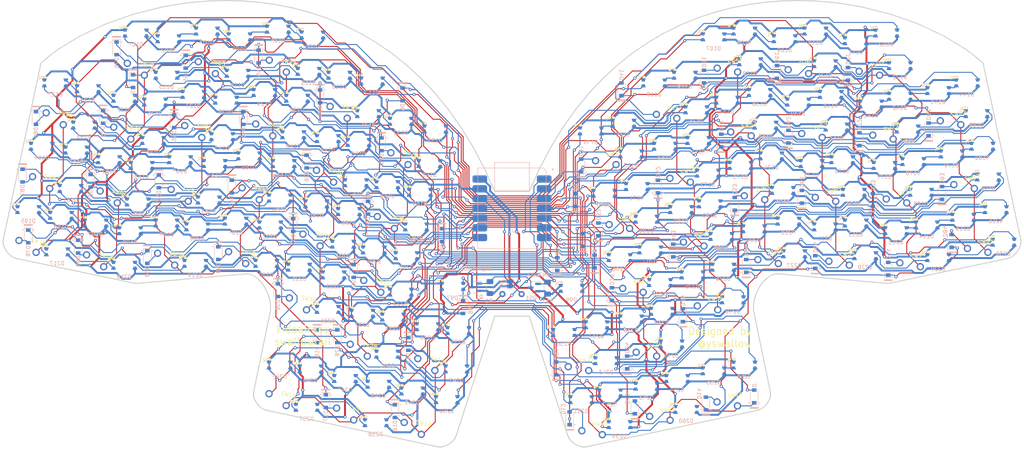
<source format=kicad_pcb>
(kicad_pcb (version 20211014) (generator pcbnew)
  (layers (0 "F.Cu" signal) (31 "B.Cu" signal) (34 "B.Paste" user) (35 "F.Paste" user) (36 "B.SilkS" user "B.Silkscreen") (37 "F.SilkS" user "F.Silkscreen") (38 "B.Mask" user) (39 "F.Mask" user) (44 "Edge.Cuts" user))
  (net 0 "")
  (net 1 "GND")
  (net 2 "+5V")
  (net 3 "Net-(D1-Pad1)")
  (net 4 "/P1")
  (net 5 "Net-(D2-Pad1)")
  (net 6 "Net-(D3-Pad1)")
  (net 7 "Net-(D4-Pad1)")
  (net 8 "Net-(D5-Pad1)")
  (net 9 "Net-(D6-Pad1)")
  (net 10 "/P2")
  (net 11 "Net-(D15-Pad2)")
  (net 12 "Net-(D16-Pad2)")
  (net 13 "Net-(D21-Pad2)")
  (net 14 "/P3")
  (net 15 "Net-(D7-Pad1)")
  (net 16 "Net-(D23-Pad2)")
  (net 17 "Net-(D24-Pad2)")
  (net 18 "/P4")
  (net 19 "Net-(D26-Pad2)")
  (net 20 "Net-(D31-Pad2)")
  (net 21 "/P5")
  (net 22 "Net-(D32-Pad2)")
  (net 23 "/P6")
  (net 24 "Net-(D34-Pad2)")
  (net 25 "Net-(D35-Pad2)")
  (net 26 "Net-(D36-Pad2)")
  (net 27 "/P7")
  (net 28 "NEOPIXEL_EN")
  (net 29 "Net-(D8-Pad1)")
  (net 30 "Net-(D17-Pad2)")
  (net 31 "Net-(D25-Pad2)")
  (net 32 "Net-(D41-Pad2)")
  (net 33 "Net-(D62-Pad2)")
  (net 34 "Net-(D63-Pad2)")
  (net 35 "Net-(D64-Pad2)")
  (net 36 "Net-(D101-Pad1)")
  (net 37 "Net-(D102-Pad1)")
  (net 38 "Net-(D103-Pad1)")
  (net 39 "Net-(D104-Pad1)")
  (net 40 "Net-(D105-Pad1)")
  (net 41 "Net-(D106-Pad1)")
  (net 42 "Net-(D107-Pad1)")
  (net 43 "Net-(D108-Pad1)")
  (net 44 "Net-(D109-Pad1)")
  (net 45 "Net-(D110-Pad1)")
  (net 46 "Net-(D111-Pad1)")
  (net 47 "Net-(D112-Pad1)")
  (net 48 "Net-(D113-Pad1)")
  (net 49 "Net-(D114-Pad1)")
  (net 50 "Net-(D115-Pad1)")
  (net 51 "Net-(D116-Pad1)")
  (net 52 "Net-(D65-Pad2)")
  (net 53 "Net-(D118-Pad1)")
  (net 54 "NEOPIXEL")
  (net 55 "Net-(D119-Pad1)")
  (net 56 "Net-(D120-Pad1)")
  (net 57 "Net-(D121-Pad1)")
  (net 58 "Net-(D122-Pad1)")
  (net 59 "Net-(D123-Pad1)")
  (net 60 "Net-(D124-Pad1)")
  (net 61 "Net-(D125-Pad1)")
  (net 62 "Net-(D126-Pad1)")
  (net 63 "Net-(D128-Pad1)")
  (net 64 "Net-(D130-Pad1)")
  (net 65 "Net-(D131-Pad1)")
  (net 66 "Net-(D132-Pad1)")
  (net 67 "Net-(D133-Pad1)")
  (net 68 "Net-(D134-Pad1)")
  (net 69 "Net-(D135-Pad1)")
  (net 70 "Net-(D136-Pad1)")
  (net 71 "Net-(D138-Pad1)")
  (net 72 "Net-(D139-Pad1)")
  (net 73 "Net-(D140-Pad1)")
  (net 74 "Net-(D141-Pad1)")
  (net 75 "Net-(D142-Pad1)")
  (net 76 "Net-(D143-Pad1)")
  (net 77 "Net-(D144-Pad1)")
  (net 78 "Net-(D145-Pad1)")
  (net 79 "Net-(D146-Pad1)")
  (net 80 "Net-(D147-Pad1)")
  (net 81 "Net-(D148-Pad1)")
  (net 82 "Net-(D149-Pad1)")
  (net 83 "Net-(D150-Pad1)")
  (net 84 "Net-(D151-Pad1)")
  (net 85 "Net-(D152-Pad1)")
  (net 86 "Net-(D153-Pad1)")
  (net 87 "Net-(D154-Pad1)")
  (net 88 "Net-(D155-Pad1)")
  (net 89 "Net-(D156-Pad1)")
  (net 90 "Net-(D157-Pad1)")
  (net 91 "Net-(D158-Pad1)")
  (net 92 "Net-(D159-Pad1)")
  (net 93 "Net-(D160-Pad1)")
  (net 94 "Net-(D161-Pad1)")
  (net 95 "Net-(D162-Pad1)")
  (net 96 "Net-(D163-Pad1)")
  (net 97 "Net-(D164-Pad1)")
  (net 98 "Net-(D165-Pad1)")
  (net 99 "Net-(D166-Pad1)")
  (net 100 "Net-(D167-Pad1)")
  (net 101 "Net-(D168-Pad1)")
  (net 102 "Net-(D169-Pad1)")
  (net 103 "Net-(D170-Pad1)")
  (net 104 "Net-(D171-Pad1)")
  (net 105 "Net-(D172-Pad1)")
  (net 106 "Net-(D173-Pad1)")
  (net 107 "Net-(D174-Pad1)")
  (net 108 "Net-(D175-Pad1)")
  (net 109 "Net-(D176-Pad1)")
  (net 110 "Net-(D177-Pad1)")
  (net 111 "Net-(D178-Pad1)")
  (net 112 "Net-(D179-Pad1)")
  (net 113 "Net-(D180-Pad1)")
  (net 114 "Net-(D181-Pad1)")
  (net 115 "Net-(D182-Pad1)")
  (net 116 "Net-(D183-Pad1)")
  (net 117 "Net-(D184-Pad1)")
  (net 118 "Net-(D185-Pad1)")
  (net 119 "Net-(D186-Pad1)")
  (net 120 "Net-(D187-Pad1)")
  (net 121 "Net-(D188-Pad1)")
  (net 122 "Net-(D189-Pad1)")
  (net 123 "Net-(D190-Pad1)")
  (net 124 "Net-(D191-Pad1)")
  (net 125 "Net-(D192-Pad1)")
  (net 126 "Net-(D193-Pad1)")
  (net 127 "Net-(D194-Pad1)")
  (net 128 "Net-(D195-Pad1)")
  (net 129 "Net-(D196-Pad1)")
  (net 130 "Net-(D197-Pad1)")
  (net 131 "Net-(D198-Pad1)")
  (net 132 "Net-(D199-Pad1)")
  (net 133 "Net-(D200-Pad1)")
  (net 134 "Net-(D202-Pad1)")
  (net 135 "Net-(D203-Pad1)")
  (net 136 "Net-(D204-Pad1)")
  (net 137 "Net-(D206-Pad1)")
  (net 138 "Net-(D207-Pad1)")
  (net 139 "Net-(D208-Pad1)")
  (net 140 "Net-(D209-Pad1)")
  (net 141 "Net-(D210-Pad1)")
  (net 142 "Net-(D211-Pad1)")
  (net 143 "Net-(D67-Pad2)")
  (net 144 "/NeoPixel/NeoPixel")
  (net 145 "Net-(D27-Pad2)")
  (net 146 "Net-(D28-Pad2)")
  (net 147 "Net-(D216-Pad1)")
  (net 148 "Net-(D217-Pad1)")
  (net 149 "Net-(D218-Pad1)")
  (net 150 "Net-(D219-Pad1)")
  (net 151 "Net-(Q1-Pad1)")
  (net 152 "VDD")
  (net 153 "Net-(D212-Pad1)")
  (net 154 "Net-(U1-Pad12)")
  (net 155 "Net-(D68-Pad2)")
  (net 156 "Net-(D213-Pad1)")
  (net 157 "Net-(D214-Pad1)")
  (net 158 "Net-(D215-Pad1)")
  (net 159 "Net-(D220-Pad1)")
  (net 160 "Net-(D12-Pad2)")
  (net 161 "Net-(D13-Pad2)")
  (net 162 "Net-(D14-Pad2)")
  (net 163 "Net-(D71-Pad2)")
  (net 164 "Net-(D72-Pad2)")
  (net 165 "Net-(D222-Pad1)")
  (net 166 "Net-(D223-Pad1)")
  (net 167 "Net-(D224-Pad1)")
  (net 168 "Net-(D225-Pad1)")
  (net 169 "Net-(D226-Pad1)")
  (net 170 "Net-(D227-Pad1)")
  (net 171 "Net-(D228-Pad1)")
  (net 172 "Net-(D229-Pad1)")
  (net 173 "Net-(D230-Pad1)")
  (net 174 "Net-(D231-Pad1)")
  (net 175 "Net-(D232-Pad1)")
  (net 176 "Net-(D233-Pad1)")
  (net 177 "Net-(D234-Pad1)")
  (net 178 "Net-(D235-Pad1)")
  (net 179 "Net-(D236-Pad1)")
  (net 180 "Net-(D237-Pad1)")
  (net 181 "Net-(D238-Pad1)")
  (net 182 "Net-(D239-Pad1)")
  (net 183 "Net-(D73-Pad2)")
  (net 184 "Net-(D37-Pad2)")
  (net 185 "Net-(D38-Pad2)")
  (net 186 "Net-(D74-Pad2)")
  (net 187 "Net-(D75-Pad2)")
  (net 188 "Net-(D76-Pad2)")
  (net 189 "Net-(D42-Pad2)")
  (net 190 "Net-(D43-Pad2)")
  (net 191 "Net-(D78-Pad2)")
  (net 192 "Net-(D45-Pad2)")
  (net 193 "Net-(D46-Pad2)")
  (net 194 "Net-(D47-Pad2)")
  (net 195 "Net-(D48-Pad2)")
  (net 196 "/P8")
  (net 197 "Net-(D97-Pad1)")
  (net 198 "Net-(D18-Pad2)")
  (net 199 "Net-(D97-Pad4)")
  (net 200 "Net-(D117-Pad1)")
  (net 201 "Net-(D127-Pad1)")
  (net 202 "Net-(D137-Pad1)")
  (net 203 "Net-(D201-Pad1)")
  (net 204 "Net-(D205-Pad1)")
  (net 205 "Net-(D51-Pad2)")
  (net 206 "Net-(U1-Pad11)")
  (net 207 "Net-(D82-Pad2)")
  (net 208 "Net-(D52-Pad2)")
  (net 209 "Net-(D53-Pad2)")
  (net 210 "Net-(D54-Pad2)")
  (net 211 "Net-(D83-Pad2)")
  (net 212 "Net-(D56-Pad2)")
  (net 213 "Net-(D57-Pad2)")
  (net 214 "Net-(D84-Pad2)")
  (net 215 "Net-(D58-Pad2)")
  (net 216 "Net-(D86-Pad2)")
  (net 217 "Net-(D61-Pad2)")
  (net 218 "Net-(D87-Pad2)")
  (net 219 "Net-(D129-Pad1)")
  (net 220 "Net-(D221-Pad1)")
  (net 221 "Net-(D241-Pad1)")
  (net 222 "Net-(D242-Pad1)")
  (net 223 "Net-(D243-Pad1)")
  (net 224 "Net-(D244-Pad1)")
  (net 225 "Net-(D245-Pad1)")
  (net 226 "Net-(D246-Pad1)")
  (net 227 "Net-(D247-Pad1)")
  (net 228 "Net-(D248-Pad1)")
  (net 229 "Net-(D249-Pad1)")
  (net 230 "Net-(D250-Pad1)")
  (net 231 "Net-(D251-Pad1)")
  (net 232 "Net-(D252-Pad1)")
  (net 233 "Net-(D253-Pad1)")
  (net 234 "Net-(D254-Pad1)")
  (net 235 "Net-(D255-Pad1)")
  (net 236 "Net-(D256-Pad1)")
  (net 237 "Net-(D257-Pad1)")
  (net 238 "Net-(D258-Pad1)")
  (net 239 "Net-(D259-Pad1)")
  (net 241 "Net-(D240-Pad1)")
  (footprint "lib:SW_Choc_1U" (layer "F.Cu") (at 209.07802 65.769659 12)
    (fp_text reference "SW52")
    (fp_text value "SW_Push")
  )
  (footprint "lib:SW_Choc_1U" (layer "F.Cu") (at 49.941417 66.599092 -12)
    (fp_text reference "SW76")
    (fp_text value "SW_Push")
  )
  (footprint "lib:SW_Choc_1U" (layer "F.Cu") (at 32.334761 62.856681 -12)
    (fp_text reference "SW86")
    (fp_text value "SW_Push")
  )
  (footprint "lib:SW_Choc_1U" (layer "F.Cu") (at 46.406919 83.227601 -12)
    (fp_text reference "SW67")
    (fp_text value "SW_Push")
  )
  (footprint "lib:SW_Choc_1U" (layer "F.Cu") (at 184.45 123.15 12)
    (fp_text reference "SW24")
    (fp_text value "SW_Push")
  )
  (footprint "lib:SW_Choc_1U" (layer "F.Cu") (at 205.5 136.1 12)
    (fp_text reference "SW14")
    (fp_text value "SW_Push")
  )
  (footprint "lib:SW_Choc_1U" (layer "F.Cu") (at 253.12758 99.85611 12)
    (fp_text reference "SW74")
    (fp_text value "SW_Push")
  )
  (footprint "lib:SW_Choc_1U" (layer "F.Cu") (at 108 139.76851 -12)
    (fp_text reference "SW17")
    (fp_text value "SW_Push")
  )
  (footprint "lib:SW_Choc_1U" (layer "F.Cu") (at 242.524084 49.970583 12)
    (fp_text reference "SW71")
    (fp_text value "SW_Push")
  )
  (footprint "lib:SW_Choc_1U" (layer "F.Cu") (at 173.864706 73.254479 12)
    (fp_text reference "SW31")
    (fp_text value "SW_Push")
  )
  (footprint "lib:MountingHole_2.2mm_M2" (layer "F.Cu") (at 184.25 79.5)
    (fp_text reference "H6" hide)
    (fp_text value "MountingHole")
  )
  (footprint "lib:SW_Choc_1U" (layer "F.Cu") (at 166.75 126.9 12)
    (fp_text reference "SW21")
    (fp_text value "SW_Push")
  )
  (footprint "lib:MountingHole_2.2mm_M2" (layer "F.Cu") (at 101.25 129.75)
    (fp_text reference "H4" hide)
    (fp_text value "MountingHole")
  )
  (footprint "lib:SW_Choc_1U" (layer "F.Cu") (at 64.8972 82.812885 -12)
    (fp_text reference "SW57")
    (fp_text value "SW_Push")
  )
  (footprint "lib:SW_Choc_1U" (layer "F.Cu") (at 246.058583 66.599092 12)
    (fp_text reference "SW72")
    (fp_text value "SW_Push")
  )
  (footprint "lib:SW_Choc_1U" (layer "F.Cu") (at 90.456479 49.141149 -12)
    (fp_text reference "SW45")
    (fp_text value "SW_Push")
  )
  (footprint "lib:SW_Choc_1U" (layer "F.Cu") (at 86.92198 65.769659 -12)
    (fp_text reference "SW46")
    (fp_text value "SW_Push")
  )
  (footprint "lib:SW_Choc_1U" (layer "F.Cu") (at 180.933703 106.511498 12)
    (fp_text reference "SW23")
    (fp_text value "SW_Push")
  )
  (footprint "lib:SW_Choc_1U" (layer "F.Cu") (at 205.543521 49.141149 12)
    (fp_text reference "SW51")
    (fp_text value "SW_Push")
  )
  (footprint "lib:SW_Choc_1U" (layer "F.Cu") (at 129.138457 126.88241 -12)
    (fp_text reference "SW15")
    (fp_text value "SW_Push")
  )
  (footprint "lib:SW_Choc_1U" (layer "F.Cu") (at 212.612519 82.398168 12)
    (fp_text reference "SW53")
    (fp_text value "SW_Push")
  )
  (footprint "Capacitor_THT:C_Radial_D10.0mm_H12.5mm_P5.00mm" (layer "F.Cu") (at 150.5 112.75 180)
    (fp_text reference "C1" hide)
    (fp_text value "Piezo")
  )
  (footprint "lib:SW_Choc_1U" (layer "F.Cu") (at 196.773111 94.454833 12)
    (fp_text reference "SW43")
    (fp_text value "SW_Push")
  )
  (footprint "lib:SW_Choc_1U" (layer "F.Cu") (at 102.761388 77.826324 -12)
    (fp_text reference "SW36")
    (fp_text value "SW_Push")
  )
  (footprint "lib:SW_Choc_1U" (layer "F.Cu") (at 170.3 143.6 12)
    (fp_text reference "SW12")
    (fp_text value "SW_Push")
  )
  (footprint "lib:MountingHole_2.2mm_M2" (layer "F.Cu") (at 111.5 78.75)
    (fp_text reference "H3" hide)
    (fp_text value "MountingHole")
  )
  (footprint "lib:SW_Choc_1U" (layer "F.Cu") (at 267.199739 79.485191 12)
    (fp_text reference "SW83")
    (fp_text value "SW_Push")
  )
  (footprint "lib:SW_Choc_1U" (layer "F.Cu") (at 28.800261 79.485191 -12)
    (fp_text reference "SW87")
    (fp_text value "SW_Push")
  )
  (footprint "lib:MountingHole_2.2mm_M2" (layer "F.Cu") (at 43 56.25)
    (fp_text reference "H2" hide)
    (fp_text value "MountingHole")
  )
  (footprint "lib:SW_Choc_1U" (layer "F.Cu") (at 177.399205 89.882988 12)
    (fp_text reference "SW32")
    (fp_text value "SW_Push")
  )
  (footprint "lib:SW_Choc_1U" (layer "F.Cu") (at 270.734237 96.1137 12)
    (fp_text reference "SW84")
    (fp_text value "SW_Push")
  )
  (footprint "lib:SW_Choc_1U" (layer "F.Cu") (at 200.36761 111.083341 12)
    (fp_text reference "SW34")
    (fp_text value "SW_Push")
  )
  (footprint "lib:SW_Choc_1U" (layer "F.Cu") (at 53.475916 49.970583 -12)
    (fp_text reference "SW75")
    (fp_text value "SW_Push")
  )
  (footprint "lib:SW_Choc_1U" (layer "F.Cu") (at 99.226889 94.454833 -12)
    (fp_text reference "SW37")
    (fp_text value "SW_Push")
  )
  (footprint "lib:SW_Choc_1U" (layer "F.Cu") (at 234.637299 99.441394 12)
    (fp_text reference "SW64")
    (fp_text value "SW_Push")
  )
  (footprint "lib:SW_Choc_1U" (layer "F.Cu") (at 125.603958 143.51092 -12)
    (fp_text reference "SW16")
    (fp_text value "SW_Push")
  )
  (footprint "lib:MountingHole_2.2mm_M2" (layer "F.Cu") (at 195.25 129.5)
    (fp_text reference "H5" hide)
    (fp_text value "MountingHole")
  )
  (footprint "lib:SW_Choc_1U" (layer "F.Cu") (at 227.568302 66.184375 12)
    (fp_text reference "SW62")
    (fp_text value "SW_Push")
  )
  (footprint "lib:SW_Choc_1U" (layer "F.Cu") (at 193.238612 77.826324 12)
    (fp_text reference "SW42")
    (fp_text value "SW_Push")
  )
  (footprint "lib:SW_Choc_1U" (layer "F.Cu") (at 115.066297 106.511498 -12)
    (fp_text reference "SW27")
    (fp_text value "SW_Push")
  )
  (footprint "lib:SW_Choc_1U" (layer "F.Cu") (at 95.69239 111.083341 -12)
    (fp_text reference "SW38")
    (fp_text value "SW_Push")
  )
  (footprint "lib:SW_Choc_1U" (layer "F.Cu") (at 83.387481 82.398168 -12)
    (fp_text reference "SW47")
    (fp_text value "SW_Push")
  )
  (footprint "lib:SW_Choc_1U" (layer "F.Cu") (at 111.5318 123.14 -12)
    (fp_text reference "SW28")
    (fp_text value "SW_Push")
  )
  (footprint "lib:SW_Choc_1U" (layer "F.Cu") (at 61.362701 99.441394 -12)
    (fp_text reference "SW58")
    (fp_text value "SW_Push")
  )
  (footprint "lib:SW_Choc_1U" (layer "F.Cu") (at 90.393343 136.02609 -12)
    (fp_text reference "SW18")
    (fp_text value "SW_Push")
  )
  (footprint "lib:SW_Choc_1U" (layer "F.Cu") (at 25.265763 96.1137 -12)
    (fp_text reference "SW78")
    (fp_text value "SW_Push")
  )
  (footprint "lib:SW_Choc_1U" (layer "F.Cu") (at 79.852983 99.026677 -12)
    (fp_text reference "SW48")
    (fp_text value "SW_Push")
  )
  (footprint "lib:SW_Choc_1U" (layer "F.Cu") (at 189.704114 61.197815 12)
    (fp_text reference "SW41")
    (fp_text value "SW_Push")
  )
  (footprint "lib:SW_Choc_1U" (layer "F.Cu") (at 187.95 139.85 12)
    (fp_text reference "SW13")
    (fp_text value "SW_Push")
  )
  (footprint "lib:SW_Choc_1U" (layer "F.Cu") (at 118.600795 89.882988 -12)
    (fp_text reference "SW26")
    (fp_text value "SW_Push")
  )
  (footprint "lib:SW_Choc_1U" (layer "F.Cu") (at 231.1028 82.812885 12)
    (fp_text reference "SW63")
    (fp_text value "SW_Push")
  )
  (footprint "lib:MountingHole_2.2mm_M2" (layer "F.Cu") (at 144.145 99.695)
    (fp_text reference "H12" hide)
    (fp_text value "MountingHole")
  )
  (footprint "lib:SW_Choc_1U" (layer "F.Cu") (at 216.147017 99.026677 12)
    (fp_text reference "SW54")
    (fp_text value "SW_Push")
  )
  (footprint "lib:SW_Choc_1U" (layer "F.Cu") (at 42.87242 99.85611 -12)
    (fp_text reference "SW68")
    (fp_text value "SW_Push")
  )
  (footprint "lib:SW_Choc_1U" (layer "F.Cu") (at 68.431698 66.184375 -12)
    (fp_text reference "SW56")
    (fp_text value "SW_Push")
  )
  (footprint "lib:MountingHole_2.2mm_M2" (layer "F.Cu") (at 253.25 56.75)
    (fp_text reference "H1" hide)
    (fp_text value "MountingHole")
  )
  (footprint "lib:SW_Choc_1U" (layer "F.Cu") (at 71.966198 49.555866 -12)
    (fp_text reference "SW65")
    (fp_text value "SW_Push")
  )
  (footprint "lib:SW_Choc_1U" (layer "F.Cu") (at 106.295886 61.197815 -12)
    (fp_text reference "SW35")
    (fp_text value "SW_Push")
  )
  (footprint "lib:MountingHole_2.2mm_M2" (layer "F.Cu") (at 151.765 99.695)
    (fp_text reference "H11" hide)
    (fp_text value "MountingHole")
  )
  (footprint "lib:SW_Choc_1U" (layer "F.Cu") (at 263.665239 62.856681 12)
    (fp_text reference "SW82")
    (fp_text value "SW_Push")
  )
  (footprint "lib:SW_Choc_1U" (layer "F.Cu") (at 224.033802 49.555866 12)
    (fp_text reference "SW61")
    (fp_text value "SW_Push")
  )
  (footprint "lib:SW_Choc_1U" (layer "F.Cu") (at 122.135294 73.254479 -12)
    (fp_text reference "SW25")
    (fp_text value "SW_Push")
  )
  (footprint "lib:SW_Choc_1U" (layer "F.Cu") (at 249.593081 83.227601 12)
    (fp_text reference "SW73")
    (fp_text value "SW_Push")
  )
  (footprint "lib:SK6812MINI-E_NoSilk-dril-PCBA" (layer "B.Cu") (at 254.5 86.25)
    (fp_text reference "D193")
    (fp_text value "SK6812MINI-E" hide)
  )
  (footprint "lib:D_SOD-123" (layer "B.Cu") (at 159.5 132.1 90)
    (fp_text reference "D21")
    (fp_text value "1N4148W")
  )
  (footprint "Jumper:SolderJumper-2_P1.3mm_Bridged_RoundedPad1.0x1.5mm" (layer "B.Cu") (at 147.45 110.1 90)
    (fp_text reference "JP1")
    (fp_text value "SolderJumper_2_Bridged" hide)
  )
  (footprint "lib:SK6812MINI-E_NoSilk-dril-PCBA" (layer "B.Cu") (at 176 103.25)
    (fp_text reference "D206")
    (fp_text value "SK6812MINI-E" hide)
  )
  (footprint "lib:SK6812MINI-E_NoSilk-dril-PCBA" (layer "B.Cu") (at 91 71.25)
    (fp_text reference "D148")
    (fp_text value "SK6812MINI-E" hide)
  )
  (footprint "lib:D_SOD-123" (layer "B.Cu") (at 235.5 55.4 90)
    (fp_text reference "D71")
    (fp_text value "1N4148W")
  )
  (footprint "lib:SK6812MINI-E_NoSilk-dril-PCBA" (layer "B.Cu") (at 214 68.75)
    (fp_text reference "D155")
    (fp_text value "SK6812MINI-E" hide)
  )
  (footprint "lib:SK6812MINI-E_NoSilk-dril-PCBA" (layer "B.Cu") (at 58.5 46.25)
    (fp_text reference "D102")
    (fp_text value "SK6812MINI-E" hide)
  )
  (footprint "lib:SK6812MINI-E_NoSilk-dril-PCBA" (layer "B.Cu") (at 166 140.25)
    (fp_text reference "D251")
    (fp_text value "SK6812MINI-E" hide)
  )
  (footprint "lib:SK6812MINI-E_NoSilk-dril-PCBA" (layer "B.Cu") (at 184 101.25)
    (fp_text reference "D207")
    (fp_text value "SK6812MINI-E" hide)
  )
  (footprint "lib:D_SOD-123" (layer "B.Cu") (at 91 94.75 -90)
    (fp_text reference "D37")
    (fp_text value "1N4148W")
  )
  (footprint "lib:SK6812MINI-E_NoSilk-dril-PCBA" (layer "B.Cu") (at 183 93.25)
    (fp_text reference "D188")
    (fp_text value "SK6812MINI-E" hide)
  )
  (footprint "lib:SK6812MINI-E_NoSilk-dril-PCBA" (layer "B.Cu") (at 204 62.25)
    (fp_text reference "D137")
    (fp_text value "SK6812MINI-E" hide)
  )
  (footprint "lib:D_SOD-123" (layer "B.Cu") (at 178 130.55 90)
    (fp_text reference "D24")
    (fp_text value "1N4148W")
  )
  (footprint "lib:SK6812MINI-E_NoSilk-dril-PCBA" (layer "B.Cu") (at 100 72.25)
    (fp_text reference "D149")
    (fp_text value "SK6812MINI-E" hide)
  )
  (footprint "lib:SK6812MINI-E_NoSilk-dril-PCBA" (layer "B.Cu") (at 259 103.25)
    (fp_text reference "D229")
    (fp_text value "SK6812MINI-E" hide)
  )
  (footprint "lib:SK6812MINI-E_NoSilk-dril-PCBA" (layer "B.Cu") (at 77 45.75)
    (fp_text reference "D104")
    (fp_text value "SK6812MINI-E" hide)
  )
  (footprint "lib:SK6812MINI-E_NoSilk-dril-PCBA" (layer "B.Cu") (at 39.5 94.25)
    (fp_text reference "D197")
    (fp_text value "SK6812MINI-E" hide)
  )
  (footprint "lib:SK6812MINI-E_NoSilk-dril-PCBA" (layer "B.Cu") (at 30.5 92.25)
    (fp_text reference "D196")
    (fp_text value "SK6812MINI-E" hide)
  )
  (footprint "lib:D_SOD-123" (layer "B.Cu") (at 223.5 87.4 90)
    (fp_text reference "D63")
    (fp_text value "1N4148W")
  )
  (footprint "lib:SK6812MINI-E_NoSilk-dril-PCBA" (layer "B.Cu") (at 108 73.25)
    (fp_text reference "D150")
    (fp_text value "SK6812MINI-E" hide)
  )
  (footprint "lib:SK6812MINI-E_NoSilk-dril-PCBA" (layer "B.Cu") (at 187.8 74.25)
    (fp_text reference "D153")
    (fp_text value "SK6812MINI-E" hide)
  )
  (footprint "lib:D_SOD-123" (layer "B.Cu") (at 260 86.4 90)
    (fp_text reference "D83")
    (fp_text value "1N4148W")
  )
  (footprint "Package_TO_SOT_SMD:SOT-23" (layer "B.Cu") (at 138.5 110.95 180)
    (fp_text reference "Q1")
    (fp_text value "IRLML6402")
  )
  (footprint "lib:D_SOD-123" (layer "B.Cu") (at 99.5 140.65 -90)
    (fp_text reference "D17")
    (fp_text value "1N4148W")
  )
  (footprint "lib:SK6812MINI-E_NoSilk-dril-PCBA" (layer "B.Cu") (at 226 78.75)
    (fp_text reference "D175")
    (fp_text value "SK6812MINI-E" hide)
  )
  (footprint "lib:D_SOD-123" (layer "B.Cu") (at 35 100.4 -90)
    (fp_text reference "D68")
    (fp_text value "1N4148W")
  )
  (footprint "lib:SK6812MINI-E_NoSilk-dril-PCBA" (layer "B.Cu") (at 210 52.25)
    (fp_text reference "D120")
    (fp_text value "SK6812MINI-E" hide)
  )
  (footprint "lib:D_SOD-123" (layer "B.Cu") (at 192.5 118.25 90)
    (fp_text reference "D34")
    (fp_text value "1N4148W")
  )
  (footprint "lib:SK6812MINI-E_NoSilk-dril-PCBA" (layer "B.Cu") (at 79.5 76.75)
    (fp_text reference "D165")
    (fp_text value "SK6812MINI-E" hide)
  )
  (footprint "lib:SK6812MINI-E_NoSilk-dril-PCBA" (layer "B.Cu") (at 205.5 114.25)
    (fp_text reference "D240")
    (fp_text value "SK6812MINI-E" hide)
  )
  (footprint "lib:D_SOD-123" (layer "B.Cu") (at 119.5 60.75 -90)
    (fp_text reference "D6")
    (fp_text value "1N4148W")
  )
  (footprint "lib:SK6812MINI-E_NoSilk-dril-PCBA" (layer "B.Cu") (at 112.5 146.25)
    (fp_text reference "D258")
    (fp_text value "SK6812MINI-E" hide)
  )
  (footprint "lib:SK6812MINI-E_NoSilk-dril-PCBA" (layer "B.Cu") (at 240 102.75)
    (fp_text reference "D228")
    (fp_text value "SK6812MINI-E" hide)
  )
  (footprint "lib:SK6812MINI-E_NoSilk-dril-PCBA" (layer "B.Cu") (at 92.5 105.75)
    (fp_text reference "D221")
    (fp_text value "SK6812MINI-E" hide)
  )
  (footprint "lib:SK6812MINI-E_NoSilk-dril-PCBA" (layer "B.Cu") (at 84 104.75)
    (fp_text reference "D220")
    (fp_text value "SK6812MINI-E" hide)
  )
  (footprint "lib:SK6812MINI-E_NoSilk-dril-PCBA" (layer "B.Cu") (at 177 68.25)
    (fp_text reference "D135")
    (fp_text value "SK6812MINI-E" hide)
  )
  (footprint "lib:D_SOD-123" (layer "B.Cu") (at 78 66.9 -90)
    (fp_text reference "D46")
    (fp_text value "1N4148W")
  )
  (footprint "lib:SK6812MINI-E_NoSilk-dril-PCBA" (layer "B.Cu") (at 36.5 68.75)
    (fp_text reference "D145")
    (fp_text value "SK6812MINI-E" hide)
  )
  (footprint "lib:SK6812MINI-E_NoSilk-dril-PCBA" (layer "B.Cu") (at 94.5 142.25)
    (fp_text reference "D257")
    (fp_text value "SK6812MINI-E" hide)
  )
  (footprint "lib:D_SOD-123" (layer "B.Cu") (at 71.5 102.1 -90)
    (fp_text reference "D48")
    (fp_text value "1N4148W")
  )
  (footprint "lib:SK6812MINI-E_NoSilk-dril-PCBA" (layer "B.Cu") (at 269 65.75)
    (fp_text reference "D158")
    (fp_text value "SK6812MINI-E" hide)
  )
  (footprint "lib:D_SOD-123" (layer "B.Cu") (at 176.5 59.4 90)
    (fp_text reference "D41")
    (fp_text value "1N4148W")
  )
  (footprint "lib:D_SOD-123" (layer "B.Cu") (at 198.5 141.25 90)
    (fp_text reference "D14")
    (fp_text value "1N4148W")
  )
  (footprint "lib:D_SOD-123" (layer "B.Cu") (at 180 142.25 90)
    (fp_text reference "D13")
    (fp_text value "1N4148W")
  )
  (footprint "lib:SK6812MINI-E_NoSilk-dril-PCBA" (layer "B.Cu") (at 105.5 91.25)
    (fp_text reference "D186")
    (fp_text value "SK6812MINI-E" hide)
  )
  (footprint "lib:SK6812MINI-E_NoSilk-dril-PCBA" (layer "B.Cu") (at 245.5 44.75)
    (fp_text reference "D112")
    (fp_text value "SK6812MINI-E" hide)
  )
  (footprint "lib:D_SOD-123" (layer "B.Cu") (at 159.8 104.95 90)
    (fp_text reference "D5")
    (fp_text value "1N4148W")
  )
  (footprint "lib:SK6812MINI-E_NoSilk-dril-PCBA" (layer "B.Cu") (at 186.5 109.75)
    (fp_text reference "D224")
    (fp_text value "SK6812MINI-E" hide)
  )
  (footprint "lib:D_SOD-123" (layer "B.Cu") (at 56 83.4 -90)
    (fp_text reference "D57")
    (fp_text value "1N4148W")
  )
  (footprint "lib:SK6812MINI-E_NoSilk-dril-PCBA" (layer "B.Cu") (at 170 120.75)
    (fp_text reference "D237")
    (fp_text value "SK6812MINI-E" hide)
  )
  (footprint "lib:SK6812MINI-E_NoSilk-dril-PCBA" (layer "B.Cu") (at 113.2 136.25)
    (fp_text reference "D248")
    (fp_text value "SK6812MINI-E" hide)
  )
  (footprint "lib:D_SOD-123" (layer "B.Cu") (at 238.5 72.4 90)
    (fp_text reference "D72")
    (fp_text value "1N4148W")
  )
  (footprint "lib:SK6812MINI-E_NoSilk-dril-PCBA" (layer "B.Cu") (at 100 116.75)
    (fp_text reference "D231")
    (fp_text value "SK6812MINI-E" hide)
  )
  (footprint "lib:D_SOD-123" (layer "B.Cu") (at 24 66.9 -90)
    (fp_text reference "D86")
    (fp_text value "1N4148W")
  )
  (footprint "lib:SK6812MINI-E_NoSilk-dril-PCBA" (layer "B.Cu") (at 196.5 72.75)
    (fp_text reference "D154")
    (fp_text value "SK6812MINI-E" hide)
  )
  (footprint "lib:SK6812MINI-E_NoSilk-dril-PCBA" (layer "B.Cu") (at 70.5 78.75)
    (fp_text reference "D164")
    (fp_text value "SK6812MINI-E" hide)
  )
  (footprint "lib:SK6812MINI-E_NoSilk-dril-PCBA" (layer "B.Cu") (at 83.5 60.25)
    (fp_text reference "D129")
    (fp_text value "SK6812MINI-E" hide)
  )
  (footprint "lib:Seeed XIAO SMD" (layer "B.Cu") (at 148 80.25 180)
    (fp_text reference "U1")
    (fp_text value "XIAO")
  )
  (footprint "lib:SK6812MINI-E_NoSilk-dril-PCBA" (layer "B.Cu") (at 220 93.75)
    (fp_text reference "D210")
    (fp_text value "SK6812MINI-E" hide)
  )
  (footprint "lib:SK6812MINI-E_NoSilk-dril-PCBA" (layer "B.Cu") (at 92 61.75)
    (fp_text reference "D130")
    (fp_text value "SK6812MINI-E" hide)
  )
  (footprint "lib:SK6812MINI-E_NoSilk-dril-PCBA" (layer "B.Cu") (at 191 134.75)
    (fp_text reference "D254")
    (fp_text value "SK6812MINI-E" hide)
  )
  (footprint "lib:D_SOD-123" (layer "B.Cu") (at 97.25 123.75 -90)
    (fp_text reference "D18")
    (fp_text value "1N4148W")
  )
  (footprint "lib:SK6812MINI-E_NoSilk-dril-PCBA" (layer "B.Cu") (at 107.3 83.75)
    (fp_text reference "D167")
    (fp_text value "SK6812MINI-E" hide)
  )
  (footprint "Resistor_SMD:R_1206_3216Metric_Pad1.30x1.75mm_HandSolder" (layer "B.Cu") (at 142.25 111.05 90)
    (fp_text reference "R1")
    (fp_text value "10k")
  )
  (footprint "lib:D_SOD-123" (layer "B.Cu") (at 45 48.75 -90)
    (fp_text reference "D75")
    (fp_text value "1N4148W")
  )
  (footprint "lib:D_SOD-123" (layer "B.Cu") (at 22 97.75 -90)
    (fp_text reference "D78")
    (fp_text value "1N4148W")
  )
  (footprint "lib:SK6812MINI-E_NoSilk-dril-PCBA" (layer "B.Cu") (at 55 62.75)
    (fp_text reference "D126")
    (fp_text value "SK6812MINI-E" hide)
  )
  (footprint "lib:D_SOD-123" (layer "B.Cu") (at 135.25 116.15 -90)
    (fp_text reference "D98")
    (fp_text value "1N4148W")
  )
  (footprint "lib:SK6812MINI-E_NoSilk-dril-PCBA" (layer "B.Cu") (at 245 79.25)
    (fp_text reference "D177")
    (fp_text value "SK6812MINI-E" hide)
  )
  (footprint "lib:SK6812MINI-E_NoSilk-dril-PCBA" (layer "B.Cu") (at 22 90.75)
    (fp_text reference "D195")
    (fp_text value "SK6812MINI-E" hide)
  )
  (footprint "lib:SK6812MINI-E_NoSilk-dril-PCBA" (layer "B.Cu") (at 111.5 57.25)
    (fp_text reference "D117")
    (fp_text value "SK6812MINI-E" hide)
  )
  (footprint "lib:SK6812MINI-E_NoSilk-dril-PCBA" (layer "B.Cu") (at 58 94.25)
    (fp_text reference "D199")
    (fp_text value "SK6812MINI-E" hide)
  )
  (footprint "lib:SK6812MINI-E_NoSilk-dril-PCBA" (layer "B.Cu") (at 97 89.25)
    (fp_text reference "D185")
    (fp_text value "SK6812MINI-E" hide)
  )
  (footprint "lib:SK6812MINI-E_NoSilk-dril-PCBA" (layer "B.Cu") (at 200.5 132.75)
    (fp_text reference "D255")
    (fp_text value "SK6812MINI-E" hide)
  )
  (footprint "lib:D_SOD-123" (layer "B.Cu") (at 242 88.25 90)
    (fp_text reference "D73")
    (fp_text value "1N4148W")
  )
  (footprint "lib:SK6812MINI-E_NoSilk-dril-PCBA" (layer "B.Cu") (at 104 99.75)
    (fp_text reference "D203")
    (fp_text value "SK6812MINI-E" hide)
  )
  (footprint "lib:SK6812MINI-E_NoSilk-dril-PCBA" (layer "B.Cu") (at 180.5 84.75)
    (fp_text reference "D171")
    (fp_text value "SK6812MINI-E" hide)
  )
  (footprint "lib:SK6812MINI-E_NoSilk-dril-PCBA" (layer "B.Cu") (at 218.5 85.75)
    (fp_text reference "D191")
    (fp_text value "SK6812MINI-E" hide)
  )
  (footprint "lib:SK6812MINI-E_NoSilk-dril-PCBA" (layer "B.Cu") (at 229.5 52.75)
    (fp_text reference "D121")
    (fp_text value "SK6812MINI-E" hide)
  )
  (footprint "lib:SK6812MINI-E_NoSilk-dril-PCBA" (layer "B.Cu") (at 252.5 78.25)
    (fp_text reference "D178")
    (fp_text value "SK6812MINI-E" hide)
  )
  (footprint "lib:D_SOD-123" (layer "B.Cu") (at 20.5 81.9 -90)
    (fp_text reference "D87")
    (fp_text value "1N4148W")
  )
  (footprint "lib:D_SOD-123" (layer "B.Cu") (at 246 106.15 90)
    (fp_text reference "D74")
    (fp_text value "1N4148W")
  )
  (footprint "lib:D_SOD-123" (layer "B.Cu") (at 209 105.4 90)
    (fp_text reference "D54")
    (fp_text value "1N4148W")
  )
  (footprint "lib:D_SOD-123" (layer "B.Cu") (at 198 56.1 90)
    (fp_text reference "D51")
    (fp_text value "1N4148W")
  )
  (footprint "lib:D_SOD-123" (layer "B.Cu") (at 220 71.75 90)
    (fp_text reference "D62")
    (fp_text value "1N4148W")
  )
  (footprint "lib:SK6812MINI-E_NoSilk-dril-PCBA" (layer "B.Cu") (at 51.5 79.25)
    (fp_text reference "D162")
    (fp_text value "SK6812MINI-E" hide)
  )
  (footprint "lib:SK6812MINI-E_NoSilk-dril-PCBA" (layer "B.Cu") (at 193.355 142.8)
    (fp_text reference "D260")
    (fp_text value "SK6812MINI-E" hide)
  )
  (footprint "lib:D_SOD-123" (layer "B.Cu") (at 63 52.25 -90)
    (fp_text reference "D65")
    (fp_text value "1N4148W")
  )
  (footprint "lib:SK6812MINI-E_NoSilk-dril-PCBA" (layer "B.Cu") (at 231 60.75)
    (fp_text reference "D140")
    (fp_text value "SK6812MINI-E" hide)
  )
  (footprint "lib:D_SOD-123" (layer "B.Cu") (at 53 103.1 -90)
    (fp_text reference "D58")
    (fp_text value "1N4148W")
  )
  (footprint "lib:SK6812MINI-E_NoSilk-dril-PCBA" (layer "B.Cu") (at 126.5 78.75)
    (fp_text reference "D151")
    (fp_text value "SK6812MINI-E" hide)
  )
  (footprint "lib:SK6812MINI-E_NoSilk-dril-PCBA" (layer "B.Cu") (at 112 101.25)
    (fp_text reference "D204")
    (fp_text value "SK6812MINI-E" hide)
  )
  (footprint "lib:SK6812MINI-E_NoSilk-dril-PCBA" (layer "B.Cu") (at 249 53.25)
    (fp_text reference "D122")
    (fp_text value "SK6812MINI-E" hide)
  )
  (footprint "lib:D_SOD-123" (layer "B.Cu") (at 166 79.25 90)
    (fp_text reference "D31")
    (fp_text value "1N4148W")
  )
  (footprint "lib:SK6812MINI-E_NoSilk-dril-PCBA" (layer "B.Cu") (at 168.5 70.25)
    (fp_text reference "D134")
    (fp_text value "SK6812MINI-E" hide)
  )
  (footprint "lib:SK6812MINI-E_NoSilk-dril-PCBA" (layer "B.Cu") (at 58 55.75)
    (fp_text reference "D113")
    (fp_text value "SK6812MINI-E" hide)
  )
  (footprint "lib:SK6812MINI-E_NoSilk-dril-PCBA" (layer "B.Cu") (at 122 138)
    (fp_text reference "D249")
    (fp_text value "SK6812MINI-E" hide)
  )
  (footprint "lib:SK6812MINI-E_NoSilk-dril-PCBA" (layer "B.Cu") (at 232.5 69.25)
    (fp_text reference "D156")
    (fp_text value "SK6812MINI-E" hide)
  )
  (footprint "lib:SK6812MINI-E_NoSilk-dril-PCBA" (layer "B.Cu") (at 87.5 131.25)
    (fp_text reference "D245")
    (fp_text value "SK6812MINI-E" hide)
  )
  (footprint "lib:SK6812MINI-E_NoSilk-dril-PCBA" (layer "B.Cu") (at 187 117.25)
    (fp_text reference "D239")
    (fp_text value "SK6812MINI-E" hide)
  )
  (footprint "lib:SK6812MINI-E_NoSilk-dril-PCBA" (layer "B.Cu") (at 276 99.25)
    (fp_text reference "D230")
    (fp_text value "SK6812MINI-E" hide)
  )
  (footprint "lib:D_SOD-123" (layer "B.Cu") (at 166.5 98.65 90)
    (fp_text reference "D4")
    (fp_text value "1N4148W")
  )
  (footprint "lib:SK6812MINI-E_NoSilk-dril-PCBA" (layer "B.Cu") (at 199 81.25)
    (fp_text reference "D172")
    (fp_text value "SK6812MINI-E" hide)
  )
  (footprint "lib:SK6812MINI-E_NoSilk-dril-PCBA" (layer "B.Cu") (at 262.5 76.25)
    (fp_text reference "D179")
    (fp_text value "SK6812MINI-E" hide)
  )
  (footprint "lib:D_SOD-123" (layer "B.Cu") (at 217 54.9 90)
    (fp_text reference "D61")
    (fp_text value "1N4148W")
  )
  (footprint "lib:SK6812MINI-E_NoSilk-dril-PCBA" (layer "B.Cu") (at 208.5 44.25)
    (fp_text reference "D108")
    (fp_text value "SK6812MINI-E" hide)
  )
  (footprint "lib:SK6812MINI-E_NoSilk-dril-PCBA" (layer "B.Cu") (at 207.5 79.25)
    (fp_text reference "D173")
    (fp_text value "SK6812MINI-E" hide)
  )
  (footprint "lib:SK6812MINI-E_NoSilk-dril-PCBA" (layer "B.Cu") (at 73.5 62.25)
    (fp_text reference "D128")
    (fp_text value "SK6812MINI-E" hide)
  )
  (footprint "lib:SK6812MINI-E_NoSilk-dril-PCBA" (layer "B.Cu") (at 183 136.75)
    (fp_text reference "D253")
    (fp_text value "SK6812MINI-E" hide)
  )
  (footprint "lib:SK6812MINI-E_NoSilk-dril-PCBA" (layer "B.Cu") (at 229.5 95.25)
    (fp_text reference "D211")
    (fp_text value "SK6812MINI-E" hide)
  )
  (footprint "lib:SK6812MINI-E_NoSilk-dril-PCBA" (layer "B.Cu") (at 119 67.75)
    (fp_text reference "D132")
    (fp_text value "SK6812MINI-E" hide)
  )
  (footprint "lib:SK6812MINI-E_NoSilk-dril-PCBA" (layer "B.Cu") (at 131 140.25)
    (fp_text reference "D250")
    (fp_text value "SK6812MINI-E" hide)
  )
  (footprint "lib:SK6812MINI-E_NoSilk-dril-PCBA" (layer "B.Cu") (at 199.5 89.25)
    (fp_text reference "D190")
    (fp_text value "SK6812MINI-E" hide)
  )
  (footprint "lib:SK6812MINI-E_NoSilk-dril-PCBA" (layer "B.Cu") (at 173.5 138.5)
    (fp_text reference "D252")
    (fp_text value "SK6812MINI-E" hide)
  )
  (footprint "lib:D_SOD-123" (layer "B.Cu") (at 206 89.25 90)
    (fp_text reference "D53")
    (fp_text value "1N4148W")
  )
  (footprint "lib:SK6812MINI-E_NoSilk-dril-PCBA" (layer "B.Cu") (at 48.5 96.25)
    (fp_text reference "D198")
    (fp_text value "SK6812MINI-E" hide)
  )
  (footprint "lib:SK6812MINI-E_NoSilk-dril-PCBA" (layer "B.Cu") (at 259 59.75)
    (fp_text reference "D143")
    (fp_text value "SK6812MINI-E" hide)
  )
  (footprint "lib:SK6812MINI-E_NoSilk-dril-PCBA" (layer "B.Cu") (at 248 96.25)
    (fp_text reference "D213")
    (fp_text value "SK6812MINI-E" hide)
  )
  (footprint "lib:SK6812MINI-E_NoSilk-dril-PCBA" (layer "B.Cu") (at 109 117.75)
    (fp_text reference "D232")
    (fp_text value "SK6812MINI-E" hide)
  )
  (footprint "lib:SK6812MINI-E_NoSilk-dril-PCBA" (layer "B.Cu") (at 101.5 107.75)
    (fp_text reference "D222")
    (fp_text value "SK6812MINI-E" hide)
  )
  (footprint "lib:SK6812MINI-E_NoSilk-dril-PCBA" (layer "B.Cu") (at 163.5 111.25)
    (fp_text reference "D99")
    (fp_text value "SK6812MINI-E" hide)
  )
  (footprint "lib:SK6812MINI-E_NoSilk-dril-PCBA" (layer "B.Cu") (at 222.5 62.75)
    (fp_text reference "D139")
    (fp_text value "SK6812MINI-E" hide)
  )
  (footprint "lib:SK6812MINI-E_NoSilk-dril-PCBA" (layer "B.Cu") (at 249 61.25)
    (fp_text reference "D142")
    (fp_text value "SK6812MINI-E" hide)
  )
  (footprint "lib:SK6812MINI-E_NoSilk-dril-PCBA" (layer "B.Cu") (at 50.5 88.75)
    (fp_text reference "D182")
    (fp_text value "SK6812MINI-E" hide)
  )
  (footprint "lib:SK6812MINI-E_NoSilk-dril-PCBA" (layer "B.Cu") (at 120.5 102.75)
    (fp_text reference "D205")
    (fp_text value "SK6812MINI-E" hide)
  )
  (footprint "lib:SK6812MINI-E_NoSilk-dril-PCBA" (layer "B.Cu") (at 76.5 55.25)
    (fp_text reference "D114")
    (fp_text value "SK6812MINI-E" hide)
  )
  (footprint "lib:SK6812MINI-E_NoSilk-dril-PCBA" (layer "B.Cu") (at 215.5 76.75)
    (fp_text reference "D174")
    (fp_text value "SK6812MINI-E" hide)
  )
  (footprint "lib:D_SOD-123" (layer "B.Cu") (at 38.25 83.25 -90)
    (fp_text reference "D67")
    (fp_text value "1N4148W")
  )
  (footprint "lib:SK6812MINI-E_NoSilk-dril-PCBA" (layer "B.Cu") (at 196 64.75)
    (fp_text reference "D136")
    (fp_text value "SK6812MINI-E" hide)
  )
  (footprint "lib:D_SOD-123" (layer "B.Cu") (at 164.5 88.25 90)
    (fp_text reference "D3")
    (fp_text value "1N4148W")
  )
  (footprint "lib:SK6812MINI-E_NoSilk-dril-PCBA" (layer "B.Cu") (at 119 112.25)
    (fp_text reference "D223")
    (fp_text value "SK6812MINI-E" hide)
  )
  (footprint "lib:SK6812MINI-E_NoSilk-dril-PCBA" (layer "B.Cu") (at 25.5 74.25)
    (fp_text reference "D159")
    (fp_text value "SK6812MINI-E" hide)
  )
  (footprint "lib:D_SOD-123" (layer "B.Cu") (at 163 145.1 90)
    (fp_text reference "D12")
    (fp_text value "1N4148W")
  )
  (footprint "lib:SK6812MINI-E_NoSilk-dril-PCBA" (layer "B.Cu") (at 33 85.25)
    (fp_text reference "D181")
    (fp_text value "SK6812MINI-E" hide)
  )
  (footprint "lib:SK6812MINI-E_NoSilk-dril-PCBA" (layer "B.Cu") (at 115.5 84.25)
    (fp_text reference "D168")
    (fp_text value "SK6812MINI-E" hide)
  )
  (footprint "lib:SK6812MINI-E_NoSilk-dril-PCBA" (layer "B.Cu") (at 66 95.25)
    (fp_text reference "D200")
    (fp_text value "SK6812MINI-E" hide)
  )
  (footprint "lib:SK6812MINI-E_NoSilk-dril-PCBA" (layer "B.Cu") (at 221.5 102.25)
    (fp_text reference "D227")
    (fp_text value "SK6812MINI-E" hide)
  )
  (footprint "lib:D_SOD-123" (layer "B.Cu") (at 41.5 66.6 -90)
    (fp_text reference "D76")
    (fp_text value "1N4148W")
  )
  (footprint "lib:SK6812MINI-E_NoSilk-dril-PCBA" (layer "B.Cu") (at 103 55.75)
    (fp_text reference "D116")
    (fp_text value "SK6812MINI-E" hide)
  )
  (footprint "lib:SK6812MINI-E_NoSilk-dril-PCBA" (layer "B.Cu") (at 227 44.25)
    (fp_text reference "D110")
    (fp_text value "SK6812MINI-E" hide)
  )
  (footprint "lib:SK6812MINI-E_NoSilk-dril-PCBA" (layer "B.Cu") (at 192 90.75)
    (fp_text reference "D189")
    (fp_text value "SK6812MINI-E" hide)
  )
  (footprint "lib:SK6812MINI-E_NoSilk-dril-PCBA" (layer "B.Cu") (at 189.5 125.75)
    (fp_text reference "D244")
    (fp_text value "SK6812MINI-E" hide)
  )
  (footprint "lib:SK6812MINI-E_NoSilk-dril-PCBA" (layer "B.Cu") (at 87 43.75)
    (fp_text reference "D105")
    (fp_text value "SK6812MINI-E" hide)
  )
  (footprint "lib:SK6812MINI-E_NoSilk-dril-PCBA" (layer "B.Cu") (at 123 95.25)
    (fp_text reference "D187")
    (fp_text value "SK6812MINI-E" hide)
  )
  (footprint "lib:SK6812MINI-E_NoSilk-dril-PCBA" (layer "B.Cu") (at 161.5 122.75)
    (fp_text reference "D236")
    (fp_text value "SK6812MINI-E" hide)
  )
  (footprint "lib:D_SOD-123" (layer "B.Cu") (at 186 84.75 90)
    (fp_text reference "D42")
    (fp_text value "1N4148W")
  )
  (footprint "lib:D_SOD-123" (layer "B.Cu") (at 102.5 123.75 -90)
    (fp_text reference "D28")
    (fp_text value "1N4148W")
  )
  (footprint "lib:SK6812MINI-E_NoSilk-dril-PCBA" (layer "B.Cu") (at 203 105.75)
    (fp_text reference "D226")
    (fp_text value "SK6812MINI-E" hide)
  )
  (footprint "Package_TO_SOT_SMD:SOT-23" (layer "B.Cu") (at 153.8125 111.05 180)
    (fp_text reference "Q51")
    (fp_text value "2N7002")
  )
  (footprint "lib:SK6812MINI-E_NoSilk-dril-PCBA" (layer "B.Cu") (at 29.5 101.75)
    (fp_text reference "D217")
    (fp_text value "SK6812MINI-E" hide)
  )
  (footprint "lib:SK6812MINI-E_NoSilk-dril-PCBA" (layer "B.Cu") (at 211 95.75)
    (fp_text reference "D209")
    (fp_text value "SK6812MINI-E" hide)
  )
  (footprint "lib:SK6812MINI-E_NoSilk-dril-PCBA" (layer "B.Cu") (at 212.5 60.25)
    (fp_text reference "D138")
    (fp_text value "SK6812MINI-E" hide)
  )
  (footprint "lib:SK6812MINI-E_NoSilk-dril-PCBA" (layer "B.Cu") (at 237.5 46.75)
    (fp_text reference "D111")
    (fp_text value "SK6812MINI-E" hide)
  )
  (footprint "lib:SK6812MINI-E_NoSilk-dril-PCBA" (layer "B.Cu") (at 85 94.75)
    (fp_text reference "D202")
    (fp_text value "SK6812MINI-E" hide)
  )
  (footprint "lib:SK6812MINI-E_NoSilk-dril-PCBA" (layer "B.Cu") (at 61.5 77.75)
    (fp_text reference "D163")
    (fp_text value "SK6812MINI-E" hide)
  )
  (footprint "lib:SK6812MINI-E_NoSilk-dril-PCBA" (layer "B.Cu") (at 266.5 57.75)
    (fp_text reference "D144")
    (fp_text value "SK6812MINI-E" hide)
  )
  (footprint "lib:SK6812MINI-E_NoSilk-dril-PCBA" (layer "B.Cu") (at 256 94.75)
    (fp_text reference "D214")
    (fp_text value "SK6812MINI-E" hide)
  )
  (footprint "lib:SK6812MINI-E_NoSilk-dril-PCBA" (layer "B.Cu") (at 126 121.25)
    (fp_text reference "D234")
    (fp_text value "SK6812MINI-E" hide)
  )
  (footprint "lib:SK6812MINI-E_NoSilk-dril-PCBA" (layer "B.Cu") (at 251 69.75)
    (fp_text reference "D157")
    (fp_text value "SK6812MINI-E" hide)
  )
  (footprint "lib:SK6812MINI-E_NoSilk-dril-PCBA" (layer "B.Cu") (at 133.5 132.25)
    (fp_text reference "D242")
    (fp_text value "SK6812MINI-E" hide)
  )
  (footprint "lib:SK6812MINI-E_NoSilk-dril-PCBA" (layer "B.Cu") (at 117 118.75)
    (fp_text reference "D233")
    (fp_text value "SK6812MINI-E" hide)
  )
  (footprint "lib:SK6812MINI-E_NoSilk-dril-PCBA" (layer "B.Cu") (at 219 46.25)
    (fp_text reference "D109")
    (fp_text value "SK6812MINI-E" hide)
  )
  (footprint "lib:SK6812MINI-E_NoSilk-dril-PCBA" (layer "B.Cu") (at 237.5 94.25)
    (fp_text reference "D212")
    (fp_text value "SK6812MINI-E" hide)
  )
  (footprint "lib:D_SOD-123" (layer "B.Cu") (at 75 84.75 -90)
    (fp_text reference "D47")
    (fp_text value "1N4148W")
  )
  (footprint "lib:D_SOD-123" (layer "B.Cu") (at 227 104.4 90)
    (fp_text reference "D64")
    (fp_text value "1N4148W")
  )
  (footprint "lib:SK6812MINI-E_NoSilk-dril-PCBA" (layer "B.Cu") (at 87.5 87.75)
    (fp_text reference "D184")
    (fp_text value "SK6812MINI-E" hide)
  )
  (footprint "lib:SK6812MINI-E_NoSilk-dril-PCBA" (layer "B.Cu") (at 88.5 78.75)
    (fp_text reference "D166")
    (fp_text value "SK6812MINI-E" hide)
  )
  (footprint "lib:D_SOD-123" (layer "B.Cu") (at 94.5 78.25 -90)
    (fp_text reference "D36")
    (fp_text value "1N4148W")
  )
  (footprint "lib:SK6812MINI-E_NoSilk-dril-PCBA" (layer "B.Cu") (at 179 76.25)
    (fp_text reference "D152")
    (fp_text value "SK6812MINI-E" hide)
  )
  (footprint "lib:SK6812MINI-E_NoSilk-dril-PCBA" (layer "B.Cu") (at 208.5 131.25)
    (fp_text reference "D256")
    (fp_text value "SK6812MINI-E" hide)
  )
  (footprint "lib:SK6812MINI-E_NoSilk-dril-PCBA" (layer "B.Cu") (at 179 119.25)
    (fp_text reference "D238")
    (fp_text value "SK6812MINI-E" hide)
  )
  (footprint "lib:D_SOD-123" (layer "B.Cu") (at 169.5 104.25 90)
    (fp_text reference "D2")
    (fp_text value "1N4148W")
  )
  (footprint "lib:SK6812MINI-E_NoSilk-dril-PCBA" (layer "B.Cu") (at 54.5 72.75)
    (fp_text reference "D146")
    (fp_text value "SK6812MINI-E" hide)
  )
  (footprint "lib:SK6812MINI-E_NoSilk-dril-PCBA" (layer "B.Cu") (at 43 77.75)
    (fp_text reference "D161")
    (fp_text value "SK6812MINI-E" hide)
  )
  (footprint "lib:SK6812MINI-E_NoSilk-dril-PCBA" (layer "B.Cu") (at 104.5 134.75)
    (fp_text reference "D247")
    (fp_text value "SK6812MINI-E" hide)
  )
  (footprint "lib:SK6812MINI-E_NoSilk-dril-PCBA" (layer "B.Cu") (at 72.5 71.75)
    (fp_text reference "D147")
    (fp_text value "SK6812MINI-E" hide)
  )
  (footprint "lib:SK6812MINI-E_NoSilk-dril-PCBA" (layer "B.Cu") (at 270.5 74.25)
    (fp_text reference "D180")
    (fp_text value "SK6812MINI-E" hide)
  )
  (footprint "lib:SK6812MINI-E_NoSilk-dril-PCBA" (layer "B.Cu") (at 272 82.25)
    (fp_text reference "D194")
    (fp_text value "SK6812MINI-E" hide)
  )
  (footprint "lib:D_SOD-123" (layer "B.Cu") (at 82 50.9 -90)
    (fp_text reference "D45")
    (fp_text value "1N4148W")
  )
  (footprint "lib:SK6812MINI-E_NoSilk-dril-PCBA" (layer "B.Cu") (at 68.5 44.25)
    (fp_text reference "D103")
    (fp_text value "SK6812MINI-E" hide)
  )
  (footprint "lib:D_SOD-123" (layer "B.Cu") (at 262.5 98.9 90)
    (fp_text reference "D84")
    (fp_text value "1N4148W")
  )
  (footprint "lib:D_SOD-123" (layer "B.Cu") (at 256.5 69.85 90)
    (fp_text reference "D82")
    (fp_text value "1N4148W")
  )
  (footprint "lib:SK6812MINI-E_NoSilk-dril-PCBA" (layer "B.Cu") (at 47 61.75)
    (fp_text reference "D125")
    (fp_text value "SK6812MINI-E" hide)
  )
  (footprint "lib:SK6812MINI-E_NoSilk-dril-PCBA" (layer "B.Cu") (at 237 86.25)
    (fp_text reference "D192")
    (fp_text value "SK6812MINI-E" hide)
  )
  (footprint "lib:SK6812MINI-E_NoSilk-dril-PCBA" (layer "B.Cu") (at 76 93.75)
    (fp_text reference "D201")
    (fp_text value "SK6812MINI-E" hide)
  )
  (footprint "lib:D_SOD-123" (layer "B.Cu") (at 170.5 95.9 90)
    (fp_text reference "D32")
    (fp_text value "1N4148W")
  )
  (footprint "lib:D_SOD-123" (layer "B.Cu") (at 98 61.25 -90)
    (fp_text reference "D35")
    (fp_text value "1N4148W")
  )
  (footprint "lib:SK6812MINI-E_NoSilk-dril-PCBA" (layer "B.Cu") (at 185 57.75)
    (fp_text reference "D118")
    (fp_text value "SK6812MINI-E" hide)
  )
  (footprint "lib:SK6812MINI-E_NoSilk-dril-PCBA" (layer "B.Cu") (at 29 57.75)
    (fp_text reference "D123")
    (fp_text value "SK6812MINI-E" hide)
  )
  (footprint "lib:SK6812MINI-E_NoSilk-dril-PCBA" (layer "B.Cu") (at 193 55.75)
    (fp_text reference "D119")
    (fp_text value "SK6812MINI-E" hide)
  )
  (footprint "lib:SK6812MINI-E_NoSilk-dril-PCBA" (layer "B.Cu") (at 176 146.75)
    (fp_text reference "D259")
    (fp_text value "SK6812MINI-E" hide)
  )
  (footprint "lib:SK6812MINI-E_NoSilk-dril-PCBA" (layer "B.Cu") (at 65.5 104.75)
    (fp_text reference "D219")
    (fp_text value "SK6812MINI-E" hide)
  )
  (footprint "lib:SK6812MINI-E_NoSilk-dril-PCBA" (layer "B.Cu") (at 65 60.75)
    (fp_text reference "D127")
    (fp_text value "SK6812MINI-E" hide)
  )
  (footprint "lib:SK6812MINI-E_NoSilk-dril-PCBA" (layer "B.Cu") (at 172.5 130.1)
    (fp_text reference "D243")
    (fp_text value "SK6812MINI-E" hide)
  )
  (footprint "lib:SK6812MINI-E_NoSilk-dril-PCBA" (layer "B.Cu") (at 95.5 132.25)
    (fp_text reference "D246")
    (fp_text value "SK6812MINI-E" hide)
  )
  (footprint "lib:D_SOD-123" (layer "B.Cu") (at 49.3 57.3 -90)
    (fp_text reference "D7")
    (fp_text value "1N4148W")
  )
  (footprint "lib:SK6812MINI-E_NoSilk-dril-PCBA" (layer "B.Cu") (at 34.5 75.25)
    (fp_text reference "D160")
    (fp_text value "SK6812MINI-E" hide)
  )
  (footprint "lib:D_SOD-123" (layer "B.Cu") (at 174 112.75 90)
    (fp_text reference "D23")
    (fp_text value "1N4148W")
  )
  (footprint "lib:D_SOD-123" (layer "B.Cu") (at 87 111.75 -90)
    (fp_text reference "D38")
    (fp_text value "1N4148W")
  )
  (footprint "lib:D_SOD-123" (layer "B.Cu") (at 202.5 72.75 90)
    (fp_text reference "D52")
    (fp_text value "1N4148W")
  )
  (footprint "lib:SK6812MINI-E_NoSilk-dril-PCBA" (layer "B.Cu") (at 47 105.25)
    (fp_text reference "D218")
    (fp_text value "SK6812MINI-E" hide)
  )
  (footprint "lib:SK6812MINI-E_NoSilk-dril-PCBA" (layer "B.Cu") (at 69 88.25)
    (fp_text reference "D183")
    (fp_text value "SK6812MINI-E" hide)
  )
  (footprint "lib:D_SOD-123" (layer "B.Cu") (at 110.5 90.25 -90)
    (fp_text reference "D26")
    (fp_text value "1N4148W")
  )
  (footprint "lib:SK6812MINI-E_NoSilk-dril-PCBA" (layer "B.Cu") (at 124 86.25)
    (fp_text reference "D169")
    (fp_text value "SK6812MINI-E" hide)
  )
  (footprint "lib:SK6812MINI-E_NoSilk-dril-PCBA" (layer "B.Cu") (at 128 69.75)
    (fp_text reference "D133")
    (fp_text value "SK6812MINI-E" hide)
  )
  (footprint "lib:SK6812MINI-E_NoSilk-dril-PCBA" (layer "B.Cu") (at 172 86.5)
    (fp_text reference "D170")
    (fp_text value "SK6812MINI-E" hide)
  )
  (footprint "lib:D_SOD-123" (layer "B.Cu") (at 114 73.75 -90)
    (fp_text reference "D25")
    (fp_text value "1N4148W")
  )
  (footprint "lib:D_SOD-123" (layer "B.Cu") (at 117.5 143.25 -90)
    (fp_text reference "D16")
    (fp_text value "1N4148W")
  )
  (footprint "lib:D_SOD-123" (layer "B.Cu") (at 60 67.75 -90)
    (fp_text reference "D56")
    (fp_text value "1N4148W")
  )
  (footprint "lib:SK6812MINI-E_NoSilk-dril-PCBA" (layer "B.Cu") (at 265.5 92.75)
    (fp_text reference "D215")
    (fp_text value "SK6812MINI-E" hide)
  )
  (footprint "lib:SK6812MINI-E_NoSilk-dril-PCBA" (layer "B.Cu") (at 134 122.25)
    (fp_text reference "D235")
    (fp_text value "SK6812MINI-E" hide)
  )
  (footprint "lib:D_SOD-123" (layer "B.Cu") (at 121 125.75 -90)
    (fp_text reference "D15")
    (fp_text value "1N4148W")
  )
  (footprint "lib:SK6812MINI-E_NoSilk-dril-PCBA" (layer "B.Cu") (at 234 77.75)
    (fp_text reference "D176")
    (fp_text value "SK6812MINI-E" hide)
  )
  (footprint "Resistor_SMD:R_1206_3216Metric_Pad1.30x1.75mm_HandSolder" (layer "B.Cu") (at 157.25 111.2 -90)
    (fp_text reference "R51")
    (fp_text value "10k")
  )
  (footprint "lib:SK6812MINI-E_NoSilk-dril-PCBA" (layer "B.Cu") (at 195 107.75)
    (fp_text reference "D225")
    (fp_text value "SK6812MINI-E" hide)
  )
  (footprint "lib:SK6812MINI-E_NoSilk-dril-PCBA" (layer "B.Cu") (at 96 45.25)
    (fp_text reference "D106")
    (fp_text value "SK6812MINI-E" hide)
  )
  (footprint "lib:D_SOD-123" (layer "B.Cu") (at 190 101.4 90)
    (fp_text reference "D43")
    (fp_text value "1N4148W")
  )
  (footprint "lib:SK6812MINI-E_NoSilk-dril-PCBA" (layer "B.Cu") (at 110.5 65.75)
    (fp_text reference "D131")
    (fp_text value "SK6812MINI-E" hide)
  )
  (footprint "lib:SK6812MINI-E_NoSilk-dril-PCBA" (layer "B.Cu") (at 132.5 110.75)
    (fp_text reference "D97")
    (fp_text value "SK6812MINI-E" hide)
  )
  (footprint "lib:SK6812MINI-E_NoSilk-dril-PCBA" (layer "B.Cu") (at 200.5 45.75)
    (fp_text reference "D107")
    (fp_text value "SK6812MINI-E" hide)
  )
  (footprint "lib:SK6812MINI-E_NoSilk-dril-PCBA" (layer "B.Cu") (at 115.5 128.4)
    (fp_text reference "D241")
    (fp_text value "SK6812MINI-E" hide)
  )
  (footprint "lib:SK6812MINI-E_NoSilk-dril-PCBA" (layer "B.Cu") (at 241.5 63.25)
    (fp_text reference "D141")
    (fp_text value "SK6812MINI-E" hide)
  )
  (footprint "lib:SK6812MINI-E_NoSilk-dril-PCBA" (layer "B.Cu") (at 37.5 59.25)
    (fp_text reference "D124")
    (fp_text value "SK6812MINI-E" hide)
  )
  (footprint "lib:SK6812MINI-E_NoSilk-dril-PCBA" (layer "B.Cu") (at 50 44.75)
    (fp_text reference "D101")
    (fp_text value "SK6812MINI-E" hide)
  )
  (footprint "lib:D_SOD-123" (layer "B.Cu") (at 129.75 97.4 -90)
    (fp_text reference "D8")
    (fp_text value "1N4148W")
  )
  (footprint "lib:D_SOD-123" (layer "B.Cu") (at 211.1 139.4 90)
    (fp_text reference "D1")
    (fp_text value "1N4148W")
  )
  (footprint "lib:SK6812MINI-E_NoSilk-dril-PCBA" (layer "B.Cu") (at 95 54.75)
    (fp_text reference "D115")
    (fp_text value "SK6812MINI-E" hide)
  )
  (footprint "lib:D_SOD-123" (layer "B.Cu") (at 106.75 106.75 -90)
    (fp_text reference "D27")
    (fp_text value "1N4148W")
  )
  (footprint "lib:SK6812MINI-E_NoSilk-dril-PCBA" (layer "B.Cu") (at 202.5 97.75)
    (fp_text reference "D208")
    (fp_text value "SK6812MINI-E" hide)
  )
  (footprint "lib:SK6812MINI-E_NoSilk-dril-PCBA" (layer "B.Cu") (at 274 90.75)
    (fp_text reference "D216")
    (fp_text value "SK6812MINI-E" hide)
  )
  (gr_line (start 212.462997 110.909729) (end 212.239356 111.301299) (layer "Edge.Cuts") (width 0.264582))
  (gr_line (start 165.59842 152.371726) (end 165.221376 152.235099) (layer "Edge.Cuts") (width 0.264582))
  (gr_line (start 211.497338 112.95753) (end 211.353205 113.385505) (layer "Edge.Cuts") (width 0.264582))
  (gr_line (start 127.943784 60.431573) (end 124.289504 56.55848) (layer "Edge.Cuts") (width 0.264582))
  (gr_line (start 226.520614 36.388076) (end 230.741882 36.705503) (layer "Edge.Cuts") (width 0.264582))
  (gr_line (start 85.08685 115.523256) (end 85.114223 115.938346) (layer "Edge.Cuts") (width 0.264582))
  (gr_line (start 104.177745 42.684913) (end 99.898677 40.91807) (layer "Edge.Cuts") (width 0.264582))
  (gr_line (start 167.315557 152.533455) (end 167.128733 152.555881) (layer "Edge.Cuts") (width 0.264582))
  (gr_line (start 15.500002 98.500076) (end 15.467017 98.688283) (layer "Edge.Cuts") (width 0.264582))
  (gr_line (start 18.260516 103.246972) (end 18.443408 103.327587) (layer "Edge.Cuts") (width 0.264582))
  (gr_line (start 15.44743 98.879517) (end 15.44082 99.073268) (layer "Edge.Cuts") (width 0.264582))
  (gr_line (start 80.750375 139.584767) (end 80.802557 139.772031) (layer "Edge.Cuts") (width 0.264582))
  (gr_line (start 16.905566 102.259178) (end 17.220375 102.556149) (layer "Edge.Cuts") (width 0.264582))
  (gr_line (start 280.505343 99.664443) (end 280.464262 99.863175) (layer "Edge.Cuts") (width 0.264582))
  (gr_line (start 222.236444 36.28593) (end 226.520614 36.388076) (layer "Edge.Cuts") (width 0.264582))
  (gr_line (start 214.894085 140.511008) (end 214.691911 140.867783) (layer "Edge.Cuts") (width 0.264582))
  (gr_line (start 49.999996 110.000084) (end 78.5 107.500076) (layer "Edge.Cuts") (width 0.264582))
  (gr_line (start 280.553211 99.268933) (end 280.535134 99.466192) (layer "Edge.Cuts") (width 0.264582))
  (gr_line (start 152.500107 85.999985) (end 143.499878 86.000069) (layer "Edge.Cuts") (width 0.264582))
  (gr_line (start 84.163425 112.114942) (end 84.341303 112.533497) (layer "Edge.Cuts") (width 0.264582))
  (gr_line (start 210.896821 116.742276) (end 210.936563 117.127779) (layer "Edge.Cuts") (width 0.264582))
  (gr_line (start 83.760613 111.301387) (end 83.969647 111.703667) (layer "Edge.Cuts") (width 0.264582))
  (gr_line (start 212.030323 111.703578) (end 211.836544 112.114852) (layer "Edge.Cuts") (width 0.264582))
  (gr_line (start 83.29937 110.530672) (end 83.536972 110.909818) (layer "Edge.Cuts") (width 0.264582))
  (gr_line (start 279.895927 101.225067) (end 279.655941 101.589519) (layer "Edge.Cuts") (width 0.264582))
  (gr_line (start 85 117.500084) (end 80.699997 138.300079) (layer "Edge.Cuts") (width 0.264582))
  (gr_line (start 81.924594 108.881302) (end 82.222295 109.172614) (layer "Edge.Cuts") (width 0.264582))
  (gr_line (start 83.536972 110.909818) (end 83.760613 111.301387) (layer "Edge.Cuts") (width 0.264582))
  (gr_line (start 280.559155 99.073174) (end 280.553211 99.268933) (layer "Edge.Cuts") (width 0.264582))
  (gr_line (start 280.499969 98.499985) (end 280.532956 98.688191) (layer "Edge.Cuts") (width 0.264582))
  (gr_line (start 80.936194 140.14453) (end 81.105886 140.5111) (layer "Edge.Cuts") (width 0.264582))
  (gr_line (start 82.456956 36.77928) (end 78.094703 36.412079) (layer "Edge.Cuts") (width 0.264582))
  (gr_line (start 15.722493 100.457275) (end 15.804526 100.652849) (layer "Edge.Cuts") (width 0.264582))
  (gr_line (start 280.41231 100.061881) (end 280.34991 100.260052) (layer "Edge.Cuts") (width 0.264582))
  (gr_line (start 164.853289 152.066776) (end 164.497532 151.869026) (layer "Edge.Cuts") (width 0.264582))
  (gr_line (start 215.360497 107.960206) (end 215.026363 108.150393) (layer "Edge.Cuts") (width 0.264582))
  (gr_line (start 212.700599 110.530583) (end 212.462997 110.909729) (layer "Edge.Cuts") (width 0.264582))
  (gr_line (start 278.779595 102.556053) (end 278.446586 102.822389) (layer "Edge.Cuts") (width 0.264582))
  (gr_line (start 124.289504 56.55848) (end 120.491323 53.068753) (layer "Edge.Cuts") (width 0.264582))
  (gr_line (start 238.932074 37.934475) (end 246.679757 39.869408) (layer "Edge.Cuts") (width 0.264582))
  (gr_line (start 15.467017 98.688283) (end 15.44743 98.879517) (layer "Edge.Cuts") (width 0.264582))
  (gr_line (start 85.103148 116.742367) (end 85.063407 117.127871) (layer "Edge.Cuts") (width 0.264582))
  (gr_line (start 171.71048 56.558399) (end 175.508661 53.068671) (layer "Edge.Cuts") (width 0.264582))
  (gr_line (start 162.499985 149.499985) (end 162.499985 149.499985) (layer "Edge.Cuts") (width 0.264582))
  (gr_line (start 245.999969 109.999992) (end 245.999969 109.999992) (layer "Edge.Cuts") (width 0.264582))
  (gr_line (start 15.494633 99.664538) (end 15.535715 99.86327) (layer "Edge.Cuts") (width 0.264582))
  (gr_line (start 216.050592 107.670246) (end 215.702123 107.799585) (layer "Edge.Cuts") (width 0.264582))
  (gr_line (start 17.90122 103.054116) (end 18.079646 103.155646) (layer "Edge.Cuts") (width 0.264582))
  (gr_line (start 270.700104 52.599995) (end 280.499969 98.499985) (layer "Edge.Cuts") (width 0.264582))
  (gr_line (start 216.765475 107.512267) (end 216.405258 107.573902) (layer "Edge.Cuts") (width 0.264582))
  (gr_line (start 213.62982 142.119597) (end 213.318809 142.369397) (layer "Edge.Cuts") (width 0.264582))
  (gr_line (start 82.50927 109.484921) (end 82.784872 109.816509) (layer "Edge.Cuts") (width 0.264582))
  (gr_line (start 78.5 107.500076) (end 78.5 107.500076) (layer "Edge.Cuts") (width 0.264582))
  (gr_line (start 84.341303 112.533497) (end 84.502631 112.95762) (layer "Edge.Cuts") (width 0.264582))
  (gr_line (start 212.996747 142.586202) (end 212.832687 142.681023) (layer "Edge.Cuts") (width 0.264582))
  (gr_line (start 120.491323 53.068753) (end 116.565149 49.949463) (layer "Edge.Cuts") (width 0.264582))
  (gr_line (start 215.299973 138.299988) (end 215.299973 138.299988) (layer "Edge.Cuts") (width 0.264582))
  (gr_line (start 61.115644 37.225366) (end 57.067907 37.934562) (layer "Edge.Cuts") (width 0.264582))
  (gr_line (start 215.342235 139.024622) (end 215.322452 139.210533) (layer "Edge.Cuts") (width 0.264582))
  (gr_line (start 279.655941 101.589519) (end 279.387643 101.935547) (layer "Edge.Cuts") (width 0.264582))
  (gr_line (start 128.871252 152.555973) (end 129.060052 152.567638) (layer "Edge.Cuts") (width 0.264582))
  (gr_line (start 164.497532 151.869026) (end 164.157476 151.644119) (layer "Edge.Cuts") (width 0.264582))
  (gr_line (start 210.880098 116.345196) (end 210.896821 116.742276) (layer "Edge.Cuts") (width 0.264582))
  (gr_line (start 280.104232 100.846264) (end 279.895927 101.225067) (layer "Edge.Cuts") (width 0.264582))
  (gr_line (start 19.000002 103.500076) (end 49.999996 110.000084) (layer "Edge.Cuts") (width 0.264582))
  (gr_line (start 143.499878 86.000069) (end 143.499878 86.000069) (layer "Edge.Cuts") (width 0.264582))
  (gr_line (start 166.749578 152.568734) (end 166.558092 152.559728) (layer "Edge.Cuts") (width 0.264582))
  (gr_line (start 214.2044 141.53648) (end 213.926208 141.840669) (layer "Edge.Cuts") (width 0.264582))
  (gr_line (start 131.146696 152.066868) (end 131.502453 151.869118) (layer "Edge.Cuts") (width 0.264582))
  (gr_line (start 85.0384 115.101733) (end 85.08685 115.523256) (layer "Edge.Cuts") (width 0.264582))
  (gr_line (start 213.543026 36.779194) (end 217.905279 36.411992) (layer "Edge.Cuts") (width 0.264582))
  (gr_line (start 80.677518 139.210625) (end 80.708547 139.39747) (layer "Edge.Cuts") (width 0.264582))
  (gr_line (start 16.104047 101.225165) (end 16.344032 101.589616) (layer "Edge.Cuts") (width 0.264582))
  (gr_line (start 15.535715 99.86327) (end 15.587666 100.061977) (layer "Edge.Cuts") (width 0.264582))
  (gr_line (start 215.249595 139.584675) (end 215.197414 139.77194) (layer "Edge.Cuts") (width 0.264582))
  (gr_line (start 15.650066 100.260148) (end 15.722493 100.457275) (layer "Edge.Cuts") (width 0.264582))
  (gr_line (start 84 143.000076) (end 84 143.000076) (layer "Edge.Cuts") (width 0.264582))
  (gr_line (start 95.571157 39.457016) (end 91.211091 38.288819) (layer "Edge.Cuts") (width 0.264582))
  (gr_line (start 167.499985 152.499985) (end 167.315557 152.533455) (layer "Edge.Cuts") (width 0.264582))
  (gr_line (start 80.802557 139.772031) (end 80.864645 139.95878) (layer "Edge.Cuts") (width 0.264582))
  (gr_line (start 30.00488 48.875683) (end 27.525481 50.707822) (layer "Edge.Cuts") (width 0.264582))
  (gr_line (start 132.978273 150.518392) (end 133.088038 150.3569) (layer "Edge.Cuts") (width 0.264582))
  (gr_line (start 133.281459 150.023191) (end 133.364273 149.851543) (layer "Edge.Cuts") (width 0.264582))
  (gr_line (start 215.299973 138.299988) (end 215.32964 138.477328) (layer "Edge.Cuts") (width 0.264582))
  (gr_line (start 131.842508 151.64421) (end 132.16349 151.394414) (layer "Edge.Cuts") (width 0.264582))
  (gr_line (start 49.999996 110.000084) (end 49.999996 110.000084) (layer "Edge.Cuts") (width 0.264582))
  (gr_line (start 108.392452 44.770473) (end 104.177745 42.684913) (layer "Edge.Cuts") (width 0.264582))
  (gr_line (start 129.441893 152.55982) (end 129.634091 152.540904) (layer "Edge.Cuts") (width 0.264582))
  (gr_line (start 80.297847 107.799674) (end 80.639472 107.960295) (layer "Edge.Cuts") (width 0.264582))
  (gr_line (start 277.920322 103.155551) (end 277.739453 103.246878) (layer "Edge.Cuts") (width 0.264582))
  (gr_line (start 253.857665 42.406864) (end 260.338536 45.443406) (layer "Edge.Cuts") (width 0.264582))
  (gr_line (start 166.365893 152.540813) (end 166.173406 152.512271) (layer "Edge.Cuts") (width 0.264582))
  (gr_line (start 213.318809 142.369397) (end 212.996747 142.586202) (layer "Edge.Cuts") (width 0.264582))
  (gr_line (start 168.0562 60.431492) (end 171.71048 56.558399) (layer "Edge.Cuts") (width 0.264582))
  (gr_line (start 80.699997 138.300079) (end 80.67033 138.47742) (layer "Edge.Cuts") (width 0.264582))
  (gr_line (start 280.552544 98.879424) (end 280.559155 99.073174) (layer "Edge.Cuts") (width 0.264582))
  (gr_line (start 143.499878 86.000069) (end 140.803727 80.016199) (layer "Edge.Cuts") (width 0.264582))
  (gr_line (start 18.6279 103.396982) (end 18.813572 103.454648) (layer "Edge.Cuts") (width 0.264582))
  (gr_line (start 132.16349 151.394414) (end 132.462026 151.122) (layer "Edge.Cuts") (width 0.264582))
  (gr_line (start 84 143.000076) (end 128.5 152.500076) (layer "Edge.Cuts") (width 0.264582))
  (gr_line (start 84.880855 114.246245) (end 84.969519 114.675492) (layer "Edge.Cuts") (width 0.264582))
  (gr_line (start 211.999969 142.999985) (end 211.999969 142.999985) (layer "Edge.Cuts") (width 0.264582))
  (gr_line (start 260.338536 45.443406) (end 265.995103 48.875596) (layer "Edge.Cuts") (width 0.264582))
  (gr_line (start 210.885746 115.938254) (end 210.880098 116.345196) (layer "Edge.Cuts") (width 0.264582))
  (gr_line (start 280.34991 100.260052) (end 280.277483 100.457178) (layer "Edge.Cuts") (width 0.264582))
  (gr_line (start 280.499969 98.499985) (end 280.499969 98.499985) (layer "Edge.Cuts") (width 0.264582))
  (gr_line (start 129.250406 152.568826) (end 129.441893 152.55982) (layer "Edge.Cuts") (width 0.264582))
  (gr_line (start 130.778609 152.235191) (end 131.146696 152.066868) (layer "Edge.Cuts") (width 0.264582))
  (gr_line (start 215.702123 107.799585) (end 215.360497 107.960206) (layer "Edge.Cuts") (width 0.264582))
  (gr_line (start 129.060052 152.567638) (end 129.250406 152.568826) (layer "Edge.Cuts") (width 0.264582))
  (gr_line (start 163.836495 151.394323) (end 163.537959 151.121908) (layer "Edge.Cuts") (width 0.264582))
  (gr_line (start 166.939933 152.567546) (end 166.749578 152.568734) (layer "Edge.Cuts") (width 0.264582))
  (gr_line (start 84.502631 112.95762) (end 84.646764 113.385595) (layer "Edge.Cuts") (width 0.264582))
  (gr_line (start 215.322452 139.210533) (end 215.291423 139.397379) (layer "Edge.Cuts") (width 0.264582))
  (gr_line (start 79.594711 107.573991) (end 79.949377 107.670335) (layer "Edge.Cuts") (width 0.264582))
  (gr_line (start 129.826579 152.512363) (end 130.018935 152.474479) (layer "Edge.Cuts") (width 0.264582))
  (gr_line (start 143.5 118.500084) (end 152.5 118.499992) (layer "Edge.Cuts") (width 0.264582))
  (gr_line (start 212.500745 142.841087) (end 212.333755 142.905362) (layer "Edge.Cuts") (width 0.264582))
  (gr_line (start 128.5 152.500076) (end 128.684427 152.533547) (layer "Edge.Cuts") (width 0.264582))
  (gr_line (start 83.499226 142.841178) (end 83.666216 142.905454) (layer "Edge.Cuts") (width 0.264582))
  (gr_line (start 215.291423 139.397379) (end 215.249595 139.584675) (layer "Edge.Cuts") (width 0.264582))
  (gr_line (start 18.079646 103.155646) (end 18.260516 103.246972) (layer "Edge.Cuts") (width 0.264582))
  (gr_line (start 128.684427 152.533547) (end 128.871252 152.555973) (layer "Edge.Cuts") (width 0.264582))
  (gr_line (start 18.813572 103.454648) (end 19.000002 103.500076) (layer "Edge.Cuts") (width 0.264582))
  (gr_line (start 80.699997 138.300079) (end 80.699997 138.300079) (layer "Edge.Cuts") (width 0.264582))
  (gr_line (start 212.239356 111.301299) (end 212.030323 111.703578) (layer "Edge.Cuts") (width 0.264582))
  (gr_line (start 80.657735 139.024714) (end 80.677518 139.210625) (layer "Edge.Cuts") (width 0.264582))
  (gr_line (start 19.000002 103.500076) (end 19.000002 103.500076) (layer "Edge.Cuts") (width 0.264582))
  (gr_line (start 133.088038 150.3569) (end 133.18924 150.191738) (layer "Edge.Cuts") (width 0.264582))
  (gr_line (start 17.725658 102.942893) (end 17.90122 103.054116) (layer "Edge.Cuts") (width 0.264582))
  (gr_line (start 187.607532 44.770389) (end 191.822238 42.684828) (layer "Edge.Cuts") (width 0.264582))
  (gr_line (start 217.499969 107.499985) (end 217.499969 107.499985) (layer "Edge.Cuts") (width 0.264582))
  (gr_line (start 234.884337 37.225279) (end 238.932074 37.934475) (layer "Edge.Cuts") (width 0.264582))
  (gr_line (start 24.904203 54.527096) (end 24.904203 54.527096) (layer "Edge.Cuts") (width 0.05))
  (gr_line (start 191.822238 42.684828) (end 196.101305 40.917986) (layer "Edge.Cuts") (width 0.264582))
  (gr_line (start 196.101305 40.917986) (end 200.428826 39.45693) (layer "Edge.Cuts") (width 0.264582))
  (gr_line (start 16.612329 101.935644) (end 16.905566 102.259178) (layer "Edge.Cuts") (width 0.264582))
  (gr_line (start 137.884133 74.480345) (end 134.757007 69.379576) (layer "Edge.Cuts") (width 0.264582))
  (gr_line (start 210.999969 117.499992) (end 215.299973 138.299988) (layer "Edge.Cuts") (width 0.264582))
  (gr_line (start 214.691911 140.867783) (end 214.460825 141.210896) (layer "Edge.Cuts") (width 0.264582))
  (gr_line (start 217.499969 107.499985) (end 217.130594 107.487057) (layer "Edge.Cuts") (width 0.264582))
  (gr_line (start 280.464262 99.863175) (end 280.41231 100.061881) (layer "Edge.Cuts") (width 0.264582))
  (gr_line (start 276.999969 103.499985) (end 276.999969 103.499985) (layer "Edge.Cuts") (width 0.264582))
  (gr_line (start 277.556561 103.327494) (end 277.37207 103.396889) (layer "Edge.Cuts") (width 0.264582))
  (gr_line (start 214.700366 108.368433) (end 214.383155 108.612611) (layer "Edge.Cuts") (width 0.264582))
  (gr_line (start 213.215097 109.816421) (end 212.951515 110.165576) (layer "Edge.Cuts") (width 0.264582))
  (gr_line (start 230.741882 36.705503) (end 234.884337 37.225279) (layer "Edge.Cuts") (width 0.264582))
  (gr_line (start 15.804526 100.652849) (end 15.895744 100.846361) (layer "Edge.Cuts") (width 0.264582))
  (gr_line (start 82.784872 109.816509) (end 83.048455 110.165664) (layer "Edge.Cuts") (width 0.264582))
  (gr_line (start 277.186398 103.454556) (end 276.999969 103.499985) (layer "Edge.Cuts") (width 0.264582))
  (gr_line (start 163.021712 150.518301) (end 162.911947 150.356808) (layer "Edge.Cuts") (width 0.264582))
  (gr_line (start 175.508661 53.068671) (end 179.434835 49.94938) (layer "Edge.Cuts") (width 0.264582))
  (gr_line (start 167.499985 152.499985) (end 167.499985 152.499985) (layer "Edge.Cuts") (width 0.264582))
  (gr_line (start 213.490699 109.484833) (end 213.215097 109.816421) (layer "Edge.Cuts") (width 0.264582))
  (gr_line (start 158.115851 74.480267) (end 161.242978 69.379496) (layer "Edge.Cuts") (width 0.264582))
  (gr_line (start 86.834388 37.400551) (end 82.456956 36.77928) (layer "Edge.Cuts") (width 0.264582))
  (gr_line (start 265.995103 48.875596) (end 268.474504 50.707734) (layer "Edge.Cuts") (width 0.264582))
  (gr_line (start 73.763537 36.286017) (end 69.479367 36.388163) (layer "Edge.Cuts") (width 0.264582))
  (gr_line (start 69.479367 36.388163) (end 65.2581 36.70559) (layer "Edge.Cuts") (width 0.264582))
  (gr_line (start 132.734745 150.829236) (end 132.978273 150.518392) (layer "Edge.Cuts") (width 0.264582))
  (gr_line (start 79.949377 107.670335) (end 80.297847 107.799674) (layer "Edge.Cuts") (width 0.264582))
  (gr_line (start 83.969647 111.703667) (end 84.163425 112.114942) (layer "Edge.Cuts") (width 0.264582))
  (gr_line (start 99.898677 40.91807) (end 95.571157 39.457016) (layer "Edge.Cuts") (width 0.264582))
  (gr_line (start 212.333755 142.905362) (end 212.166681 142.95849) (layer "Edge.Cuts") (width 0.264582))
  (gr_line (start 78.869375 107.487148) (end 79.234495 107.512358) (layer "Edge.Cuts") (width 0.264582))
  (gr_line (start 82.370153 142.119688) (end 82.681163 142.369488) (layer "Edge.Cuts") (width 0.264582))
  (gr_line (start 84.646764 113.385595) (end 84.773054 113.815708) (layer "Edge.Cuts") (width 0.264582))
  (gr_line (start 80.708547 139.39747) (end 80.750375 139.584767) (layer "Edge.Cuts") (width 0.264582))
  (gr_line (start 81.308061 140.867874) (end 81.539147 141.210987) (layer "Edge.Cuts") (width 0.264582))
  (gr_line (start 15.44082 99.073268) (end 15.446764 99.269027) (layer "Edge.Cuts") (width 0.264582))
  (gr_line (start 212.951515 110.165576) (end 212.700599 110.530583) (layer "Edge.Cuts") (width 0.264582))
  (gr_line (start 17.220375 102.556149) (end 17.553383 102.822485) (layer "Edge.Cuts") (width 0.264582))
  (gr_line (start 163.537959 151.121908) (end 163.26524 150.829144) (layer "Edge.Cuts") (width 0.264582))
  (gr_line (start 133.5 149.500076) (end 133.5 149.500076) (layer "Edge.Cuts") (width 0.264582))
  (gr_line (start 210.999969 117.499992) (end 210.999969 117.499992) (layer "Edge.Cuts") (width 0.264582))
  (gr_line (start 214.075375 108.881214) (end 213.777674 109.172525) (layer "Edge.Cuts") (width 0.264582))
  (gr_line (start 179.434835 49.94938) (end 183.473095 47.187596) (layer "Edge.Cuts") (width 0.264582))
  (gr_line (start 217.905279 36.411992) (end 222.236444 36.28593) (layer "Edge.Cuts") (width 0.264582))
  (gr_line (start 209.165594 37.400465) (end 213.543026 36.779194) (layer "Edge.Cuts") (width 0.264582))
  (gr_line (start 246.679757 39.869408) (end 253.857665 42.406864) (layer "Edge.Cuts") (width 0.264582))
  (gr_line (start 214.383155 108.612611) (end 214.075375 108.881214) (layer "Edge.Cuts") (width 0.264582))
  (gr_line (start 133.18924 150.191738) (end 133.281459 150.023191) (layer "Edge.Cuts") (width 0.264582))
  (gr_line (start 25.299881 52.600082) (end 25.299881 52.600082) (layer "Edge.Cuts") (width 0.264582))
  (gr_line (start 82.681163 142.369488) (end 83.003226 142.586293) (layer "Edge.Cuts") (width 0.264582))
  (gr_line (start 83.833289 142.958581) (end 84 143.000076) (layer "Edge.Cuts") (width 0.264582))
  (gr_line (start 85.114223 115.938346) (end 85.119871 116.345287) (layer "Edge.Cuts") (width 0.264582))
  (gr_line (start 215.135325 139.958689) (end 215.063777 140.144438) (layer "Edge.Cuts") (width 0.264582))
  (gr_line (start 130.018935 152.474479) (end 130.401565 152.371818) (layer "Edge.Cuts") (width 0.264582))
  (gr_line (start 15.587666 100.061977) (end 15.650066 100.260148) (layer "Edge.Cuts") (width 0.264582))
  (gr_line (start 211.03045 114.675401) (end 210.961569 115.101642) (layer "Edge.Cuts") (width 0.264582))
  (gr_line (start 78.5 107.500076) (end 78.869375 107.487148) (layer "Edge.Cuts") (width 0.264582))
  (gr_line (start 162.718526 150.0231) (end 162.635712 149.851452) (layer "Edge.Cuts") (width 0.264582))
  (gr_line (start 215.026363 108.150393) (end 214.700366 108.368433) (layer "Edge.Cuts") (width 0.264582))
  (gr_line (start 81.539147 141.210987) (end 81.795573 141.536571) (layer "Edge.Cuts") (width 0.264582))
  (gr_line (start 81.795573 141.536571) (end 82.073765 141.840761) (layer "Edge.Cuts") (width 0.264582))
  (gr_line (start 213.926208 141.840669) (end 213.62982 142.119597) (layer "Edge.Cuts") (width 0.264582))
  (gr_line (start 134.757007 69.379576) (end 131.438254 64.700961) (layer "Edge.Cuts") (width 0.264582))
  (gr_line (start 133.364273 149.851543) (end 133.43726 149.677077) (layer "Edge.Cuts") (width 0.264582))
  (gr_line (start 162.562724 149.676985) (end 162.499985 149.499985) (layer "Edge.Cuts") (width 0.264582))
  (gr_line (start 212.832687 142.681023) (end 212.667205 142.766146) (layer "Edge.Cuts") (width 0.264582))
  (gr_line (start 57.067907 37.934562) (end 49.320225 39.869495) (layer "Edge.Cuts") (width 0.264582))
  (gr_line (start 161.242978 69.379496) (end 164.56173 64.700881) (layer "Edge.Cuts") (width 0.264582))
  (gr_line (start 18.443408 103.327587) (end 18.6279 103.396982) (layer "Edge.Cuts") (width 0.264582))
  (gr_line (start 80.864645 139.95878) (end 80.936194 140.14453) (layer "Edge.Cuts") (width 0.264582))
  (gr_line (start 217.130594 107.487057) (end 216.765475 107.512267) (layer "Edge.Cuts") (width 0.264582))
  (gr_line (start 79.234495 107.512358) (end 79.594711 107.573991) (layer "Edge.Cuts") (width 0.264582))
  (gr_line (start 280.277483 100.457178) (end 280.195449 100.652752) (layer "Edge.Cuts") (width 0.264582))
  (gr_line (start 116.565149 49.949463) (end 112.526889 47.187679) (layer "Edge.Cuts") (width 0.264582))
  (gr_line (start 276.999969 103.499985) (end 245.999969 109.999992) (layer "Edge.Cuts") (width 0.264582))
  (gr_line (start 131.502453 151.869118) (end 131.842508 151.64421) (layer "Edge.Cuts") (width 0.264582))
  (gr_line (start 164.157476 151.644119) (end 163.836495 151.394323) (layer "Edge.Cuts") (width 0.264582))
  (gr_line (start 165.98105 152.474387) (end 165.59842 152.371726) (layer "Edge.Cuts") (width 0.264582))
  (gr_line (start 162.635712 149.851452) (end 162.562724 149.676985) (layer "Edge.Cuts") (width 0.264582))
  (gr_line (start 82.222295 109.172614) (end 82.50927 109.484921) (layer "Edge.Cuts") (width 0.264582))
  (gr_line (start 81.299603 108.368522) (end 81.616815 108.6127) (layer "Edge.Cuts") (width 0.264582))
  (gr_line (start 212.667205 142.766146) (end 212.500745 142.841087) (layer "Edge.Cuts") (width 0.264582))
  (gr_line (start 83.666216 142.905454) (end 83.833289 142.958581) (layer "Edge.Cuts") (width 0.264582))
  (gr_line (start 279.094404 102.259082) (end 278.779595 102.556053) (layer "Edge.Cuts") (width 0.264582))
  (gr_line (start 85.063407 117.127871) (end 85 117.500084) (layer "Edge.Cuts") (width 0.264582))
  (gr_line (start 81.105886 140.5111) (end 81.308061 140.867874) (layer "Edge.Cuts") (width 0.264582))
  (gr_line (start 17.553383 102.822485) (end 17.725658 102.942893) (layer "Edge.Cuts") (width 0.264582))
  (gr_line (start 211.353205 113.385505) (end 211.226915 113.815618) (layer "Edge.Cuts") (width 0.264582))
  (gr_line (start 42.142316 42.406952) (end 35.661447 45.443494) (layer "Edge.Cuts") (width 0.264582))
  (gr_line (start 80.973607 108.150482) (end 81.299603 108.368522) (layer "Edge.Cuts") (width 0.264582))
  (gr_line (start 214.460825 141.210896) (end 214.2044 141.53648) (layer "Edge.Cuts") (width 0.264582))
  (gr_line (start 162.810745 150.191647) (end 162.718526 150.0231) (layer "Edge.Cuts") (width 0.264582))
  (gr_line (start 80.67033 138.47742) (end 80.653695 138.657628) (layer "Edge.Cuts") (width 0.264582))
  (gr_line (start 65.2581 36.70559) (end 61.115644 37.225366) (layer "Edge.Cuts") (width 0.264582))
  (gr_line (start 278.27431 102.942798) (end 278.098749 103.054021) (layer "Edge.Cuts") (width 0.264582))
  (gr_line (start 280.195449 100.652752) (end 280.104232 100.846264) (layer "Edge.Cuts") (width 0.264582))
  (gr_line (start 133.43726 149.677077) (end 133.5 149.500076) (layer "Edge.Cuts") (width 0.264582))
  (gr_line (start 280.535134 99.466192) (end 280.505343 99.664443) (layer "Edge.Cuts") (width 0.264582))
  (gr_line (start 183.473095 47.187596) (end 187.607532 44.770389) (layer "Edge.Cuts") (width 0.264582))
  (gr_line (start 91.211091 38.288819) (end 86.834388 37.400551) (layer "Edge.Cuts") (width 0.264582))
  (gr_line (start 211.119114 114.246155) (end 211.03045 114.675401) (layer "Edge.Cuts") (width 0.264582))
  (gr_line (start 143.5 118.500084) (end 143.5 118.500084) (layer "Edge.Cuts") (width 0.264582))
  (gr_line (start 165.221376 152.235099) (end 164.853289 152.066776) (layer "Edge.Cuts") (width 0.264582))
  (gr_line (start 215.197414 139.77194) (end 215.135325 139.958689) (layer "Edge.Cuts") (width 0.264582))
  (gr_line (start 83.048455 110.165664) (end 83.29937 110.530672) (layer "Edge.Cuts") (width 0.264582))
  (gr_line (start 245.999969 109.999992) (end 217.499969 107.499985) (layer "Edge.Cuts") (width 0.264582))
  (gr_line (start 84.969519 114.675492) (end 85.0384 115.101733) (layer "Edge.Cuts") (width 0.264582))
  (gr_line (start 166.173406 152.512271) (end 165.98105 152.474387) (layer "Edge.Cuts") (width 0.264582))
  (gr_line (start 112.526889 47.187679) (end 108.392452 44.770473) (layer "Edge.Cuts") (width 0.264582))
  (gr_line (start 211.836544 112.114852) (end 211.658667 112.533408) (layer "Edge.Cuts") (width 0.264582))
  (gr_line (start 268.474504 50.707734) (end 270.700104 52.599995) (layer "Edge.Cuts") (width 0.264582))
  (gr_line (start 83.332767 142.766238) (end 83.499226 142.841178) (layer "Edge.Cuts") (width 0.264582))
  (gr_line (start 80.639472 107.960295) (end 80.973607 108.150482) (layer "Edge.Cuts") (width 0.264582))
  (gr_line (start 277.37207 103.396889) (end 277.186398 103.454556) (layer "Edge.Cuts") (width 0.264582))
  (gr_line (start 83.003226 142.586293) (end 83.167285 142.681115) (layer "Edge.Cuts") (width 0.264582))
  (gr_line (start 15.895744 100.846361) (end 16.104047 101.225165) (layer "Edge.Cuts") (width 0.264582))
  (gr_line (start 15.446764 99.269027) (end 15.464842 99.466287) (layer "Edge.Cuts") (width 0.264582))
  (gr_line (start 200.428826 39.45693) (end 204.788892 38.288733) (layer "Edge.Cuts") (width 0.264582))
  (gr_line (start 140.803727 80.016199) (end 137.884133 74.480345) (layer "Edge.Cuts") (width 0.264582))
  (gr_line (start 82.073765 141.840761) (end 82.370153 142.119688) (layer "Edge.Cuts") (width 0.264582))
  (gr_line (start 215.063777 140.144438) (end 214.894085 140.511008) (layer "Edge.Cuts") (width 0.264582))
  (gr_line (start 280.532956 98.688191) (end 280.552544 98.879424) (layer "Edge.Cuts") (width 0.264582))
  (gr_line (start 162.499985 149.499985) (end 152.499985 118.499985) (layer "Edge.Cuts") (width 0.264582))
  (gr_line (start 212.166681 142.95849) (end 211.999969 142.999985) (layer "Edge.Cuts") (width 0.264582))
  (gr_line (start 270.700104 52.599995) (end 270.700104 52.599995) (layer "Edge.Cuts") (width 0.264582))
  (gr_line (start 163.26524 150.829144) (end 163.021712 150.518301) (layer "Edge.Cuts") (width 0.264582))
  (gr_line (start 211.658667 112.533408) (end 211.497338 112.95753) (layer "Edge.Cuts") (width 0.264582))
  (gr_line (start 130.401565 152.371818) (end 130.778609 152.235191) (layer "Edge.Cuts") (width 0.264582))
  (gr_line (start 16.344032 101.589616) (end 16.612329 101.935644) (layer "Edge.Cuts") (width 0.264582))
  (gr_line (start 85.119871 116.345287) (end 85.103148 116.742367) (layer "Edge.Cuts") (width 0.264582))
  (gr_line (start 215.350324 138.840129) (end 215.342235 139.024622) (layer "Edge.Cuts") (width 0.264582))
  (gr_line (start 279.387643 101.935547) (end 279.094404 102.259082) (layer "Edge.Cuts") (width 0.264582))
  (gr_line (start 215.32964 138.477328) (end 215.346275 138.657536) (layer "Edge.Cuts") (width 0.264582))
  (gr_line (start 133.5 149.500076) (end 143.5 118.500084) (layer "Edge.Cuts") (width 0.264582))
  (gr_line (start 84.773054 113.815708) (end 84.880855 114.246245) (layer "Edge.Cuts") (width 0.264582))
  (gr_line (start 277.739453 103.246878) (end 277.556561 103.327494) (layer "Edge.Cuts") (width 0.264582))
  (gr_line (start 271.095797 54.527096) (end 271.095797 54.527096) (layer "Edge.Cuts") (width 0.05))
  (gr_line (start 211.226915 113.815618) (end 211.119114 114.246155) (layer "Edge.Cuts") (width 0.264582))
  (gr_line (start 49.320225 39.869495) (end 42.142316 42.406952) (layer "Edge.Cuts") (width 0.264582))
  (gr_line (start 166.558092 152.559728) (end 166.365893 152.540813) (layer "Edge.Cuts") (width 0.264582))
  (gr_line (start 27.525481 50.707822) (end 25.299881 52.600082) (layer "Edge.Cuts") (width 0.264582))
  (gr_line (start 216.405258 107.573902) (end 216.050592 107.670246) (layer "Edge.Cuts") (width 0.264582))
  (gr_line (start 132.462026 151.122) (end 132.734745 150.829236) (layer "Edge.Cuts") (width 0.264582))
  (gr_line (start 204.788892 38.288733) (end 209.165594 37.400465) (layer "Edge.Cuts") (width 0.264582))
  (gr_line (start 15.464842 99.466287) (end 15.494633 99.664538) (layer "Edge.Cuts") (width 0.264582))
  (gr_line (start 215.346275 138.657536) (end 215.350324 138.840129) (layer "Edge.Cuts") (width 0.264582))
  (gr_line (start 278.446586 102.822389) (end 278.27431 102.942798) (layer "Edge.Cuts") (width 0.264582))
  (gr_line (start 164.56173 64.700881) (end 168.0562 60.431492) (layer "Edge.Cuts") (width 0.264582))
  (gr_line (start 213.777674 109.172525) (end 213.490699 109.484833) (layer "Edge.Cuts") (width 0.264582))
  (gr_line (start 81.616815 108.6127) (end 81.924594 108.881302) (layer "Edge.Cuts") (width 0.264582))
  (gr_line (start 152.500107 85.999992) (end 155.196258 80.016122) (layer "Edge.Cuts") (width 0.264582))
  (gr_line (start 25.299881 52.600082) (end 15.500002 98.500076) (layer "Edge.Cuts") (width 0.264582))
  (gr_line (start 210.936563 117.127779) (end 210.999969 117.499992) (layer "Edge.Cuts") (width 0.264582))
  (gr_line (start 210.913119 115.523165) (end 210.885746 115.938254) (layer "Edge.Cuts") (width 0.264582))
  (gr_line (start 210.961569 115.101642) (end 210.913119 115.523165) (layer "Edge.Cuts") (width 0.264582))
  (gr_line (start 78.094703 36.412079) (end 73.763537 36.286017) (layer "Edge.Cuts") (width 0.264582))
  (gr_line (start 85 117.500084) (end 85 117.500084) (layer "Edge.Cuts") (width 0.264582))
  (gr_line (start 162.911947 150.356808) (end 162.810745 150.191647) (layer "Edge.Cuts") (width 0.264582))
  (gr_line (start 15.500002 98.500076) (end 15.500002 98.500076) (layer "Edge.Cuts") (width 0.264582))
  (gr_line (start 80.649645 138.84022) (end 80.657735 139.024714) (layer "Edge.Cuts") (width 0.264582))
  (gr_line (start 35.661447 45.443494) (end 30.00488 48.875683) (layer "Edge.Cuts") (width 0.264582))
  (gr_line (start 83.167285 142.681115) (end 83.332767 142.766238) (layer "Edge.Cuts") (width 0.264582))
  (gr_line (start 131.438254 64.700961) (end 127.943784 60.431573) (layer "Edge.Cuts") (width 0.264582))
  (gr_line (start 128.5 152.500076) (end 128.5 152.500076) (layer "Edge.Cuts") (width 0.264582))
  (gr_line (start 167.128733 152.555881) (end 166.939933 152.567546) (layer "Edge.Cuts") (width 0.264582))
  (gr_line (start 278.098749 103.054021) (end 277.920322 103.155551) (layer "Edge.Cuts") (width 0.264582))
  (gr_line (start 155.196258 80.016122) (end 158.115851 74.480267) (layer "Edge.Cuts") (width 0.264582))
  (gr_line (start 211.999969 142.999985) (end 167.499985 152.499985) (layer "Edge.Cuts") (width 0.264582))
  (gr_line (start 80.653695 138.657628) (end 80.649645 138.84022) (layer "Edge.Cuts") (width 0.264582))
  (gr_line (start 129.634091 152.540904) (end 129.826579 152.512363) (layer "Edge.Cuts") (width 0.264582))
  (gr_text "kidoairaku\nswallowtail" (at 93.5 123.5) (layer "F.SilkS") (effects (font (size 2 1.8) (thickness 0.25))))
  (gr_text "Designed by\n@yswallow" (at 210.5 124) (layer "F.SilkS") (effects (font (size 2 1.8) (thickness 0.25)) (justify right)))
  (segment (start 35.5 65.75) (end 34.5 66.75) (width 0.5) (layer "F.Cu") (net 1))
  (segment (start 36 95.25) (end 32.5 98.75) (width 0.5) (layer "F.Cu") (net 1))
  (segment (start 147.32 108.585) (end 149.86 111.125) (width 0.5) (layer "F.Cu") (net 1))
  (segment (start 240.324083 46.074083) (end 240.324083 52.574083) (width 0.5) (layer "F.Cu") (net 1))
  (segment (start 238.5 62.5) (end 238.5 64.5) (width 0.5) (layer "F.Cu") (net 1))
  (segment (start 31 65.75) (end 31.5 65.75) (width 0.5) (layer "F.Cu") (net 1))
  (segment (start 238.5 64.5) (end 237 66) (width 0.5) (layer "F.Cu") (net 1))
  (segment (start 186.75 125.45) (end 186.75 127.05) (width 0.5) (layer "F.Cu") (net 1))
  (segment (start 42 45.75) (end 33.5 54.25) (width 0.5) (layer "F.Cu") (net 1))
  (segment (start 28.25 68.5) (end 26 70.75) (width 0.5) (layer "F.Cu") (net 1))
  (segment (start 36 65.75) (end 35.5 65.75) (width 0.5) (layer "F.Cu") (net 1))
  (segment (start 190.5 138.75) (end 186.25 134.5) (width 0.5) (layer "F.Cu") (net 1))
  (segment (start 25.5 83.25) (end 25.5 86.75) (width 0.5) (layer "F.Cu") (net 1))
  (segment (start 93.5 134.3) (end 92.75 133.55) (width 0.5) (layer "F.Cu") (net 1))
  (segment (start 242 85.75) (end 242 92.75) (width 0.5) (layer "F.Cu") (net 1))
  (segment (start 28.25 68.5) (end 28.25 76) (width 0.5) (layer "F.Cu") (net 1))
  (segment (start 155.5 114) (end 157 114) (width 0.5) (layer "F.Cu") (net 1))
  (segment (start 186.75 125.45) (end 186.75 122.15) (width 0.5) (layer "F.Cu") (net 1))
  (segment (start 188 132.25) (end 186.25 134) (width 0.5) (layer "F.Cu") (net 1))
  (segment (start 237 74.75) (end 239 76.75) (width 0.5) (layer "F.Cu") (net 1))
  (segment (start 33.5 57.284761) (end 33.5 54.25) (width 0.5) (layer "F.Cu") (net 1))
  (segment (start 118 121.75) (end 120 119.75) (width 0.5) (layer "F.Cu") (net 1))
  (segment (start 240 43.25) (end 240 45.75) (width 0.5) (layer "F.Cu") (net 1))
  (segment (start 157 114) (end 161.25 118.25) (width 0.5) (layer "F.Cu") (net 1))
  (segment (start 237 67.75) (end 237 66) (width 0.5) (layer "F.Cu") (net 1))
  (segment (start 114.5 123.25) (end 116 121.75) (width 0.5) (layer "F.Cu") (net 1))
  (segment (start 183.5 107.25) (end 180.706382 110.043618) (width 0.5) (layer "F.Cu") (net 1))
  (segment (start 187.5 120.75) (end 190.5 117.75) (width 0.5) (layer "F.Cu") (net 1))
  (segment (start 28.25 68.5) (end 31 65.75) (width 0.5) (layer "F.Cu") (net 1))
  (segment (start 238.5 62.5) (end 239.25 61.75) (width 0.5) (layer "F.Cu") (net 1))
  (segment (start 161.25 118.25) (end 161.25 119.25) (width 0.5) (layer "F.Cu") (net 1))
  (segment (start 237 67.75) (end 237 74.75) (width 0.5) (layer "F.Cu") (net 1))
  (segment (start 240.324083 52.574083) (end 240.5 52.75) (width 0.5) (layer "F.Cu") (net 1))
  (segment (start 180.706382 115.456382) (end 182.5 117.25) (width 0.5) (layer "F.Cu") (net 1))
  (segment (start 242 93.25) (end 242 92.75) (width 0.5) (layer "F.Cu") (net 1))
  (segment (start 186.8 121.45) (end 187.5 120.75) (width 0.5) (layer "F.Cu") (net 1))
  (segment (start 147.32 101.6) (end 147.32 108.585) (width 0.5) (layer "F.Cu") (net 1))
  (segment (start 245 103) (end 245 96.25) (width 0.5) (layer "F.Cu") (net 1))
  (segment (start 25.5 78.75) (end 25.5 83.25) (width 0.5) (layer "F.Cu") (net 1))
  (segment (start 183.5 106.25) (end 183.5 107.25) (width 0.5) (layer "F.Cu") (net 1))
  (segment (start 31.5 65.75) (end 32.5 66.75) (width 0.5) (layer "F.Cu") (net 1))
  (segment (start 123.75 113) (end 123.75 113.5) (width 0.5) (layer "F.Cu") (net 1))
  (segment (start 240.5 59.75) (end 240.5 52.75) (width 0.5) (layer "F.Cu") (net 1))
  (segment (start 25.5 86.75) (end 24.5 87.75) (width 0.5) (layer "F.Cu") (net 1))
  (segment (start 245 96.25) (end 242 93.25) (width 0.5) (layer "F.Cu") (net 1))
  (segment (start 240 45.75) (end 240.324083 46.074083) (width 0.5) (layer "F.Cu") (net 1))
  (segment (start 186.75 122.15) (end 186.8 122.1) (width 0.5) (layer "F.Cu") (net 1))
  (segment (start 120 117.25) (end 120.825001 116.424999) (width 0.5) (layer "F.Cu") (net 1))
  (segment (start 239 81.75) (end 238.5 82.25) (width 0.5) (layer "F.Cu") (net 1))
  (segment (start 186.75 127.05) (end 188 128.3) (width 0.5) (layer "F.Cu") (net 1))
  (segment (start 120.825001 116.424999) (end 122.5 114.75) (width 0.5) (layer "F.Cu") (net 1))
  (segment (start 120 119.75) (end 120 117.25) (width 0.5) (layer "F.Cu") (net 1))
  (segment (start 190.5 117.75) (end 190.5 114.25) (width 0.5) (layer "F.Cu") (net 1))
  (segment (start 170.75 140) (end 173.5 142.75) (width 0.5) (layer "F.Cu") (net 1))
  (segment (start 149.86 111.125) (end 152.625 111.125) (width 0.5) (layer "F.Cu") (net 1))
  (segment (start 28.25 76) (end 25.5 78.75) (width 0.5) (layer "F.Cu") (net 1))
  (segment (start 122.5 114.75) (end 123.25 114) (width 0.5) (layer "F.Cu") (net 1))
  (segment (start 188 128.3) (end 188 132.25) (width 0.5) (layer "F.Cu") (net 1))
  (segment (start 238.5 82.25) (end 242 85.75) (width 0.5) (layer "F.Cu") (net 1))
  (segment (start 152.625 111.125) (end 155.5 114) (width 0.5) (layer "F.Cu") (net 1))
  (segment (start 239.25 61.75) (end 239.25 61) (width 0.5) (layer "F.Cu") (net 1))
  (segment (start 123.75 113.5) (end 123.25 114) (width 0.5) (layer "F.Cu") (net 1))
  (segment (start 92.75 130) (end 94.5 128.25) (width 0.5) (layer "F.Cu") (net 1))
  (segment (start 116 121.75) (end 118 121.75) (width 0.5) (layer "F.Cu") (net 1))
  (segment (start 170.75 136.5) (end 170.75 140) (width 0.5) (layer "F.Cu") (net 1))
  (segment (start 31.5 65.75) (end 29.5 63.75) (width 0.5) (layer "F.Cu") (net 1))
  (segment (start 93.5 137.75) (end 93.5 134.3) (width 0.5) (layer "F.Cu") (net 1))
  (segment (start 29.5 63.75) (end 29.5 61.284761) (width 0.5) (layer "F.Cu") (net 1))
  (segment (start 239.25 61) (end 240.5 59.75) (width 0.5) (layer "F.Cu") (net 1))
  (segment (start 34.5 66.75) (end 32.5 66.75) (width 0.5) (layer "F.Cu") (net 1))
  (segment (start 147.32 101.6) (end 147.32 97.155) (width 0.5) (layer "F.Cu") (net 1))
  (segment (start 36 91.25) (end 36 95.25) (width 0.5) (layer "F.Cu") (net 1))
  (segment (start 186.8 122.1) (end 186.8 121.45) (width 0.5) (layer "F.Cu") (net 1))
  (segment (start 186.25 134.5) (end 186.25 134) (width 0.5) (layer "F.Cu") (net 1))
  (segment (start 173.5 142.75) (end 173.5 143.25) (width 0.5) (layer "F.Cu") (net 1))
  (segment (start 29.5 61.284761) (end 33.5 57.284761) (width 0.5) (layer "F.Cu") (net 1))
  (segment (start 180.706382 110.043618) (end 180.706382 115.456382) (width 0.5) (layer "F.Cu") (net 1))
  (segment (start 171 136.25) (end 170.75 136.5) (width 0.5) (layer "F.Cu") (net 1))
  (segment (start 239 76.75) (end 239 81.75) (width 0.5) (layer "F.Cu") (net 1))
  (segment (start 92.75 133.55) (end 92.75 130) (width 0.5) (layer "F.Cu") (net 1))
  (via (at 190.5 138.75) (size 0.8) (drill 0.4) (layers "F.Cu" "B.Cu") (net 1))
  (via (at 186.8 122.1) (size 0.8) (drill 0.4) (layers "F.Cu" "B.Cu") (net 1))
  (via (at 190.5 114.25) (size 0.8) (drill 0.4) (layers "F.Cu" "B.Cu") (net 1))
  (via (at 123.75 113) (size 0.8) (drill 0.4) (layers "F.Cu" "B.Cu") (net 1))
  (via (at 26 70.75) (size 0.8) (drill 0.4) (layers "F.Cu" "B.Cu") (net 1))
  (via (at 155.5 114) (size 0.8) (drill 0.4) (layers "F.Cu" "B.Cu") (net 1))
  (via (at 114.5 123.25) (size 0.8) (drill 0.4) (layers "F.Cu" "B.Cu") (net 1))
  (via (at 42 45.75) (size 0.8) (drill 0.4) (layers "F.Cu" "B.Cu") (net 1))
  (via (at 173.5 143.25) (size 0.8) (drill 0.4) (layers "F.Cu" "B.Cu") (net 1))
  (via (at 32.5 98.75) (size 0.8) (drill 0.4) (layers "F.Cu" "B.Cu") (net 1))
  (via (at 120.825001 116.424999) (size 0.8) (drill 0.4) (layers "F.Cu" "B.Cu") (net 1))
  (via (at 242 92.75) (size 0.8) (drill 0.4) (layers "F.Cu" "B.Cu") (net 1))
  (via (at 24.5 87.75) (size 0.8) (drill 0.4) (layers "F.Cu" "B.Cu") (net 1))
  (via (at 238.5 82.25) (size 0.8) (drill 0.4) (layers "F.Cu" "B.Cu") (net 1))
  (via (at 161.25 119.25) (size 0.8) (drill 0.4) (layers "F.Cu" "B.Cu") (net 1))
  (via (at 94.5 128.25) (size 0.8) (drill 0.4) (layers "F.Cu" "B.Cu") (net 1))
  (via (at 171 136.25) (size 0.8) (drill 0.4) (layers "F.Cu" "B.Cu") (net 1))
  (via (at 36 91.25) (size 0.8) (drill 0.4) (layers "F.Cu" "B.Cu") (net 1))
  (via (at 239 76.75) (size 0.8) (drill 0.4) (layers "F.Cu" "B.Cu") (net 1))
  (via (at 147.32 97.155) (size 0.8) (drill 0.4) (layers "F.Cu" "B.Cu") (net 1))
  (via (at 239.25 61) (size 0.8) (drill 0.4) (layers "F.Cu" "B.Cu") (net 1))
  (via (at 186.25 134) (size 0.8) (drill 0.4) (layers "F.Cu" "B.Cu") (net 1))
  (via (at 93.5 137.75) (size 0.8) (drill 0.4) (layers "F.Cu" "B.Cu") (net 1))
  (via (at 182.5 117.25) (size 0.8) (drill 0.4) (layers "F.Cu" "B.Cu") (net 1))
  (via (at 245 103) (size 0.8) (drill 0.4) (layers "F.Cu" "B.Cu") (net 1))
  (via (at 36 65.75) (size 0.8) (drill 0.4) (layers "F.Cu" "B.Cu") (net 1))
  (via (at 25.5 83.25) (size 0.8) (drill 0.4) (layers "F.Cu" "B.Cu") (net 1))
  (via (at 237 68.25) (size 0.8) (drill 0.4) (layers "F.Cu" "B.Cu") (net 1))
  (via (at 240.5 52.75) (size 0.8) (drill 0.4) (layers "F.Cu" "B.Cu") (net 1))
  (via (at 183.5 106.25) (size 0.8) (drill 0.4) (layers "F.Cu" "B.Cu") (net 1))
  (via (at 240 43.25) (size 0.8) (drill 0.4) (layers "F.Cu" "B.Cu") (net 1))
  (via (at 33.5 54.25) (size 0.8) (drill 0.4) (layers "F.Cu" "B.Cu") (net 1))
  (segment (start 31.52 89.52) (end 32.5 90.5) (width 0.5) (layer "B.Cu") (net 1))
  (segment (start 49.8 76.95) (end 50.5 76.25) (width 0.5) (layer "B.Cu") (net 1))
  (segment (start 58.7 77) (end 58.7 76.05) (width 0.5) (layer "B.Cu") (net 1))
  (segment (start 102.701652 97.048348) (end 101.2 98.55) (width 0.5) (layer "B.Cu") (net 1))
  (segment (start 217.2 92.55) (end 217.2 93) (width 0.5) (layer "B.Cu") (net 1))
  (segment (start 180.2 135.55) (end 181.75 134) (width 0.5) (layer "B.Cu") (net 1))
  (segment (start 110.9 133.25) (end 115.15 133.25) (width 0.5) (layer "B.Cu") (net 1))
  (segment (start 98 78.75) (end 94 78.75) (width 0.5) (layer "B.Cu") (net 1))
  (segment (start 176.2 75.249998) (end 176.2 75.5) (width 0.5) (layer "B.Cu") (net 1))
  (segment (start 36 91.25) (end 36.7 91.95) (width 0.5) (layer "B.Cu") (net 1))
  (segment (start 36.7 91.95) (end 36.7 93.5) (width 0.5) (layer "B.Cu") (net 1))
  (segment (start 99.5 130.927236) (end 97.822764 129.25) (width 0.5) (layer "B.Cu") (net 1))
  (segment (start 97.5 139.25) (end 98.325 140.075) (width 0.5) (layer "B.Cu") (net 1))
  (segment (start 114.8 116.95) (end 114.2 116.95) (width 0.5) (layer "B.Cu") (net 1))
  (segment (start 104.5 82.25) (end 104.5 83) (width 0.5) (layer "B.Cu") (net 1))
  (segment (start 36.25 82.5) (end 31.75 82.5) (width 0.5) (layer "B.Cu") (net 1))
  (segment (start 185 73.5) (end 184.900001 73.599999) (width 0.5) (layer "B.Cu") (net 1))
  (segment (start 201.5 43) (end 199.25 43) (width 0.5) (layer "B.Cu") (net 1))
  (segment (start 125.5 111.25) (end 123.75 113) (width 0.5) (layer "B.Cu") (net 1))
  (segment (start 118 126.2) (end 117.533515 125.733515) (width 0.5) (layer "B.Cu") (net 1))
  (segment (start 126.5 84.25) (end 133.84 84.25) (width 0.5) (layer "B.Cu") (net 1))
  (segment (start 253.2 94) (end 249.5 94) (width 0.5) (layer "B.Cu") (net 1))
  (segment (start 218.650001 91.099999) (end 217.2 92.55) (width 0.5) (layer "B.Cu") (net 1))
  (segment (start 87.754 92.004) (end 90.51132 94.76132) (width 0.5) (layer "B.Cu") (net 1))
  (segment (start 102.275 115.025) (end 101.25 114) (width 0.5) (layer "B.Cu") (net 1))
  (segment (start 215.5 103.75) (end 217 102.25) (width 0.5) (layer "B.Cu") (net 1))
  (segment (start 188.2 133.55) (end 189.75 132) (width 0.5) (layer "B.Cu") (net 1))
  (segment (start 196.7 88.5) (end 196.299999 88.099999) (width 0.5) (layer "B.Cu") (net 1))
  (segment (start 47.65 54.3) (end 47.675 54.275) (width 0.5) (layer "B.Cu") (net 1))
  (segment (start 180.2 136) (end 180.2 135.55) (width 0.5) (layer "B.Cu") (net 1))
  (segment (start 268.25 81.5) (end 269.2 81.5) (width 0.5) (layer "B.Cu") (net 1))
  (segment (start 42.607631 66.75) (end 41.5 66.75) (width 0.5) (layer "B.Cu") (net 1))
  (segment (start 176.2 118.5) (end 175.7 119) (width 0.5) (layer "B.Cu") (net 1))
  (segment (start 209.7 59.09) (end 211.54 57.25) (width 0.5) (layer "B.Cu") (net 1))
  (segment (start 41.5 66.75) (end 41 66.25) (width 0.5) (layer "B.Cu") (net 1))
  (segment (start 245.2 94.55) (end 245.2 95.5) (width 0.5) (layer "B.Cu") (net 1))
  (segment (start 254.381 65.869) (end 253.344421 66.905579) (width 0.5) (layer "B.Cu") (net 1))
  (segment (start 93.4 129.25) (end 95.5 129.25) (width 0.5) (layer "B.Cu") (net 1))
  (segment (start 73.2 92.59) (end 74.77 91.02) (width 0.5) (layer "B.Cu") (net 1))
  (segment (start 92.2 53.05) (end 92.2 54) (width 0.5) (layer "B.Cu") (net 1))
  (segment (start 259.7 74.55) (end 259.7 75.5) (width 0.5) (layer "B.Cu") (net 1))
  (segment (start 31.75 82.5) (end 30.2 84.05) (width 0.5) (layer "B.Cu") (net 1))
  (segment (start 242 94) (end 242 92.75) (width 0.5) (layer "B.Cu") (net 1))
  (segment (start 171 136.25) (end 171.45 135.8) (width 0.5) (layer "B.Cu") (net 1))
  (segment (start 212.7 76) (end 212.7 75.616318) (width 0.5) (layer "B.Cu") (net 1))
  (segment (start 107.664 89.25) (end 106.914 88.5) (width 0.5) (layer "B.Cu") (net 1))
  (segment (start 257.150001 100.599999) (end 260.650001 100.599999) (width 0.5) (layer "B.Cu") (net 1))
  (segment (start 247.650001 58.599999) (end 246.2 60.05) (width 0.5) (layer "B.Cu") (net 1))
  (segment (start 243.369 86.119) (end 241.5 84.25) (width 0.5) (layer "B.Cu") (net 1))
  (segment (start 201.25 95) (end 199.7 96.55) (width 0.5) (layer "B.Cu") (net 1))
  (segment (start 256.2 102.5) (end 256.2 101.55) (width 0.5) (layer "B.Cu") (net 1))
  (segment (start 130.25 119.75) (end 129 118.5) (width 0.5) (layer "B.Cu") (net 1))
  (segment (start 75.836 60.586) (end 78.664 60.586) (width 0.5) (layer "B.Cu") (net 1))
  (segment (start 234.7 46) (end 230.95 42.25) (width 0.5) (layer "B.Cu") (net 1))
  (segment (start 262.7 92) (end 262.7 91.55) (width 0.5) (layer "B.Cu") (net 1))
  (segment (start 256.2 59) (end 255.7 59.5) (width 0.5) (layer "B.Cu") (net 1))
  (segment (start 179.5 125.75) (end 177.95 127.3) (width 0.5) (layer "B.Cu") (net 1))
  (segment (start 232 58) (end 229.75 58) (width 0.5) (layer "B.Cu") (net 1))
  (segment (start 98.25 86.5) (end 95.75 86.5) (width 0.5) (layer "B.Cu") (net 1))
  (segment (start 109 126.25) (end 113.5 126.25) (width 0.5) (layer "B.Cu") (net 1))
  (segment (start 67.5 85.75) (end 67 86.25) (width 0.5) (layer "B.Cu") (net 1))
  (segment (start 251.25 59.5) (end 250.349999 58.599999) (width 0.5) (layer "B.Cu") (net 1))
  (segment (start 174.75 100.5) (end 173.2 102.05) (width 0.5) (layer "B.Cu") (net 1))
  (segment (start 63.2 93.899999) (end 63.2 94.5) (width 0.5) (layer "B.Cu") (net 1))
  (segment (start 123.1 127.6) (end 121.75 126.25) (width 0.5) (layer "B.Cu") (net 1))
  (segment (start 215.975 58.275) (end 219.7 62) (width 0.5) (layer "B.Cu") (net 1))
  (segment (start 119.125 135.925) (end 120.275 135.925) (width 0.5) (layer "B.Cu") (net 1))
  (segment (start 103.65 88.5) (end 102.7 89.45) (width 0.5) (layer "B.Cu") (net 1))
  (segment (start 49.75 102.5) (end 45.642368 102.5) (width 0.5) (layer "B.Cu") (net 1))
  (segment (start 170.2 137.25) (end 170.7 137.75) (width 0.5) (layer "B.Cu") (net 1))
  (segment (start 74.75 59.5) (end 75.836 60.586) (width 0.5) (layer "B.Cu") (net 1))
  (segment (start 74 87.75) (end 72.25 86) (width 0.5) (layer "B.Cu") (net 1))
  (segment (start 200.2 105) (end 200.2 104.59) (width 0.5) (layer "B.Cu") (net 1))
  (segment (start 72.614 93.586) (end 68.086 93.586) (width 0.5) (layer "B.Cu") (net 1))
  (segment (start 59 71.75) (end 58 70.75) (width 0.5) (layer "B.Cu") (net 1))
  (segment (start 69.754 75.004) (end 70.75 76) (width 0.5) (layer "B.Cu") (net 1))
  (segment (start 64.5 92.599999) (end 63.2 93.899999) (width 0.5) (layer "B.Cu") (net 1))
  (segment (start 60.033159 92.283159) (end 61.533159 92.283159) (width 0.5) (layer "B.Cu") (net 1))
  (segment (start 47.2 43.59) (end 49.04 41.75) (width 0.5) (layer "B.Cu") (net 1))
  (segment (start 161.25 119.25) (end 161.25 119.5) (width 0.5) (layer "B.Cu") (net 1))
  (segment (start 256.2 59) (end 256.2 58.55) (width 0.5) (layer "B.Cu") (net 1))
  (segment (start 123.2 120.5) (end 123.2 119.2) (width 0.5) (layer "B.Cu") (net 1))
  (segment (start 67.75 85.5) (end 67 86.25) (width 0.5) (layer "B.Cu") (net 1))
  (segment (start 224.225 92.025) (end 222.075002 92.025) (width 0.5) (layer "B.Cu") (net 1))
  (segment (start 87.25 58.5) (end 85.75 58.5) (width 0.5) (layer "B.Cu") (net 1))
  (segment (start 189.2 89.55) (end 189.2 90) (width 0.5) (layer "B.Cu") (net 1))
  (segment (start 226.2 52) (end 226.7 52) (width 0.5) (layer "B.Cu") (net 1))
  (segment (start 65.5 50.75) (end 64.5 51.75) (width 0.5) (layer "B.Cu") (net 1))
  (segment (start 72.725 53.025) (end 71.775 53.025) (width 0.5) (layer "B.Cu") (net 1))
  (segment (start 37.5 83.75) (end 36.25 82.5) (width 0.5) (layer "B.Cu") (net 1))
  (segment (start 106 52.75) (end 108.7 55.45) (width 0.5) (layer "B.Cu") (net 1))
  (segment (start 80.75 74) (end 78.25 74) (width 0.5) (layer "B.Cu") (net 1))
  (segment (start 24.5 87.75) (end 27.7 90.95) (width 0.5) (layer "B.Cu") (net 1))
  (segment (start 262 99.25) (end 272.45 99.25) (width 0.5) (layer "B.Cu") (net 1))
  (segment (start 261.75 92) (end 255 92) (width 0.5) (layer "B.Cu") (net 1))
  (segment (start 251.25 85.5) (end 249 87.75) (width 0.5) (layer "B.Cu") (net 1))
  (segment (start 204.7 78.5) (end 204.7 78.05) (width 0.5) (layer "B.Cu") (net 1))
  (segment (start 125.2 68.600001) (end 125.2 69) (width 0.5) (layer "B.Cu") (net 1))
  (segment (start 177.25 116.5) (end 181.75 116.5) (width 0.5) (layer "B.Cu") (net 1))
  (segment (start 82.25 57.5) (end 80.7 59.05) (width 0.5) (layer "B.Cu") (net 1))
  (segment (start 175.77 65.52) (end 174.2 67.09) (width 0.5) (layer "B.Cu") (net 1))
  (segment (start 77.27 91.02) (end 78.25 92) (width 0.5) (layer "B.Cu") (net 1))
  (segment (start 235.6 59.4) (end 235.2 59) (width 0.5) (layer "B.Cu") (net 1))
  (segment (start 71.5 68.75) (end 73.5 68.75) (width 0.5) (layer "B.Cu") (net 1))
  (segment (start 32.050001 54.75) (end 33.525001 56.224999) (width 0.5) (layer "B.Cu") (net 1))
  (segment (start 240.25 60.5) (end 246.2 60.5) (width 0.5) (layer "B.Cu") (net 1))
  (segment (start 93.5 51.75) (end 92.2 53.05) (width 0.5) (layer "B.Cu") (net 1))
  (segment (start 101.7 132.45) (end 101.7 134) (width 0.5) (layer "B.Cu") (net 1))
  (segment (start 44.164 95.164) (end 44.5 95.5) (width 0.5) (layer "B.Cu") (net 1))
  (segment (start 240.5 52.75) (end 236.408 52.75) (width 0.5) (layer "B.Cu") (net 1))
  (segment (start 116.2 111.3) (end 118 109.5) (width 0.5) (layer "B.Cu") (net 1))
  (segment (start 53.25 77) (end 58.7 77) (width 0.5) (layer "B.Cu") (net 1))
  (segment (start 185.95 125.75) (end 179.5 125.75) (width 0.5) (layer "B.Cu") (net 1))
  (segment (start 67 41.25) (end 72.5 41.25) (width 0.5) (layer "B.Cu") (net 1))
  (segment (start 91.5 68.25) (end 90 68.25) (width 0.5) (layer "B.Cu") (net 1))
  (segment (start 110.25 115) (end 111.25 116) (width 0.5) (layer "B.Cu") (net 1))
  (segment (start 47.2 44) (end 47.2 43.59) (width 0.5) (layer "B.Cu") (net 1))
  (segment (start 248.95 76.7) (end 248.709816 76.459816) (width 0.5) (layer "B.Cu") (net 1))
  (segment (start 169.7 128.3) (end 169.7 129.35) (width 0.5) (layer "B.Cu") (net 1))
  (segment (start 234.7 93.5) (end 234.7 93.05) (width 0.5) (layer "B.Cu") (net 1))
  (segment (start 52.5 76.25) (end 53.25 77) (width 0.5) (layer "B.Cu") (net 1))
  (segment (start 40.2 76.05) (end 40.2 75.45) (width 0.5) (layer "B.Cu") (net 1))
  (segment (start 28.45 71.25) (end 31.7 74.5) (width 0.5) (layer "B.Cu") (net 1))
  (segment (start 101.196 61.946) (end 103.5 64.25) (width 0.5) (layer "B.Cu") (net 1))
  (segment (start 75.238632 105.119) (end 77.738631 102.619) (width 0.5) (layer "B.Cu") (net 1))
  (segment (start 215.975 58.275) (end 214.525 58.275) (width 0.5) (layer "B.Cu") (net 1))
  (segment (start 57.5 41.75) (end 63.95 41.75) (width 0.5) (layer "B.Cu") (net 1))
  (segment (start 204.95 129.75) (end 205.7 130.5) (width 0.5) (layer "B.Cu") (net 1))
  (segment (start 111.25 116) (end 113.25 116) (width 0.5) (layer "B.Cu") (net 1))
  (segment (start 260.650001 100.599999) (end 262 99.25) (width 0.5) (layer "B.Cu") (net 1))
  (segment (start 214.316318 74) (end 216.664 74) (width 0.5) (layer "B.Cu") (net 1))
  (segment (start 110.2 133.95) (end 110.2 135.5) (width 0.5) (layer "B.Cu") (net 1))
  (segment (start 235.6 60.907632) (end 235.6 60.6) (width 0.5) (layer "B.Cu") (net 1))
  (segment (start 244.625 102.625) (end 244.625 101.875) (width 0.5) (layer "B.Cu") (net 1))
  (segment (start 227 100.5) (end 229 102.5) (width 0.5) (layer "B.Cu") (net 1))
  (segment (start 158.7 122) (end 158.7 121.55) (width 0.5) (layer "B.Cu") (net 1))
  (segment (start 97.2 115.55) (end 97.2 116) (width 0.5) (layer "B.Cu") (net 1))
  (segment (start 43.319 103.619) (end 44.2 104.5) (width 0.5) (layer "B.Cu") (net 1))
  (segment (start 217.25 83) (end 224.25 83) (width 0.5) (layer "B.Cu") (net 1))
  (segment (start 158.45 112.75) (end 160.7 110.5) (width 0.5) (layer "B.Cu") (net 1))
  (segment (start 253.344421 66.905579) (end 249.655579 66.905579) (width 0.5) (layer "B.Cu") (net 1))
  (segment (start 19.2 89.399999) (end 20.849999 87.75) (width 0.5) (layer "B.Cu") (net 1))
  (segment (start 201.77 103.02) (end 207.73 103.02) (width 0.5) (layer "B.Cu") (net 1))
  (segment (start 49.5 53.75) (end 53.95 53.75) (width 0.5) (layer "B.Cu") (net 1))
  (segment (start 235.349999 66.599999) (end 237.942607 69.192607) (width 0.5) (layer "B.Cu") (net 1))
  (segment (start 238.27 83.52) (end 235.77 83.52) (width 0.5) (layer "B.Cu") (net 1))
  (segment (start 94.51132 94.76132) (end 97.5 97.75) (width 0.5) (layer "B.Cu") (net 1))
  (segment (start 240.75 44) (end 240 43.25) (width 0.5) (layer "B.Cu") (net 1))
  (segment (start 29.27 89.52) (end 31.52 89.52) (width 0.5) (layer "B.Cu") (net 1))
  (segment (start 204.5 68.75) (end 203.5 69.75) (width 0.5) (layer "B.Cu") (net 1))
  (segment (start 239 84.25) (end 238.27 83.52) (width 0.5) (layer "B.Cu") (net 1))
  (segment (start 195.29 70) (end 193.7 71.59) (width 0.5) (layer "B.Cu") (net 1))
  (segment (start 251.7 84.55) (end 252.715912 83.534088) (width 0.5) (layer "B.Cu") (net 1))
  (segment (start 116.2 67) (end 116.2 66.59) (width 0.5) (layer "B.Cu") (net 1))
  (segment (start 70 103.75) (end 70 104.25) (width 0.5) (layer "B.Cu") (net 1))
  (segment (start 184.900001 73.599999) (end 177.849999 73.599999) (width 0.5) (layer "B.Cu") (net 1))
  (segment (start 105.2 72.05) (end 105.2 72.5) (width 0.5) (layer "B.Cu") (net 1))
  (segment (start 234.7 93.05) (end 236.25 91.5) (width 0.5) (layer "B.Cu") (net 1))
  (segment (start 233.799999 92.599999) (end 228.150001 92.599999) (width 0.5) (layer "B.Cu") (net 1))
  (segment (start 216.2 44.399999) (end 216.2 45.5) (width 0.5) (layer "B.Cu") (net 1))
  (segment (start 227.678574 50.071426) (end 226.7 51.05) (width 0.5) (layer "B.Cu") (net 1))
  (segment (start 244.625 101.875) (end 243.5 100.75) (width 0.5) (layer "B.Cu") (net 1))
  (segment (start 52.2 60.95) (end 52.2 62) (width 0.5) (layer "B.Cu") (net 1))
  (segment (start 235.6 60.6) (end 235.6 59.4) (width 0.5) (layer "B.Cu") (net 1))
  (segment (start 114.5 125.25) (end 114.5 123.25) (width 0.5) (layer "B.Cu") (net 1))
  (segment (start 229.75 58) (end 228.2 59.55) (width 0.5) (layer "B.Cu") (net 1))
  (segment (start 62.7 104) (end 62.7 103.55) (width 0.5) (layer "B.Cu") (net 1))
  (segment (start 187.914514 81.75) (end 179.5 81.75) (width 0.5) (layer "B.Cu") (net 1))
  (segment (start 85 76.75) (end 83.25 75) (width 0.5) (layer "B.Cu") (net 1))
  (segment (start 174.2 67.09) (end 174.2 67.5) (width 0.5) (layer "B.Cu") (net 1))
  (segment (start 73.225 54.025) (end 73.7 54.5) (width 0.5) (layer "B.Cu") (net 1))
  (segment (start 118 109.5) (end 124 109.5) (width 0.5) (layer "B.Cu") (net 1))
  (segment (start 210.25 42.25) (end 209.5 41.5) (width 0.5) (layer "B.Cu") (net 1))
  (segment (start 124.9 135.3) (end 128.2 138.6) (width 0.5) (layer "B.Cu") (net 1))
  (segment (start 87.475 102.775) (end 86.025 102.775) (width 0.5) (layer "B.Cu") (net 1))
  (segment (start 238.7 62.5) (end 238.7 62.05) (width 0.5) (layer "B.Cu") (net 1))
  (segment (start 100.45 132.45) (end 99.5 131.5) (width 0.5) (layer "B.Cu") (net 1))
  (segment (start 190.650001 88.099999) (end 189.2 89.55) (width 0.5) (layer "B.Cu") (net 1))
  (segment (start 47.675 54.275) (end 46.525 54.275) (width 0.5) (layer "B.Cu") (net 1))
  (segment (start 53.25 70) (end 51.7 71.55) (width 0.5) (layer "B.Cu") (net 1))
  (segment (start 70.7 61.5) (end 70.7 60.45) (width 0.5) (layer "B.Cu") (net 1))
  (segment (start 221.29 60) (end 228.2 60) (width 0.5) (layer "B.Cu") (net 1))
  (segment (start 44.35 52.1) (end 35.65 52.1) (width 0.5) (layer "B.Cu") (net 1))
  (segment (start 110.2 133.95) (end 110.9 133.25) (width 0.5) (layer "B.Cu") (net 1))
  (segment (start 36 65.75) (end 35.5 65.75) (width 0.5) (layer "B.Cu") (net 1))
  (segment (start 103.5 70.25) (end 102 70.25) (width 0.5) (layer "B.Cu") (net 1))
  (segment (start 185 72.75) (end 185 73.5) (width 0.5) (layer "B.Cu") (net 1))
  (segment (start 217 102.25) (end 217.95 102.25) (width 0.5) (layer "B.Cu") (net 1))
  (segment (start 240.75 52.5) (end 246.2 52.5) (width 0.5) (layer "B.Cu") (net 1))
  (segment (start 229.7 68.05) (end 231.150001 66.599999) (width 0.5) (layer "B.Cu") (net 1))
  (segment (start 118 126.25) (end 118 126.2) (width 0.5) (layer "B.Cu") (net 1))
  (segment (start 171.25 117.75) (end 169 117.75) (width 0.5) (layer "B.Cu") (net 1))
  (segment (start 62.7 103.5) (end 62.45 103.25) (width 0.5) (layer "B.Cu") (net 1))
  (segment (start 239.85 76.65) (end 240.35 76.65) (width 0.5) (layer "B.Cu") (net 1))
  (segment (start 85.75 58.5) (end 84.75 57.5) (width 0.5) (layer "B.Cu") (net 1))
  (segment (start 165.7 69.05) (end 167.25 67.5) (width 0.5) (layer "B.Cu") (net 1))
  (segment (start 63 51.75) (end 61.650001 53.099999) (width 0.5) (layer "B.Cu") (net 1))
  (segment (start 217.099998 43.5) (end 216.2 44.399999) (width 0.5) (layer "B.Cu") (net 1))
  (segment (start 101.7 132.45) (end 102.4 131.75) (width 0.5) (layer "B.Cu") (net 1))
  (segment (start 47.675 54.275) (end 48.975 54.275) (width 0.5) (layer "B.Cu") (net 1))
  (segment (start 240.5 52.75) (end 240.75 52.5) (width 0.5) (layer "B.Cu") (net 1))
  (segment (start 211.2 68) (end 210.45 68.75) (width 0.5) (layer "B.Cu") (net 1))
  (segment (start 66.5 70.25) (end 65 71.75) (width 0.5) (layer "B.Cu") (net 1))
  (segment (start 188.689514 80.975) (end 187.914514 81.75) (width 0.5) (layer "B.Cu") (net 1))
  (segment (start 208.2 94.05) (end 208.2 95) (width 0.5) (layer "B.Cu") (net 1))
  (segment (start 74.725 53.025) (end 75.201259 52.548741) (width 0.5) (layer "B.Cu") (net 1))
  (segment (start 84.7 130.5) (end 84.7 130.05) (width 0.5) (layer "B.Cu") (net 1))
  (segment (start 85.65 41) (end 88.25 41) (width 0.5) (layer "B.Cu") (net 1))
  (segment (start 113.5 126.25) (end 114.175 125.575) (width 0.5) (layer "B.Cu") (net 1))
  (segment (start 69.21279 53.025) (end 66.93779 50.75) (width 0.5) (layer "B.Cu") (net 1))
  (segment (start 197.7 44.55) (end 197.7 45) (width 0.5) (layer "B.Cu") (net 1))
  (segment (start 100.5 81.25) (end 103.5 81.25) (width 0.5) (layer "B.Cu") (net 1))
  (segment (start 58.7 76.05) (end 59.746 75.004) (width 0.5) (layer "B.Cu") (net 1))
  (segment (start 65.7 42.55) (end 67 41.25) (width 0.5) (layer "B.Cu") (net 1))
  (segment (start 27.7 91.5) (end 27.7 91.09) (width 0.5) (layer "B.Cu") (net 1))
  (segment (start 256.2 102.5) (end 255.7 103) (width 0.5) (layer "B.Cu") (net 1))
  (segment (start 117.5 82.25) (end 116.75 81.5) (width 0.5) (layer "B.Cu") (net 1))
  (segment (start 211.54 57.25) (end 213.5 57.25) (width 0.5) (layer "B.Cu") (net 1))
  (segment (start 217.2 93) (end 209.25 93) (width 0.5) (layer "B.Cu") (net 1))
  (segment (start 163.2 139.05) (end 165 137.25) (width 0.5) (layer "B.Cu") (net 1))
  (segment (start 84.75 57.5) (end 82.25 57.5) (width 0.5) (layer "B.Cu") (net 1))
  (segment (start 94.2 88.5) (end 91.45 85.75) (width 0.5) (layer "B.Cu") (net 1))
  (segment (start 78.664 60.586) (end 79.75 59.5) (width 0.5) (layer "B.Cu") (net 1))
  (segment (start 32.5 90.5) (end 35.25 90.5) (width 0.5) (layer "B.Cu") (net 1))
  (segment (start 120.9 135.3) (end 124.9 135.3) (width 0.5) (layer "B.Cu") (net 1))
  (segment (start 68.349999 102.099999) (end 70 103.75) (width 0.5) (layer "B.Cu") (net 1))
  (segment (start 119.2 136) (end 119.125 135.925) (width 0.5) (layer "B.Cu") (net 1))
  (segment (start 101.25 114) (end 98.75 114) (width 0.5) (layer "B.Cu") (net 1))
  (segment (start 117.885333 64.904667) (end 121.504666 64.904667) (width 0.5) (layer "B.Cu") (net 1))
  (segment (start 37.25 72.5) (end 33.25 72.5) (width 0.5) (layer "B.Cu") (net 1))
  (segment (start 68.5 85.5) (end 67.75 85.5) (width 0.5) (layer "B.Cu") (net 1))
  (segment (start 83.95 86.25) (end 81.5 86.25) (width 0.5) (layer "B.Cu") (net 1))
  (segment (start 224.25 83) (end 224.746 82.504) (width 0.5) (layer "B.Cu") (net 1))
  (segment (start 86.5 128.25) (end 91 128.25) (width 0.5) (layer "B.Cu") (net 1))
  (segment (start 156.5 112) (end 157.25 112.75) (width 0.5) (layer "B.Cu") (net 1))
  (segment (start 30.2 84.05) (end 30.2 84.5) (width 0.5) (layer "B.Cu") (net 1))
  (segment (start 27.7 91.09) (end 29.27 89.52) (width 0.5) (layer "B.Cu") (net 1))
  (segment (start 193.7 72) (end 189.75 72) (width 0.5) (layer "B.Cu") (net 1))
  (segment (start 84.7 87) (end 83.95 86.25) (width 0.5) (layer "B.Cu") (net 1))
  (segment (start 94.2 88.05) (end 94.2 88.5) (width 0.5) (layer "B.Cu") (net 1))
  (segment (start 219.336 75.086) (end 222.25 78) (width 0.5) (layer "B.Cu") (net 1))
  (segment (start 201.5 69.75) (end 201.25 70) (width 0.5) (layer "B.Cu") (net 1))
  (segment (start 147.32 92.12) (end 147.32 97.155) (width 0.5) (layer "B.Cu") (net 1))
  (segment (start 33.525001 56.224999) (end 34.7 57.399999) (width 0.5) (layer "B.Cu") (net 1))
  (segment (start 113 98.25) (end 114 99.25) (width 0.5) (layer "B.Cu") (net 1))
  (segment (start 55.2 54.59) (end 55.2 55) (width 0.5) (layer "B.Cu") (net 1))
  (segment (start 210.45 68.75) (end 204.5 68.75) (width 0.5) (layer "B.Cu") (net 1))
  (segment (start 214.25 103.75) (end 215.5 103.75) (width 0.5) (layer "B.Cu") (net 1))
  (segment (start 193.7 71.59) (end 193.7 72) (width 0.5) (layer "B.Cu") (net 1))
  (segment (start 253.2 94) (end 253.2 93.8) (width 0.5) (layer "B.Cu") (net 1))
  (segment (start 102.4 131.75) (end 103.5 131.75) (width 0.5) (layer "B.Cu") (net 1))
  (segment (start 222.849999 99.599999) (end 223.75 100.5) (width 0.5) (layer "B.Cu") (net 1))
  (segment (start 26.7 101) (end 26.7 100.55) (width 0.5) (layer "B.Cu") (net 1))
  (segment (start 180 135.8) (end 180.2 136) (width 0.5) (layer "B.Cu") (net 1))
  (segment (start 128.2 138.6) (end 128.2 139.5) (width 0.5) (layer "B.Cu") (net 1))
  (segment (start 91.7 141.05) (end 93.5 139.25) (width 0.5) (layer "B.Cu") (net 1))
  (segment (start 102 70.25) (end 101 69.25) (width 0.5) (layer "B.Cu") (net 1))
  (segment (start 248.007393 69.192607) (end 248.2 69) (width 0.5) (layer "B.Cu") (net 1))
  (segment (start 116.2 133.25) (end 118.875 135.925) (width 0.5) (layer "B.Cu") (net 1))
  (segment (start 189.25 114.5) (end 189.5 114.25) (width 0.5) (layer "B.Cu") (net 1))
  (segment (start 55.2 92.55) (end 56.25 91.5) (width 0.5) (layer "B.Cu") (net 1))
  (segment (start 123.7 78) (end 122.319 76.619) (width 0.5) (layer "B.Cu") (net 1))
  (segment (start 194.75 62) (end 199.25 62) (width 0.5) (layer "B.Cu") (net 1))
  (segment (start 161.25 119.5) (end 160.75 120) (width 0.5) (layer "B.Cu") (net 1))
  (segment (start 173.2 102.05) (end 173.2 102.5) (width 0.5) (layer "B.Cu") (net 1))
  (segment (start 184.24 54.55) (end 190.2 54.55) (width 0.5) (layer "B.Cu") (net 1))
  (segment (start 72.725 53.525) (end 73.225 54.025) (width 0.5) (layer "B.Cu") (net 1))
  (segment (start 216.826146 66.076146) (end 219 68.25) (width 0.5) (layer "B.Cu") (net 1))
  (segment (start 50.475 70.775) (end 48.025 70.775) (width 0.5) (layer "B.Cu") (net 1))
  (segment (start 121.2 84.45) (end 119 82.25) (width 0.5) (layer "B.Cu") (net 1))
  (segment (start 206.45 52.25) (end 192.5 52.25) (width 0.5) (layer "B.Cu") (net 1))
  (segment (start 183.5 106.25) (end 184.25 107) (width 0.5) (layer "B.Cu") (net 1))
  (segment (start 115.475 110.775) (end 113.525 110.775) (width 0.5) (layer "B.Cu") (net 1))
  (segment (start 208.25 85) (end 206.996 86.254) (width 0.5) (layer "B.Cu") (net 1))
  (segment (start 98.7 106.05) (end 98.7 107) (width 0.5) (layer "B.Cu") (net 1))
  (segment (start 171 83.75) (end 169.2 85.55) (width 0.5) (layer "B.Cu") (net 1))
  (segment (start 80.7 59.05) (end 80.7 59.5) (width 0.5) (layer "B.Cu") (net 1))
  (segment (start 265.331 65.869) (end 254.381 65.869) (width 0.5) (layer "B.Cu") (net 1))
  (segment (start 109.992 71.25) (end 109.246 70.504) (width 0.5) (layer "B.Cu") (net 1))
  (segment (start 41.5 74.75) (end 46.5 74.75) (width 0.5) (layer "B.Cu") (net 1))
  (segment (start 74.75 70) (end 82.25 70) (width 0.5) (layer "B.Cu") (net 1))
  (segment (start 177.849999 73.599999) (end 176.2 75.249998) (width 0.5) (layer "B.Cu") (net 1))
  (segment (start 81.75 75) (end 80.75 74) (width 0.5) (layer "B.Cu") (net 1))
  (segment (start 104.869 127.881) (end 107.369 127.881) (width 0.5) (layer "B.Cu") (net 1))
  (segment (start 119.619 76.619) (end 116.75 73.75) (width 0.5) (layer "B.Cu") (net 1))
  (segment (start 115.650001 116.099999) (end 114.8 116.95) (width 0.5) (layer "B.Cu") (net 1))
  (segment (start 216.2 45.5) (end 212.95 42.25) (width 0.5) (layer "B.Cu") (net 1))
  (segment (start 131.2 121.5) (end 130.25 120.55) (width 0.5) (layer "B.Cu") (net 1))
  (segment (start 119.2 137.25) (end 119.2 136) (width 0.5) (layer "B.Cu") (net 1))
  (segment (start 249.7 77.5) (end 249.7 77.05) (width 0.5) (layer "B.Cu") (net 1))
  (segment (start 267.7 73.5) (end 260.75 73.5) (width 0.5) (layer "B.Cu") (net 1))
  (segment (start 101.5 52.75) (end 106 52.75) (width 0.5) (layer "B.Cu") (net 1))
  (segment (start 28.5 98.75) (end 32.5 98.75) (width 0.5) (layer "B.Cu") (net 1))
  (segment (start 77.798741 52.451259) (end 79.885449 50.364551) (width 0.5) (layer "B.Cu") (net 1))
  (segment (start 242.2 78.05) (end 242.2 78.5) (width 0.5) (layer "B.Cu") (net 1))
  (segment (start 124.85 127.6) (end 123.1 127.6) (width 0.5) (layer "B.Cu") (net 1))
  (segment (start 67.7 76.058) (end 68.754 75.004) (width 0.5) (layer "B.Cu") (net 1))
  (segment (start 91.050002 77) (end 90.150001 76.099999) (width 0.5) (layer "B.Cu") (net 1))
  (segment (start 99.349999 53.400001) (end 97.699998 51.75) (width 0.5) (layer "B.Cu") (net 1))
  (segment (start 52.772335 87.022335) (end 51.75 86) (width 0.5) (layer "B.Cu") (net 1))
  (segment (start 103.5 105.75) (end 102.849999 105.099999) (width 0.5) (layer "B.Cu") (net 1))
  (segment (start 262.7 91.55) (end 264.25 90) (width 0.5) (layer "B.Cu") (net 1))
  (segment (start 47.7 87.55) (end 47.7 88) (width 0.5) (layer "B.Cu") (net 1))
  (segment (start 82.25 70) (end 82.856 69.394) (width 0.5) (layer "B.Cu") (net 1))
  (segment (start 255.7 103) (end 248.5 103) (width 0.5) (layer "B.Cu") (net 1))
  (segment (start 234.2 85.5) (end 234.2 85.09) (width 0.5) (layer "B.Cu") (net 1))
  (segment (start 28.95 83.25) (end 30.2 84.5) (width 0.5) (layer "B.Cu") (net 1))
  (segment (start 44.164 94.414) (end 44.164 95.164) (width 0.5) (layer "B.Cu") (net 1))
  (segment (start 48.7 76.95) (end 49.8 76.95) (width 0.5) (layer "B.Cu") (net 1))
  (segment (start 207.73 103.02) (end 208.5 102.25) (width 0.5) (layer "B.Cu") (net 1))
  (segment (start 113.25 73.75) (end 112.375 72.875) (width 0.5) (layer "B.Cu") (net 1))
  (segment (start 116 99.25) (end 117.7 100.95) (width 0.5) (layer "B.Cu") (net 1))
  (segment (start 231.2 76.55) (end 232.75 75) (width 0.5) (layer "B.Cu") (net 1))
  (segment (start 43.5 92.75) (end 43.5 93.75) (width 0.5) (layer "B.Cu") (net 1))
  (segment (start 201.25 70) (end 195.29 70) (width 0.5) (layer "B.Cu") (net 1))
  (segment (start 182.5 117.25) (end 181.75 116.5) (width 0.5) (layer "B.Cu") (net 1))
  (segment (start 71.65 59.5) (end 70.7 60.45) (width 0.5) (layer "B.Cu") (net 1))
  (segment (start 239 76.75) (end 239.5 76.75) (width 0.5) (layer "B.Cu") (net 1))
  (segment (start 125.5 110) (end 129.7 110) (width 0.5) (layer "B.Cu") (net 1))
  (segment (start 24.5 71.25) (end 26 71.25) (width 0.5) (layer "B.Cu") (net 1))
  (segment (start 40.869 103.619) (end 43.319 103.619) (width 0.5) (layer "B.Cu") (net 1))
  (segment (start 56.5 105.75) (end 52 105.75) (width 0.5) (layer "B.Cu") (net 1))
  (segment (start 251.25 75.5) (end 259.7 75.5) (width 0.5) (layer "B.Cu") (net 1))
  (segment (start 70.7 60.45) (end 69 58.75) (width 0.5) (layer "B.Cu") (net 1))
  (segment (start 98.325 140.075) (end 105.075 140.075) (width 0.5) (layer "B.Cu") (net 1))
  (segment (start 40 84.25) (end 39.5 83.75) (width 0.5) (layer "B.Cu") (net 1))
  (segment (start 108.7 56.5) (end 108.7 55.45) (width 0.5) (layer "B.Cu") (net 1))
  (segment (start 106.746 70.504) (end 105.2 72.05) (width 0.5) (layer "B.Cu") (net 1))
  (segment (start 62.7 103.55) (end 64.150001 102.099999) (width 0.5) (layer "B.Cu") (net 1))
  (segment (start 32.5 98.75) (end 34.5 100.75) (width 0.5) (layer "B.Cu") (net 1))
  (segment (start 211.2 68) (end 211.2 67.399999) (width 0.5) (layer "B.Cu") (net 1))
  (segment (start 193.75 105) (end 200.2 105) (width 0.5) (layer "B.Cu") (net 1))
  (segment (start 212.75 102.25) (end 214.25 103.75) (width 0.5) (layer "B.Cu") (net 1))
  (segment (start 239.5 76.75) (end 239.75 76.75) (width 0.5) (layer "B.Cu") (net 1))
  (segment (start 189.5 114.25) (end 190.5 114.25) (width 0.5) (layer "B.Cu") (net 1))
  (segment (start 189.349999 71.599999) (end 186.150001 71.599999) (width 0.5) (layer "B.Cu") (net 1))
  (segment (start 245.869 86.119) (end 243.369 86.119) (width 0.5) (layer "B.Cu") (net 1))
  (segment (start 55.7 45.5) (end 55.7 43.55) (width 0.5) (layer "B.Cu") (net 1))
  (segment (start 121.504666 64.904667) (end 125.2 68.600001) (width 0.5) (layer "B.Cu") (net 1))
  (segment (start 121.8 84.45) (end 122.75 83.5) (width 0.5) (layer "B.Cu") (net 1))
  (segment (start 238.27 82.48) (end 238.5 82.25) (width 0.5) (layer "B.Cu") (net 1))
  (segment (start 106.2 117) (end 104.225 115.025) (width 0.5) (layer "B.Cu") (net 1))
  (segment (start 183.7 108.55) (end 183.7 109) (width 0.5) (layer "B.Cu") (net 1))
  (segment (start 218.7 101.5) (end 218.7 100.55) (width 0.5) (layer "B.Cu") (net 1))
  (segment (start 22.7 73.05) (end 24.5 71.25) (width 0.5) (layer "B.Cu") (net 1))
  (segment (start 223.2 77.8) (end 223.2 78) (width 0.5) (layer "B.Cu") (net 1))
  (segment (start 114.175 125.575) (end 114.5 125.25) (width 0.5) (layer "B.Cu") (net 1))
  (segment (start 198.496 86.254) (end 196.7 88.05) (width 0.5) (layer "B.Cu") (net 1))
  (segment (start 119.75 94.5) (end 118.75 93.5) (width 0.5) (layer "B.Cu") (net 1))
  (segment (start 106.2 116.55) (end 107.75 115) (width 0.5) (layer "B.Cu") (net 1))
  (segment (start 182.2 57) (end 182.2 56.59) (width 0.5) (layer "B.Cu") (net 1))
  (segment (start 125.75 83.5) (end 126.5 84.25) (width 0.5) (layer "B.Cu") (net 1))
  (segment (start 242 92.75) (end 241.5 92.25) (width 0.5) (layer "B.Cu") (net 1))
  (segment (start 36.7 91.95) (end 37.8 91.95) (width 0.5) (layer "B.Cu") (net 1))
  (segment (start 99.650001 105.099999) (end 98.7 106.05) (width 0.5) (layer "B.Cu") (net 1))
  (segment (start 85 76.75) (end 85.7 77.45) (width 0.5) (layer "B.Cu") (net 1))
  (segment (start 222.812 68.938) (end 223.25 68.5) (width 0.5) (layer "B.Cu") (net 1))
  (segment (start 238.891395 100.099999) (end 237.2 101.791394) (width 0.5) (layer "B.Cu") (net 1))
  (segment (start 239.286 76.086) (end 239.725 76.525) (width 0.5) (layer "B.Cu") (net 1))
  (segment (start 165 137.25) (end 170.2 137.25) (width 0.5) (layer "B.Cu") (net 1))
  (segment (start 116.25 93.5) (end 113.5 90.75) (width 0.5) (layer "B.Cu") (net 1))
  (segment (start 107.75 115) (end 110.25 115) (width 0.5) (layer "B.Cu") (net 1))
  (segment (start 215.7 85) (end 208.25 85) (width 0.5) (layer "B.Cu") (net 1))
  (segment (start 45.525 59.225) (end 47.65 57.1) (width 0.5) (layer "B.Cu") (net 1))
  (segment (start 235.75 44) (end 240.75 44) (width 0.5) (layer "B.Cu") (net 1))
  (segment (start 234 51.25) (end 232.821426 50.071426) (width 0.5) (layer "B.Cu") (net 1))
  (segment (start 82.2 93.45) (end 83.646 92.004) (width 0.5) (layer "B.Cu") (net 1))
  (segment (start 91 128.25) (end 92.7 129.95) (width 0.5) (layer "B.Cu") (net 1))
  (segment (start 116.75 73.75) (end 113.25 73.75) (width 0.5) (layer "B.Cu") (net 1))
  (segment (start 188.2 134) (end 188.2 133.55) (width 0.5) (layer "B.Cu") (net 1))
  (segment (start 249.655579 66.905579) (end 248.2 68.361158) (width 0.5) (layer "B.Cu") (net 1))
  (segment (start 107.201652 97.048348) (end 102.701652 97.048348) (width 0.5) (layer "B.Cu") (net 1))
  (segment (start 188.5 66.357632) (end 188.5 67.5) (width 0.5) (layer "B.Cu") (net 1))
  (segment (start 93.5 139.25) (end 97.5 139.25) (width 0.5) (layer "B.Cu") (net 1))
  (segment (start 113.25 116) (end 114.2 116.95) (width 0.5) (layer "B.Cu") (net 1))
  (segment (start 245.25 103.25) (end 248.25 103.25) (width 0.5) (layer "B.Cu") (net 1))
  (segment (start 248.5 103) (end 248.25 103.25) (width 0.5) (layer "B.Cu") (net 1))
  (segment (start 249 87.75) (end 247.5 87.75) (width 0.5) (layer "B.Cu") (net 1))
  (segment (start 199.5 129.75) (end 204.95 129.75) (width 0.5) (layer "B.Cu") (net 1))
  (segment (start 234.7 46) (end 234.7 45.05) (width 0.5) (layer "B.Cu") (net 1))
  (segment (start 201.2 60.399999) (end 201.2 61.5) (width 0.5) (layer "B.Cu") (net 1))
  (segment (start 43.607631 67.75) (end 42.607631 66.75) (width 0.5) (layer "B.Cu") (net 1))
  (segment (start 80 87.75) (end 74 87.75) (width 0.5) (layer "B.Cu") (net 1))
  (segment (start 116.2 66.59) (end 117.885333 64.904667) (width 0.5) (layer "B.Cu") (net 1))
  (segment (start 50.5 76.25) (end 52.5 76.25) (width 0.5) (layer "B.Cu") (net 1))
  (segment (start 89.2 61) (end 89.2 60.59) (width 0.5) (layer "B.Cu") (net 1))
  (segment (start 198.95 97.75) (end 192.077522 97.75) (width 0.5) (layer "B.Cu") (net 1))
  (segment (start 20.849999 87.75) (end 24.5 87.75) (width 0.5) (layer "B.Cu") (net 1))
  (segment (start 173.2 143.55) (end 173.5 143.25) (width 0.5) (layer "B.Cu") (net 1))
  (segment (start 245.2 95.5) (end 243.5 95.5) (width 0.5) (layer "B.Cu") (net 1))
  (segment (start 51.7 72) (end 50.475 70.775) (width 0.5) (layer "B.Cu") (net 1))
  (segment (start 44.2 60.55) (end 45.525 59.225) (width 0.5) (layer "B.Cu") (net 1))
  (segment (start 193.2 64) (end 190.857632 64) (width 0.5) (layer "B.Cu") (net 1))
  (segment (start 190.5 138.75) (end 190.5 141.995) (width 0.5) (layer "B.Cu") (net 1))
  (segment (start 123.2 118.799999) (end 122.075001 117.674999) (width 0.5) (layer "B.Cu") (net 1))
  (segment (start 72.725 53.025) (end 72.725 53.525) (width 0.5) (layer "B.Cu") (net 1))
  (segment (start 224.2 43.5) (end 217.099998 43.5) (width 0.5) (layer "B.Cu") (net 1))
  (segment (start 89.2 61) (end 89.2 60.45) (width 0.5) (layer "B.Cu") (net 1))
  (segment (start 97.5 97.75) (end 99.95 97.75) (width 0.5) (layer "B.Cu") (net 1))
  (segment (start 239.75 76.75) (end 239.85 76.65) (width 0.5) (layer "B.Cu") (net 1))
  (segment (start 235.2 59) (end 233 59) (width 0.5) (layer "B.Cu") (net 1))
  (segment (start 181.2 100.3) (end 181.2 100.5) (width 0.5) (layer "B.Cu") (net 1))
  (segment (start 172.5 119) (end 171.25 117.75) (width 0.5) (layer "B.Cu") (net 1))
  (segment (start 186.7 125) (end 186.7 122.2) (width 0.5) (layer "B.Cu") (net 1))
  (segment (start 232.821426 50.071426) (end 227.678574 50.071426) (width 0.5) (layer "B.Cu") (net 1))
  (segment (start 188.5 67.5) (end 187.75 68.25) (width 0.5) (layer "B.Cu") (net 1))
  (segment (start 192.2 106.55) (end 193.75 105) (width 0.5) (layer "B.Cu") (net 1))
  (segment (start 117.533515 125.733515) (end 114.333515 125.733515) (width 0.5) (layer "B.Cu") (net 1))
  (segment (start 229 102.5) (end 236.7 102.5) (width 0.5) (layer "B.Cu") (net 1))
  (segment (start 230.95 42.25) (end 228.75 42.25) (width 0.5) (layer "B.Cu") (net 1))
  (segment (start 192.5 52.25) (end 190.2 54.55) (width 0.5) (layer "B.Cu") (net 1))
  (segment (start 222.25 78) (end 223.2 78) (width 0.5) (layer "B.Cu") (net 1))
  (segment (start 242 100.5) (end 243.25 100.5) (width 0.5) (layer "B.Cu") (net 1))
  (segment (start 55.2 93.5) (end 55.2 92.55) (width 0.5) (layer "B.Cu") (net 1))
  (segment (start 19.2 90) (end 19.2 89.399999) (width 0.5) (layer "B.Cu") (net 1))
  (segment (start 140.53 85.33) (end 142.2175 87.0175) (width 0.5) (layer "B.Cu") (net 1))
  (segment (start 221 68.25) (end 221.688 68.938) (width 0.5) (layer "B.Cu") (net 1))
  (segment (start 239.5 76.75) (end 239.725 76.525) (width 0.5) (layer "B.Cu") (net 1))
  (segment (start 83.646 92.004) (end 87.754 92.004) (width 0.5) (layer "B.Cu") (net 1))
  (segment (start 100.2 54.05) (end 101.5 52.75) (width 0.5) (layer "B.Cu") (net 1))
  (segment (start 43.7 44) (end 47.2 44) (width 0.5) (layer "B.Cu") (net 1))
  (segment (start 104.650001 81.099999) (end 110.299999 81.099999) (width 0.5) (layer "B.Cu") (net 1))
  (segment (start 73.2 93) (end 73.2 92.59) (width 0.5) (layer "B.Cu") (net 1))
  (segment (start 40.2 76.05) (end 40.2 77) (width 0.5) (layer "B.Cu") (net 1))
  (segment (start 196.2 80.05) (end 196.2 80.5) (width 0.5) (layer "B.Cu") (net 1))
  (segment (start 26.2 56.55) (end 28 54.75) (width 0.5) (layer "B.Cu") (net 1))
  (segment (start 98 78.75) (end 100.5 81.25) (width 0.5) (layer "B.Cu") (net 1))
  (segment (start 221.150001 91.099999) (end 218.650001 91.099999) (width 0.5) (layer "B.Cu") (net 1))
  (segment (start 91.7 141.5) (end 91.7 141.05) (width 0.5) (layer "B.Cu") (net 1))
  (segment (start 142.2175 87.0175) (end 147.32 92.12) (width 0.5) (layer "B.Cu") (net 1))
  (segment (start 226.7 94.05) (end 226.7 94.5) (width 0.5) (layer "B.Cu") (net 1))
  (segment (start 45.7 95.09) (end 47.29 93.5) (width 0.5) (layer "B.Cu") (net 1))
  (segment (start 238.27 83.52) (end 238.27 82.48) (width 0.5) (layer "B.Cu") (net 1))
  (segment (start 89.7 104.05) (end 90.75 103) (width 0.5) (layer "B.Cu") (net 1))
  (segment (start 70.75 76) (end 76.7 76) (width 0.5) (layer "B.Cu") (net 1))
  (segment (start 110.996 60.754) (end 107.7 64.05) (width 0.5) (layer "B.Cu") (net 1))
  (segment (start 68.086 93.586) (end 67.099999 92.599999) (width 0.5) (layer "B.Cu") (net 1))
  (segment (start 66.93779 50.75) (end 65.5 50.75) (width 0.5) (layer "B.Cu") (net 1))
  (segment (start 52.2 60.95) (end 53.15 60) (width 0.5) (layer "B.Cu") (net 1))
  (segment (start 196.7 88.05) (end 196.7 88.5) (width 0.5) (layer "B.Cu") (net 1))
  (segment (start 74.2 42.95) (end 74.25 43) (width 0.5) (layer "B.Cu") (net 1))
  (segment (start 114.333515 125.733515) (end 114.175 125.575) (width 0.5) (layer "B.Cu") (net 1))
  (segment (start 106.914 88.5) (end 103.65 88.5) (width 0.5) (layer "B.Cu") (net 1))
  (segment (start 202.1 59.5) (end 201.2 60.399999) (width 0.5) (layer "B.Cu") (net 1))
  (segment (start 219.7 62) (end 219.7 61.59) (width 0.5) (layer "B.Cu") (net 1))
  (segment (start 105.075 140.075) (end 109.7 144.7) (width 0.5) (layer "B.Cu") (net 1))
  (segment (start 22.7 73.5) (end 22.7 73.05) (width 0.5) (layer "B.Cu") (net 1))
  (segment (start 42 84.25) (end 40 84.25) (width 0.5) (layer "B.Cu") (net 1))
  (segment (start 48.975 54.275) (end 49.5 53.75) (width 0.5) (layer "B.Cu") (net 1))
  (segment (start 43.336 92.586) (end 43.5 92.75) (width 0.5) (layer "B.Cu") (net 1))
  (segment (start 228.2 59.55) (end 228.2 60) (width 0.5) (layer "B.Cu") (net 1))
  (segment (start 110 107.25) (end 107 107.25) (width 0.5) (layer "B.Cu") (net 1))
  (segment (start 46.7 87) (end 44.75 87) (width 0.5) (layer "B.Cu") (net 1))
  (segment (start 192.2 107) (end 185.25 107) (width 0.5) (layer "B.Cu") (net 1))
  (segment (start 207.2 51.5) (end 206.45 52.25) (width 0.5) (layer "B.Cu") (net 1))
  (segment (start 120.5 116.099999) (end 115.650001 116.099999) (width 0.5) (layer "B.Cu") (net 1))
  (segment (start 231.2 77) (end 228.25 77) (width 0.5) (layer "B.Cu") (net 1))
  (segment (start 26 70.75) (end 26 71.25) (width 0.5) (layer "B.Cu") (net 1))
  (segment (start 243.790184 76.459816) (end 242.2 78.05) (width 0.5) (layer "B.Cu") (net 1))
  (segment (start 225.75 41.5) (end 224.2 43.05) (width 0.5) (layer "B.Cu") (net 1))
  (segment (start 124.5 110) (end 125.5 110) (width 0.5) (layer "B.Cu") (net 1))
  (segment (start 46.5 74.75) (end 48.7 76.95) (width 0.5) (layer "B.Cu") (net 1))
  (segment (start 127.5 130.25) (end 124.85 127.6) (width 0.5) (layer "B.Cu") (net 1))
  (segment (start 201.95 114.25) (end 202.7 113.5) (width 0.5) (layer "B.Cu") (net 1))
  (segment (start 92.25 77) (end 91.050002 77) (width 0.5) (layer "B.Cu") (net 1))
  (segment (start 103.5 64.25) (end 106.95 64.25) (width 0.5) (layer "B.Cu") (net 1))
  (segment (start 65.7 43.5) (end 65.7 42.55) (width 0.5) (layer "B.Cu") (net 1))
  (segment (start 113.004 60.754) (end 110.996 60.754) (width 0.5) (layer "B.Cu") (net 1))
  (segment (start 231.2 77) (end 231.2 76.55) (width 0.5) (layer "B.Cu") (net 1))
  (segment (start 215.7 84.55) (end 217.25 83) (width 0.5) (layer "B.Cu") (net 1))
  (segment (start 40.2 75.45) (end 37.25 72.5) (width 0.5) (layer "B.Cu") (net 1))
  (segment (start 121.2 84.45) (end 121.8 84.45) (width 0.5) (layer "B.Cu") (net 1))
  (segment (start 223.25 68.5) (end 229.7 68.5) (width 0.5) (layer "B.Cu") (net 1))
  (segment (start 66.2 87.5) (end 65.2 86.5) (width 0.5) (layer "B.Cu") (net 1))
  (segment (start 99 87.25) (end 98.25 86.5) (width 0.5) (layer "B.Cu") (net 1))
  (segment (start 104.5 131.75) (end 108 131.75) (width 0.5) (layer "B.Cu") (net 1))
  (segment (start 246.2 60.05) (end 246.2 60.5) (width 0.5) (layer "B.Cu") (net 1))
  (segment (start 56.5 70.75) (end 55.75 70) (width 0.5) (layer "B.Cu") (net 1))
  (segment (start 186.150001 71.599999) (end 185 72.75) (width 0.5) (layer "B.Cu") (net 1))
  (segment (start 45.642368 102.5) (end 44.2 103.942368) (width 0.5) (layer "B.Cu") (net 1))
  (segment (start 206.75 76) (end 212.7 76) (width 0.5) (layer "B.Cu") (net 1))
  (segment (start 98.7 106.45) (end 98.7 107) (width 0.5) (layer "B.Cu") (net 1))
  (segment (start 208.2 95) (end 201.25 95) (width 0.5) (layer "B.Cu") (net 1))
  (segment (start 74.2 42.95) (end 74.2 45) (width 0.5) (layer "B.Cu") (net 1))
  (segment (start 93.27 59.02) (end 94 59.75) (width 0.5) (layer "B.Cu") (net 1))
  (segment (start 99.5 131.5) (end 99.5 130.927236) (width 0.5) (layer "B.Cu") (net 1))
  (segment (start 196.299999 88.099999) (end 190.650001 88.099999) (width 0.5) (layer "B.Cu") (net 1))
  (segment (start 109.2 100.5) (end 109.2 99.55) (width 0.5) (layer "B.Cu") (net 1))
  (segment (start 71.75 85.5) (end 68.5 85.5) (width 0.5) (layer "B.Cu") (net 1))
  (segment (start 89.7 105) (end 87.475 102.775) (width 0.5) (layer "B.Cu") (net 1))
  (segment (start 98.75 114) (end 97.2 115.55) (width 0.5) (layer "B.Cu") (net 1))
  (segment (start 207.2 51.5) (end 207.2 51.05) (width 0.5) (layer "B.Cu") (net 1))
  (segment (start 60.75 86.5) (end 60.227665 87.022335) (width 0.5) (layer "B.Cu") (net 1))
  (segment (start 226.7 51.05) (end 226.7 52) (width 0.5) (layer "B.Cu") (net 1))
  (segment (start 218.7 100.55) (end 219.650001 99.599999) (width 0.5) (layer "B.Cu") (net 1))
  (segment (start 205.7 43.5) (end 202 43.5) (width 0.5) (layer "B.Cu") (net 1))
  (segment (start 165.7 69.5) (end 165.7 69.05) (width 0.5) (layer "B.Cu") (net 1))
  (segment (start 111.5 71.25) (end 109.992 71.25) (width 0.5) (layer "B.Cu") (net 1))
  (segment (start 109.7 144.7) (end 109.7 145.5) (width 0.5) (layer "B.Cu") (net 1))
  (segment (start 202 43.5) (end 201.5 43) (width 0.5) (layer "B.Cu") (net 1))
  (segment (start 103.5 129.25) (end 104.869 127.881) (width 0.5) (layer "B.Cu") (net 1))
  (segment (start 262.5 82.25) (end 267.5 82.25) (width 0.5) (layer "B.Cu") (net 1))
  (segment (start 171.45 135.8) (end 180 135.8) (width 0.5) (layer "B.Cu") (net 1))
  (segment (start 109.451652 99.298348) (end 110.5 98.25) (width 0.5) (layer "B.Cu") (net 1))
  (segment (start 49.25 86) (end 47.7 87.55) (width 0.5) (layer "B.Cu") (net 1))
  (segment (start 193.2 64) (end 193.2 63.55) (width 0.5) (layer "B.Cu") (net 1))
  (segment (start 99.95 97.75) (end 101.2 99) (width 0.5) (layer "B.Cu") (net 1))
  (segment (start 72.725 53.025) (end 74.725 53.025) (width 0.5) (layer "B.Cu") (net 1))
  (segment (start 33.7 67.55) (end 33.7 68) (width 0.5) (layer "B.Cu") (net 1))
  (segment (start 204.7 78.05) (end 206.75 76) (width 0.5) (layer "B.Cu") (net 1))
  (segment (start 37.8 91.95) (end 38.25 91.5) (width 0.5) (layer "B.Cu") (net 1))
  (segment (start 94 78.75) (end 92.25 77) (width 0.5) (layer "B.Cu") (net 1))
  (segment (start 190.5 141.995) (end 190.555 142.05) (width 0.5) (layer "B.Cu") (net 1))
  (segment (start 192.077522 97.75) (end 191.227523 98.599999) (width 0.5) (layer "B.Cu") (net 1))
  (segment (start 181.2 100.5) (end 174.75 100.5) (width 0.5) (layer "B.Cu") (net 1))
  (segment (start 195.725 80.975) (end 188.689514 80.975) (width 0.5) (layer "B.Cu") (net 1))
  (segment (start 95.5 59.75) (end 97.696 61.946) (width 0.5) (layer "B.Cu") (net 1))
  (segment (start 167.2 119.55) (end 167.2 120) (width 0.5) (layer "B.Cu") (net 1))
  (segment (start 167.25 67.5) (end 174.2 67.5) (width 0.5) (layer "B.Cu") (net 1))
  (segment (start 241.5 100.5) (end 241.099999 100.099999) (width 0.5) (layer "B.Cu") (net 1))
  (segment (start 170.7 127.3) (end 169.7 128.3) (width 0.5) (layer "B.Cu") (net 1))
  (segment (start 64.5 51.75) (end 63 51.75) (width 0.5) (layer "B.Cu") (net 1))
  (segment (start 60.227665 87.022335) (end 52.772335 87.022335) (width 0.5) (layer "B.Cu") (net 1))
  (segment (start 227.309816 76.059816) (end 224.940184 76.059816) (width 0.5) (layer "B.Cu") (net 1))
  (segment (start 169.2 85.55) (end 169.2 85.75) (width 0.5) (layer "B.Cu") (net 1))
  (segment (start 228.75 42.25) (end 228 41.5) (width 0.5) (layer "B.Cu") (net 1))
  (segment (start 26.7 100.55) (end 28.5 98.75) (width 0.5) (layer "B.Cu") (net 1))
  (segment (start 84.2 42.45) (end 85.65 41) (width 0.5) (layer "B.Cu") (net 1))
  (segment (start 189.75 132) (end 197.7 132) (width 0.5) (layer "B.Cu") (net 1))
  (segment (start 51 103.75) (end 49.75 102.5) (width 0.5) (layer "B.Cu") (net 1))
  (segment (start 69.7 71) (end 68.95 70.25) (width 0.5) (layer "B.Cu") (net 1))
  (segment (start 251.7 85.5) (end 251.25 85.5) (width 0.5) (layer "B.Cu") (net 1))
  (segment (start 112.7 83.05) (end 112.7 83.5) (width 0.5) (layer "B.Cu") (net 1))
  (segment (start 130.25 120.55) (end 130.25 119.75) (width 0.5) (layer "B.Cu") (net 1))
  (segment (start 90.75 103) (end 95.25 103) (width 0.5) (layer "B.Cu") (net 1))
  (segment (start 125.5 110) (end 125.5 111.25) (width 0.5) (layer "B.Cu") (net 1))
  (segment (start 112.375 72.875) (end 112.375 72.125) (width 0.5) (layer "B.Cu") (net 1))
  (segment (start 44.5 95.5) (end 45.7 95.5) (width 0.5) (layer "B.Cu") (net 1))
  (segment (start 240.75 44) (end 242.7 44) (width 0.5) (layer "B.Cu") (net 1))
  (segment (start 101.7 132.45) (end 100.45 132.45) (width 0.5) (layer "B.Cu") (net 1))
  (segment (start 160.75 120) (end 167.2 120) (width 0.5) (layer "B.Cu") (net 1))
  (segment (start 55.7 43.55) (end 57.5 41.75) (width 0.5) (layer "B.Cu") (net 1))
  (segment (start 130.7 131.5) (end 129.45 130.25) (width 0.5) (layer "B.Cu") (net 1))
  (segment (start 114.25 81.5) (end 112.7 83.05) (width 0.5) (layer "B.Cu") (net 1))
  (segment (start 103.5 131.75) (end 103.5 129.25) (width 0.5) (layer "B.Cu") (net 1))
  (segment (start 74.25 43) (end 84.2 43) (width 0.5) (layer "B.Cu") (net 1))
  (segment (start 117.7 100.95) (end 117.7 102) (width 0.5) (layer "B.Cu") (net 1))
  (segment (start 118.75 93.5) (end 116.25 93.5) (width 0.5) (layer "B.Cu") (net 1))
  (segment (start 72.25 86) (end 71.75 85.5) (width 0.5) (layer "B.Cu") (net 1))
  (segment (start 179.77 65.52) (end 175.77 65.52) (width 0.5) (layer "B.Cu") (net 1))
  (segment (start 104 81.75) (end 104.5 82.25) (width 0.5) (layer "B.Cu") (net 1))
  (segment (start 182.900001 98.599999) (end 181.2 100.3) (width 0.5) (layer "B.Cu") (net 1))
  (segment (start 106.95 64.25) (end 107.7 65) (width 0.5) (layer "B.Cu") (net 1))
  (segment (start 206.996 86.254) (end 198.496 86.254) (width 0.5) (layer "B.Cu") (net 1))
  (segment (start 97.699998 51.75) (end 93.5 51.75) (width 0.5) (layer "B.Cu") (net 1))
  (segment (start 231.150001 66.599999) (end 234.650001 66.599999) (width 0.5) (layer "B.Cu") (net 1))
  (segment (start 26 71.25) (end 28.45 71.25) (width 0.5) (layer "B.Cu") (net 1))
  (segment (start 129 118.5) (end 123.9 118.5) (width 0.5) (layer "B.Cu") (net 1))
  (segment (start 112.7 127.05) (end 113.5 126.25) (width 0.5) (layer "B.Cu") (net 1))
  (segment (start 176.2 118.5) (end 176.2 117.55) (width 0.5) (layer "B.Cu") (net 1))
  (segment (start 123.2 119.2) (end 123.2 118.799999) (width 0.5) (layer "B.Cu") (net 1))
  (segment (start 177.7 83.55) (end 177.7 84) (width 0.5) (layer "B.Cu") (net 1))
  (segment (start 192.2 107) (end 192.2 106.55) (width 0.5) (layer "B.Cu") (net 1))
  (segment (start 228.150001 92.599999) (end 226.7 94.05) (width 0.5) (layer "B.Cu") (net 1))
  (segment (start 156 114) (end 157.25 112.75) (width 0.5) (layer "B.Cu") (net 1))
  (segment (start 122.75 83.5) (end 125.75 83.5) (width 0.5) (layer "B.Cu") (net 1))
  (segment (start 184.25 107) (end 185.25 107) (width 0.5) (layer "B.Cu") (net 1))
  (segment (start 26.2 57) (end 26.2 56.55) (width 0.5) (layer "B.Cu") (net 1))
  (segment (start 91.45 85.75) (end 89.5 85.75) (width 0.5) (layer "B.Cu") (net 1))
  (segment (start 163.2 139.5) (end 163.2 139.05) (width 0.5) (layer "B.Cu") (net 1))
  (segment (start 234.650001 66.599999) (end 235.349999 66.599999) (width 0.5) (layer "B.Cu") (net 1))
  (segment (start 59 103.25) (end 56.5 105.75) (width 0.5) (layer "B.Cu") (net 1))
  (segment (start 200.2 104.59) (end 201.77 103.02) (width 0.5) (layer "B.Cu") (net 1))
  (segment (start 94 59.75) (end 95.5 59.75) (width 0.5) (layer "B.Cu") (net 1))
  (segment (start 67 86.25) (end 66.75 86.5) (width 0.5) (layer "B.Cu") (net 1))
  (segment (start 209.7 59.5) (end 202.1 59.5) (width 0.5) (layer "B.Cu") (net 1))
  (segment (start 123.9 118.5) (end 123.2 119.2) (width 0.5) (layer "B.Cu") (net 1))
  (segment (start 160.25 120) (end 160.75 120) (width 0.5) (layer "B.Cu") (net 1))
  (segment (start 62.2 59.59) (end 62.2 60) (width 0.5) (layer "B.Cu") (net 1))
  (segment (start 249.7 77.05) (end 251.25 75.5) (width 0.5) (layer "B.Cu") (net 1))
  (segment (start 100.5 87.25) (end 99 87.25) (width 0.5) (layer "B.Cu") (net 1))
  (segment (start 214.525 58.275) (end 213.5 57.25) (width 0.5) (layer "B.Cu") (net 1))
  (segment (start 100.2 55) (end 100.2 54.55) (width 0.5) (layer "B.Cu") (net 1))
  (segment (start 199.75 61.5) (end 201.2 61.5) (width 0.5) (layer "B.Cu") (net 1))
  (segment (start 48.025 70.775) (end 45 67.75) (width 0.5) (layer "B.Cu") (net 1))
  (segment (start 188.833929 90.366071) (end 181.883929 90.366071) (width 0.5) (layer "B.Cu") (net 1))
  (segment (start 33.25 72.5) (end 31.7 74.05) (width 0.5) (layer "B.Cu") (net 1))
  (segment (start 82.75 102) (end 81.2 103.55) (width 0.5) (layer "B.Cu") (net 1))
  (segment (start 89.5 85.75) (end 88.849999 85.099999) (width 0.5) (layer "B.Cu") (net 1))
  (segment (start 40.2 76.05) (end 41.5 74.75) (width 0.5) (layer "B.Cu") (net 1))
  (segment (start 180.2 92.05) (end 180.2 92.5) (width 0.5) (layer "B.Cu") (net 1))
  (segment (start 105.5 105.75) (end 103.5 105.75) (width 0.5) (layer "B.Cu") (net 1))
  (segment (start 223.75 100.5) (end 227 100.5) (width 0.5) (layer "B.Cu") (net 1))
  (segment (start 133.84 84.25) (end 134.92 85.33) (width 0.5) (layer "B.Cu") (net 1))
  (segment (start 170.7 136.55) (end 171 136.25) (width 0.5) (layer "B.Cu") (net 1))
  (segment (start 84.2 43) (end 84.2 42.45) (width 0.5) (layer "B.Cu") (net 1))
  (segment (start 212.7 75.616318) (end 214.316318 74) (width 0.5) (layer "B.Cu") (net 1))
  (segment (start 97.696 61.946) (end 101.196 61.946) (width 0.5) (layer "B.Cu") (net 1))
  (segment (start 197.7 132) (end 197.7 131.55) (width 0.5) (layer "B.Cu") (net 1))
  (segment (start 89.7 105) (end 89.7 104.05) (width 0.5) (layer "B.Cu") (net 1))
  (segment (start 99 69.25) (end 101 69.25) (width 0.5) (layer "B.Cu") (net 1))
  (segment (start 238.75 91.5) (end 236.25 91.5) (width 0.5) (layer "B.Cu") (net 1))
  (segment (start 100.2 54.250002) (end 99.349999 53.400001) (width 0.5) (layer "B.Cu") (net 1))
  (segment (start 252.715912 83.534088) (end 261.215912 83.534088) (width 0.5) (layer "B.Cu") (net 1))
  (segment (start 28 54.75) (end 32.050001 54.75) (width 0.5) (layer "B.Cu") (net 1))
  (segment (start 177.7 84) (end 177.45 83.75) (width 0.5) (layer "B.Cu") (net 1))
  (segment (start 67.7 78) (end 67.7 76.058) (width 0.5) (layer "B.Cu") (net 1))
  (segment (start 103.5 81.25) (end 104 81.75) (width 0.5) (layer "B.Cu") (net 1))
  (segment (start 78.25 92) (end 80.75 92) (width 0.5) (layer "B.Cu") (net 1))
  (segment (start 114 99.25) (end 116 99.25) (width 0.5) (layer "B.Cu") (net 1))
  (segment (start 247.5 87.75) (end 245.869 86.119) (width 0.5) (layer "B.Cu") (net 1))
  (segment (start 114.04133 63.79133) (end 114.04133 61.79133) (width 0.5) (layer "B.Cu") (net 1))
  (segment (start 114.04133 61.79133) (end 113.004 60.754) (width 0.5) (layer "B.Cu") (net 1))
  (segment (start 85.25 102) (end 82.75 102) (width 0.5) (layer "B.Cu") (net 1))
  (segment (start 70.869 105.119) (end 75.238632 105.119) (width 0.5) (layer "B.Cu") (net 1))
  (segment (start 68.95 70.25) (end 66.5 70.25) (width 0.5) (layer "B.Cu") (net 1))
  (segment (start 41.586 92.586) (end 43.336 92.586) (width 0.5) (layer "B.Cu") (net 1))
  (segment (start 124 109.5) (end 124.5 110) (width 0.5) (layer "B.Cu") (net 1))
  (segment (start 33.5 54.25) (end 33.5 56.199998) (width 0.5) (layer "B.Cu") (net 1))
  (segment (start 93.5 139.25) (end 93.5 137.75) (width 0.5) (layer "B.Cu") (net 1))
  (segment (start 186.7 125) (end 185.95 125.75) (width 0.5) (layer "B.Cu") (net 1))
  (segment (start 35.25 90.5) (end 36 91.25) (width 0.5) (layer "B.Cu") (net 1))
  (segment (start 181.883929 90.366071) (end 180.2 92.05) (width 0.5) (layer "B.Cu") (net 1))
  (segment (start 240.35 76.65) (end 242.2 78.5) (width 0.5) (layer "B.Cu") (net 1))
  (segment (start 33.5 56.199998) (end 33.525001 56.224999) (width 0.5) (layer "B.Cu") (net 1))
  (segment (start 216.664 74) (end 217.75 75.086) (width 0.5) (layer "B.Cu") (net 1))
  (segment (start 105.2 71.95) (end 105.2 72.5) (width 0.5) (layer "B.Cu") (net 1))
  (segment (start 47.7 88) (end 46.7 87) (width 0.5) (layer "B.Cu") (net 1))
  (segment (start 177.45 83.75) (end 171 83.75) (width 0.5) (layer "B.Cu") (net 1))
  (segment (start 103.5 131.75) (end 104.5 131.75) (width 0.5) (layer "B.Cu") (net 1))
  (segment (start 102.849999 105.099999) (end 99.650001 105.099999) (width 0.5) (layer "B.Cu") (net 1))
  (segment (start 53.15 60) (end 62.2 60) (width 0.5) (layer "B.Cu") (net 1))
  (segment (start 257.75 57) (end 263.7 57) (width 0.5) (layer "B.Cu") (net 1))
  (segment (start 77.738631 102.619) (end 79.819 102.619) (width 0.5) (layer "B.Cu") (net 1))
  (segment (start 186.7 122.2) (end 186.8 122.1) (width 0.5) (layer "B.Cu") (net 1))
  (segment (start 25.5 83.25) (end 28.95 83.25) (width 0.5) (layer "B.Cu") (net 1))
  (segment (start 109 89.25) (end 107.664 89.25) (width 0.5) (layer "B.Cu") (net 1))
  (segment (start 115.15 133.25) (end 116.2 133.25) (width 0.5) (layer "B.Cu") (net 1))
  (segment (start 122.319 76.619) (end 119.619 76.619) (width 0.5) (layer "B.Cu") (net 1))
  (segment (start 155.5 114) (end 156 114) (width 0.5) (layer "B.Cu") (net 1))
  (segment (start 176.2 117.55) (end 177.25 116.5) (width 0.5) (layer "B.Cu") (net 1))
  (segment (start 120.275 135.925) (end 120.9 135.3) (width 0.5) (layer "B.Cu") (net 1))
  (segment (start 237.942607 69.192607) (end 248.007393 69.192607) (width 0.5) (layer "B.Cu") (net 1))
  (segment (start 62.45 103.25) (end 59 103.25) (width 0.5) (layer "B.Cu") (net 1))
  (segment (start 245 103) (end 245.25 103.25) (width 0.5) (layer "B.Cu") (net 1))
  (segment (start 249.5 94) (end 249.09 93.59) (width 0.5) (layer "B.Cu") (net 1))
  (segment (start 116.75 81.5) (end 114.25 81.5) (width 0.5) (layer "B.Cu") (net 1))
  (segment (start 199.7 97) (end 198.95 97.75) (width 0.5) (layer "B.Cu") (net 1))
  (segment (start 233 59) (end 232 58) (width 0.5) (layer "B.Cu") (net 1))
  (segment (start 106.2 117) (end 106.2 116.55) (width 0.5) (layer "B.Cu") (net 1))
  (segment (start 90.77 59.02) (end 93.27 59.02) (width 0.5) (layer "B.Cu") (net 1))
  (segment (start 65 71.75) (end 59 71.75) (width 0.5) (layer "B.Cu") (net 1))
  (segment (start 219.650001 99.599999) (end 222.849999 99.599999) (width 0.5) (layer "B.Cu") (net 1))
  (segment (start 236.408 52.75) (end 234.908 51.25) (width 0.5) (layer "B.Cu") (net 1))
  (segment (start 248.95 76.75) (end 249.7 77.5) (width 0.5) (layer "B.Cu") (net 1))
  (segment (start 248.2 68.361158) (end 248.2 69) (width 0.5) (layer "B.Cu") (net 1))
  (segment (start 37.5 66.25) (end 41 66.25) (width 0.5) (layer "B.Cu") (net 1))
  (segment (start 47.65 57.1) (end 50.25 57.1) (width 0.5) (layer "B.Cu") (net 1))
  (segment (start 70 104.25) (end 70.869 105.119) (width 0.5) (layer "B.Cu") (net 1))
  (segment (start 234.7 45.05) (end 235.75 44) (width 0.5) (layer "B.Cu") (net 1))
  (segment (start 207.25 41.5) (end 205.7 43.05) (width 0.5) (layer "B.Cu") (net 1))
  (segment (start 104 81.75) (end 104.650001 81.099999) (width 0.5) (layer "B.Cu") (net 1))
  (segment (start 238.7 62.05) (end 239.75 61) (width 0.5) (layer "B.Cu") (net 1))
  (segment (start 241.5 92.25) (end 239.5 92.25) (width 0.5) (layer "B.Cu") (net 1))
  (segment (start 140.38 85.33) (end 140.53 85.33) (width 0.5) (layer "B.Cu") (net 1))
  (segment (start 224.746 82.504) (end 227.254 82.504) (width 0.5) (layer "B.Cu") (net 1))
  (segment (start 250.349999 58.599999) (end 247.650001 58.599999) (width 0.5) (layer "B.Cu") (net 1))
  (segment (start 113.525 110.775) (end 110 107.25) (width 0.5) (layer "B.Cu") (net 1))
  (segment (start 84.7 86.55) (end 84.7 87) (width 0.5) (layer "B.Cu") (net 1))
  (segment (start 230.25 85.5) (end 234.2 85.5) (width 0.5) (layer "B.Cu") (net 1))
  (segment (start 47.65 57.1) (end 47.65 54.3) (width 0.5) (layer "B.Cu") (net 1))
  (segment (start 62.283681 93.033681) (end 62.283681 93.583681) (width 0.5) (layer "B.Cu") (net 1))
  (segment (start 208.5 102.25) (end 212.75 102.25) (width 0.5) (layer "B.Cu") (net 1))
  (segment (start 65.2 86.5) (end 60.75 86.5) (width 0.5) (layer "B.Cu") (net 1))
  (segment (start 255.7 59.5) (end 251.25 59.5) (width 0.5) (layer "B.Cu") (net 1))
  (segment (start 239.75 61) (end 240.25 60.5) (width 0.5) (layer "B.Cu") (net 1))
  (segment (start 248.95 76.75) (end 248.95 76.7) (width 0.5) (layer "B.Cu") (net 1))
  (segment (start 197.7 131.55) (end 199.5 129.75) (width 0.5) (layer "B.Cu") (net 1))
  (segment (start 239.725 76.525) (end 239.85 76.65) (width 0.5) (layer "B.Cu") (net 1))
  (segment (start 51.75 86) (end 49.25 86) (width 0.5) (layer "B.Cu") (net 1))
  (segment (start 67.099999 92.599999) (end 64.5 92.599999) (width 0.5) (layer "B.Cu") (net 1))
  (segment (start 122.075001 117.674999) (end 120.825001 116.424999) (width 0.5) (layer "B.Cu") (net 1))
  (segment (start 213.197636 49.447636) (end 216 52.25) (width 0.5) (layer "B.Cu") (net 1))
  (segment (start 73.2 93) (end 72.614 93.586) (width 0.5) (layer "B.Cu") (net 1))
  (segment (start 34.5 100.75) (end 38 100.75) (width 0.5) (layer "B.Cu") (net 1))
  (segment (start 204.7 78.5) (end 197.75 78.5) (width 0.5) (layer "B.Cu") (net 1))
  (segment (start 190.857632 64) (end 188.5 66.357632) (width 0.5) (layer "B.Cu") (net 1))
  (segment (start 229.7 68.5) (end 229.7 68.05) (width 0.5) (layer "B.Cu") (net 1))
  (segment (start 58 70.75) (end 56.5 70.75) (width 0.5) (layer "B.Cu") (net 1))
  (segment (start 92.7 129.95) (end 92.7 131.5) (width 0.5) (layer "B.Cu") (net 1))
  (segment (start 73.5 68.75) (end 74.75 70) (width 0.5) (layer "B.Cu") (net 1))
  (segment (start 67.75 85.5) (end 66.75 86.5) (width 0.5) (layer "B.Cu") (net 1))
  (segment (start 34.7 58.5) (end 34.7 57.399999) (width 0.5) (layer "B.Cu") (net 1))
  (segment (start 69.7 71) (end 69.7 70.55) (width 0.5) (layer "B.Cu") (net 1))
  (segment (start 61.533159 92.283159) (end 62.283681 93.033681) (width 0.5) (layer "B.Cu") (net 1))
  (segment (start 173.2 146) (end 173.2 143.55) (width 0.5) (layer "B.Cu") (net 1))
  (segment (start 97.822764 129.25) (end 95.5 129.25) (width 0.5) (layer "B.Cu") (net 1))
  (segment (start 256.2 101.55) (end 257.150001 100.599999) (width 0.5) (layer "B.Cu") (net 1))
  (segment (start 44.75 87) (end 42 84.25) (width 0.5) (layer "B.Cu") (net 1))
  (segment (start 75.201259 52.548741) (end 77.798741 52.548741) (width 0.5) (layer "B.Cu") (net 1))
  (segment (start 110.299999 81.099999) (end 112.7 83.5) (width 0.5) (layer "B.Cu") (net 1))
  (segment (start 205.7 43.05) (end 205.7 43.5) (width 0.5) (layer "B.Cu") (net 1))
  (segment (start 209.5 41.5) (end 207.25 41.5) (width 0.5) (layer "B.Cu") (net 1))
  (segment (start 53.95 53.75) (end 55.2 55) (width 0.5) (layer "B.Cu") (net 1))
  (segment (start 62.283681 93.583681) (end 63.2 94.5) (width 0.5) (layer "B.Cu") (net 1))
  (segment (start 110.5 90.75) (end 109 89.25) (width 0.5) (layer "B.Cu") (net 1))
  (segment (start 116.2 111.5) (end 116.2 111.3) (width 0.5) (layer "B.Cu") (net 1))
  (segment (start 95.25 103) (end 98.7 106.45) (width 0.5) (layer "B.Cu") (net 1))
  (segment (start 110.5 98.25) (end 113 98.25) (width 0.5) (layer "B.Cu") (net 1))
  (segment (start 77.798741 52.548741) (end 77.798741 52.451259) (width 0.5) (layer "B.Cu") (net 1))
  (segment (start 63.79 58) (end 62.2 59.59) (width 0.5) (layer "B.Cu") (net 1))
  (segment (start 266.2 65) (end 265.331 65.869) (width 0.5) (layer "B.Cu") (net 1))
  (segment (start 185.75 114.5) (end 189.25 114.5) (width 0.5) (layer "B.Cu") (net 1))
  (segment (start 56.690001 53.099999) (end 55.2 54.59) (width 0.5) (layer "B.Cu") (net 1))
  (segment (start 191.227523 98.599999) (end 182.900001 98.599999) (width 0.5) (layer "B.Cu") (net 1))
  (segment (start 81.5 86.25) (end 80 87.75) (width 0.5) (layer "B.Cu") (net 1))
  (segment (start 63.95 41.75) (end 65.7 43.5) (width 0.5) (layer "B.Cu") (net 1))
  (segment (start 157.25 112.75) (end 158.45 112.75) (width 0.5) (layer "B.Cu") (net 1))
  (segment (start 88.2 70.05) (end 88.2 70.5) (width 0.5) (layer "B.Cu") (net 1))
  (segment (start 241.099999 100.099999) (end 238.891395 100.099999) (width 0.5) (layer "B.Cu") (net 1))
  (segment (start 260.75 73.5) (end 259.7 74.55) (width 0.5) (layer "B.Cu") (net 1))
  (segment (start 97.2 71.5) (end 94.45 68.75) (width 0.5) (layer "B.Cu") (net 1))
  (segment (start 81.2 103.55) (end 81.2 104) (width 0.5) (layer "B.Cu") (net 1))
  (segment (start 239.5 92.25) (end 238.75 91.5) (width 0.5) (layer "B.Cu") (net 1))
  (segment (start 267.5 82.25) (end 268.25 81.5) (width 0.5) (layer "B.Cu") (net 1))
  (segment (start 234.7 93.5) (end 233.799999 92.599999) (width 0.5) (layer "B.Cu") (net 1))
  (segment (start 35.65 52.1) (end 33.5 54.25) (width 0.5) (layer "B.Cu") (net 1))
  (segment (start 189.75 72) (end 189.349999 71.599999) (width 0.5) (layer "B.Cu") (net 1))
  (segment (start 158.7 121.55) (end 160.25 120) (width 0.5) (layer "B.Cu") (net 1))
  (segment (start 246.16 93.59) (end 245.2 94.55) (width 0.5) (layer "B.Cu") (net 1))
  (segment (start 104.225 115.025) (end 102.275 115.025) (width 0.5) (layer "B.Cu") (net 1))
  (segment (start 66.25 58) (end 63.79 58) (width 0.5) (layer "B.Cu") (net 1))
  (segment (start 236.7 102.5) (end 237.2 102) (width 0.5) (layer "B.Cu") (net 1))
  (segment (start 203.5 69.75) (end 201.5 69.75) (width 0.5) (layer "B.Cu") (net 1))
  (segment (start 100.2 54.55) (end 100.2 54.250002) (width 0.5) (layer "B.Cu") (net 1))
  (segment (start 187.75 68.25) (end 182.5 68.25) (width 0.5) (layer "B.Cu") (net 1))
  (segment (start 261.215912 83.534088) (end 262.5 82.25) (width 0.5) (layer "B.Cu") (net 1))
  (segment (start 88.25 41) (end 89 41.75) (width 0.5) (layer "B.Cu") (net 1))
  (segment (start 44.2 61) (end 44.2 60.55) (width 0.5) (layer "B.Cu") (net 1))
  (segment (start 182.2 56.59) (end 184.24 54.55) (width 0.5) (layer "B.Cu") (net 1))
  (segment (start 224.2 43.05) (end 224.2 43.5) (width 0.5) (layer "B.Cu") (net 1))
  (segment (start 228.25 77) (end 227.5 76.25) (width 0.5) (layer "B.Cu") (net 1))
  (segment (start 84.349999 76.099999) (end 90.150001 76.099999) (width 0.5) (layer "B.Cu") (net 1))
  (segment (start 215.7 85) (end 215.7 84.55) (width 0.5) (layer "B.Cu") (net 1))
  (segment (start 101.2 98.55) (end 101.2 99) (width 0.5) (layer "B.Cu") (net 1))
  (segment (start 80.75 92) (end 82.2 93.45) (width 0.5) (layer "B.Cu") (net 1))
  (segment (start 44.2 103.942368) (end 44.2 104.5) (width 0.5) (layer "B.Cu") (net 1))
  (segment (start 90.51132 94.76132) (end 94.51132 94.76132) (width 0.5) (layer "B.Cu") (net 1))
  (segment (start 235.164 75) (end 236.25 76.086) (width 0.5) (layer "B.Cu") (net 1))
  (segment (start 35.5 65.75) (end 33.7 67.55) (width 0.5) (layer "B.Cu") (net 1))
  (segment (start 242 100.5) (end 241.5 100.5) (width 0.5) (layer "B.Cu") (net 1))
  (segment (start 94.5 128.25) (end 95.5 129.25) (width 0.5) (layer "B.Cu") (net 1))
  (segment (start 86.025 102.775) (end 85.25 102) (width 0.5) (layer "B.Cu") (net 1))
  (segment (start 197.75 78.5) (end 196.2 80.05) (width 0.5) (layer "B.Cu") (net 1))
  (segment (start 37 65.75) (end 36 65.75) (width 0.5) (layer "B.Cu") (net 1))
  (segment (start 50.25 57.1) (end 53.15 60) (width 0.5) (layer "B.Cu") (net 1))
  (segment (start 211.2 67.399999) (end 212.523853 66.076146) (width 0.5) (layer "B.Cu") (net 1))
  (segment (start 92 68.75) (end 91.5 68.25) (width 0.5) (layer "B.Cu") (net 1))
  (segment (start 71.775 53.025) (end 69.21279 53.025) (width 0.5) (layer "B.Cu") (net 1))
  (segment (start 83.25 75) (end 81.75 75) (width 0.5) (layer "B.Cu") (net 1))
  (segment (start 224.940184 76.059816) (end 223.2 77.8) (width 0.5) (layer "B.Cu") (net 1))
  (segment (start 51 104.75) (end 51 103.75) (width 0.5) (layer "B.Cu") (net 1))
  (segment (start 120.825001 116.424999) (end 120.5 116.099999) (width 0.5) (layer "B.Cu") (net 1))
  (segment (start 79.819 102.619) (end 81.2 104) (width 0.5) (layer "B.Cu") (net 1))
  (segment (start 237.192368 62.5) (end 235.6 60.907632) (width 0.5) (layer "B.Cu") (net 1))
  (segment (start 112.7 127.5) (end 112.7 127.05) (width 0.5) (layer "B.Cu") (net 1))
  (segment (start 232.75 75) (end 235.164 75) (width 0.5) (layer "B.Cu") (net 1))
  (segment (start 45.7 95.5) (end 45.7 95.09) (width 0.5) (layer "B.Cu") (net 1))
  (segment (start 72.225 53.025) (end 71.775 53.025) (width 0.5) (layer "B.Cu") (net 1))
  (segment (start 207.2 51.05) (end 208.802364 49.447636) (width 0.5) (layer "B.Cu") (net 1))
  (segment (start 68.754 75.004) (end 69.754 75.004) (width 0.5) (layer "B.Cu") (net 1))
  (segment (start 95.75 86.5) (end 94.2 88.05) (width 0.5) (layer "B.Cu") (net 1))
  (segment (start 121.2 85.5) (end 121.2 84.45) (width 0.5) (layer "B.Cu") (net 1))
  (segment (start 47.29 93.5) (end 55.2 93.5) (width 0.5) (layer "B.Cu") (net 1))
  (segment (start 109.246 70.504) (end 106.746 70.504) (width 0.5) (layer "B.Cu") (net 1))
  (segment (start 272.45 99.25) (end 273.2 98.5) (width 0.5) (layer "B.Cu") (net 1))
  (segment (start 199.7 96.55) (end 199.7 97) (width 0.5) (layer "B.Cu") (net 1))
  (segment (start 74.77 91.02) (end 77.27 91.02) (width 0.5) (layer "B.Cu") (net 1))
  (segment (start 73.225 54.025) (end 72.225 53.025) (width 0.5) (layer "B.Cu") (net 1))
  (segment (start 102.7 89.45) (end 100.5 87.25) (width 0.5) (layer "B.Cu") (net 1))
  (segment (start 92.7 129.95) (end 93.4 129.25) (width 0.5) (layer "B.Cu") (net 1))
  (segment (start 90.45 41.75) (end 93.2 44.5) (width 0.5) (layer "B.Cu") (net 1))
  (segment (start 225.95 52.25) (end 226.2 52) (width 0.5) (layer "B.Cu") (net 1))
  (segment (start 193.2 63.55) (end 194.75 62) (width 0.5) (layer "B.Cu") (net 1))
  (segment (start 69.7 70.55) (end 71.5 68.75) (width 0.5) (layer "B.Cu") (net 1))
  (segment (start 221.688 68.938) (end 222.812 68.938) (width 0.5) (layer "B.Cu") (net 1))
  (segment (start 170.7 137.75) (end 170.7 136.55) (width 0.5) (layer "B.Cu") (net 1))
  (segment (start 89 41.75) (end 90.45 41.75) (width 0.5) (layer "B.Cu") (net 1))
  (segment (start 243.5 95.5) (end 242 94) (width 0.5) (layer "B.Cu") (net 1))
  (segment (start 49.04 41.75) (end 57.5 41.75) (width 0.5) (layer "B.Cu") (net 1))
  (segment (start 243.25 100.5) (end 243.5 100.75) (width 0.5) (layer "B.Cu") (net 1))
  (segment (start 56.25 91.5) (end 59.25 91.5) (width 0.5) (layer "B.Cu") (net 1))
  (segment (start 238.5 62.3) (end 238.7 62.5) (width 0.5) (layer "B.Cu") (net 1))
  (segment (start 249.09 93.59) (end 246.16 93.59) (width 0.5) (layer "B.Cu") (net 1))
  (segment (start 222.075002 92.025) (end 221.150001 91.099999) (width 0.5) (layer "B.Cu") (net 1))
  (segment (start 100.2 54.55) (end 100.2 54.05) (width 0.5) (layer "B.Cu") (net 1))
  (segment (start 209.25 93) (end 208.2 94.05) (width 0.5) (layer "B.Cu") (net 1))
  (segment (start 82.856 69.394) (end 87.094 69.394) (width 0.5) (layer "B.Cu") (net 1))
  (segment (start 38.25 91.5) (end 40.5 91.5) (width 0.5) (layer "B.Cu") (net 1))
  (segment (start 76.7 75.55) (end 76.7 76) (width 0.5) (layer "B.Cu") (net 1))
  (segment (start 42 45.7) (end 43.7 44) (width 0.5) (layer "B.Cu") (net 1))
  (segment (start 212.523853 66.076146) (end 216.826146 66.076146) (width 0.5) (layer "B.Cu") (net 1))
  (segment (start 113.5 90.75) (end 110.5 90.75) (width 0.5) (layer "B.Cu") (net 1))
  (segment (start 85.7 78) (end 85.7 77.45) (width 0.5) (layer "B.Cu") (net 1))
  (segment (start 107.369 127.881) (end 109 126.25) (width 0.5) (layer "B.Cu") (net 1))
  (segment (start 262.7 92) (end 261.75 92) (width 0.5) (layer "B.Cu") (net 1))
  (segment (start 216 52.25) (end 225.95 52.25) (width 0.5) (layer "B.Cu") (net 1))
  (segment (start 119 82.25) (end 117.5 82.25) (width 0.5) (layer "B.Cu") (net 1))
  (segment (start 102.7 89.45) (end 102.7 90.5) (width 0.5) (layer "B.Cu") (net 1))
  (segment (start 39.5 83.75) (end 37.5 83.75) (width 0.5) (layer "B.Cu") (net 1))
  (segment (start 67 58.75) (end 66.25 58) (width 0.5) (layer "B.Cu") (net 1))
  (segment (start 219 68.25) (end 221 68.25) (width 0.5) (layer "B.Cu") (net 1))
  (segment (start 48.7 76.95) (end 48.7 78.5) (width 0.5) (layer "B.Cu") (net 1))
  (segment (start 186.25 134) (end 188.2 134) (width 0.5) (layer "B.Cu") (net 1))
  (segment (start 109.2 99.55) (end 109.451652 99.298348) (width 0.5) (layer "B.Cu") (net 1))
  (segment (start 116.2 111.5) (end 115.475 110.775) (width 0.5) (layer "B.Cu") (net 1))
  (segment (start 64.150001 102.099999) (end 68.349999 102.099999) (width 0.5) (layer "B.Cu") (net 1))
  (segment (start 27.7 90.95) (end 27.7 91.5) (width 0.5) (layer "B.Cu") (net 1))
  (segment (start 234.2 85.09) (end 235.77 83.52) (width 0.5) (layer "B.Cu") (net 1))
  (segment (start 103.5 70.25) (end 105.2 71.95) (width 0.5) (layer "B.Cu") (net 1))
  (segment (start 234.908 51.25) (end 234 51.25) (width 0.5) (layer "B.Cu") (net 1))
  (segment (start 189.2 90) (end 188.833929 90.366071) (width 0.5) (layer "B.Cu") (net 1))
  (segment (start 90 68.25) (end 88.2 70.05) (width 0.5) (layer "B.Cu") (net 1))
  (segment (start 154.75 112) (end 156.5 112) (width 0.5) (layer "B.Cu") (net 1))
  (segment (start 121.75 126.25) (end 118 126.25) (width 0.5) (layer "B.Cu") (net 1))
  (segment (start 55.75 70) (end 53.25 70) (width 0.5) (layer "B.Cu") (net 1))
  (segment (start 181.75 134) (end 186.25 134) (width 0.5) (layer "B.Cu") (net 1))
  (segment (start 169 117.75) (end 167.2 119.55) (width 0.5) (layer "B.Cu") (net 1))
  (segment (start 51.7 71.55) (end 51.7 72) (width 0.5) (layer "B.Cu") (net 1))
  (segment (start 97.2 71.05) (end 99 69.25) (width 0.5) (layer "B.Cu") (net 1))
  (segment (start 134.92 85.33) (end 140.38 85.33) (width 0.5) (layer "B.Cu") (net 1))
  (segment (start 59.746 75.004) (end 68.754 75.004) (width 0.5) (layer "B.Cu") (net 1))
  (segment (start 219.7 61.59) (end 221.29 60) (width 0.5) (layer "B.Cu") (net 1))
  (segment (start 251.7 85.5) (end 251.7 84.55) (width 0.5) (layer "B.Cu") (net 1))
  (segment (start 86.150001 85.099999) (end 84.7 86.55) (width 0.5) (layer "B.Cu") (net 1))
  (segment (start 175.7 119) (end 172.5 119) (width 0.5) (layer "B.Cu") (net 1))
  (segment (start 184.2 116.05) (end 185.75 114.5) (width 0.5) (layer "B.Cu") (net 1))
  (segment (start 66.75 86.5) (end 66.2 87.05) (width 0.5) (layer "B.Cu") (net 1))
  (segment (start 84.7 130.05) (end 86.5 128.25) (width 0.5) (layer "B.Cu") (net 1))
  (segment (start 89.2 60.59) (end 90.77 59.02) (width 0.5) (layer "B.Cu") (net 1))
  (segment (start 88.849999 85.099999) (end 86.150001 85.099999) (width 0.5) (layer "B.Cu") (net 1))
  (segment (start 114.04133 63.79133) (end 116.2 65.95) (width 0.5) (layer "B.Cu") (net 1))
  (segment (start 37 65.75) (end 37.5 66.25) (width 0.5) (layer "B.Cu") (net 1))
  (segment (start 238.7 62.5) (end 237.192368 62.5) (width 0.5) (layer "B.Cu") (net 1))
  (segment (start 179.5 81.75) (end 177.7 83.55) (width 0.5) (layer "B.Cu") (net 1))
  (segment (start 217.75 75.086) (end 219.336 75.086) (width 0.5) (layer "B.Cu") (net 1))
  (segment (start 129.45 130.25) (end 127.5 130.25) (width 0.5) (layer "B.Cu") (net 1))
  (segment (start 248.709816 76.459816) (end 243.790184 76.459816) (width 0.5) (layer "B.Cu") (net 1))
  (segment (start 271.2 90) (end 264.25 90) (width 0.5) (layer "B.Cu") (net 1))
  (segment (start 184.2 116.5) (end 184.2 116.05) (width 0.5) (layer "B.Cu") (net 1))
  (segment (start 114.2 116.95) (end 114.2 118) (width 0.5) (layer "B.Cu") (net 1))
  (segment (start 61.650001 53.099999) (end 56.690001 53.099999) (width 0.5) (layer "B.Cu") (net 1))
  (segment (start 97.2 71.5) (end 97.2 71.05) (width 0.5) (layer "B.Cu") (net 1))
  (segment (start 120.2 94.5) (end 119.75 94.5) (width 0.5) (layer "B.Cu") (net 1))
  (segment (start 72.5 41.25) (end 74.2 42.95) (width 0.5) (layer "B.Cu") (net 1))
  (segment (start 253.2 93.8) (end 255 92) (width 0.5) (layer "B.Cu") (net 1))
  (segment (start 181.75 116.5) (end 184.2 116.5) (width 0.5) (layer "B.Cu") (net 1))
  (segment (start 109.451652 99.298348) (end 107.201652 97.048348) (width 0.5) (layer "B.Cu") (net 1))
  (segment (start 190.5 114.25) (end 201.95 114.25) (width 0.5) (layer "B.Cu") (net 1))
  (segment (start 69 58.75) (end 67 58.75) (width 0.5) (layer "B.Cu") (net 1))
  (segment (start 227.254 82.504) (end 230.25 85.5) (width 0.5) (layer "B.Cu") (net 1))
  (segment (start 78.25 74) (end 76.7 75.55) (width 0.5) (layer "B.Cu") (net 1))
  (segment (start 241.5 84.25) (end 239 84.25) (width 0.5) (layer "B.Cu") (net 1))
  (segment (start 59.25 91.5) (end 60.033159 92.283159) (width 0.5) (layer "B.Cu") (net 1))
  (segment (start 199.25 62) (end 199.75 61.5) (width 0.5) (layer "B.Cu") (net 1))
  (segment (start 226.7 94.5) (end 224.225 92.025) (width 0.5) (layer "B.Cu") (net 1))
  (segment (start 42 45.75) (end 42 45.7) (width 0.5) (layer "B.Cu") (net 1))
  (segment (start 118.875 135.925) (end 119.125 135.925) (width 0.5) (layer "B.Cu") (net 1))
  (segment (start 228 41.5) (end 225.75 41.5) (width 0.5) (layer "B.Cu") (net 1))
  (segment (start 116.2 65.95) (end 116.2 67) (width 0.5) (layer "B.Cu") (net 1))
  (segment (start 107 107.25) (end 105.5 105.75) (width 0.5) (layer "B.Cu") (net 1))
  (segment (start 74.75 59.5) (end 71.65 59.5) (width 0.5) (layer "B.Cu") (net 1))
  (segment (start 89.2 60.45) (end 87.25 58.5) (width 0.5) (layer "B.Cu") (net 1))
  (segment (start 208.802364 49.447636) (end 213.197636 49.447636) (width 0.5) (layer "B.Cu") (net 1))
  (segment (start 182.5 68.25) (end 179.77 65.52) (width 0.5) (layer "B.Cu") (net 1))
  (segment (start 107.7 64.05) (end 107.7 65) (width 0.5) (layer "B.Cu") (net 1))
  (segment (start 209.7 59.5) (end 209.7 59.09) (width 0.5) (layer "B.Cu") (net 1))
  (segment (start 80.7 59.5) (end 79.75 59.5) (width 0.5) (layer "B.Cu") (net 1))
  (segment (start 38 100.75) (end 40.869 103.619) (width 0.5) (layer "B.Cu") (net 1))
  (segment (start 239.25 61) (end 239.75 61) (width 0.5) (layer "B.Cu") (net 1))
  (segment (start 185.25 107) (end 183.7 108.55) (width 0.5) (layer "B.Cu") (net 1))
  (segment (start 94.45 68.75) (end 92 68.75) (width 0.5) (layer "B.Cu") (net 1))
  (segment (start 43.5 93.75) (end 44.164 94.414) (width 0.5) (layer "B.Cu") (net 1))
  (segment (start 52 105.75) (end 51 104.75) (width 0.5) (layer "B.Cu") (net 1))
  (segment (start 40.5 91.5) (end 41.586 92.586) (width 0.5) (layer "B.Cu") (net 1))
  (segment (start 237.2 101.791394) (end 237.2 102) (width 0.5) (layer "B.Cu") (net 1))
  (segment (start 112.375 72.125) (end 111.5 71.25) (width 0.5) (layer "B.Cu") (net 1))
  (segment (start 45 67.75) (end 43.607631 67.75) (width 0.5) (layer "B.Cu") (net 1))
  (segment (start 87.094 69.394) (end 88.2 70.5) (width 0.5) (layer "B.Cu") (net 1))
  (segment (start 212.95 42.25) (end 210.25 42.25) (width 0.5) (layer "B.Cu") (net 1))
  (segment (start 79.885449 50.364551) (end 88.564551 50.364551) (width 0.5) (layer "B.Cu") (net 1))
  (segment (start 108 131.75) (end 110.2 133.95) (width 0.5) (layer "B.Cu") (net 1))
  (segment (start 236.25 76.086) (end 239.286 76.086) (width 0.5) (layer "B.Cu") (net 1))
  (segment (start 199.25 43) (end 197.7 44.55) (width 0.5) (layer "B.Cu") (net 1))
  (segment (start 217.95 102.25) (end 218.7 101.5) (width 0.5) (layer "B.Cu") (net 1))
  (segment (start 227.5 76.25) (end 227.309816 76.059816) (width 0.5) (layer "B.Cu") (net 1))
  (segment (start 177.95 127.3) (end 170.7 127.3) (width 0.5) (layer "B.Cu") (net 1))
  (segment (start 196.2 80.5) (end 195.725 80.975) (width 0.5) (layer "B.Cu") (net 1))
  (segment (start 85 76.75) (end 84.349999 76.099999) (width 0.5) (layer "B.Cu") (net 1))
  (segment (start 256.2 58.55) (end 257.75 57) (width 0.5) (layer "B.Cu") (net 1))
  (segment (start 88.564551 50.364551) (end 92.2 54) (width 0.5) (layer "B.Cu") (net 1))
  (segment (start 46.525 54.275) (end 44.35 52.1) (width 0.5) (layer "B.Cu") (net 1))
  (segment (start 72.25 86) (end 72 85.75) (width 0.5) (layer "B.Cu") (net 1))
  (segment (start 149.86 97.155) (end 149.86 109.22) (width 0.5) (layer "F.Cu") (net 2))
  (segment (start 149.225 96.52) (end 149.86 97.155) (width 0.5) (layer "F.Cu") (net 2))
  (via (at 149.86 109.22) (size 0.8) (drill 0.4) (layers "F.Cu" "B.Cu") (net 2))
  (via (at 149.225 96.52) (size 0.8) (drill 0.4) (layers "F.Cu" "B.Cu") (net 2))
  (segment (start 145.1 110.7) (end 147.4 110.7) (width 0.5) (layer "B.Cu") (net 2))
  (segment (start 143.2 112.6) (end 145.1 110.7) (width 0.5) (layer "B.Cu") (net 2))
  (segment (start 149.225 109.855) (end 148.33 110.75) (width 0.5) (layer "B.Cu") (net 2))
  (segment (start 140.38 82.79) (end 140.38 82.800717) (width 0.5) (layer "B.Cu") (net 2))
  (segment (start 144.7225 88.3225) (end 149.225 92.825) (width 0.5) (layer "B.Cu") (net 2))
  (segment (start 142.3 84.720717) (end 142.3 85.9) (width 0.5) (layer "B.Cu") (net 2))
  (segment (start 140.6 111.9) (end 141.55 111.9) (width 0.5) (layer "B.Cu") (net 2))
  (segment (start 142.25 112.6) (end 143.2 112.6) (width 0.5) (layer "B.Cu") (net 2))
  (segment (start 148.33 110.75) (end 147.45 110.75) (width 0.5) (layer "B.Cu") (net 2))
  (segment (start 141.55 111.9) (end 142.25 112.6) (width 0.5) (layer "B.Cu") (net 2))
  (segment (start 139.4375 111.9) (end 140.6 111.9) (width 0.5) (layer "B.Cu") (net 2))
  (segment (start 142.3 85.9) (end 144.7225 88.3225) (width 0.5) (layer "B.Cu") (net 2))
  (segment (start 140.38 82.800717) (end 142.3 84.720717) (width 0.5) (layer "B.Cu") (net 2))
  (segment (start 149.225 92.825) (end 149.225 96.52) (width 0.5) (layer "B.Cu") (net 2))
  (segment (start 149.86 109.22) (end 149.225 109.855) (width 0.5) (layer "B.Cu") (net 2))
  (segment (start 147.4 110.7) (end 147.45 110.75) (width 0.5) (layer "B.Cu") (net 2))
  (segment (start 119.922999 143.722999) (end 121.9 145.7) (width 0.254) (layer "F.Cu") (net 3))
  (segment (start 103.02866 146.02866) (end 96.722999 139.722999) (width 0.254) (layer "F.Cu") (net 3))
  (segment (start 121.9 145.7) (end 121.9 146.804712) (width 0.254) (layer "F.Cu") (net 3))
  (segment (start 168 146.044392) (end 168 142.25) (width 0.254) (layer "F.Cu") (net 3))
  (segment (start 108.972325 143.722999) (end 119.922999 143.722999) (width 0.254) (layer "F.Cu") (net 3))
  (segment (start 134.992 116.258) (end 157.008 116.258) (width 0.254) (layer "F.Cu") (net 3))
  (segment (start 195.941076 140.191076) (end 192.108924 140.191076) (width 0.254) (layer "F.Cu") (net 3))
  (segment (start 124.273321 149.771071) (end 128.015731 146.028661) (width 0.254) (layer "F.Cu") (net 3))
  (segment (start 169 141.25) (end 169 138.75) (width 0.254) (layer "F.Cu") (net 3))
  (segment (start 192.108924 140.191076) (end 189.176679 143.123321) (width 0.254) (layer "F.Cu") (net 3))
  (segment (start 128.015731 132.164414) (end 131.5 128.680146) (width 0.254) (layer "F.Cu") (net 3))
  (segment (start 158.435071 124.693071) (end 158.443071 124.693071) (width 0.254) (layer "F.Cu") (net 3))
  (segment (start 158.992 125.242) (end 158.992 134.742) (width 0.254) (layer "F.Cu") (net 3))
  (segment (start 131.5 128.680146) (end 131.5 124.25) (width 0.254) (layer "F.Cu") (net 3))
  (segment (start 169 138.75) (end 165.5 135.25) (width 0.254) (layer "F.Cu") (net 3))
  (segment (start 96.722999 139.722999) (end 91.240826 139.722999) (width 0.254) (layer "F.Cu") (net 3))
  (segment (start 128.015731 139.265731) (end 128.015731 132.164414) (width 0.254) (layer "F.Cu") (net 3))
  (segment (start 205.976243 143.25) (end 199 143.25) (width 0.254) (layer "F.Cu") (net 3))
  (segment (start 158.992 134.742) (end 159.5 135.25) (width 0.254) (layer "F.Cu") (net 3))
  (segment (start 91.240826 139.722999) (end 89.166664 141.797161) (width 0.254) (layer "F.Cu") (net 3))
  (segment (start 206.939993 142.28625) (end 205.976243 143.25) (width 0.254) (layer "F.Cu") (net 3))
  (segment (start 157.008 116.258) (end 158.435071 117.685071) (width 0.254) (layer "F.Cu") (net 3))
  (segment (start 158.443071 124.693071) (end 158.992 125.242) (width 0.254) (layer "F.Cu") (net 3))
  (segment (start 121.9 146.804712) (end 124.377279 149.281991) (width 0.254) (layer "F.Cu") (net 3))
  (segment (start 199 143.25) (end 195.941076 140.191076) (width 0.254) (layer "F.Cu") (net 3))
  (segment (start 130.016 121.234) (end 134.992 116.258) (width 0.254) (layer "F.Cu") (net 3))
  (segment (start 130.016 122.766) (end 130.016 121.234) (width 0.254) (layer "F.Cu") (net 3))
  (segment (start 189.176679 143.123321) (end 189.176679 145.621071) (width 0.254) (layer "F.Cu") (net 3))
  (segment (start 168 142.25) (end 169 141.25) (width 0.254) (layer "F.Cu") (net 3))
  (segment (start 103.02866 146.02866) (end 106.666664 146.02866) (width 0.254) (layer "F.Cu") (net 3))
  (segment (start 106.666664 146.02866) (end 108.972325 143.722999) (width 0.254) (layer "F.Cu") (net 3))
  (segment (start 171.726679 149.771071) (end 168 146.044392) (width 0.254) (layer "F.Cu") (net 3))
  (segment (start 128.015731 146.028661) (end 128.015731 139.265731) (width 0.254) (layer "F.Cu") (net 3))
  (segment (start 158.435071 117.685071) (end 158.435071 124.693071) (width 0.254) (layer "F.Cu") (net 3))
  (segment (start 124.273321 149.249206) (end 124.273321 149.771071) (width 0.254) (layer "F.Cu") (net 3))
  (segment (start 131.5 124.25) (end 130.016 122.766) (width 0.254) (layer "F.Cu") (net 3))
  (via (at 165.5 135.25) (size 0.8) (drill 0.4) (layers "F.Cu" "B.Cu") (net 3))
  (via (at 159.5 135.25) (size 0.8) (drill 0.4) (layers "F.Cu" "B.Cu") (net 3))
  (segment (start 180.5 148.75) (end 179 148.75) (width 0.254) (layer "B.Cu") (net 3))
  (segment (start 179 148.75) (end 178.875 148.875) (width 0.254) (layer "B.Cu") (net 3))
  (segment (start 178.378929 149.371071) (end 178.875 148.875) (width 0.254) (layer "B.Cu") (net 3))
  (segment (start 181 148.25) (end 180.5 148.75) (width 0.254) (layer "B.Cu") (net 3))
  (segment (start 210.278929 141.871071) (end 211.1 141.05) (width 0.254) (layer "B.Cu") (net 3))
  (segment (start 189.333336 146.02866) (end 186.22134 146.02866) (width 0.254) (layer "B.Cu") (net 3))
  (segment (start 165.5 135.25) (end 159.5 135.25) (width 0.254) (layer "B.Cu") (net 3))
  (segment (start 184 148.25) (end 181 148.25) (width 0.254) (layer "B.Cu") (net 3))
  (segment (start 171.526679 149.371071) (end 178.378929 149.371071) (width 0.254) (layer "B.Cu") (net 3))
  (segment (start 186.22134 146.02866) (end 184 148.25) (width 0.254) (layer "B.Cu") (net 3))
  (segment (start 206.726679 141.871071) (end 210.278929 141.871071) (width 0.254) (layer "B.Cu") (net 3))
  (segment (start 209.3 137.7) (end 209.3 136.5) (width 0.254) (layer "F.Cu") (net 4))
  (segment (start 186 60.75) (end 180 60.75) (width 0.254) (layer "F.Cu") (net 4))
  (segment (start 165.508 85.758) (end 166.753304 87.003304) (width 0.254) (layer "F.Cu") (net 4))
  (segment (start 166.492 122.258) (end 166.492 110.758) (width 0.254) (layer "F.Cu") (net 4))
  (segment (start 174.472999 69.5) (end 174.472999 69.277001) (width 0.254) (layer "F.Cu") (net 4))
  (segment (start 165.508 80.742) (end 165.508 85.758) (width 0.254) (layer "F.Cu") (net 4))
  (segment (start 166.5 79.75) (end 165.508 80.742) (width 0.254) (layer "F.Cu") (net 4))
  (segment (start 163 125.75) (end 166.492 122.258) (width 0.254) (layer "F.Cu") (net 4))
  (segment (start 170.75 79.75) (end 171.21842 79.75) (width 0.254) (layer "F.Cu") (net 4))
  (segment (start 168 109.25) (end 168 105) (width 0.254) (layer "F.Cu") (net 4))
  (segment (start 174.861499 69.888501) (end 174.736499 69.763501) (width 0.254) (layer "F.Cu") (net 4))
  (segment (start 171.21842 79.75) (end 176.508 74.46042) (width 0.254) (layer "F.Cu") (net 4))
  (segment (start 165 131) (end 163 129) (width 0.254) (layer "F.Cu") (net 4))
  (segment (start 163 129) (end 163 125.75) (width 0.254) (layer "F.Cu") (net 4))
  (segment (start 188.972999 58.277001) (end 188.472999 58.277001) (width 0.254) (layer "F.Cu") (net 4))
  (segment (start 176.508 74.46042) (end 176.508 71.535002) (width 0.254) (layer "F.Cu") (net 4))
  (segment (start 174.472999 69.027001) (end 174.472999 66.277001) (width 0.254) (layer "F.Cu") (net 4))
  (segment (start 167.75 79.75) (end 170.75 79.75) (width 0.254) (layer "F.Cu") (net 4))
  (segment (start 174.472999 69.277001) (end 174.472999 69.027001) (width 0.254) (layer "F.Cu") (net 4))
  (segment (start 197.027001 58.277001) (end 189.527001 58.277001) (width 0.254) (layer "F.Cu") (net 4))
  (segment (start 176.508 71.535002) (end 174.861499 69.888501) (width 0.254) (layer "F.Cu") (net 4))
  (segment (start 174.472999 69.500001) (end 174.472999 69.277001) (width 0.254) (layer "F.Cu") (net 4))
  (segment (start 166.406999 103.406999) (end 166.406999 88.593001) (width 0.254) (layer "F.Cu") (net 4))
  (segment (start 209.3 136.5) (end 205 132.2) (width 0.254) (layer "F.Cu") (net 4))
  (segment (start 166.5 79.75) (end 167.75 79.75) (width 0.254) (layer "F.Cu") (net 4))
  (segment (start 198 59.25) (end 197.027001 58.277001) (width 0.254) (layer "F.Cu") (net 4))
  (segment (start 188.472999 58.277001) (end 186 60.75) (width 0.254) (layer "F.Cu") (net 4))
  (segment (start 166.492 110.758) (end 168 109.25) (width 0.254) (layer "F.Cu") (net 4))
  (segment (start 205 132.2) (end 205 127.6) (width 0.254) (layer "F.Cu") (net 4))
  (segment (start 165 131.75) (end 165 131) (width 0.254) (layer "F.Cu") (net 4))
  (segment (start 174.472999 69.500001) (end 174.736499 69.763501) (width 0.254) (layer "F.Cu") (net 4))
  (segment (start 166.406999 88.593001) (end 166.753304 88.246696) (width 0.254) (layer "F.Cu") (net 4))
  (segment (start 174.861499 69.888501) (end 174.472999 69.500001) (width 0.254) (layer "F.Cu") (net 4))
  (segment (start 168 105) (end 166.406999 103.406999) (width 0.254) (layer "F.Cu") (net 4))
  (segment (start 189.527001 58.277001) (end 188.972999 58.277001) (width 0.254) (layer "F.Cu") (net 4))
  (segment (start 166.753304 88.246696) (end 166.753304 87.003304) (width 0.254) (layer "F.Cu") (net 4))
  (segment (start 174.472999 69.027001) (end 174.472999 69.500001) (width 0.254) (layer "F.Cu") (net 4))
  (segment (start 174.472999 66.277001) (end 180 60.75) (width 0.254) (layer "F.Cu") (net 4))
  (segment (start 174.472999 69.564706) (end 174.472999 69.277001) (width 0.254) (layer "F.Cu") (net 4))
  (segment (start 174.736499 69.763501) (end 174.472999 69.5) (width 0.254) (layer "F.Cu") (net 4))
  (via (at 205 127.6) (size 0.8) (drill 0.4) (layers "F.Cu" "B.Cu") (net 4))
  (via (at 165 131.75) (size 0.8) (drill 0.4) (layers "F.Cu" "B.Cu") (net 4))
  (via (at 180 60.75) (size 0.8) (drill 0.4) (layers "F.Cu" "B.Cu") (net 4))
  (via (at 166.5 79.75) (size 0.8) (drill 0.4) (layers "F.Cu" "B.Cu") (net 4))
  (via (at 209.3 137.7) (size 0.8) (drill 0.4) (layers "F.Cu" "B.Cu") (net 4))
  (via (at 198 59.25) (size 0.8) (drill 0.4) (layers "F.Cu" "B.Cu") (net 4))
  (segment (start 199.25 57.5) (end 199 57.75) (width 0.254) (layer "B.Cu") (net 4))
  (segment (start 165 131.75) (end 165 133.75) (width 0.254) (layer "B.Cu") (net 4))
  (segment (start 180.45 134.3) (end 181.5 133.25) (width 0.254) (layer "B.Cu") (net 4))
  (segment (start 165 133.75) (end 165.55 134.3) (width 0.254) (layer "B.Cu") (net 4))
  (segment (start 198 57.75) (end 198 59.25) (width 0.254) (layer "B.Cu") (net 4))
  (segment (start 199 57.75) (end 198 57.75) (width 0.254) (layer "B.Cu") (net 4))
  (segment (start 209.35 137.75) (end 209.3 137.7) (width 0.254) (layer "B.Cu") (net 4))
  (segment (start 211.1 137.75) (end 209.35 137.75) (width 0.254) (layer "B.Cu") (net 4))
  (segment (start 215.3 56.55) (end 214.631 55.881) (width 0.254) (layer "B.Cu") (net 4))
  (segment (start 235.5 57.05) (end 233.55 57.05) (width 0.254) (layer "B.Cu") (net 4))
  (segment (start 228 56.25) (end 227.25 57) (width 0.254) (layer "B.Cu") (net 4))
  (segment (start 191 131.25) (end 194.375 127.875) (width 0.254) (layer "B.Cu") (net 4))
  (segment (start 207.642368 57.5) (end 199.25 57.5) (width 0.254) (layer "B.Cu") (net 4))
  (segment (start 223.512 57.012) (end 224 57.5) (width 0.254) (layer "B.Cu") (net 4))
  (segment (start 217 56.55) (end 217.462 57.012) (width 0.254) (layer "B.Cu") (net 4))
  (segment (start 181.5 133.25) (end 186 133.25) (width 0.254) (layer "B.Cu") (net 4))
  (segment (start 180 60.75) (end 179.7 61.05) (width 0.254) (layer "B.Cu") (net 4))
  (segment (start 205 127.6) (end 194.65 127.6) (width 0.254) (layer "B.Cu") (net 4))
  (segment (start 194.65 127.6) (end 194.375 127.875) (width 0.254) (layer "B.Cu") (net 4))
  (segment (start 233.55 57.05) (end 232.75 56.25) (width 0.254) (layer "B.Cu") (net 4))
  (segment (start 157.525499 87.87) (end 159.25 86.145499) (width 0.254) (layer "B.Cu") (net 4))
  (segment (start 187 133) (end 188.75 131.25) (width 0.254) (layer "B.Cu") (net 4))
  (segment (start 159.25 86.145499) (end 159.25 83.25) (width 0.254) (layer "B.Cu") (net 4))
  (segment (start 159.25 83.25) (end 161.6 80.9) (width 0.254) (layer "B.Cu") (net 4))
  (segment (start 227 57.25) (end 227.25 57) (width 0.254) (layer "B.Cu") (net 4))
  (segment (start 166.5 80.4) (end 166 80.9) (width 0.254) (layer "B.Cu") (net 4))
  (segment (start 161.6 80.9) (end 166 80.9) (width 0.254) (layer "B.Cu") (net 4))
  (segment (start 155.62 87.87) (end 157.525499 87.87) (width 0.254) (layer "B.Cu") (net 4))
  (segment (start 186 133.25) (end 186.25 133) (width 0.254) (layer "B.Cu") (net 4))
  (segment (start 226.75 57.5) (end 227 57.25) (width 0.254) (layer "B.Cu") (net 4))
  (segment (start 217 56.55) (end 215.3 56.55) (width 0.254) (layer "B.Cu") (net 4))
  (segment (start 188.75 131.25) (end 191 131.25) (width 0.254) (layer "B.Cu") (net 4))
  (segment (start 217.462 57.012) (end 223.512 57.012) (width 0.254) (layer "B.Cu") (net 4))
  (segment (start 224 57.5) (end 226.75 57.5) (width 0.254) (layer "B.Cu") (net 4))
  (segment (start 209.261369 55.881) (end 207.642368 57.5) (width 0.254) (layer "B.Cu") (net 4))
  (segment (start 186.25 133) (end 187 133) (width 0.254) (layer "B.Cu") (net 4))
  (segment (start 232.75 56.25) (end 228 56.25) (width 0.254) (layer "B.Cu") (net 4))
  (segment (start 179.7 61.05) (end 176.5 61.05) (width 0.254) (layer "B.Cu") (net 4))
  (segment (start 165.55 134.3) (end 180.45 134.3) (width 0.254) (layer "B.Cu") (net 4))
  (segment (start 214.631 55.881) (end 209.261369 55.881) (width 0.254) (layer "B.Cu") (net 4))
  (segment (start 166.5 79.75) (end 166.5 80.4) (width 0.254) (layer "B.Cu") (net 4))
  (segment (start 165 133.75) (end 159.5 133.75) (width 0.254) (layer "B.Cu") (net 4))
  (segment (start 138.218 93.782) (end 155.532 93.782) (width 0.254) (layer "F.Cu") (net 5))
  (segment (start 117.374116 95.654059) (end 117.374116 98.793616) (width 0.254) (layer "F.Cu") (net 5))
  (segment (start 184.7805 132.4695) (end 185 132.25) (width 0.254) (layer "F.Cu") (net 5))
  (segment (start 110.409075 128.422005) (end 107.83811 125.85104) (width 0.254) (layer "F.Cu") (net 5))
  (segment (start 114.595941 95.654059) (end 113.375 96.875) (width 0.254) (layer "F.Cu") (net 5))
  (segment (start 106.203845 113.546155) (end 109 110.75) (width 0.254) (layer "F.Cu") (net 5))
  (segment (start 164.0305 102.5305) (end 164 102.5) (width 0.254) (layer "F.Cu") (net 5))
  (segment (start 166.5 105) (end 164.0305 102.5305) (width 0.254) (layer "F.Cu") (net 5))
  (segment (start 182.3 120.2) (end 183.825 118.675) (width 0.254) (layer "F.Cu") (net 5))
  (segment (start 166.5 106.5) (end 166.5 105) (width 0.254) (layer "F.Cu") (net 5))
  (segment (start 182.160382 115.410382) (end 183.825 117.075) (width 0.254) (layer "F.Cu") (net 5))
  (segment (start 164 102.5) (end 164 101.75) (width 0.254) (layer "F.Cu") (net 5))
  (segment (start 112.5 104.516297) (end 114.527001 102.489296) (width 0.254) (layer "F.Cu") (net 5))
  (segment (start 113.839618 112.282569) (end 112.5 110.942951) (width 0.254) (layer "F.Cu") (net 5))
  (segment (start 182.160382 112.282569) (end 182.160382 115.410382) (width 0.254) (layer "F.Cu") (net 5))
  (segment (start 114.527001 99.777001) (end 113.375 98.625) (width 0.254) (layer "F.Cu") (net 5))
  (segment (start 120.908615 79.02555) (end 119.75 80.184165) (width 0.254) (layer "F.Cu") (net 5))
  (segment (start 182.3 124.3) (end 182.3 120.2) (width 0.254) (layer "F.Cu") (net 5))
  (segment (start 112.307049 110.75) (end 113.839618 112.282569) (width 0.254) (layer "F.Cu") (net 5))
  (segment (start 106.203845 118.796155) (end 106.203845 113.546155) (width 0.254) (layer "F.Cu") (net 5))
  (segment (start 117.374116 95.654059) (end 114.595941 95.654059) (width 0.254) (layer "F.Cu") (net 5))
  (segment (start 114.527001 102.489296) (end 114.527001 99.777001) (width 0.254) (layer "F.Cu") (net 5))
  (segment (start 157.032 93.782) (end 159.75 96.5) (width 0.254) (layer "F.Cu") (net 5))
  (segment (start 117.374116 98.793616) (end 117.75 99.1695) (width 0.254) (layer "F.Cu") (net 5))
  (segment (start 120.75 88.5) (end 120.75 92.278175) (width 0.254) (layer "F.Cu") (net 5))
  (segment (start 185.676679 127.676679) (end 182.3 124.3) (width 0.254) (layer "F.Cu") (net 5))
  (segment (start 134.6 97.4) (end 134.6 98.6) (width 0.254) (layer "F.Cu") (net 5))
  (segment (start 185.590925 131.659075) (end 185 132.25) (width 0.254) (layer "F.Cu") (net 5))
  (segment (start 185.676679 128.921071) (end 185.676679 127.676679) (width 0.254) (layer "F.Cu") (net 5))
  (segment (start 135 97) (end 138.218 93.782) (width 0.254) (layer "F.Cu") (net 5))
  (segment (start 107.83811 125.85104) (end 107.83811 120.430419) (width 0.254) (layer "F.Cu") (net 5))
  (segment (start 183.825 118.675) (end 183.825 117.075) (width 0.254) (layer "F.Cu") (net 5))
  (segment (start 119.75 87.5) (end 120.75 88.5) (width 0.254) (layer "F.Cu") (net 5))
  (segment (start 119.75 80.184165) (end 119.75 87.5) (width 0.254) (layer "F.Cu") (net 5))
  (segment (start 112.5 110.942951) (end 112.5 104.516297) (width 0.254) (layer "F.Cu") (net 5))
  (segment (start 185.590925 128.422005) (end 185.590925 131.659075) (width 0.254) (layer "F.Cu") (net 5))
  (segment (start 109 110.75) (end 112.307049 110.75) (width 0.254) (layer "F.Cu") (net 5))
  (segment (start 113.375 96.875) (end 113.375 98.625) (width 0.254) (layer "F.Cu") (net 5))
  (segment (start 120.75 92.278175) (end 117.374116 95.654059) (width 0.254) (layer "F.Cu") (net 5))
  (segment (start 184.6 132.4695) (end 184.7805 132.4695) (width 0.254) (layer "F.Cu") (net 5))
  (segment (start 135 97) (end 134.6 97.4) (width 0.254) (layer "F.Cu") (net 5))
  (segment (start 155.532 93.782) (end 157.032 93.782) (width 0.254) (layer "F.Cu") (net 5))
  (segment (start 164 101.75) (end 164 101) (width 0.254) (layer "F.Cu") (net 5))
  (segment (start 107.83811 120.430419) (end 106.203845 118.796155) (width 0.254) (layer "F.Cu") (net 5))
  (via (at 134.6 98.6) (size 0.8) (drill 0.4) (layers "F.Cu" "B.Cu") (net 5))
  (via (at 159.75 96.5) (size 0.8) (drill 0.4) (layers "F.Cu" "B.Cu") (net 5))
  (via (at 184.6 132.4695) (size 0.8) (drill 0.4) (layers "F.Cu" "B.Cu") (net 5))
  (via (at 166.5 106.5) (size 0.8) (drill 0.4) (layers "F.Cu" "B.Cu") (net 5))
  (via (at 163.977 100.75) (size 0.8) (drill 0.4) (layers "F.Cu" "B.Cu") (net 5))
  (via (at 117.75 99.1695) (size 0.8) (drill 0.4) (layers "F.Cu" "B.Cu") (net 5))
  (segment (start 160.75 100.75) (end 163.977 100.75) (width 0.254) (layer "B.Cu") (net 5))
  (segment (start 167.1 105.9) (end 166.5 106.5) (width 0.254) (layer "B.Cu") (net 5))
  (segment (start 134.6 98.6) (end 134.219 98.219) (width 0.254) (layer "B.Cu") (net 5))
  (segment (start 168.15 105.9) (end 167.1 105.9) (width 0.254) (layer "B.Cu") (net 5))
  (segment (start 181.5305 132.4695) (end 184.6 132.4695) (width 0.254) (layer "B.Cu") (net 5))
  (segment (start 169.5 108.75) (end 169.5 105.9) (width 0.254) (layer "B.Cu") (net 5))
  (segment (start 120.4195 99.1695) (end 117.75 99.1695) (width 0.254) (layer "B.Cu") (net 5))
  (segment (start 127.27142 99.647) (end 120.897 99.647) (width 0.254) (layer "B.Cu") (net 5))
  (segment (start 180.758 133.242) (end 169.061855 133.242) (width 0.254) (layer "B.Cu") (net 5))
  (segment (start 175 112.25) (end 173 112.25) (width 0.254) (layer "B.Cu") (net 5))
  (segment (start 175.5 112.75) (end 175 112.25) (width 0.254) (layer "B.Cu") (net 5))
  (segment (start 182.127813 112.25) (end 178.5 112.25) (width 0.254) (layer "B.Cu") (net 5))
  (segment (start 169.061855 133.242) (end 167.984269 132.164414) (width 0.254) (layer "B.Cu") (net 5))
  (segment (start 182.160382 112.282569) (end 182.127813 112.25) (width 0.254) (layer "B.Cu") (net 5))
  (segment (start 173 112.25) (end 169.5 108.75) (width 0.254) (layer "B.Cu") (net 5))
  (segment (start 134.219 98.219) (end 128.69942 98.219) (width 0.254) (layer "B.Cu") (net 5))
  (segment (start 169.5 105.9) (end 168.15 105.9) (width 0.254) (layer "B.Cu") (net 5))
  (segment (start 159.75 99.75) (end 159.75 96.5) (width 0.254) (layer "B.Cu") (net 5))
  (segment (start 178 112.75) (end 175.5 112.75) (width 0.254) (layer "B.Cu") (net 5))
  (segment (start 160.75 100.75) (end 159.75 99.75) (width 0.254) (layer "B.Cu") (net 5))
  (segment (start 181.2 132.8) (end 180.758 133.242) (width 0.254) (layer "B.Cu") (net 5))
  (segment (start 120.897 99.647) (end 120.4195 99.1695) (width 0.254) (layer "B.Cu") (net 5))
  (segment (start 178.5 112.25) (end 178 112.75) (width 0.254) (layer "B.Cu") (net 5))
  (segment (start 181.4 132.6) (end 181.5305 132.4695) (width 0.254) (layer "B.Cu") (net 5))
  (segment (start 181.2 132.8) (end 181.4 132.6) (width 0.254) (layer "B.Cu") (net 5))
  (segment (start 128.69942 98.219) (end 127.27142 99.647) (width 0.254) (layer "B.Cu") (net 5))
  (segment (start 180.191991 97.220166) (end 178.625884 95.654059) (width 0.254) (layer "F.Cu") (net 6))
  (segment (start 201.534289 113.497291) (end 203.5 111.53158) (width 0.254) (layer "F.Cu") (net 6))
  (segment (start 135.492 91.242) (end 159.758 91.242) (width 0.254) (layer "F.Cu") (net 6))
  (segment (start 101.534709 96.691405) (end 101.534709 93.034709) (width 0.254) (layer "F.Cu") (net 6))
  (segment (start 100 91.5) (end 101.534709 93.034709) (width 0.254) (layer "F.Cu") (net 6))
  (segment (start 201.313466 108.758) (end 199.5 106.944534) (width 0.254) (layer "F.Cu") (net 6))
  (segment (start 98.963744 77.713744) (end 98.963744 77.347966) (width 0.254) (layer "F.Cu") (net 6))
  (segment (start 203.5 111.53158) (end 203.5 110.25) (width 0.254) (layer "F.Cu") (net 6))
  (segment (start 99.093657 81.156343) (end 96.75 83.5) (width 0.254) (layer "F.Cu") (net 6))
  (segment (start 132.369 82.869) (end 132.369 88.103) (width 0.254) (layer "F.Cu") (net 6))
  (segment (start 98.00021 113.319913) (end 98.00021 100.225904) (width 0.254) (layer "F.Cu") (net 6))
  (segment (start 99.093657 81.156343) (end 98.963744 81.02643) (width 0.254) (layer "F.Cu") (net 6))
  (segment (start 101.534709 74.777001) (end 103.277001 74.777001) (width 0.254) (layer "F.Cu") (net 6))
  (segment (start 171 80.5) (end 169.25 82.25) (width 0.254) (layer "F.Cu") (net 6))
  (segment (start 105.069207 72.984795) (end 105.069207 66.968886) (width 0.254) (layer "F.Cu") (net 6))
  (segment (start 96.75 83.5) (end 96.75 85.25) (width 0.254) (layer "F.Cu") (net 6))
  (segment (start 199.5 106.944534) (end 199.5 103.75) (width 0.254) (layer "F.Cu") (net 6))
  (segment (start 199.5 103.75) (end 192.970166 97.220166) (width 0.254) (layer "F.Cu") (net 6))
  (segment (start 98.963744 77.713744) (end 99 77.677488) (width 0.254) (layer "F.Cu") (net 6))
  (segment (start 100 88.5) (end 100 91.5) (width 0.254) (layer "F.Cu") (net 6))
  (segment (start 98.963744 81.02643) (end 98.963744 77.713744) (width 0.254) (layer "F.Cu") (net 6))
  (segment (start 96.75 85.25) (end 100 88.5) (width 0.254) (layer "F.Cu") (net 6))
  (segment (start 201.534289 116.854412) (end 201.534289 113.497291) (width 0.254) (layer "F.Cu") (net 6))
  (segment (start 176.5 93.528175) (end 176.5 92.25) (width 0.254) (layer "F.Cu") (net 6))
  (segment (start 192.970166 97.220166) (end 180.191991 97.220166) (width 0.254) (layer "F.Cu") (net 6))
  (segment (start 103.277001 74.777001) (end 105.069207 72.984795) (width 0.254) (layer "F.Cu") (net 6))
  (segment (start 159.758 91.242) (end 160.5 90.5) (width 0.254) (layer "F.Cu") (net 6))
  (segment (start 99 77.677488) (end 99 77.25) (width 0.254) (layer "F.Cu") (net 6))
  (segment (start 135.492 91.226) (end 135.492 91.242) (width 0.254) (layer "F.Cu") (net 6))
  (segment (start 169.25 88.25) (end 170.027001 89.027001) (width 0.254) (layer "F.Cu") (net 6))
  (segment (start 98.00021 100.225904) (end 101.534709 96.691405) (width 0.254) (layer "F.Cu") (net 6))
  (segment (start 99.093657 81.156343) (end 101.534709 83.597395) (width 0.254) (layer "F.Cu") (net 6))
  (segment (start 173.616935 80.5) (end 171 80.5) (width 0.254) (layer "F.Cu") (net 6))
  (segment (start 94.465711 116.854412) (end 98.00021 113.319913) (width 0.254) (layer "F.Cu") (net 6))
  (segment (start 160.5 90.5) (end 162 90.5) (width 0.254) (layer "F.Cu") (net 6))
  (segment (start 178.625884 95.654059) (end 176.5 93.528175) (width 0.254) (layer "F.Cu") (net 6))
  (segment (start 202.008 108.758) (end 201.313466 108.758) (width 0.254) (layer "F.Cu") (net 6))
  (segment (start 175.091385 79.02555) (end 173.616935 80.5) (width 0.254) (layer "F.Cu") (net 6))
  (segment (start 203.5 110.25) (end 202.008 108.758) (width 0.254) (layer "F.Cu") (net 6))
  (segment (start 162 90.5) (end 162.5 90) (width 0.254) (layer "F.Cu") (net 6))
  (segment (start 98.963744 77.347966) (end 101.534709 74.777001) (width 0.254) (layer "F.Cu") (net 6))
  (segment (start 132.369 88.103) (end 135.492 91.226) (width 0.254) (layer "F.Cu") (net 6))
  (segment (start 169.25 82.25) (end 169.25 88.25) (width 0.254) (layer "F.Cu") (net 6))
  (via (at 162.5 90) (size 0.8) (drill 0.4) (layers "F.Cu" "B.Cu") (net 6))
  (via (at 132.369 82.869) (size 0.8) (drill 0.4) (layers "F.Cu" "B.Cu") (net 6))
  (via (at 99 77.25) (size 0.8) (drill 0.4) (layers "F.Cu" "B.Cu") (net 6))
  (via (at 176.5 92.25) (size 0.8) (drill 0.4) (layers "F.Cu" "B.Cu") (net 6))
  (via (at 170.027001 89.027001) (size 0.8) (drill 0.4) (layers "F.Cu" "B.Cu") (net 6))
  (segment (start 105.281 78.469) (end 106.323501 78.469) (width 0.254) (layer "B.Cu") (net 6))
  (segment (start 118.742001 80.242001) (end 120.969 82.469) (width 0.254) (layer "B.Cu") (net 6))
  (segment (start 122.369 82.869) (end 132.369 82.869) (width 0.254) (layer "B.Cu") (net 6))
  (segment (start 106.323501 78.469) (end 106.814199 78.959698) (width 0.254) (layer "B.Cu") (net 6))
  (segment (start 121.969 82.469) (end 122.369 82.869) (width 0.254) (layer "B.Cu") (net 6))
  (segment (start 110.25 80.468999) (end 110.476998 80.242001) (width 0.254) (layer "B.Cu") (net 6))
  (segment (start 106.814199 78.959698) (end 106.814199 79.533198) (width 0.254) (layer "B.Cu") (net 6))
  (segment (start 176.5 92.25) (end 173.277001 89.027001) (width 0.254) (layer "B.Cu") (net 6))
  (segment (start 100.960999 79.960999) (end 103.789001 79.960999) (width 0.254) (layer "B.Cu") (net 6))
  (segment (start 103.789001 79.960999) (end 105.281 78.469) (width 0.254) (layer "B.Cu") (net 6))
  (segment (start 99 77.25) (end 99 78) (width 0.254) (layer "B.Cu") (net 6))
  (segment (start 99 78) (end 100.960999 79.960999) (width 0.254) (layer "B.Cu") (net 6))
  (segment (start 120.969 82.469) (end 121.969 82.469) (width 0.254) (layer "B.Cu") (net 6))
  (segment (start 106.814199 79.533198) (end 107.75 80.468999) (width 0.254) (layer "B.Cu") (net 6))
  (segment (start 167.5 90) (end 162.5 90) (width 0.254) (layer "B.Cu") (net 6))
  (segment (start 168.472999 89.027001) (end 167.5 90) (width 0.254) (layer "B.Cu") (net 6))
  (segment (start 110.476998 80.242001) (end 118.742001 80.242001) (width 0.254) (layer "B.Cu") (net 6))
  (segment (start 170.027001 89.027001) (end 168.472999 89.027001) (width 0.254) (layer "B.Cu") (net 6))
  (segment (start 173.277001 89.027001) (end 170.027001 89.027001) (width 0.254) (layer "B.Cu") (net 6))
  (segment (start 107.75 80.468999) (end 110.25 80.468999) (width 0.254) (layer "B.Cu") (net 6))
  (segment (start 105 103.75) (end 106 104.75) (width 0.254) (layer "F.Cu") (net 7))
  (segment (start 186.1 98.1) (end 189 101) (width 0.254) (layer "F.Cu") (net 7))
  (segment (start 159.675 99.425) (end 159.5 99.25) (width 0.254) (layer "F.Cu") (net 7))
  (segment (start 89.2298 59.5202) (end 89.2298 54.91222) (width 0.254) (layer "F.Cu") (net 7))
  (segment (start 135.75 103.674294) (end 133.801897 105.622397) (width 0.254) (layer "F.Cu") (net 7))
  (segment (start 195.5 92.277001) (end 195.5 84.632104) (width 0.254) (layer "F.Cu") (net 7))
  (segment (start 84.5 66.75) (end 84.5 64.25) (width 0.254) (layer "F.Cu") (net 7))
  (segment (start 107.5 104.75) (end 108.472999 103.777001) (width 0.254) (layer "F.Cu") (net 7))
  (segment (start 84.5 64.25) (end 89.2298 59.5202) (width 0.254) (layer "F.Cu") (net 7))
  (segment (start 176.9 98.1) (end 186.1 98.1) (width 0.254) (layer "F.Cu") (net 7))
  (segment (start 135.75 100) (end 135.75 103.674294) (width 0.254) (layer "F.Cu") (net 7))
  (segment (start 85.695301 71.54073) (end 85.695301 67.945301) (width 0.254) (layer "F.Cu") (net 7))
  (segment (start 85.464482 77.464482) (end 85.375 77.375) (width 0.254) (layer "F.Cu") (net 7))
  (segment (start 110.027001 103.777001) (end 111.5 105.25) (width 0.254) (layer "F.Cu") (net 7))
  (segment (start 82.5 96.75) (end 82.5 98.25) (width 0.254) (layer "F.Cu") (net 7))
  (segment (start 176.9 98.1) (end 174.4 98.1) (width 0.254) (layer "F.Cu") (net 7))
  (segment (start 137.75 98) (end 135.75 100) (width 0.254) (layer "F.Cu") (net 7))
  (segment (start 139.452 94.798) (end 137.75 96.5) (width 0.254) (layer "F.Cu") (net 7))
  (segment (start 82.160802 92.589198) (end 82.160802 88.169239) (width 0.254) (layer "F.Cu") (net 7))
  (segment (start 80.25 94.5) (end 82.160802 92.589198) (width 0.254) (layer "F.Cu") (net 7))
  (segment (start 159 98.75) (end 155.048 94.798) (width 0.254) (layer "F.Cu") (net 7))
  (segment (start 77.25 103.421444) (end 77.25 97.5) (width 0.254) (layer "F.Cu") (net 7))
  (segment (start 159.5 99.25) (end 160 99.75) (width 0.254) (layer "F.Cu") (net 7))
  (segment (start 190.930793 66.968886) (end 190.930793 81.368107) (width 0.254) (layer "F.Cu") (net 7))
  (segment (start 197.99979 100.225904) (end 194.5 96.726114) (width 0.254) (layer "F.Cu") (net 7))
  (segment (start 190.930793 81.368107) (end 193.812686 84.25) (width 0.254) (layer "F.Cu") (net 7))
  (segment (start 85.695301 67.945301) (end 84.5 66.75) (width 0.254) (layer "F.Cu") (net 7))
  (segment (start 155.048 94.798) (end 139.452 94.798) (width 0.254) (layer "F.Cu") (net 7))
  (segment (start 137.75 96.5) (end 137.75 98) (width 0.254) (layer "F.Cu") (net 7))
  (segment (start 193.812686 84.25) (end 194.465291 83.597395) (width 0.254) (layer "F.Cu") (net 7))
  (segment (start 106 104.75) (end 107.5 104.75) (width 0.254) (layer "F.Cu") (net 7))
  (segment (start 189 101) (end 195 101) (width 0.254) (layer "F.Cu") (net 7))
  (segment (start 78.626304 104.797748) (end 77.25 103.421444) (width 0.254) (layer "F.Cu") (net 7))
  (segment (start 77.25 97.5) (end 80.25 94.5) (width 0.254) (layer "F.Cu") (net 7))
  (segment (start 173 99.5) (end 174.25 98.25) (width 0.254) (layer "F.Cu") (net 7))
  (segment (start 82.160802 88.169239) (end 85.464482 84.865559) (width 0.254) (layer "F.Cu") (net 7))
  (segment (start 174.4 98.1) (end 174.25 98.25) (width 0.254) (layer "F.Cu") (net 7))
  (segment (start 160 99.75) (end 161.5 99.75) (width 0.254) (layer "F.Cu") (net 7))
  (segment (start 195.5 84.632104) (end 194.465291 83.597395) (width 0.254) (layer "F.Cu") (net 7))
  (segment (start 85.695301 77.054699) (end 85.375 77.375) (width 0.254) (layer "F.Cu") (net 7))
  (segment (start 159.675 99.425) (end 159.85 99.6) (width 0.254) (layer "F.Cu") (net 7))
  (segment (start 194.5 93.277001) (end 195.5 92.277001) (width 0.254) (layer "F.Cu") (net 7))
  (segment (start 85.464482 84.865559) (end 85.464482 77.464482) (width 0.254) (layer "F.Cu") (net 7))
  (segment (start 108.472999 103.777001) (end 110.027001 103.777001) (width 0.254) (layer "F.Cu") (net 7))
  (segment (start 194.5 96.726114) (end 194.5 93.277001) (width 0.254) (layer "F.Cu") (net 7))
  (segment (start 85.695301 71.54073) (end 85.695301 77.054699) (width 0.254) (layer "F.Cu") (net 7))
  (segment (start 80.25 94.5) (end 82.5 96.75) (width 0.254) (layer "F.Cu") (net 7))
  (segment (start 159.5 99.25) (end 159 98.75) (width 0.254) (layer "F.Cu") (net 7))
  (via (at 195 101) (size 0.8) (drill 0.4) (layers "F.Cu" "B.Cu") (net 7))
  (via (at 133.801897 105.622397) (size 0.8) (drill 0.4) (layers "F.Cu" "B.Cu") (net 7))
  (via (at 105 103.75) (size 0.8) (drill 0.4) (layers "F.Cu" "B.Cu") (net 7))
  (via (at 111.5 105.25) (size 0.8) (drill 0.4) (layers "F.Cu" "B.Cu") (net 7))
  (via (at 82.5 98.25) (size 0.8) (drill 0.4) (layers "F.Cu" "B.Cu") (net 7))
  (via (at 161.5 99.75) (size 0.8) (drill 0.4) (layers "F.Cu" "B.Cu") (net 7))
  (via (at 173 99.5) (size 0.8) (drill 0.4) (layers "F.Cu" "B.Cu") (net 7))
  (segment (start 82.5 98.25) (end 83 98.75) (width 0.254) (layer "B.Cu") (net 7))
  (segment (start 197.99979 100.225904) (end 195.774096 100.225904) (width 0.254) (layer "B.Cu") (net 7))
  (segment (start 97.206671 102.381) (end 101.738632 102.381) (width 0.254) (layer "B.Cu") (net 7))
  (segment (start 101.738632 102.381) (end 102.738632 103.381) (width 0.254) (layer "B.Cu") (net 7))
  (segment (start 172.2 100.3) (end 173 99.5) (width 0.254) (layer "B.Cu") (net 7))
  (segment (start 83 98.75) (end 89 98.75) (width 0.254) (layer "B.Cu") (net 7))
  (segment (start 123.25 105.75) (end 122.75 106.25) (width 0.254) (layer "B.Cu") (net 7))
  (segment (start 133.801897 105.622397) (end 133.174294 106.25) (width 0.254) (layer "B.Cu") (net 7))
  (segment (start 113 107.75) (end 113 106.75) (width 0.254) (layer "B.Cu") (net 7))
  (segment (start 118.5 106.25) (end 116 108.75) (width 0.254) (layer "B.Cu") (net 7))
  (segment (start 130.25 105.75) (end 123.25 105.75) (width 0.254) (layer "B.Cu") (net 7))
  (segment (start 113 106.75) (end 111.5 105.25) (width 0.254) (layer "B.Cu") (net 7))
  (segment (start 89.631 99.381) (end 94.206671 99.381) (width 0.254) (layer "B.Cu") (net 7))
  (segment (start 89 98.75) (end 89.631 99.381) (width 0.254) (layer "B.Cu") (net 7))
  (segment (start 165.95 99.75) (end 166.5 100.3) (width 0.254) (layer "B.Cu") (net 7))
  (segment (start 195.774096 100.225904) (end 195 101) (width 0.254) (layer "B.Cu") (net 7))
  (segment (start 104.631 103.381) (end 105 103.75) (width 0.254) (layer "B.Cu") (net 7))
  (segment (start 133.174294 106.25) (end 130.75 106.25) (width 0.254) (layer "B.Cu") (net 7))
  (segment (start 94.206671 99.381) (end 97.206671 102.381) (width 0.254) (layer "B.Cu") (net 7))
  (segment (start 161.5 99.75) (end 165.95 99.75) (width 0.254) (layer "B.Cu") (net 7))
  (segment (start 166.5 100.3) (end 172.2 100.3) (width 0.254) (layer "B.Cu") (net 7))
  (segment (start 102.738632 103.381) (end 104.631 103.381) (width 0.254) (layer "B.Cu") (net 7))
  (segment (start 114 108.75) (end 113 107.75) (width 0.254) (layer "B.Cu") (net 7))
  (segment (start 122.75 106.25) (end 118.5 106.25) (width 0.254) (layer "B.Cu") (net 7))
  (segment (start 116 108.75) (end 114 108.75) (width 0.254) (layer "B.Cu") (net 7))
  (segment (start 130.75 106.25) (end 130.25 105.75) (width 0.254) (layer "B.Cu") (net 7))
  (segment (start 109 124.05778) (end 109 122.75) (width 0.254) (layer "F.Cu") (net 8))
  (segment (start 217.373696 104.797748) (end 213.839198 101.26325) (width 0.254) (layer "F.Cu") (net 8))
  (segment (start 86.5 118.75) (end 86.5 111.75) (width 0.254) (layer "F.Cu") (net 8))
  (segment (start 110.64222 125.7) (end 109 124.05778) (width 0.254) (layer "F.Cu") (net 8))
  (segment (start 185.125 103.875) (end 179.375 103.875) (width 0.254) (layer "F.Cu") (net 8))
  (segment (start 62.423557 107.5) (end 70 107.5) (width 0.254) (layer "F.Cu") (net 8))
  (segment (start 177.375 105.875) (end 174.375 105.875) (width 0.254) (layer "F.Cu") (net 8))
  (segment (start 122.008 118.714999) (end 122.008 125.242) (width 0.254) (layer "F.Cu") (net 8))
  (segment (start 57.5 102.576443) (end 57.5 97.25) (width 0.254) (layer "F.Cu") (net 8))
  (segment (start 206.7702 63.2702) (end 206.7702 54.91222) (width 0.254) (layer "F.Cu") (net 8))
  (segment (start 210.304699 71.54073) (end 212.5 73.736031) (width 0.254) (layer "F.Cu") (net 8))
  (segment (start 188.5 104.25) (end 187.5 103.25) (width 0.254) (layer "F.Cu") (net 8))
  (segment (start 185.75 103.25) (end 185.125 103.875) (width 0.254) (layer "F.Cu") (net 8))
  (segment (start 56.777001 96.777001) (end 55.25 95.25) (width 0.254) (layer "F.Cu") (net 8))
  (segment (start 55.25 95.25) (end 55.25 90.25) (width 0.254) (layer "F.Cu") (net 8))
  (segment (start 204.5 73.25) (end 202.142368 73.25) (width 0.254) (layer "F.Cu") (net 8))
  (segment (start 179.375 103.875) (end 177.375 105.875) (width 0.254) (layer "F.Cu") (net 8))
  (segment (start 55.25 90.25) (end 56.916044 88.583956) (width 0.254) (layer "F.Cu") (net 8))
  (segment (start 204.6654 65.375) (end 206.7702 63.2702) (width 0.254) (layer "F.Cu") (net 8))
  (segment (start 84.972999 110.25) (end 81.351004 106.628005) (width 0.254) (layer "F.Cu") (net 8))
  (segment (start 67.205019 85.049458) (end 67.205019 71.955446) (width 0.254) (layer "F.Cu") (net 8))
  (segment (start 126.4865 114.2365) (end 122.008 118.714999) (width 0.254) (layer "F.Cu") (net 8))
  (segment (start 122.008 125.242) (end 122 125.25) (width 0.254) (layer "F.Cu") (net 8))
  (segment (start 174.375 105.875) (end 173.5 106.75) (width 0.254) (layer "F.Cu") (net 8))
  (segment (start 85 110.25) (end 86.5 111.75) (width 0.254) (layer "F.Cu") (net 8))
  (segment (start 63.670521 88.583956) (end 67.002239 85.252239) (width 0.254) (layer "F.Cu") (net 8))
  (segment (start 201.125 65.375) (end 204.6654 65.375) (width 0.254) (layer "F.Cu") (net 8))
  (segment (start 119.5 125.25) (end 119.05 125.7) (width 0.254) (layer "F.Cu") (net 8))
  (segment (start 215 87.008437) (end 213.839198 88.169239) (width 0.254) (layer "F.Cu") (net 8))
  (segment (start 200.131 71.238632) (end 200.131 66.369) (width 0.254) (layer "F.Cu") (net 8))
  (segment (start 84.972999 110.25) (end 85 110.25) (width 0.254) (layer "F.Cu") (net 8))
  (segment (start 89 121.25) (end 86.5 118.75) (width 0.254) (layer "F.Cu") (net 8))
  (segment (start 60.136022 105.212465) (end 62.423557 107.5) (width 0.254) (layer "F.Cu") (net 8))
  (segment (start 207 70.75) (end 204.5 73.25) (width 0.254) (layer "F.Cu") (net 8))
  (segment (start 119.05 125.7) (end 110.64222 125.7) (width 0.254) (layer "F.Cu") (net 8))
  (segment (start 213.839198 100.410802) (end 213.839198 88.169239) (width 0.254) (layer "F.Cu") (net 8))
  (segment (start 209.513969 70.75) (end 207 70.75) (width 0.254) (layer "F.Cu") (net 8))
  (segment (start 57.5 97.25) (end 57.027001 96.777001) (width 0.254) (layer "F.Cu") (net 8))
  (segment (start 126.4865 108.5135) (end 126.75 108.25) (width 0.254) (layer "F.Cu") (net 8))
  (segment (start 212.5 79.25) (end 215 81.75) (width 0.254) (layer "F.Cu") (net 8))
  (segment (start 56.916044 88.583956) (end 63.670521 88.583956) (width 0.254) (layer "F.Cu") (net 8))
  (segment (start 81.351004 106.628005) (end 78.121995 106.628005) (width 0.254) (layer "F.Cu") (net 8))
  (segment (start 215 81.75) (end 215 87.008437) (width 0.254) (layer "F.Cu") (net 8))
  (segment (start 200.131 66.369) (end 201.125 65.375) (width 0.254) (layer "F.Cu") (net 8))
  (segment (start 71 106.5) (end 77.99399 106.5) (width 0.254) (layer "F.Cu") (net 8))
  (segment (start 77.99399 106.5) (end 78.121995 106.628005) (width 0.254) (layer "F.Cu") (net 8))
  (segment (start 67.002239 85.252239) (end 67.205019 85.049458) (width 0.254) (layer "F.Cu") (net 8))
  (segment (start 202.142368 73.25) (end 200.131 71.238632) (width 0.254) (layer "F.Cu") (net 8))
  (segment (start 210.304699 71.54073) (end 209.513969 70.75) (width 0.254) (layer "F.Cu") (net 8))
  (segment (start 70 107.5) (end 71 106.5) (width 0.254) (layer "F.Cu") (net 8))
  (segment (start 213.839198 101.26325) (end 213.839198 100.410802) (width 0.254) (layer "F.Cu") (net 8))
  (segment (start 187.5 103.25) (end 185.75 103.25) (width 0.254) (layer "F.Cu") (net 8))
  (segment (start 212.5 73.736031) (end 212.5 79.25) (width 0.254) (layer "F.Cu") (net 8))
  (segment (start 57.027001 96.777001) (end 56.777001 96.777001) (width 0.254) (layer "F.Cu") (net 8))
  (segment (start 60.136022 105.212465) (end 57.5 102.576443) (width 0.254) (layer "F.Cu") (net 8))
  (segment (start 126.4865 114.2365) (end 126.4865 108.5135) (width 0.254) (layer "F.Cu") (net 8))
  (via (at 173.5 106.75) (size 0.8) (drill 0.4) (layers "F.Cu" "B.Cu") (net 8))
  (via (at 119.5 125.25) (size 0.8) (drill 0.4) (layers "F.Cu" "B.Cu") (net 8))
  (via (at 214.75 102.25) (size 0.8) (drill 0.4) (layers "F.Cu" "B.Cu") (net 8))
  (via (at 122 125.25) (size 0.8) (drill 0.4) (layers "F.Cu" "B.Cu") (net 8))
  (via (at 188.5 104.25) (size 0.8) (drill 0.4) (layers "F.Cu" "B.Cu") (net 8))
  (via (at 109 122.75) (size 0.8) (drill 0.4) (layers "F.Cu" "B.Cu") (net 8))
  (via (at 89 121.25) (size 0.8) (drill 0.4) (layers "F.Cu" "B.Cu") (net 8))
  (via (at 126.75 108.25) (size 0.8) (drill 0.4) (layers "F.Cu" "B.Cu") (net 8))
  (segment (start 159.665 107.265) (end 159.035 107.265) (width 0.254) (layer "B.Cu") (net 8))
  (segment (start 210.131 101.619) (end 214.119 101.619) (width 0.254) (layer "B.Cu") (net 8))
  (segment (start 206.781 101.235) (end 206.781 99.969) (width 0.254) (layer "B.Cu") (net 8))
  (segment (start 155.250103 105.349897) (end 156.354943 105.349897) (width 0.254) (layer "B.Cu") (net 8))
  (segment (start 105.65 123.4) (end 102.05 119.8) (width 0.254) (layer "B.Cu") (net 8))
  (segment (start 156.354943 105.349897) (end 158.270046 107.265) (width 0.254) (layer "B.Cu") (net 8))
  (segment (start 199.492 103.258) (end 201.210999 101.539001) (width 0.254) (layer "B.Cu") (net 8))
  (segment (start 166.553 104.447) (end 163.735 107.265) (width 0.254) (layer "B.Cu") (net 8))
  (segment (start 155.250103 105.349897) (end 135.400103 105.349897) (width 0.254) (layer "B.Cu") (net 8))
  (segment (start 170.97858 104.447) (end 166.553 104.447) (width 0.254) (layer "B.Cu") (net 8))
  (segment (start 108.35 123.4) (end 105.65 123.4) (width 0.254) (layer "B.Cu") (net 8))
  (segment (start 102.05 119.8) (end 90.45 119.8) (width 0.254) (layer "B.Cu") (net 8))
  (segment (start 130.219 108.031) (end 126.969 108.031) (width 0.254) (layer "B.Cu") (net 8))
  (segment (start 214.119 101.619) (end 214.75 102.25) (width 0.254) (layer "B.Cu") (net 8))
  (segment (start 158.270046 107.265) (end 159.035 107.265) (width 0.254) (layer "B.Cu") (net 8))
  (segment (start 173.5 106.75) (end 173.28158 106.75) (width 0.254) (layer "B.Cu") (net 8))
  (segment (start 193.0965 103.258) (end 199.492 103.258) (width 0.254) (layer "B.Cu") (net 8))
  (segment (start 90.45 119.8) (end 89 121.25) (width 0.254) (layer "B.Cu") (net 8))
  (segment (start 201.210999 101.539001) (end 206.289001 101.539001) (width 0.254) (layer "B.Cu") (net 8))
  (segment (start 207.25 99.5) (end 209 99.5) (width 0.254) (layer "B.Cu") (net 8))
  (segment (start 119.5 125.25) (end 122 125.25) (width 0.254) (layer "B.Cu") (net 8))
  (segment (start 206.781 99.969) (end 207.25 99.5) (width 0.254) (layer "B.Cu") (net 8))
  (segment (start 209 99.5) (end 209.25 99.75) (width 0.254) (layer "B.Cu") (net 8))
  (segment (start 163.735 107.265) (end 159.665 107.265) (width 0.254) (layer "B.Cu") (net 8))
  (segment (start 209.25 100.738) (end 210.131 101.619) (width 0.254) (layer "B.Cu") (net 8))
  (segment (start 191.8235 104.531) (end 193.0965 103.258) (width 0.254) (layer "B.Cu") (net 8))
  (segment (start 135.400103 105.349897) (end 133.508 107.242) (width 0.254) (layer "B.Cu") (net 8))
  (segment (start 188.5 104.25) (end 188.781 104.531) (width 0.254) (layer "B.Cu") (net 8))
  (segment (start 109 122.75) (end 108.35 123.4) (width 0.254) (layer "B.Cu") (net 8))
  (segment (start 126.969 108.031) (end 126.75 108.25) (width 0.254) (layer "B.Cu") (net 8))
  (segment (start 130.992 107.258) (end 130.219 108.031) (width 0.254) (layer "B.Cu") (net 8))
  (segment (start 206.383 101.633) (end 206.781 101.235) (width 0.254) (layer "B.Cu") (net 8))
  (segment (start 209.25 99.75) (end 209.25 100.738) (width 0.254) (layer "B.Cu") (net 8))
  (segment (start 133.508 107.242) (end 133.508 107.258) (width 0.254) (layer "B.Cu") (net 8))
  (segment (start 173.28158 106.75) (end 170.97858 104.447) (width 0.254) (layer "B.Cu") (net 8))
  (segment (start 159.8 106.6) (end 159.8 107.13) (width 0.254) (layer "B.Cu") (net 8))
  (segment (start 133.508 107.258) (end 130.992 107.258) (width 0.254) (layer "B.Cu") (net 8))
  (segment (start 188.781 104.531) (end 191.8235 104.531) (width 0.254) (layer "B.Cu") (net 8))
  (segment (start 206.289001 101.539001) (end 206.383 101.633) (width 0.254) (layer "B.Cu") (net 8))
  (segment (start 159.8 107.13) (end 159.665 107.265) (width 0.254) (layer "B.Cu") (net 8))
  (segment (start 236.326937 55.326937) (end 239 58) (width 0.254) (layer "F.Cu") (net 9))
  (segment (start 232.329479 101.677966) (end 232.329479 88.583956) (width 0.254) (layer "F.Cu") (net 9))
  (segment (start 88 57.75) (end 87.5 57.25) (width 0.254) (layer "F.Cu") (net 9))
  (segment (start 205.25 43) (end 199.25 43) (width 0.254) (layer "F.Cu") (net 9))
  (segment (start 87.5 52.75) (end 89 51.25) (width 0.254) (layer "F.Cu") (net 9))
  (segment (start 45.5 94.75) (end 45.5 89.318432) (width 0.254) (layer "F.Cu") (net 9))
  (segment (start 181.85921 54.64079) (end 179.39079 54.64079) (width 0.254) (layer "F.Cu") (net 9))
  (segment (start 57.027001 72.316434) (end 62.975573 66.367862) (width 0.254) (layer "F.Cu") (net 9))
  (segment (start 239 58) (end 239 59.75) (width 0.254) (layer "F.Cu") (net 9))
  (segment (start 51.5 75.5) (end 55.75 75.5) (width 0.254) (layer "F.Cu") (net 9))
  (segment (start 236 66) (end 236 70) (width 0.254) (layer "F.Cu") (net 9))
  (segment (start 192.875 45.375) (end 188 50.25) (width 0.254) (layer "F.Cu") (net 9))
  (segment (start 188 50.25) (end 186.25 50.25) (width 0.254) (layer "F.Cu") (net 9))
  (segment (start 89 51.25) (end 91.5 51.25) (width 0.254) (layer "F.Cu") (net 9))
  (segment (start 237.869 60.881) (end 237.869 64.131) (width 0.254) (layer "F.Cu") (net 9))
  (segment (start 55.75 75.5) (end 57.027001 74.222999) (width 0.254) (layer "F.Cu") (net 9))
  (segment (start 225.260481 55.326937) (end 226.25 54.337418) (width 0.254) (layer "F.Cu") (net 9))
  (segment (start 91.5 51.25) (end 93 49.75) (width 0.254) (layer "F.Cu") (net 9))
  (segment (start 135.289 71.789) (end 123 59.5) (width 0.254) (layer "F.Cu") (net 9))
  (segment (start 234.044554 71.955446) (end 228.794981 71.955446) (width 0.254) (layer "F.Cu") (net 9))
  (segment (start 239 59.75) (end 237.869 60.881) (width 0.254) (layer "F.Cu") (net 9))
  (segment (start 226.25 54.337418) (end 226.25 48.5) (width 0.254) (layer "F.Cu") (net 9))
  (segment (start 62.975573 66.367862) (end 64.882138 66.367862) (width 0.254) (layer "F.Cu") (net 9))
  (segment (start 72.760481 57.347899) (end 70.739519 55.326937) (width 0.254) (layer "F.Cu") (net 9))
  (segment (start 123 59.5) (end 121.5 59.5) (width 0.254) (layer "F.Cu") (net 9))
  (segment (start 57.027001 74.222999) (end 57.027001 72.316434) (width 0.254) (layer "F.Cu") (net 9))
  (segment (start 226.25 48.5) (end 219.25 41.5) (width 0.254) (layer "F.Cu") (net 9))
  (segment (start 93 49.75) (end 93 48.75) (width 0.254) (layer "F.Cu") (net 9))
  (segment (start 64.882138 66.367862) (end 72.760481 58.489519) (width 0.254) (layer "F.Cu") (net 9))
  (segment (start 45.5 94.75) (end 45 95.25) (width 0.254) (layer "F.Cu") (net 9))
  (segment (start 199.25 43) (end 196.875 45.375) (width 0.254) (layer "F.Cu") (net 9))
  (segment (start 48.964456 85.214456) (end 48.964456 78.035544) (width 0.254) (layer "F.Cu") (net 9))
  (segment (start 45 95.25) (end 45 102.272922) (width 0.254) (layer "F.Cu") (net 9))
  (segment (start 136.774 84.80558) (end 136.774 79.524) (width 0.254) (layer "F.Cu") (net 9))
  (segment (start 136.774 79.524) (end 135.289 78.039) (width 0.254) (layer "F.Cu") (net 9))
  (segment (start 228.794981 71.955446) (end 228.794981 85.049458) (width 0.254) (layer "F.Cu") (net 9))
  (segment (start 135.289 78.039) (end 135.289 71.789) (width 0.254) (layer "F.Cu") (net 9))
  (segment (start 186.25 50.25) (end 181.85921 54.64079) (width 0.254) (layer "F.Cu") (net 9))
  (segment (start 179.39079 54.64079) (end 160.484002 73.547578) (width 0.254) (layer "F.Cu") (net 9))
  (segment (start 235.863978 105.212465) (end 232.329479 101.677966) (width 0.254) (layer "F.Cu") (net 9))
  (segment (start 206.75 41.5) (end 205.25 43) (width 0.254) (layer "F.Cu") (net 9))
  (segment (start 45.5 89.318432) (end 45.18024 88.998672) (width 0.254) (layer "F.Cu") (net 9))
  (segment (start 225.260481 55.326937) (end 236.326937 55.326937) (width 0.254) (layer "F.Cu") (net 9))
  (segment (start 236 70) (end 234.044554 71.955446) (width 0.254) (layer "F.Cu") (net 9))
  (segment (start 237.869 64.131) (end 236 66) (width 0.254) (layer "F.Cu") (net 9))
  (segment (start 160.484 81.484) (end 154.79 87.178) (width 0.254) (layer "F.Cu") (net 9))
  (segment (start 154.79 87.178) (end 139.14642 87.178) (width 0.254) (layer "F.Cu") (net 9))
  (segment (start 219.25 41.5) (end 206.75 41.5) (width 0.254) (layer "F.Cu") (net 9))
  (segment (start 160.484002 73.547578) (end 160.484 81.484) (width 0.254) (layer "F.Cu") (net 9))
  (segment (start 48.964456 78.035544) (end 51.5 75.5) (width 0.254) (layer "F.Cu") (net 9))
  (segment (start 45.18024 88.998672) (end 48.964456 85.214456) (width 0.254) (layer "F.Cu") (net 9))
  (segment (start 45 102.272922) (end 41.645741 105.627181) (width 0.254) (layer "F.Cu") (net 9))
  (segment (start 228.794981 85.049458) (end 232.329479 88.583956) (width 0.254) (layer "F.Cu") (net 9))
  (segment (start 72.760481 58.489519) (end 72.760481 57.347899) (width 0.254) (layer "F.Cu") (net 9))
  (segment (start 196.875 45.375) (end 192.875 45.375) (width 0.254) (layer "F.Cu") (net 9))
  (segment (start 87.5 57.25) (end 87.5 52.75) (width 0.254) (layer "F.Cu") (net 9))
  (segment (start 139.14642 87.178) (end 136.774 84.80558) (width 0.254) (layer "F.Cu") (net 9))
  (via (at 88 57.75) (size 0.8) (drill 0.4) (layers "F.Cu" "B.Cu") (net 9))
  (via (at 72.760481 58.489519) (size 0.8) (drill 0.4) (layers "F.Cu" "B.Cu") (net 9))
  (via (at 93 48.75) (size 0.8) (drill 0.4) (layers "F.Cu" "B.Cu") (net 9))
  (via (at 121.5 59.5) (size 0.8) (drill 0.4) (layers "F.Cu" "B.Cu") (net 9))
  (segment (start 119.5 59.1) (end 121.1 59.1) (width 0.254) (layer "B.Cu") (net 9))
  (segment (start 114.575 54.175) (end 119.5 59.1) (width 0.254) (layer "B.Cu") (net 9))
  (segment (start 93 48.75) (end 93.131 48.881) (width 0.254) (layer "B.Cu") (net 9))
  (segment (start 111.925 54.175) (end 114.575 54.175) (width 0.254) (layer "B.Cu") (net 9))
  (segment (start 88 57.75) (end 87 57.75) (width 0.254) (layer "B.Cu") (net 9))
  (segment (start 75.607631 59.25) (end 74.84715 58.489519) (width 0.254) (layer "B.Cu") (net 9))
  (segment (start 106.631 48.881) (end 111.925 54.175) (width 0.254) (layer "B.Cu") (net 9))
  (segment (start 86 56.75) (end 81 56.75) (width 0.254) (layer "B.Cu") (net 9))
  (segment (start 81 56.75) (end 78.5 59.25) (width 0.254) (layer "B.Cu") (net 9))
  (segment (start 121.1 59.1) (end 121.5 59.5) (width 0.254) (layer "B.Cu") (net 9))
  (segment (start 87 57.75) (end 86 56.75) (width 0.254) (layer "B.Cu") (net 9))
  (segment (start 93.131 48.881) (end 94.5 48.881) (width 0.254) (layer "B.Cu") (net 9))
  (segment (start 78.5 59.25) (end 75.607631 59.25) (width 0.254) (layer "B.Cu") (net 9))
  (segment (start 94.369 48.881) (end 106.631 48.881) (width 0.254) (layer "B.Cu") (net 9))
  (segment (start 74.84715 58.489519) (end 72.760481 58.489519) (width 0.254) (layer "B.Cu") (net 9))
  (segment (start 186 88.25) (end 186 93.75) (width 0.254) (layer "F.Cu") (net 10))
  (segment (start 168.25 90.75) (end 167.508 91.492) (width 0.254) (layer "F.Cu") (net 10))
  (segment (start 166 132.75) (end 163 135.75) (width 0.254) (layer "F.Cu") (net 10))
  (segment (start 169.5 101.5) (end 169.5 98.75) (width 0.254) (layer "F.Cu") (net 10))
  (segment (start 202 76.75) (end 202 84.75) (width 0.254) (layer "F.Cu") (net 10))
  (segment (start 163.8 128.7) (end 166 130.9) (width 0.254) (layer "F.Cu") (net 10))
  (segment (start 169.5 101.5) (end 169.5 116.75) (width 0.254) (layer "F.Cu") (net 10))
  (segment (start 169.5 116.75) (end 167 119.25) (width 0.254) (layer "F.Cu") (net 10))
  (segment (start 163.8 125.95) (end 163.8 128.7) (width 0.254) (layer "F.Cu") (net 10))
  (segment (start 201 75.75) (end 202 76.75) (width 0.254) (layer "F.Cu") (net 10))
  (segment (start 167 122.75) (end 163.8 125.95) (width 0.254) (layer "F.Cu") (net 10))
  (segment (start 169.5 96.984) (end 169.5 98.75) (width 0.254) (layer "F.Cu") (net 10))
  (segment (start 166 130.9) (end 166 132.75) (width 0.254) (layer "F.Cu") (net 10))
  (segment (start 186 93.75) (end 188.5 96.25) (width 0.254) (layer "F.Cu") (net 10))
  (segment (start 167.508 94.992) (end 169.5 96.984) (width 0.254) (layer "F.Cu") (net 10))
  (segment (start 163 135.75) (end 163 145.25) (width 0.254) (layer "F.Cu") (net 10))
  (segment (start 167 119.25) (end 167 122.75) (width 0.254) (layer "F.Cu") (net 10))
  (segment (start 167.508 91.492) (end 167.508 94.992) (width 0.254) (layer "F.Cu") (net 10))
  (via (at 186 88.25) (size 0.8) (drill 0.4) (layers "F.Cu" "B.Cu") (net 10))
  (via (at 169.5 98.75) (size 0.8) (drill 0.4) (layers "F.Cu" "B.Cu") (net 10))
  (via (at 202 84.75) (size 0.8) (drill 0.4) (layers "F.Cu" "B.Cu") (net 10))
  (via (at 201 75.75) (size 0.8) (drill 0.4) (layers "F.Cu" "B.Cu") (net 10))
  (via (at 168.25 90.75) (size 0.8) (drill 0.4) (layers "F.Cu" "B.Cu") (net 10))
  (via (at 163 145.25) (size 0.8) (drill 0.4) (layers "F.Cu" "B.Cu") (net 10))
  (via (at 169.5 101.5) (size 0.8) (drill 0.4) (layers "F.Cu" "B.Cu") (net 10))
  (via (at 188.5 96.25) (size 0.8) (drill 0.4) (layers "F.Cu" "B.Cu") (net 10))
  (segment (start 237.8 74.05) (end 238.5 74.05) (width 0.254) (layer "B.Cu") (net 10))
  (segment (start 195.85 86.4) (end 197 85.25) (width 0.254) (layer "B.Cu") (net 10))
  (segment (start 161.41 90.41) (end 162.242 91.242) (width 0.254) (layer "B.Cu") (net 10))
  (segment (start 202.5 74.4) (end 211.460788 74.4) (width 0.254) (layer "B.Cu") (net 10))
  (segment (start 181 96.25) (end 188.5 96.25) (width 0.254) (layer "B.Cu") (net 10))
  (segment (start 179.325 97.925) (end 181 96.25) (width 0.254) (layer "B.Cu") (net 10))
  (segment (start 248.75 75.139) (end 240.789 75.139) (width 0.254) (layer "B.Cu") (net 10))
  (segment (start 201.5 85.25) (end 202 84.75) (width 0.254) (layer "B.Cu") (net 10))
  (segment (start 169.5 102.6) (end 169.5 101.5) (width 0.254) (layer "B.Cu") (net 10))
  (segment (start 173.825 97.925) (end 179.325 97.925) (width 0.254) (layer "B.Cu") (net 10))
  (segment (start 211.460788 74.4) (end 213.221788 72.639) (width 0.254) (layer "B.Cu") (net 10))
  (segment (start 237.25 73.5) (end 237.8 74.05) (width 0.254) (layer "B.Cu") (net 10))
  (segment (start 254.361 73.639) (end 250.25 73.639) (width 0.254) (layer "B.Cu") (net 10))
  (segment (start 213.221788 72.639) (end 218.139 72.639) (width 0.254) (layer "B.Cu") (net 10))
  (segment (start 173.45 97.55) (end 173.825 97.925) (width 0.254) (layer "B.Cu") (net 10))
  (segment (start 225.75 73.75) (end 221.25 73.75) (width 0.254) (layer "B.Cu") (net 10))
  (segment (start 186 86.4) (end 186 88.25) (width 0.254) (layer "B.Cu") (net 10))
  (segment (start 220.9 73.4) (end 220 73.4) (width 0.254) (layer "B.Cu") (net 10))
  (segment (start 167.758 91.242) (end 168.25 90.75) (width 0.254) (layer "B.Cu") (net 10))
  (segment (start 218.139 72.639) (end 218.9 73.4) (width 0.254) (layer "B.Cu") (net 10))
  (segment (start 170.5 97.55) (end 173.45 97.55) (width 0.254) (layer "B.Cu") (net 10))
  (segment (start 162.242 91.242) (end 167.758 91.242) (width 0.254) (layer "B.Cu") (net 10))
  (segment (start 239.7 74.05) (end 238.5 74.05) (width 0.254) (layer "B.Cu") (net 10))
  (segment (start 240.789 75.139) (end 239.7 74.05) (width 0.254) (layer "B.Cu") (net 10))
  (segment (start 186 86.4) (end 195.85 86.4) (width 0.254) (layer "B.Cu") (net 10))
  (segment (start 221.25 73.75) (end 220.9 73.4) (width 0.254) (layer "B.Cu") (net 10))
  (segment (start 250.25 73.639) (end 248.75 75.139) (width 0.254) (layer "B.Cu") (net 10))
  (segment (start 226.75 74.75) (end 225.75 73.75) (width 0.254) (layer "B.Cu") (net 10))
  (segment (start 155.62 90.41) (end 161.41 90.41) (width 0.254) (layer "B.Cu") (net 10))
  (segment (start 256.5 71.5) (end 254.361 73.639) (width 0.254) (layer "B.Cu") (net 10))
  (segment (start 197 85.25) (end 201.5 85.25) (width 0.254) (layer "B.Cu") (net 10))
  (segment (start 237.25 73.5) (end 231.5 73.5) (width 0.254) (layer "B.Cu") (net 10))
  (segment (start 163 146.75) (end 163 145.25) (width 0.254) (layer "B.Cu") (net 10))
  (segment (start 218.9 73.4) (end 220 73.4) (width 0.254) (layer "B.Cu") (net 10))
  (segment (start 170.5 97.75) (end 169.5 98.75) (width 0.254) (layer "B.Cu") (net 10))
  (segment (start 202.35 74.4) (end 201 75.75) (width 0.254) (layer "B.Cu") (net 10))
  (segment (start 231.5 73.5) (end 230.25 74.75) (width 0.254) (layer "B.Cu") (net 10))
  (segment (start 202.5 74.4) (end 202.35 74.4) (width 0.254) (layer "B.Cu") (net 10))
  (segment (start 230.25 74.75) (end 226.75 74.75) (width 0.254) (layer "B.Cu") (net 10))
  (segment (start 121 127.4) (end 121.890863 127.4) (width 0.254) (layer "B.Cu") (net 11))
  (segment (start 121.890863 127.4) (end 123.561608 129.070745) (width 0.254) (layer "B.Cu") (net 11))
  (segment (start 118.041796 144.9) (end 119.819198 146.677402) (width 0.254) (layer "B.Cu") (net 12))
  (segment (start 117.5 144.9) (end 118.041796 144.9) (width 0.254) (layer "B.Cu") (net 12))
  (segment (start 161.957054 130.45) (end 162.656916 131.149862) (width 0.254) (layer "B.Cu") (net 13))
  (segment (start 159.5 130.45) (end 161.957054 130.45) (width 0.254) (layer "B.Cu") (net 13))
  (segment (start 171 109.75) (end 176 114.75) (width 0.254) (layer "F.Cu") (net 14))
  (segment (start 171 96.75) (end 171 109.75) (width 0.254) (layer "F.Cu") (net 14))
  (segment (start 196.5 102.75) (end 192.5 102.75) (width 0.254) (layer "F.Cu") (net 14))
  (segment (start 168.742 89.742) (end 169.5 90.5) (width 0.254) (layer "F.Cu") (net 14))
  (segment (start 176.5 133.75) (end 176 133.25) (width 0.254) (layer "F.Cu") (net 14))
  (segment (start 166.5 84.75) (end 167.25 84.75) (width 0.254) (layer "F.Cu") (net 14))
  (segment (start 167.25 84.75) (end 168.742 86.242) (width 0.254) (layer "F.Cu") (net 14))
  (segment (start 169.5 93.25) (end 168.5 94.25) (width 0.254) (layer "F.Cu") (net 14))
  (segment (start 178 143.75) (end 178 135.25) (width 0.254) (layer "F.Cu") (net 14))
  (segment (start 198 104.25) (end 196.5 102.75) (width 0.254) (layer "F.Cu") (net 14))
  (segment (start 169.5 90.5) (end 169.5 93.25) (width 0.254) (layer "F.Cu") (net 14))
  (segment (start 198 113.75) (end 197 112.75) (width 0.254) (layer "F.Cu") (net 14))
  (segment (start 198 113.75) (end 198 104.25) (width 0.254) (layer "F.Cu") (net 14))
  (segment (start 176 133.25) (end 176 114.75) (width 0.254) (layer "F.Cu") (net 14))
  (segment (start 192.5 102.75) (end 191.5 103.75) (width 0.254) (layer "F.Cu") (net 14))
  (segment (start 205.5 92.75) (end 205.5 100.25) (width 0.254) (layer "F.Cu") (net 14))
  (segment (start 168.742 86.242) (end 168.742 89.742) (width 0.254) (layer "F.Cu") (net 14))
  (segment (start 205.5 100.25) (end 206 100.75) (width 0.254) (layer "F.Cu") (net 14))
  (segment (start 168.5 94.25) (end 171 96.75) (width 0.254) (layer "F.Cu") (net 14))
  (segment (start 178 135.25) (end 176.5 133.75) (width 0.254) (layer "F.Cu") (net 14))
  (via (at 205.5 92.75) (size 0.8) (drill 0.4) (layers "F.Cu" "B.Cu") (net 14))
  (via (at 178 143.75) (size 0.8) (drill 0.4) (layers "F.Cu" "B.Cu") (net 14))
  (via (at 197 112.75) (size 0.8) (drill 0.4) (layers "F.Cu" "B.Cu") (net 14))
  (via (at 168.5 94.25) (size 0.8) (drill 0.4) (layers "F.Cu" "B.Cu") (net 14))
  (via (at 191.5 103.75) (size 0.8) (drill 0.4) (layers "F.Cu" "B.Cu") (net 14))
  (via (at 176 114.75) (size 0.8) (drill 0.4) (layers "F.Cu" "B.Cu") (net 14))
  (via (at 166.5 84.75) (size 0.8) (drill 0.4) (layers "F.Cu" "B.Cu") (net 14))
  (via (at 206 100.75) (size 0.8) (drill 0.4) (layers "F.Cu" "B.Cu") (net 14))
  (segment (start 242 89.9) (end 242.15 89.9) (width 0.254) (layer "B.Cu") (net 14))
  (segment (start 254.381 89.881) (end 256.369 89.881) (width 0.254) (layer "B.Cu") (net 14))
  (segment (start 206 90.9) (end 206 92.25) (width 0.254) (layer "B.Cu") (net 14))
  (segment (start 214.85 90.9) (end 206 90.9) (width 0.254) (layer "B.Cu") (net 14))
  (segment (start 176 114.75) (end 174.35 114.75) (width 0.254) (layer "B.Cu") (net 14))
  (segment (start 164.65 86.6) (end 166.5 84.75) (width 0.254) (layer "B.Cu") (net 14))
  (segment (start 191.5 103.75) (end 191.5 103.25) (width 0.254) (layer "B.Cu") (net 14))
  (segment (start 174.35 114.75) (end 174 114.4) (width 0.254) (layer "B.Cu") (net 14))
  (segment (start 176 114.75) (end 183.889212 114.75) (width 0.254) (layer "B.Cu") (net 14))
  (segment (start 199 102.75) (end 191.6 102.75) (width 0.254) (layer "B.Cu") (net 14))
  (segment (start 235.218999 89.531001) (end 240.718999 89.531001) (width 0.254) (layer "B.Cu") (net 14))
  (segment (start 191.6 102.75) (end 191.3 103.05) (width 0.254) (layer "B.Cu") (net 14))
  (segment (start 226.238632 89.881) (end 230.238632 89.881) (width 0.254) (layer "B.Cu") (net 14))
  (segment (start 216.7 89.05) (end 214.85 90.9) (width 0.254) (layer "B.Cu") (net 14))
  (segment (start 258.2 88.05) (end 260 88.05) (width 0.254) (layer "B.Cu") (net 14))
  (segment (start 243.992 91.742) (end 252.52 91.742) (width 0.254) (layer "B.Cu") (net 14))
  (segment (start 178.15 143.9) (end 178 143.75) (width 0.254) (layer "B.Cu") (net 14))
  (segment (start 187.007999 113.242001) (end 187.781 112.469) (width 0.254) (layer "B.Cu") (net 14))
  (segment (start 168 94.75) (end 168.5 94.25) (width 0.254) (layer "B.Cu") (net 14))
  (segment (start 233.869 90.881) (end 235.218999 89.531001) (width 0.254) (layer "B.Cu") (net 14))
  (segment (start 183.889212 114.75) (end 185.397211 113.242001) (width 0.254) (layer "B.Cu") (net 14))
  (segment (start 200.718999 101.031001) (end 199 102.75) (width 0.254) (layer "B.Cu") (net 14))
  (segment (start 225.407632 89.05) (end 226.238632 89.881) (width 0.254) (layer "B.Cu") (net 14))
  (segment (start 191.5 103.25) (end 191.3 103.05) (width 0.254) (layer "B.Cu") (net 14))
  (segment (start 206 92.25) (end 205.5 92.75) (width 0.254) (layer "B.Cu") (net 14))
  (segment (start 256.369 89.881) (end 258.2 88.05) (width 0.254) (layer "B.Cu") (net 14))
  (segment (start 242.15 89.9) (end 243.992 91.742) (width 0.254) (layer "B.Cu") (net 14))
  (segment (start 242 89.9) (end 241.087998 89.9) (width 0.254) (layer "B.Cu") (net 14))
  (segment (start 230.238632 89.881) (end 231.238632 90.881) (width 0.254) (layer "B.Cu") (net 14))
  (segment (start 155.62 92.95) (end 157.95 92.95) (width 0.254) (layer "B.Cu") (net 14))
  (segment (start 157.95 92.95) (end 159.75 94.75) (width 0.254) (layer "B.Cu") (net 14))
  (segment (start 231.238632 90.881) (end 233.869 90.881) (width 0.254) (layer "B.Cu") (net 14))
  (segment (start 164.5 86.6) (end 164.65 86.6) (width 0.254) (layer "B.Cu") (net 14))
  (segment (start 252.52 91.742) (end 254.381 89.881) (width 0.254) (layer "B.Cu") (net 14))
  (segment (start 205.718999 101.031001) (end 200.718999 101.031001) (width 0.254) (layer "B.Cu") (net 14))
  (segment (start 187.781 112.469) (end 190.219 112.469) (width 0.254) (layer "B.Cu") (net 14))
  (segment (start 191.369 113.619) (end 196.131 113.619) (width 0.254) (layer "B.Cu") (net 14))
  (segment (start 223.5 89.05) (end 216.7 89.05) (width 0.254) (layer "B.Cu") (net 14))
  (segment (start 206 100.75) (end 205.718999 101.031001) (width 0.254) (layer "B.Cu") (net 14))
  (segment (start 180 143.9) (end 178.15 143.9) (width 0.254) (layer "B.Cu") (net 14))
  (segment (start 223.5 89.05) (end 225.407632 89.05) (width 0.254) (layer "B.Cu") (net 14))
  (segment (start 185.397211 113.242001) (end 187.007999 113.242001) (width 0.254) (layer "B.Cu") (net 14))
  (segment (start 190 103.05) (end 191.3 103.05) (width 0.254) (layer "B.Cu") (net 14))
  (segment (start 190.219 112.469) (end 191.369 113.619) (width 0.254) (layer "B.Cu") (net 14))
  (segment (start 196.131 113.619) (end 197 112.75) (width 0.254) (layer "B.Cu") (net 14))
  (segment (start 159.75 94.75) (end 168 94.75) (width 0.254) (layer "B.Cu") (net 14))
  (segment (start 241.087998 89.9) (end 240.718999 89.531001) (width 0.254) (layer "B.Cu") (net 14))
  (segment (start 129 77.854501) (end 129 77.5) (width 0.254) (layer "F.Cu") (net 15))
  (segment (start 83.749666 49.25) (end 83.749666 47.015666) (width 0.254) (layer "F.Cu") (net 15))
  (segment (start 252.75 67) (end 254.75 65) (width 0.254) (layer "F.Cu") (net 15))
  (segment (start 253.25 91.428912) (end 250.81976 88.998672) (width 0.254) (layer "F.Cu") (net 15))
  (segment (start 247.285262 85.464174) (end 247.285262 81.964738) (width 0.254) (layer "F.Cu") (net 15))
  (segment (start 124.964999 70.433419) (end 122.742 68.21042) (width 0.254) (layer "F.Cu") (net 15))
  (segment (start 127.75 76.25) (end 127 76.25) (width 0.254) (layer "F.Cu") (net 15))
  (segment (start 88.742 47.008) (end 86 49.75) (width 0.254) (layer "F.Cu") (net 15))
  (segment (start 102.489242 48.957662) (end 94.989242 48.957662) (width 0.254) (layer "F.Cu") (net 15))
  (segment (start 247.285262 72.370163) (end 248 73.084901) (width 0.254) (layer "F.Cu") (net 15))
  (segment (start 251.050579 98.949421) (end 253.25 96.75) (width 0.254) (layer "F.Cu") (net 15))
  (segment (start 129 77.5) (end 127.75 76.25) (width 0.254) (layer "F.Cu") (net 15))
  (segment (start 52.249237 68.835664) (end 52.249237 55.741654) (width 0.254) (layer "F.Cu") (net 15))
  (segment (start 253.25 96.75) (end 253.25 91.428912) (width 0.254) (layer "F.Cu") (net 15))
  (segment (start 68 49.370353) (end 67.620353 49.75) (width 0.254) (layer "F.Cu") (net 15))
  (segment (start 136.25 88.25) (end 137.21 89.21) (width 0.254) (layer "F.Cu") (net 15))
  (segment (start 247.285262 69.714738) (end 250 67) (width 0.254) (layer "F.Cu") (net 15))
  (segment (start 251.050579 99.199421) (end 251.050579 98.949421) (width 0.254) (layer "F.Cu") (net 15))
  (segment (start 250.93024 99.31976) (end 251.050579 99.199421) (width 0.254) (layer "F.Cu") (net 15))
  (segment (start 250 67) (end 252.75 67) (width 0.254) (layer "F.Cu") (net 15))
  (segment (start 68 48.25) (end 68 49.370353) (width 0.254) (layer "F.Cu") (net 15))
  (segment (start 196 61.5) (end 193.5 61.5) (width 0.254) (layer "F.Cu") (net 15))
  (segment (start 118.316581 60.285001) (end 109.81658 60.285) (width 0.254) (layer "F.Cu") (net 15))
  (segment (start 74 47.25) (end 70.5 47.25) (width 0.254) (layer "F.Cu") (net 15))
  (segment (start 250.81976 99.31976) (end 250.93024 99.31976) (width 0.254) (layer "F.Cu") (net 15))
  (segment (start 63 52.75) (end 55.240891 52.75) (width 0.254) (layer "F.Cu") (net 15))
  (segment (start 159.875 87.375) (end 160.875 87.375) (width 0.254) (layer "F.Cu") (net 15))
  (segment (start 83.749666 47.015666) (end 82.992 46.258) (width 0.254) (layer "F.Cu") (net 15))
  (segment (start 31.5 98.75) (end 31.5 98.645499) (width 0.254) (layer "F.Cu") (net 15))
  (segment (start 55.240891 52.75) (end 52.249237 55.741654) (width 0.254) (layer "F.Cu") (net 15))
  (segment (start 130.492 79.346501) (end 129 77.854501) (width 0.254) (layer "F.Cu") (net 15))
  (segment (start 68.492 47.758) (end 68 48.25) (width 0.254) (layer "F.Cu") (net 15))
  (segment (start 161.617 86.633) (end 161.617 83.149) (width 0.254) (layer "F.Cu") (net 15))
  (segment (start 107.992 54.46042) (end 102.489242 48.957662) (width 0.254) (layer "F.Cu") (net 15))
  (segment (start 70.5 47.25) (end 70 47.75) (width 0.254) (layer "F.Cu") (net 15))
  (segment (start 162.008 75.242) (end 162.75 74.5) (width 0.254) (layer "F.Cu") (net 15))
  (segment (start 78.624356 48.844064) (end 75.594064 48.844064) (width 0.254) (layer "F.Cu") (net 15))
  (segment (start 158.04 89.21) (end 159.875 87.375) (width 0.254) (layer "F.Cu") (net 15))
  (segment (start 248 81.25) (end 247.285262 81.964738) (width 0.254) (layer "F.Cu") (net 15))
  (segment (start 130.492 87.008) (end 130 87.5) (width 0.254) (layer "F.Cu") (net 15))
  (segment (start 36 81.5) (end 39 78.5) (width 0.254) (layer "F.Cu") (net 15))
  (segment (start 122.742 68.21042) (end 122.742 64.71042) (width 0.254) (layer "F.Cu") (net 15))
  (segment (start 24.039084 101.884771) (end 27.173854 98.75) (width 0.254) (layer "F.Cu") (net 15))
  (segment (start 36 86) (end 36 81.5) (width 0.254) (layer "F.Cu") (net 15))
  (segment (start 197 60.5) (end 196 61.5) (width 0.254) (layer "F.Cu") (net 15))
  (segment (start 94.989242 48.957662) (end 93.03958 47.008) (width 0.254) (layer "F.Cu") (net 15))
  (segment (start 130.492 86.508) (end 130.492 87.008) (width 0.254) (layer "F.Cu") (net 15))
  (segment (start 137.21 89.21) (end 158.04 89.21) (width 0.254) (layer "F.Cu") (net 15))
  (segment (start 250.81976 88.998672) (end 247.285262 85.464174) (width 0.254) (layer "F.Cu") (net 15))
  (segment (start 254.75 63) (end 247.491654 55.741654) (width 0.254) (layer "F.Cu") (net 15))
  (segment (start 70 47.758) (end 68.492 47.758) (width 0.254) (layer "F.Cu") (net 15))
  (segment (start 248 73.084901) (end 248 81.25) (width 0.254) (layer "F.Cu") (net 15))
  (segment (start 82.992 46.258) (end 81.21042 46.258) (width 0.254) (layer "F.Cu") (net 15))
  (segment (start 39 77.75) (end 42 74.75) (width 0.254) (layer "F.Cu") (net 15))
  (segment (start 109.81658 60.285) (end 107.992 58.46042) (width 0.254) (layer "F.Cu") (net 15))
  (segment (start 130.492 86.008) (end 130.492 86.508) (width 0.254) (layer "F.Cu") (net 15))
  (segment (start 84.249666 49.75) (end 83.749666 49.25) (width 0.254) (layer "F.Cu") (net 15))
  (segment (start 70 47.75) (end 70 47.758) (width 0.254) (layer "F.Cu") (net 15))
  (segment (start 46.334902 74.75) (end 48.714738 72.370163) (width 0.254) (layer "F.Cu") (net 15))
  (segment (start 254.354259 105.627181) (end 250.81976 102.092682) (width 0.254) (layer "F.Cu") (net 15))
  (segment (start 247.285262 72.370163) (end 247.285262 69.714738) (width 0.254) (layer "F.Cu") (net 15))
  (segment (start 107.992 58.46042) (end 107.992 54.46042) (width 0.254) (layer "F.Cu") (net 15))
  (segment (start 162.008 82.758) (end 162.008 75.242) (width 0.254) (layer "F.Cu") (net 15))
  (segment (start 81.21042 46.258) (end 78.624356 48.844064) (width 0.254) (layer "F.Cu") (net 15))
  (segment (start 39 78.5) (end 39 77.75) (width 0.254) (layer "F.Cu") (net 15))
  (segment (start 35 95.145499) (end 35 87) (width 0.254) (layer "F.Cu") (net 15))
  (segment (start 93.03958 47.008) (end 88.742 47.008) (width 0.254) (layer "F.Cu") (net 15))
  (segment (start 250.81976 102.092682) (end 250.81976 99.31976) (width 0.254) (layer "F.Cu") (net 15))
  (segment (start 127 76.25) (end 124.964999 74.214999) (width 0.254) (layer "F.Cu") (net 15))
  (segment (start 160.875 87.375) (end 161.617 86.633) (width 0.254) (layer "F.Cu") (net 15))
  (segment (start 254.75 65) (end 254.75 63) (width 0.254) (layer "F.Cu") (net 15))
  (segment (start 75.594064 48.844064) (end 74 47.25) (width 0.254) (layer "F.Cu") (net 15))
  (segment (start 86 49.75) (end 84.249666 49.75) (width 0.254) (layer "F.Cu") (net 15))
  (segment (start 66 49.75) (end 63 52.75) (width 0.254) (layer "F.Cu") (net 15))
  (segment (start 161.617 83.149) (end 162.008 82.758) (width 0.254) (layer "F.Cu") (net 15))
  (segment (start 35 87) (end 36 86) (width 0.254) (layer "F.Cu") (net 15))
  (segment (start 67.620353 49.75) (end 66 49.75) (width 0.254) (layer "F.Cu") (net 15))
  (segment (start 48.714738 72.370163) (end 52.249237 68.835664) (width 0.254) (layer "F.Cu") (net 15))
  (segment (start 27.173854 98.75) (end 31.5 98.75) (width 0.254) (layer "F.Cu") (net 15))
  (segment (start 247.491654 55.741654) (end 243.750763 55.741654) (width 0.254) (layer "F.Cu") (net 15))
  (segment (start 122.742 64.71042) (end 118.316581 60.285001) (width 0.254) (layer "F.Cu") (net 15))
  (segment (start 130.492 86.008) (end 130.492 79.346501) (width 0.254) (layer "F.Cu") (net 15))
  (segment (start 42 74.75) (end 46.334902 74.75) (width 0.254) (layer "F.Cu") (net 15))
  (segment (start 124.964999 74.214999) (end 124.964999 70.433419) (width 0.254) (layer "F.Cu") (net 15))
  (segment (start 31.5 98.645499) (end 35 95.145499) (width 0.254) (layer "F.Cu") (net 15))
  (via (at 197 60.5) (size 0.8) (drill 0.4) (layers "F.Cu" "B.Cu") (net 15))
  (via (at 130 87.5) (size 0.8) (drill 0.4) (layers "F.Cu" "B.Cu") (net 15))
  (via (at 162.75 74.5) (size 0.8) (drill 0.4) (layers "F.Cu" "B.Cu") (net 15))
  (via (at 136.25 88.25) (size 0.8) (drill 0.4) (layers "F.Cu" "B.Cu") (net 15))
  (via (at 193.5 61.5) (size 0.8) (drill 0.4) (layers "F.Cu" "B.Cu") (net 15))
  (segment (start 199 58.757999) (end 199 59.75) (width 0.254) (layer "B.Cu") (net 15))
  (segment (start 216.236368 57.644) (end 214.786369 57.644) (width 0.254) (layer "B.Cu") (net 15))
  (segment (start 182.75 67.5) (end 180.139 64.889) (width 0.254) (layer "B.Cu") (net 15))
  (segment (start 162.75 74.5) (end 162.75 70.25) (width 0.254) (layer "B.Cu") (net 15))
  (segment (start 52.249237 55.741654) (end 49.391654 55.741654) (width 0.254) (layer "B.Cu") (net 15))
  (segment (start 190.119 63.369) (end 187.5 65.988) (width 0.254) (layer "B.Cu") (net 15))
  (segment (start 243.750763 55.741654) (end 241.258346 55.741654) (width 0.254) (layer "B.Cu") (net 15))
  (segment (start 187.5 65.988) (end 187.5 66.75) (width 0.254) (layer "B.Cu") (net 15))
  (segment (start 191.631 63.369) (end 190.119 63.369) (width 0.254) (layer "B.Cu") (net 15))
  (segment (start 239 58) (end 233.5 58) (width 0.254) (layer "B.Cu") (net 15))
  (segment (start 198.25 60.5) (end 197 60.5) (width 0.254) (layer "B.Cu") (net 15))
  (segment (start 187.5 66.75) (end 186.75 67.5) (width 0.254) (layer "B.Cu") (net 15))
  (segment (start 130 87.5) (end 135.5 87.5) (width 0.254) (layer "B.Cu") (net 15))
  (segment (start 209.241789 56.619) (end 207.852789 58.007999) (width 0.254) (layer "B.Cu") (net 15))
  (segment (start 199.75 58.007999) (end 199 58.757999) (width 0.254) (layer "B.Cu") (net 15))
  (segment (start 228 57) (end 226.742 58.258) (width 0.254) (layer "B.Cu") (net 15))
  (segment (start 186.75 67.5) (end 182.75 67.5) (width 0.254) (layer "B.Cu") (net 15))
  (segment (start 241.258346 55.741654) (end 239 58) (width 0.254) (layer "B.Cu") (net 15))
  (segment (start 199 59.75) (end 198.25 60.5) (width 0.254) (layer "B.Cu") (net 15))
  (segment (start 207.852789 58.007999) (end 199.75 58.007999) (width 0.254) (layer "B.Cu") (net 15))
  (segment (start 49.391654 55.741654) (end 49.3 55.65) (width 0.254) (layer "B.Cu") (net 15))
  (segment (start 213.761368 56.619) (end 209.241789 56.619) (width 0.254) (layer "B.Cu") (net 15))
  (segment (start 226.742 58.258) (end 216.850369 58.258) (width 0.254) (layer "B.Cu") (net 15))
  (segment (start 135.5 87.5) (end 136.25 88.25) (width 0.254) (layer "B.Cu") (net 15))
  (segment (start 232.5 57) (end 228 57) (width 0.254) (layer "B.Cu") (net 15))
  (segment (start 193.5 61.5) (end 191.631 63.369) (width 0.254) (layer "B.Cu") (net 15))
  (segment (start 216.850369 58.258) (end 216.236368 57.644) (width 0.254) (layer "B.Cu") (net 15))
  (segment (start 214.786369 57.644) (end 213.761368 56.619) (width 0.254) (layer "B.Cu") (net 15))
  (segment (start 168.111 64.889) (end 162.75 70.25) (width 0.254) (layer "B.Cu") (net 15))
  (segment (start 180.139 64.889) (end 168.111 64.889) (width 0.254) (layer "B.Cu") (net 15))
  (segment (start 233.5 58) (end 232.5 57) (width 0.254) (layer "B.Cu") (net 15))
  (segment (start 174 111.1) (end 176.665012 111.1) (width 0.254) (layer "B.Cu") (net 16))
  (segment (start 176.665012 111.1) (end 176.833029 111.268017) (width 0.254) (layer "B.Cu") (net 16))
  (segment (start 178 128.9) (end 179.355845 128.9) (width 0.254) (layer "B.Cu") (net 17))
  (segment (start 179.355845 128.9) (end 180.349326 127.906519) (width 0.254) (layer "B.Cu") (net 17))
  (segment (start 213.5 106.25) (end 211.5 108.25) (width 0.254) (layer "F.Cu") (net 18))
  (segment (start 192 116.75) (end 192 114.25) (width 0.254) (layer "F.Cu") (net 18))
  (segment (start 191 113.25) (end 188.5 113.25) (width 0.254) (layer "F.Cu") (net 18))
  (segment (start 168 110) (end 168.992 109.008) (width 0.254) (layer "F.Cu") (net 18))
  (segment (start 168.992 103.742) (end 168.5 103.25) (width 0.254) (layer "F.Cu") (net 18))
  (segment (start 203.5 123.75) (end 207.5 119.75) (width 0.254) (layer "F.Cu") (net 18))
  (segment (start 264 100.75) (end 264 102.25) (width 0.254) (layer "F.Cu") (net 18))
  (segment (start 168.5 102) (end 168.5 97.25) (width 0.254) (layer "F.Cu") (net 18))
  (segment (start 225 106.25) (end 213.5 106.25) (width 0.254) (layer "F.Cu") (net 18))
  (segment (start 192 114.25) (end 191 113.25) (width 0.254) (layer "F.Cu") (net 18))
  (segment (start 209.5 117.75) (end 209.5 117.25) (width 0.254) (layer "F.Cu") (net 18))
  (segment (start 209.5 110.25) (end 209.5 117.25) (width 0.254) (layer "F.Cu") (net 18))
  (segment (start 207.5 119.75) (end 209.5 117.75) (width 0.254) (layer "F.Cu") (net 18))
  (segment (start 256 106.25) (end 255 107.25) (width 0.254) (layer "F.Cu") (net 18))
  (segment (start 195.15 119.9) (end 192 116.75) (width 0.254) (layer "F.Cu") (net 18))
  (segment (start 168.5 97.25) (end 168 96.75) (width 0.254) (layer "F.Cu") (net 18))
  (segment (start 264 102.25) (end 260 106.25) (width 0.254) (layer "F.Cu") (net 18))
  (segment (start 203.5 134.3) (end 203.5 123.75) (width 0.254) (layer "F.Cu") (net 18))
  (segment (start 202.5 135.3) (end 203.5 134.3) (width 0.254) (layer "F.Cu") (net 18))
  (segment (start 260 106.25) (end 256.5 106.25) (width 0.254) (layer "F.Cu") (net 18))
  (segment (start 255 107.25) (end 249 107.25) (width 0.254) (layer "F.Cu") (net 18))
  (segment (start 211.5 108.25) (end 209.5 110.25) (width 0.254) (layer "F.Cu") (net 18))
  (segment (start 256.5 106.25) (end 256 106.25) (width 0.254) (layer "F.Cu") (net 18))
  (segment (start 249 107.25) (end 248 108.25) (width 0.254) (layer "F.Cu") (net 18))
  (segment (start 168.5 103.25) (end 168.5 102) (width 0.254) (layer "F.Cu") (net 18))
  (segment (start 168 114.75) (end 168 110) (width 0.254) (layer "F.Cu") (net 18))
  (segment (start 202.5 136.75) (end 202.5 135.3) (width 0.254) (layer "F.Cu") (net 18))
  (segment (start 168.992 109.008) (end 168.992 103.742) (width 0.254) (layer "F.Cu") (net 18))
  (via (at 225 106.25) (size 0.8) (drill 0.4) (layers "F.Cu" "B.Cu") (net 18))
  (via (at 207.5 119.75) (size 0.8) (drill 0.4) (layers "F.Cu" "B.Cu") (net 18))
  (via (at 188.5 113.25) (size 0.8) (drill 0.4) (layers "F.Cu" "B.Cu") (net 18))
  (via (at 168 96.75) (size 0.8) (drill 0.4) (layers "F.Cu" "B.Cu") (net 18))
  (via (at 195.15 119.9) (size 0.8) (drill 0.4) (layers "F.Cu" "B.Cu") (net 18))
  (via (at 202.5 136.75) (size 0.8) (drill 0.4) (layers "F.Cu" "B.Cu") (net 18))
  (via (at 248 108.25) (size 0.8) (drill 0.4) (layers "F.Cu" "B.Cu") (net 18))
  (via (at 211.5 108.25) (size 0.8) (drill 0.4) (layers "F.Cu" "B.Cu") (net 18))
  (via (at 168 114.75) (size 0.8) (drill 0.4) (layers "F.Cu" "B.Cu") (net 18))
  (via (at 264 100.75) (size 0.8) (drill 0.4) (layers "F.Cu" "B.Cu") (net 18))
  (segment (start 164 97) (end 166.5 97) (width 0.254) (layer "B.Cu") (net 18))
  (segment (start 198 120.75) (end 198 123.1) (width 0.254) (layer "B.Cu") (net 18))
  (segment (start 227 106.05) (end 225.2 106.05) (width 0.254) (layer "B.Cu") (net 18))
  (segment (start 203.5 137.75) (end 202.5 136.75) (width 0.254) (layer "B.Cu") (net 18))
  (segment (start 184.099632 115.258) (end 185.607632 113.75) (width 0.254) (layer "B.Cu") (net 18))
  (segment (start 198 120.75) (end 198.85 119.9) (width 0.254) (layer "B.Cu") (net 18))
  (segment (start 263.8 100.55) (end 264 100.75) (width 0.254) (layer "B.Cu") (net 18))
  (segment (start 246 107.8) (end 247.55 107.8) (width 0.254) (layer "B.Cu") (net 18))
  (segment (start 169 115.75) (end 183.016 115.75) (width 0.254) (layer "B.Cu") (net 18))
  (segment (start 207.35 119.9) (end 207.5 119.75) (width 0.254) (layer "B.Cu") (net 18))
  (segment (start 225.2 106.05) (end 225 106.25) (width 0.254) (layer "B.Cu") (net 18))
  (segment (start 198.5 142.9) (end 202 142.9) (width 0.254) (layer "B.Cu") (net 18))
  (segment (start 202 142.9) (end 203.5 141.4) (width 0.254) (layer "B.Cu") (net 18))
  (segment (start 203.5 141.4) (end 203.5 137.75) (width 0.254) (layer "B.Cu") (net 18))
  (segment (start 262.5 100.55) (end 263.8 100.55) (width 0.254) (layer "B.Cu") (net 18))
  (segment (start 198.85 119.9) (end 207.35 119.9) (width 0.254) (layer "B.Cu") (net 18))
  (segment (start 178 132.2) (end 178.561 131.639) (width 0.254) (layer "B.Cu") (net 18))
  (segment (start 188.508 130.742) (end 190.78958 130.742) (width 0.254) (layer "B.Cu") (net 18))
  (segment (start 227 106.05) (end 228.7 107.75) (width 0.254) (layer "B.Cu") (net 18))
  (segment (start 187.64258 131.639) (end 188.175 131.10658) (width 0.254) (layer "B.Cu") (net 18))
  (segment (start 188 113.75) (end 188.5 113.25) (width 0.254) (layer "B.Cu") (net 18))
  (segment (start 183.016 115.75) (end 183.508 115.258) (width 0.254) (layer "B.Cu") (net 18))
  (segment (start 168 96.75) (end 166.75 96.75) (width 0.254) (layer "B.Cu") (net 18))
  (segment (start 243.8 107.8) (end 246 107.8) (width 0.254) (layer "B.Cu") (net 18))
  (segment (start 190.78958 130.742) (end 198 123.53158) (width 0.254) (layer "B.Cu") (net 18))
  (segment (start 228.7 107.75) (end 243.75 107.75) (width 0.254) (layer "B.Cu") (net 18))
  (segment (start 247.55 107.8) (end 248 108.25) (width 0.254) (layer "B.Cu") (net 18))
  (segment (start 183.508 115.258) (end 184.099632 115.258) (width 0.254) (layer "B.Cu") (net 18))
  (segment (start 178.561 131.639) (end 187.64258 131.639) (width 0.254) (layer "B.Cu") (net 18))
  (segment (start 188.175 131.075) (end 188.508 130.742) (width 0.254) (layer "B.Cu") (net 18))
  (segment (start 196 120.75) (end 198 120.75) (width 0.254) (layer "B.Cu") (net 18))
  (segment (start 195.15 119.9) (end 196 120.75) (width 0.254) (layer "B.Cu") (net 18))
  (segment (start 198 123.53158) (end 198 123.1) (width 0.254) (layer "B.Cu") (net 18))
  (segment (start 166.75 96.75) (end 166.5 97) (width 0.254) (layer "B.Cu") (net 18))
  (segment (start 210.3 107.05) (end 209 107.05) (width 0.254) (layer "B.Cu") (net 18))
  (segment (start 185.607632 113.75) (end 188 113.75) (width 0.254) (layer "B.Cu") (net 18))
  (segment (start 168 114.75) (end 169 115.75) (width 0.254) (layer "B.Cu") (net 18))
  (segment (start 195.15 119.9) (end 192.5 119.9) (width 0.254) (layer "B.Cu") (net 18))
  (segment (start 155.62 95.49) (end 162.49 95.49) (width 0.254) (layer "B.Cu") (net 18))
  (segment (start 243.75 107.75) (end 243.8 107.8) (width 0.254) (layer "B.Cu") (net 18))
  (segment (start 162.49 95.49) (end 164 97) (width 0.254) (layer "B.Cu") (net 18))
  (segment (start 211.5 108.25) (end 210.3 107.05) (width 0.254) (layer "B.Cu") (net 18))
  (segment (start 111.16039 92.56039) (end 110.5 91.9) (width 0.254) (layer "B.Cu") (net 19))
  (segment (start 112.919993 92.56039) (end 111.16039 92.56039) (width 0.254) (layer "B.Cu") (net 19))
  (segment (start 166 77.6) (end 169.353034 77.6) (width 0.254) (layer "B.Cu") (net 20))
  (segment (start 169.353034 77.6) (end 169.764032 78.010998) (width 0.254) (layer "B.Cu") (net 20))
  (segment (start 83.5 64.25) (end 83.5 66.25) (width 0.254) (layer "F.Cu") (net 21))
  (segment (start 158 102.6) (end 158 100.1) (width 0.254) (layer "F.Cu") (net 21))
  (segment (start 121.472999 83.277001) (end 121.5 83.25) (width 0.254) (layer "F.Cu") (net 21))
  (segment (start 121.472999 87.527001) (end 121.472999 83.277001) (width 0.254) (layer "F.Cu") (net 21))
  (segment (start 82 47.75) (end 82 53.25) (width 0.254) (layer "F.Cu") (net 21))
  (segment (start 119 121.75) (end 119 124.25) (width 0.254) (layer "F.Cu") (net 21))
  (segment (start 120.631 118.119) (end 120.631 120.119) (width 0.254) (layer "F.Cu") (net 21))
  (segment (start 98 67.75) (end 98 57.75) (width 0.254) (layer "F.Cu") (net 21))
  (segment (start 126 91.25) (end 126 90.25) (width 0.254) (layer "F.Cu") (net 21))
  (segment (start 86.5 57.75) (end 86.5 61.25) (width 0.254) (layer "F.Cu") (net 21))
  (segment (start 113.5 80.75) (end 112.5 81.75) (width 0.254) (layer "F.Cu") (net 21))
  (segment (start 124.875 113.875) (end 125.367 113.383) (width 0.254) (layer "F.Cu") (net 21))
  (segment (start 113.5 70.25) (end 113.5 80.75) (width 0.254) (layer "F.Cu") (net 21))
  (segment (start 82 53.25) (end 86.5 57.75) (width 0.254) (layer "F.Cu") (net 21))
  (segment (start 127.525 92.775) (end 126 91.25) (width 0.254) (layer "F.Cu") (net 21))
  (segment (start 126 90.25) (end 125 89.25) (width 0.254) (layer "F.Cu") (net 21))
  (segment (start 125 101.25) (end 127.525 98.725) (width 0.254) (layer "F.Cu") (net 21))
  (segment (start 124.875 113.875) (end 120.631 118.119) (width 0.254) (layer "F.Cu") (net 21))
  (segment (start 86.5 61.25) (end 83.5 64.25) (width 0.254) (layer "F.Cu") (net 21))
  (segment (start 127.525 98.725) (end 127.525 92.775) (width 0.254) (layer "F.Cu") (net 21))
  (segment (start 125 103.266) (end 125.367 103.633) (width 0.254) (layer "F.Cu") (net 21))
  (segment (start 125.367 113.383) (end 125.367 103.633) (width 0.254) (layer "F.Cu") (net 21))
  (segment (start 123.195998 89.25) (end 121.472999 87.527001) (width 0.254) (layer "F.Cu") (net 21))
  (segment (start 125 101.25) (end 125 103.266) (width 0.254) (layer "F.Cu") (net 21))
  (segment (start 120.631 120.119) (end 119 121.75) (width 0.254) (layer "F.Cu") (net 21))
  (segment (start 125 89.25) (end 123.195998 89.25) (width 0.254) (layer "F.Cu") (net 21))
  (via (at 158 102.6) (size 0.8) (drill 0.4) (layers "F.Cu" "B.Cu") (net 21))
  (via (at 158 100.1) (size 0.8) (drill 0.4) (layers "F.Cu" "B.Cu") (net 21))
  (via (at 119 124.25) (size 0.8) (drill 0.4) (layers "F.Cu" "B.Cu") (net 21))
  (via (at 125 101.25) (size 0.8) (drill 0.4) (layers "F.Cu" "B.Cu") (net 21))
  (via (at 83.5 66.25) (size 0.8) (drill 0.4) (layers "F.Cu" "B.Cu") (net 21))
  (via (at 98 57.75) (size 0.8) (drill 0.4) (layers "F.Cu" "B.Cu") (net 21))
  (via (at 113.5 70.25) (size 0.8) (drill 0.4) (layers "F.Cu" "B.Cu") (net 21))
  (via (at 112.5 81.75) (size 0.8) (drill 0.4) (layers "F.Cu" "B.Cu") (net 21))
  (via (at 98 67.75) (size 0.8) (drill 0.4) (layers "F.Cu" "B.Cu") (net 21))
  (via (at 82 47.75) (size 0.8) (drill 0.4) (layers "F.Cu" "B.Cu") (net 21))
  (via (at 121.5 83.25) (size 0.8) (drill 0.4) (layers "F.Cu" "B.Cu") (net 21))
  (segment (start 158 100.1) (end 157.69 100.1) (width 0.254) (layer "B.Cu") (net 21))
  (segment (start 121 124.1) (end 119.15 124.1) (width 0.254) (layer "B.Cu") (net 21))
  (segment (start 159.8 103.3) (end 158.7 103.3) (width 0.254) (layer "B.Cu") (net 21))
  (segment (start 98 57.75) (end 98 59.6) (width 0.254) (layer "B.Cu") (net 21))
  (segment (start 120.892368 83.25) (end 118.511368 80.869) (width 0.254) (layer "B.Cu") (net 21))
  (segment (start 82 47.75) (end 82 49.6) (width 0.254) (layer "B.Cu") (net 21))
  (segment (start 85.25 68) (end 87.75 68) (width 0.254) (layer "B.Cu") (net 21))
  (segment (start 100 67.75) (end 98 67.75) (width 0.254) (layer "B.Cu") (net 21))
  (segment (start 61.131001 52.468999) (end 63 50.6) (width 0.254) (layer "B.Cu") (net 21))
  (segment (start 82 49.6) (end 81.65 49.25) (width 0.254) (layer "B.Cu") (net 21))
  (segment (start 81.65 49.25) (end 76.5 49.25) (width 0.254) (layer "B.Cu") (net 21))
  (segment (start 87.75 68) (end 90.369 65.381) (width 0.254) (layer "B.Cu") (net 21))
  (segment (start 129 101.25) (end 125 101.25) (width 0.254) (layer "B.Cu") (net 21))
  (segment (start 121.5 83.25) (end 120.892368 83.25) (width 0.254) (layer "B.Cu") (net 21))
  (segment (start 155.62 100.63) (end 154.5 101.75) (width 0.254) (layer "B.Cu") (net 21))
  (segment (start 76.5 49.25) (end 73.5 52.25) (width 0.254) (layer "B.Cu") (net 21))
  (segment (start 113.381 80.869) (end 112.5 81.75) (width 0.254) (layer "B.Cu") (net 21))
  (segment (start 129.5 101.75) (end 129 101.25) (width 0.254) (layer "B.Cu") (net 21))
  (segment (start 114 70.75) (end 113.5 70.25) (width 0.254) (layer "B.Cu") (net 21))
  (segment (start 102.107632 67.75) (end 103.411518 69.053886) (width 0.254) (layer "B.Cu") (net 21))
  (segment (start 154.5 101.75) (end 129.5 101.75) (width 0.254) (layer "B.Cu") (net 21))
  (segment (start 56 52.75) (end 56.281001 52.468999) (width 0.254) (layer "B.Cu") (net 21))
  (segment (start 65.25 50) (end 64.65 50.6) (width 0.254) (layer "B.Cu") (net 21))
  (segment (start 67.25 50) (end 65.25 50) (width 0.254) (layer "B.Cu") (net 21))
  (segment (start 73.5 52.25) (end 69.5 52.25) (width 0.254) (layer "B.Cu") (net 21))
  (segment (start 114 72.1) (end 114 70.75) (width 0.254) (layer "B.Cu") (net 21))
  (segment (start 155.62 98.03) (end 155.62 100.63) (width 0.254) (layer "B.Cu") (net 21))
  (segment (start 112.303886 69.053886) (end 113.5 70.25) (width 0.254) (layer "B.Cu") (net 21))
  (segment (start 90.369 65.381) (end 95.631 65.381) (width 0.254) (layer "B.Cu") (net 21))
  (segment (start 118.511368 80.869) (end 113.381 80.869) (width 0.254) (layer "B.Cu") (net 21))
  (segment (start 83.5 66.25) (end 85.25 68) (width 0.254) (layer "B.Cu") (net 21))
  (segment (start 119.15 124.1) (end 119 124.25) (width 0.254) (layer "B.Cu") (net 21))
  (segment (start 56.281001 52.468999) (end 61.131001 52.468999) (width 0.254) (layer "B.Cu") (net 21))
  (segment (start 45 47.1) (end 45 47.9) (width 0.254) (layer "B.Cu") (net 21))
  (segment (start 48.5 50.75) (end 50.5 52.75) (width 0.254) (layer "B.Cu") (net 21))
  (segment (start 100 67.75) (end 102.107632 67.75) (width 0.254) (layer "B.Cu") (net 21))
  (segment (start 157.69 100.1) (end 155.62 98.03) (width 0.254) (layer "B.Cu") (net 21))
  (segment (start 45 47.9) (end 47.85 50.75) (width 0.254) (layer "B.Cu") (net 21))
  (segment (start 95.631 65.381) (end 98 67.75) (width 0.254) (layer "B.Cu") (net 21))
  (segment (start 69.5 52.25) (end 67.25 50) (width 0.254) (layer "B.Cu") (net 21))
  (segment (start 103.411518 69.053886) (end 112.303886 69.053886) (width 0.254) (layer "B.Cu") (net 21))
  (segment (start 158.7 103.3) (end 158 102.6) (width 0.254) (layer "B.Cu") (net 21))
  (segment (start 47.85 50.75) (end 48.5 50.75) (width 0.254) (layer "B.Cu") (net 21))
  (segment (start 64.65 50.6) (end 63 50.6) (width 0.254) (layer "B.Cu") (net 21))
  (segment (start 50.5 52.75) (end 56 52.75) (width 0.254) (layer "B.Cu") (net 21))
  (segment (start 170.5 94.25) (end 172.909024 94.25) (width 0.254) (layer "B.Cu") (net 22))
  (segment (start 172.909024 94.25) (end 173.298531 94.639507) (width 0.254) (layer "B.Cu") (net 22))
  (segment (start 115.5 64.75) (end 115.5 62.25) (width 0.254) (layer "F.Cu") (net 23))
  (segment (start 127.531 107.219) (end 128.5 106.25) (width 0.254) (layer "F.Cu") (net 23))
  (segment (start 110.5 74.75) (end 111 74.25) (width 0.254) (layer "F.Cu") (net 23))
  (segment (start 104 82.25) (end 104 81.25) (width 0.254) (layer "F.Cu") (net 23))
  (segment (start 126.008 130.242) (end 126.008 125.242) (width 0.254) (layer "F.Cu") (net 23))
  (segment (start 106 78.25) (end 108.472999 75.777001) (width 0.254) (layer "F.Cu") (net 23))
  (segment (start 110 91.75) (end 110 96.75) (width 0.254) (layer "F.Cu") (net 23))
  (segment (start 128.5 106.25) (end 132 106.25) (width 0.254) (layer "F.Cu") (net 23))
  (segment (start 104 81.25) (end 106 79.25) (width 0.254) (layer "F.Cu") (net 23))
  (segment (start 104 84.25) (end 104 82.25) (width 0.254) (layer "F.Cu") (net 23))
  (segment (start 127.531 113.781) (end 127.531 107.219) (width 0.254) (layer "F.Cu") (net 23))
  (segment (start 104 84.25) (end 104 85.25) (width 0.254) (layer "F.Cu") (net 23))
  (segment (start 77.5 73.25) (end 77.5 67.25) (width 0.254) (layer "F.Cu") (net 23))
  (segment (start 115.5 140.75) (end 126.008 130.242) (width 0.254) (layer "F.Cu") (net 23))
  (segment (start 110 96.75) (end 109.5 97.25) (width 0.254) (layer "F.Cu") (net 23))
  (segment (start 77.5 67.25) (end 78 66.75) (width 0.254) (layer "F.Cu") (net 23))
  (segment (start 106 79.25) (end 106 78.25) (width 0.254) (layer "F.Cu") (net 23))
  (segment (start 111.5 89.75) (end 110 91.25) (width 0.254) (layer "F.Cu") (net 23))
  (segment (start 109.472999 75.777001) (end 110.5 74.75) (width 0.254) (layer "F.Cu") (net 23))
  (segment (start 132 106.25) (end 135 103.25) (width 0.254) (layer "F.Cu") (net 23))
  (segment (start 135 103.25) (end 135 99.75) (width 0.254) (layer "F.Cu") (net 23))
  (segment (start 129 122.25) (end 129 115.25) (width 0.254) (layer "F.Cu") (net 23))
  (segment (start 111 69.25) (end 115.5 64.75) (width 0.254) (layer "F.Cu") (net 23))
  (segment (start 110 91.25) (end 110 91.75) (width 0.254) (layer "F.Cu") (net 23))
  (segment (start 104 85.25) (end 110 91.25) (width 0.254) (layer "F.Cu") (net 23))
  (segment (start 111 74.25) (end 111 69.25) (width 0.254) (layer "F.Cu") (net 23))
  (segment (start 129 115.25) (end 127.531 113.781) (width 0.254) (layer "F.Cu") (net 23))
  (segment (start 108.472999 75.777001) (end 109.472999 75.777001) (width 0.254) (layer "F.Cu") (net 23))
  (segment (start 126.008 125.242) (end 129 122.25) (width 0.254) (layer "F.Cu") (net 23))
  (via (at 135 99.75) (size 0.8) (drill 0.4) (layers "F.Cu" "B.Cu") (net 23))
  (via (at 78 66.75) (size 0.8) (drill 0.4) (layers "F.Cu" "B.Cu") (net 23))
  (via (at 106 79.25) (size 0.8) (drill 0.4) (layers "F.Cu" "B.Cu") (net 23))
  (via (at 115.5 62.25) (size 0.8) (drill 0.4) (layers "F.Cu" "B.Cu") (net 23))
  (via (at 111.5 89.75) (size 0.8) (drill 0.4) (layers "F.Cu" "B.Cu") (net 23))
  (via (at 109.5 97.25) (size 0.8) (drill 0.4) (layers "F.Cu" "B.Cu") (net 23))
  (via (at 115.5 140.75) (size 0.8) (drill 0.4) (layers "F.Cu" "B.Cu") (net 23))
  (via (at 77.5 73.25) (size 0.8) (drill 0.4) (layers "F.Cu" "B.Cu") (net 23))
  (segment (start 121.278212 99.139) (end 120.528212 98.389) (width 0.254) (layer "B.Cu") (net 23))
  (segment (start 127.061 99.139) (end 121.278212 99.139) (width 0.254) (layer "B.Cu") (net 23))
  (segment (start 135.639 98.03) (end 135.3 97.691) (width 0.254) (layer "B.Cu") (net 23))
  (segment (start 34 65.75) (end 29.353435 65.75) (width 0.254) (layer "B.Cu") (net 23))
  (segment (start 41.967421 65.782579) (end 42.532579 65.782579) (width 0.254) (layer "B.Cu") (net 23))
  (segment (start 43.532579 66.782579) (end 45.467421 66.782579) (width 0.254) (layer "B.Cu") (net 23))
  (segment (start 29.353435 65.75) (end 27.353435 63.75) (width 0.254) (layer "B.Cu") (net 23))
  (segment (start 104.781001 80.468999) (end 106 79.25) (width 0.254) (layer "B.Cu") (net 23))
  (segment (start 91.718999 75.468999) (end 92.85 76.6) (width 0.254) (layer "B.Cu") (net 23))
  (segment (start 83.619 74.369) (end 84.718999 75.468999) (width 0.254) (layer "B.Cu") (net 23))
  (segment (start 128.509 97.691) (end 127.061 99.139) (width 0.254) (layer "B.Cu") (net 23))
  (segment (start 80.892368 73.25) (end 82.011368 74.369) (width 0.254) (layer "B.Cu") (net 23))
  (segment (start 37.076806 62.673194) (end 34 65.75) (width 0.254) (layer "B.Cu") (net 23))
  (segment (start 135 99.75) (end 136.72 98.03) (width 0.254) (layer "B.Cu") (net 23))
  (segment (start 41.353612 64.95) (end 39.076806 62.673194) (width 0.254) (layer "B.Cu") (net 23))
  (segment (start 27.353435 63.75) (end 25.5 63.75) (width 0.254) (layer "B.Cu") (net 23))
  (segment (start 115.631 98.619) (end 114.5 98.619) (width 0.254) (layer "B.Cu") (net 23))
  (segment (start 46 66.25) (end 47 66.25) (width 0.254) (layer "B.Cu") (net 23))
  (segment (start 114.5 98.619) (end 113.5 97.619) (width 0.254) (layer "B.Cu") (net 23))
  (segment (start 69.631 68.75) (end 72.5 65.881) (width 0.254) (layer "B.Cu") (net 23))
  (segment (start 98.259811 78.009811) (end 100.75 80.5) (width 0.254) (layer "B.Cu") (net 23))
  (segment (start 95.909811 78.009811) (end 98.259811 78.009811) (width 0.254) (layer "B.Cu") (net 23))
  (segment (start 61.15 67.25) (end 63.622678 67.25) (width 0.254) (layer "B.Cu") (net 23))
  (segment (start 94.5 76.6) (end 95.909811 78.009811) (width 0.254) (layer "B.Cu") (net 23))
  (segment (start 115.861 98.389) (end 115.631 98.619) (width 0.254) (layer "B.Cu") (net 23))
  (segment (start 65.122678 68.75) (end 69.631 68.75) (width 0.254) (layer "B.Cu") (net 23))
  (segment (start 45.467421 66.782579) (end 46 66.25) (width 0.254) (layer "B.Cu") (net 23))
  (segment (start 82.011368 74.369) (end 83.619 74.369) (width 0.254) (layer "B.Cu") (net 23))
  (segment (start 77.5 73.25) (end 80.892368 73.25) (width 0.254) (layer "B.Cu") (net 23))
  (segment (start 113.5 97.619) (end 109.869 97.619) (width 0.254) (layer "B.Cu") (net 23))
  (segment (start 136.87 98.03) (end 135.639 98.03) (width 0.254) (layer "B.Cu") (net 23))
  (segment (start 42.532579 65.782579) (end 43.532579 66.782579) (width 0.254) (layer "B.Cu") (net 23))
  (segment (start 60 66.1) (end 61.15 67.25) (width 0.254) (layer "B.Cu") (net 23))
  (segment (start 54.65 66.1) (end 60 66.1) (width 0.254) (layer "B.Cu") (net 23))
  (segment (start 77.781 65.881) (end 77.781 65.469) (width 0.254) (layer "B.Cu") (net 23))
  (segment (start 120.528212 98.389) (end 115.861 98.389) (width 0.254) (layer "B.Cu") (net 23))
  (segment (start 115.65 62.4) (end 119.5 62.4) (width 0.254) (layer "B.Cu") (net 23))
  (segment (start 41.5 64.95) (end 41.353612 64.95) (width 0.254) (layer "B.Cu") (net 23))
  (segment (start 117.5 141.6) (end 116.35 141.6) (width 0.254) (layer "B.Cu") (net 23))
  (segment (start 63.622678 67.25) (end 65.122678 68.75) (width 0.254) (layer "B.Cu") (net 23))
  (segment (start 47.75 67) (end 47 66.25) (width 0.254) (layer "B.Cu") (net 23))
  (segment (start 110.5 88.6) (end 110.5 88.75) (width 0.254) (layer "B.Cu") (net 23))
  (segment (start 116.35 141.6) (end 115.5 140.75) (width 0.254) (layer "B.Cu") (net 23))
  (segment (start 92.85 76.6) (end 94.5 76.6) (width 0.254) (layer "B.Cu") (net 23))
  (segment (start 109.869 97.619) (end 109.5 97.25) (width 0.254) (layer "B.Cu") (net 23))
  (segment (start 136.87 98.03) (end 140.38 98.03) (width 0.254) (layer "B.Cu") (net 23))
  (segment (start 39.076806 62.673194) (end 37.076806 62.673194) (width 0.254) (layer "B.Cu") (net 23))
  (segment (start 25.5 63.75) (end 24 65.25) (width 0.254) (layer "B.Cu") (net 23))
  (segment (start 77.781 65.469) (end 78 65.25) (width 0.254) (layer "B.Cu") (net 23))
  (segment (start 52 68.75) (end 54.65 66.1) (width 0.254) (layer "B.Cu") (net 23))
  (segment (start 72.5 65.881) (end 77.781 65.881) (width 0.254) (layer "B.Cu") (net 23))
  (segment (start 100.75 80.5) (end 100.781001 80.468999) (width 0.254) (layer "B.Cu") (net 23))
  (segment (start 78 66.75) (end 78 65.25) (width 0.254) (layer "B.Cu") (net 23))
  (segment (start 41.5 64.95) (end 41.5 65.315158) (width 0.254) (layer "B.Cu") (net 23))
  (segment (start 47.75 67.5) (end 49 68.75) (width 0.254) (layer "B.Cu") (net 23))
  (segment (start 136.72 98.03) (end 136.87 98.03) (width 0.254) (layer "B.Cu") (net 23))
  (segment (start 49 68.75) (end 52 68.75) (width 0.254) (layer "B.Cu") (net 23))
  (segment (start 115.5 62.25) (end 115.65 62.4) (width 0.254) (layer "B.Cu") (net 23))
  (segment (start 84.718999 75.468999) (end 91.718999 75.468999) (width 0.254) (layer "B.Cu") (net 23))
  (segment (start 110.5 88.75) (end 111.5 89.75) (width 0.254) (layer "B.Cu") (net 23))
  (segment (start 135.3 97.691) (end 128.509 97.691) (width 0.254) (layer "B.Cu") (net 23))
  (segment (start 41.5 65.315158) (end 41.967421 65.782579) (width 0.254) (layer "B.Cu") (net 23))
  (segment (start 100.781001 80.468999) (end 104.781001 80.468999) (width 0.254) (layer "B.Cu") (net 23))
  (segment (start 47.75 67) (end 47.75 67.5) (width 0.254) (layer "B.Cu") (net 23))
  (segment (start 195.646796 116.4) (end 196.206936 115.83986) (width 0.254) (layer "B.Cu") (net 24))
  (segment (start 192.5 116.4) (end 195.646796 116.4) (width 0.254) (layer "B.Cu") (net 24))
  (segment (start 99.639867 62.9) (end 100.615084 63.875217) (width 0.254) (layer "B.Cu") (net 25))
  (segment (start 98 62.9) (end 99.639867 62.9) (width 0.254) (layer "B.Cu") (net 25))
  (segment (start 96.47686 79.9) (end 97.080586 80.503726) (width 0.254) (layer "B.Cu") (net 26))
  (segment (start 94.5 79.9) (end 96.47686 79.9) (width 0.254) (layer "B.Cu") (net 26))
  (segment (start 47.5 54.8) (end 47.6 54.9) (width 0.254) (layer "F.Cu") (net 27))
  (segment (start 42 51.75) (end 44.45 51.75) (width 0.254) (layer "F.Cu") (net 27))
  (segment (start 98.7 125.5) (end 98.7 136.45) (width 0.254) (layer "F.Cu") (net 27))
  (segment (start 36.5 79.25) (end 38 77.75) (width 0.254) (layer "F.Cu") (net 27))
  (segment (start 88 85.25) (end 89.25 85.25) (width 0.254) (layer "F.Cu") (net 27))
  (segment (start 87 84.25) (end 88 85.25) (width 0.254) (layer "F.Cu") (net 27))
  (segment (start 87 83.75) (end 87 84.25) (width 0.254) (layer "F.Cu") (net 27))
  (segment (start 98.7 136.45) (end 99.5 137.25) (width 0.254) (layer "F.Cu") (net 27))
  (segment (start 107 96.25) (end 107 103.75) (width 0.254) (layer "F.Cu") (net 27))
  (segment (start 34.5 62.75) (end 34.5 58.25) (width 0.254) (layer "F.Cu") (net 27))
  (segment (start 89 101.75) (end 89 105.75) (width 0.254) (layer "F.Cu") (net 27))
  (segment (start 40 70.25) (end 40 68.25) (width 0.254) (layer "F.Cu") (net 27))
  (segment (start 38 77.75) (end 38 72.25) (width 0.254) (layer "F.Cu") (net 27))
  (segment (start 44.45 51.75) (end 47.5 54.8) (width 0.254) (layer "F.Cu") (net 27))
  (segment (start 89.25 85.25) (end 91 87) (width 0.254) (layer "F.Cu") (net 27))
  (segment (start 91 91.75) (end 91 99.75) (width 0.254) (layer "F.Cu") (net 27))
  (segment (start 34.5 58.25) (end 41 51.75) (width 0.254) (layer "F.Cu") (net 27))
  (segment (start 88 106.75) (end 88 114.8) (width 0.254) (layer "F.Cu") (net 27))
  (segment (start 108.5 94.75) (end 107 96.25) (width 0.254) (layer "F.Cu") (net 27))
  (segment (start 47.6 54.9) (end 47.6 58.7) (width 0.254) (layer "F.Cu") (net 27))
  (segment (start 88 114.8) (end 98.7 125.5) (width 0.254) (layer "F.Cu") (net 27))
  (segment (start 41 51.75) (end 42 51.75) (width 0.254) (layer "F.Cu") (net 27))
  (segment (start 40 68.25) (end 34.5 62.75) (width 0.254) (layer "F.Cu") (net 27))
  (segment (start 91 99.75) (end 89 101.75) (width 0.254) (layer "F.Cu") (net 27))
  (segment (start 91 87) (end 91 91.75) (width 0.254) (layer "F.Cu") (net 27))
  (segment (start 38 72.25) (end 40 70.25) (width 0.254) (layer "F.Cu") (net 27))
  (segment (start 89 105.75) (end 88 106.75) (width 0.254) (layer "F.Cu") (net 27))
  (via (at 87 83.75) (size 0.8) (drill 0.4) (layers "F.Cu" "B.Cu") (net 27))
  (via (at 99.5 137.25) (size 0.8) (drill 0.4) (layers "F.Cu" "B.Cu") (net 27))
  (via (at 107 103.75) (size 0.8) (drill 0.4) (layers "F.Cu" "B.Cu") (net 27))
  (via (at 89 101.75) (size 0.8) (drill 0.4) (layers "F.Cu" "B.Cu") (net 27))
  (via (at 108.5 94.75) (size 0.8) (drill 0.4) (layers "F.Cu" "B.Cu") (net 27))
  (via (at 47.6 58.7) (size 0.8) (drill 0.4) (layers "F.Cu" "B.Cu") (net 27))
  (via (at 36.5 79.25) (size 0.8) (drill 0.4) (layers "F.Cu" "B.Cu") (net 27))
  (via (at 91 91.75) (size 0.8) (drill 0.4) (layers "F.Cu" "B.Cu") (net 27))
  (segment (start 57.5 83.25) (end 60.75 83.25) (width 0.254) (layer "B.Cu") (net 27))
  (segment (start 107 105.1) (end 103.85 105.1) (width 0.254) (layer "B.Cu") (net 27))
  (segment (start 26.25 82.5) (end 30.1 82.5) (width 0.254) (layer "B.Cu") (net 27))
  (segment (start 121.488632 98.631) (end 120.738632 97.881) (width 0.254) (layer "B.Cu") (net 27))
  (segment (start 80.132428 85.619) (end 77.613428 83.1) (width 0.254) (layer "B.Cu") (net 27))
  (segment (start 74.15 82.25) (end 75 83.1) (width 0.254) (layer "B.Cu") (net 27))
  (segment (start 54.869 82.881) (end 51.369 82.881) (width 0.254) (layer "B.Cu") (net 27))
  (segment (start 66 85.25) (end 69 82.25) (width 0.254) (layer "B.Cu") (net 27))
  (segment (start 38.35 81.1) (end 38.5 81.1) (width 0.254) (layer "B.Cu") (net 27))
  (segment (start 38.5 81.1) (end 38.5 81.6) (width 0.254) (layer "B.Cu") (net 27))
  (segment (start 91 91.75) (end 91 93.1) (width 0.254) (layer "B.Cu") (net 27))
  (segment (start 127.075 96.675) (end 125.119 98.631) (width 0.254) (layer "B.Cu") (net 27))
  (segment (start 38.65 81.6) (end 38.5 81.6) (width 0.254) (layer "B.Cu") (net 27))
  (segment (start 125.119 98.631) (end 121.488632 98.631) (width 0.254) (layer "B.Cu") (net 27))
  (segment (start 20.5 80.25) (end 24 80.25) (width 0.254) (layer "B.Cu") (net 27))
  (segment (start 42.088912 83.446544) (end 42.088912 83.411088) (width 0.254) (layer "B.Cu") (net 27))
  (segment (start 103.85 105.1) (end 103.218999 104.468999) (width 0.254) (layer "B.Cu") (net 27))
  (segment (start 136.26 95.49) (end 135.075 96.675) (width 0.254) (layer "B.Cu") (net 27))
  (segment (start 51.369 82.881) (end 47.881 86.369) (width 0.254) (layer "B.Cu") (net 27))
  (segment (start 24 80.25) (end 26.25 82.5) (width 0.254) (layer "B.Cu") (net 27))
  (segment (start 89.619 102.369) (end 89 101.75) (width 0.254) (layer "B.Cu") (net 27))
  (segment (start 99.5 139.25) (end 99.5 137.25) (width 0.254) (layer "B.Cu") (net 27))
  (segment (start 107 103.75) (end 107 105.1) (width 0.254) (layer "B.Cu") (net 27))
  (segment (start 140.38 95.49) (end 136.26 95.49) (width 0.254) (layer "B.Cu") (net 27))
  (segment (start 109.125 95.375) (end 108.5 94.75) (width 0.254) (layer "B.Cu") (net 27))
  (segment (start 113.653 95.375) (end 109.125 95.375) (width 0.254) (layer "B.Cu") (net 27))
  (segment (start 116.159 97.881) (end 113.653 95.375) (width 0.254) (layer "B.Cu") (net 27))
  (segment (start 49.3 58.95) (end 47.85 58.95) (width 0.254) (layer "B.Cu") (net 27))
  (segment (start 42.088912 83.411088) (end 40.461088 83.411088) (width 0.254) (layer "B.Cu") (net 27))
  (segment (start 77.613428 83.1) (end 75 83.1) (width 0.254) (layer "B.Cu") (net 27))
  (segment (start 62.75 85.25) (end 66 85.25) (width 0.254) (layer "B.Cu") (net 27))
  (segment (start 87 83.75) (end 86.607632 83.75) (width 0.254) (layer "B.Cu") (net 27))
  (segment (start 69 82.25) (end 74.15 82.25) (width 0.254) (layer "B.Cu") (net 27))
  (segment (start 95.619 102.369) (end 89.619 102.369) (width 0.254) (layer "B.Cu") (net 27))
  (segment (start 97.718999 104.468999) (end 95.619 102.369) (width 0.254) (layer "B.Cu") (net 27))
  (segment (start 40.461088 83.411088) (end 38.65 81.6) (width 0.254) (layer "B.Cu") (net 27))
  (segment (start 86.607632 83.75) (end 84.738632 85.619) (width 0.254) (layer "B.Cu") (net 27))
  (segment (start 47.85 58.95) (end 47.6 58.7) (width 0.254) (layer "B.Cu") (net 27))
  (segment (start 47.881 86.369) (end 45.011368 86.369) (width 0.254) (layer "B.Cu") (net 27))
  (segment (start 45.011368 86.369) (end 42.088912 83.446544) (width 0.254) (layer "B.Cu") (net 27))
  (segment (start 56 81.75) (end 54.869 82.881) (width 0.254) (layer "B.Cu") (net 27))
  (segment (start 135.075 96.675) (end 127.075 96.675) (width 0.254) (layer "B.Cu") (net 27))
  (segment (start 84.738632 85.619) (end 80.132428 85.619) (width 0.254) (layer "B.Cu") (net 27))
  (segment (start 56 81.75) (end 57.5 83.25) (width 0.254) (layer "B.Cu") (net 27))
  (segment (start 36.5 79.25) (end 38.35 81.1) (width 0.254) (layer "B.Cu") (net 27))
  (segment (start 33.35 79.25) (end 36.5 79.25) (width 0.254) (layer "B.Cu") (net 27))
  (segment (start 60.75 83.25) (end 62.75 85.25) (width 0.254) (layer "B.Cu") (net 27))
  (segment (start 120.738632 97.881) (end 116.159 97.881) (width 0.254) (layer "B.Cu") (net 27))
  (segment (start 30.1 82.5) (end 33.35 79.25) (width 0.254) (layer "B.Cu") (net 27))
  (segment (start 103.218999 104.468999) (end 97.718999 104.468999) (width 0.254) (layer "B.Cu") (net 27))
  (segment (start 151 96.5) (end 154.8 96.5) (width 0.254) (layer "F.Cu") (net 28))
  (segment (start 156.1 106.35) (end 159 109.25) (width 0.254) (layer "F.Cu") (net 28))
  (segment (start 156.1 97.8) (end 156.1 106.35) (width 0.254) (layer "F.Cu") (net 28))
  (segment (start 154.8 96.5) (end 156.1 97.8) (width 0.254) (layer "F.Cu") (net 28))
  (via (at 159 109.25) (size 0.8) (drill 0.4) (layers "F.Cu" "B.Cu") (net 28))
  (via (at 151 96.5) (size 0.8) (drill 0.4) (layers "F.Cu" "B.Cu") (net 28))
  (segment (start 159 109.25) (end 157.65 109.25) (width 0.254) (layer "B.Cu") (net 28))
  (segment (start 153.7 84.71) (end 153.7 86.5) (width 0.254) (layer "B.Cu") (net 28))
  (segment (start 151 96.5) (end 151.5 96) (width 0.254) (layer "B.Cu") (net 28))
  (segment (start 157.65 109.25) (end 157.25 109.65) (width 0.254) (layer "B.Cu") (net 28))
  (segment (start 153.7 86.5) (end 151.5 88.7) (width 0.254) (layer "B.Cu") (net 28))
  (segment (start 156.8 110.1) (end 157.25 109.65) (width 0.254) (layer "B.Cu") (net 28))
  (segment (start 154.75 110.1) (end 156.8 110.1) (width 0.254) (layer "B.Cu") (net 28))
  (segment (start 151.5 96) (end 151.5 88.7) (width 0.254) (layer "B.Cu") (net 28))
  (segment (start 155.62 82.79) (end 153.7 84.71) (width 0.254) (layer "B.Cu") (net 28))
  (segment (start 245.527001 63.777001) (end 244.722999 63.777001) (width 0.254) (layer "F.Cu") (net 29))
  (segment (start 252.777001 63.777001) (end 245.527001 63.777001) (width 0.254) (layer "F.Cu") (net 29))
  (segment (start 271.960916 101.884771) (end 268.426418 98.350273) (width 0.254) (layer "F.Cu") (net 29))
  (segment (start 176.25 97) (end 176.5 96.75) (width 0.254) (layer "F.Cu") (net 29))
  (segment (start 264.891918 68.627752) (end 261.764166 65.5) (width 0.254) (layer "F.Cu") (net 29))
  (segment (start 265.5 77.5) (end 264.5 78.5) (width 0.254) (layer "F.Cu") (net 29))
  (segment (start 31.108082 81.721762) (end 27.573582 85.256262) (width 0.254) (layer "F.Cu") (net 29))
  (segment (start 200.75 68) (end 201.75 69) (width 0.254) (layer "F.Cu") (net 29))
  (segment (start 95.5 93.75) (end 95.5 91.75) (width 0.254) (layer "F.Cu") (net 29))
  (segment (start 225.75 63.5) (end 234.5 63.5) (width 0.254) (layer "F.Cu") (net 29))
  (segment (start 264.891918 68.627752) (end 264.891918 73.641918) (width 0.254) (layer "F.Cu") (net 29))
  (segment (start 94 90.25) (end 94 86.25) (width 0.254) (layer "F.Cu") (net 29))
  (segment (start 201.75 69) (end 209.75 69) (width 0.254) (layer "F.Cu") (net 29))
  (segment (start 264.891918 73.641918) (end 265.5 74.25) (width 0.254) (layer "F.Cu") (net 29))
  (segment (start 31.108082 68.627752) (end 31.108082 81.721762) (width 0.254) (layer "F.Cu") (net 29))
  (segment (start 27.573582 89.176418) (end 27.5 89.25) (width 0.254) (layer "F.Cu") (net 29))
  (segment (start 209.75 69) (end 212.75 66) (width 0.254) (layer "F.Cu") (net 29))
  (segment (start 181.5 71.5) (end 182 72) (width 0.254) (layer "F.Cu") (net 29))
  (segment (start 223.25 66) (end 225.75 63.5) (width 0.254) (layer "F.Cu") (net 29))
  (segment (start 244.722999 63.777001) (end 242.5 66) (width 0.254) (layer "F.Cu") (net 29))
  (segment (start 135.25 95.5) (end 134.5 95.5) (width 0.254) (layer "F.Cu") (net 29))
  (segment (start 175.25 93.25) (end 177 95) (width 0.254) (layer "F.Cu") (net 29))
  (segment (start 158.024 93.274) (end 161.25 96.5) (width 0.254) (layer "F.Cu") (net 29))
  (segment (start 239.5 66) (end 238.75 66.75) (width 0.254) (layer "F.Cu") (net 29))
  (segment (start 200.75 66.853794) (end 200.75 68) (width 0.254) (layer "F.Cu") (net 29))
  (segment (start 180.25 79) (end 179.25 79) (width 0.254) (layer "F.Cu") (net 29))
  (segment (start 182 72) (end 182 77.25) (width 0.254) (layer "F.Cu") (net 29))
  (segment (start 256 64.75) (end 256 64.25) (width 0.254) (layer "F.Cu") (net 29))
  (segment (start 264.5 81.329844) (end 268.426418 85.256262) (width 0.254) (layer "F.Cu") (net 29))
  (segment (start 175.25 83) (end 175.25 93.25) (width 0.254) (layer "F.Cu") (net 29))
  (segment (start 201.301897 66.301897) (end 200.75 66.853794) (width 0.254) (layer "F.Cu") (net 29))
  (segment (start 27.573582 85.256262) (end 27.573582 89.176418) (width 0.254) (layer "F.Cu") (net 29))
  (segment (start 264.5 78.5) (end 264.5 81.329844) (width 0.254) (layer "F.Cu") (net 29))
  (segment (start 177 96.25) (end 176.5 96.75) (width 0.254) (layer "F.Cu") (net 29))
  (segment (start 177 95) (end 177 96.25) (width 0.254) (layer "F.Cu") (net 29))
  (segment (start 256.75 65.5) (end 256 64.75) (width 0.254) (layer "F.Cu") (net 29))
  (segment (start 212.75 66) (end 223.25 66) (width 0.254) (layer "F.Cu") (net 29))
  (segment (start 136.75 94) (end 137.476 93.274) (width 0.254) (layer "F.Cu") (net 29))
  (segment (start 156.274 93.274) (end 158.024 93.274) (width 0.254) (layer "F.Cu") (net 29))
  (segment (start 136.75 94) (end 135.25 95.5) (width 0.254) (layer "F.Cu") (net 29))
  (segment (start 239.75 66) (end 239.5 66) (width 0.254) (layer "F.Cu") (net 29))
  (segment (start 175 97) (end 176.25 97) (width 0.254) (layer "F.Cu") (net 29))
  (segment (start 253.25 64.25) (end 252.777001 63.777001) (width 0.254) (layer "F.Cu") (net 29))
  (segment (start 137.476 93.274) (end 156.274 93.274) (width 0.254) (layer "F.Cu") (net 29))
  (segment (start 95.5 91.75) (end 94 90.25) (width 0.254) (layer "F.Cu") (net 29))
  (segment (start 242.5 66) (end 239.75 66) (width 0.254) (layer "F.Cu") (net 29))
  (segment (start 182 77.25) (end 180.25 79) (width 0.254) (layer "F.Cu") (net 29))
  (segment (start 265.5 74.25) (end 265.5 77.5) (width 0.254) (layer "F.Cu") (net 29))
  (segment (start 179.25 79) (end 175.25 83) (width 0.254) (layer "F.Cu") (net 29))
  (segment (start 268.426418 98.350273) (end 268.426418 85.256262) (width 0.254) (layer "F.Cu") (net 29))
  (segment (start 261.764166 65.5) (end 256.75 65.5) (width 0.254) (layer "F.Cu") (net 29))
  (via (at 94 86.25) (size 0.8) (drill 0.4) (layers "F.Cu" "B.Cu") (net 29))
  (via (at 253.25 64.25) (size 0.8) (drill 0.4) (layers "F.Cu" "B.Cu") (net 29))
  (via (at 134.5 95.5) (size 0.8) (drill 0.4) (layers "F.Cu" "B.Cu") (net 29))
  (via (at 161.25 96.5) (size 0.8) (drill 0.4) (layers "F.Cu" "B.Cu") (net 29))
  (via (at 181.5 71.5) (size 0.8) (drill 0.4) (layers "F.Cu" "B.Cu") (net 29))
  (via (at 238.75 66.75) (size 0.8) (drill 0.4) (layers "F.Cu" "B.Cu") (net 29))
  (via (at 201.301897 66.301897) (size 0.8) (drill 0.4) (layers "F.Cu" "B.Cu") (net 29))
  (via (at 95.5 93.75) (size 0.8) (drill 0.4) (layers "F.Cu" "B.Cu") (net 29))
  (via (at 27.5 89.25) (size 0.8) (drill 0.4) (layers "F.Cu" "B.Cu") (net 29))
  (via (at 175 97) (size 0.8) (drill 0.4) (layers "F.Cu" "B.Cu") (net 29))
  (via (at 256 64.25) (size 0.8) (drill 0.4) (layers "F.Cu" "B.Cu") (net 29))
  (via (at 234.5 63.5) (size 0.8) (drill 0.4) (layers "F.Cu" "B.Cu") (net 29))
  (segment (start 182.857 70.143) (end 188.641738 70.143) (width 0.254) (layer "B.Cu") (net 29))
  (segment (start 90 90.25) (end 91.607631 90.25) (width 0.254) (layer "B.Cu") (net 29))
  (segment (start 94.381 85.869) (end 98.511368 85.869) (width 0.254) (layer "B.Cu") (net 29))
  (segment (start 32.761369 89.869) (end 36.119 89.869) (width 0.254) (layer "B.Cu") (net 29))
  (segment (start 89 91.25) (end 90 90.25) (width 0.254) (layer "B.Cu") (net 29))
  (segment (start 101.071184 86.928816) (end 100.761368 86.619) (width 0.254) (layer "B.Cu") (net 29))
  (segment (start 36.75 90.5) (end 40 90.5) (width 0.254) (layer "B.Cu") (net 29))
  (segment (start 101.321184 87.178816) (end 100.761368 86.619) (width 0.254) (layer "B.Cu") (net 29))
  (segment (start 74 90.25) (end 78 90.25) (width 0.254) (layer "B.Cu") (net 29))
  (segment (start 59.619 90.869) (end 60.402159 91.652159) (width 0.254) (layer "B.Cu") (net 29))
  (segment (start 162.75 98) (end 168.25 98) (width 0.254) (layer "B.Cu") (net 29))
  (segment (start 100.869 86.726632) (end 101.071184 86.928816) (width 0.254) (layer "B.Cu") (net 29))
  (segment (start 182.125 70.875) (end 181.5 71.5) (width 0.254) (layer "B.Cu") (net 29))
  (segment (start 101.071184 86.928816) (end 101.321184 87.178816) (width 0.254) (layer "B.Cu") (net 29))
  (segment (start 193.511368 68.131) (end 199.472794 68.131) (width 0.254) (layer "B.Cu") (net 29))
  (segment (start 238.75 66.75) (end 238 66.75) (width 0.254) (layer "B.Cu") (net 29))
  (segment (start 125 93.25) (end 128.25 93.25) (width 0.254) (layer "B.Cu") (net 29))
  (segment (start 168.25 98) (end 169.75 96.5) (width 0.254) (layer "B.Cu") (net 29))
  (segment (start 238 66.75) (end 237.75 66.75) (width 0.254) (layer "B.Cu") (net 29))
  (segment (start 171.88158 96.5) (end 172.38158 97) (width 0.254) (layer "B.Cu") (net 29))
  (segment (start 128.777001 92.722999) (end 130.536159 92.722999) (width 0.254) (layer "B.Cu") (net 29))
  (segment (start 256 64.25) (end 253.25 64.25) (width 0.254) (layer "B.Cu") (net 29))
  (segment (start 117.027001 92.722999) (end 124.472999 92.722999) (width 0.254) (layer "B.Cu") (net 29))
  (segment (start 98.511368 85.869) (end 99.261368 86.619) (width 0.254) (layer "B.Cu") (net 29))
  (segment (start 101.892368 87.75) (end 111.274982 87.75) (width 0.254) (layer "B.Cu") (net 29))
  (segment (start 62.664681 91.968999) (end 67.361367 91.968999) (width 0.254) (layer "B.Cu") (net 29))
  (segment (start 55.988632 90.869) (end 59.619 90.869) (width 0.254) (layer "B.Cu") (net 29))
  (segment (start 101.321184 87.178816) (end 101.892368 87.75) (width 0.254) (layer "B.Cu") (net 29))
  (segment (start 94 86.25) (end 94.381 85.869) (width 0.254) (layer "B.Cu") (net 29))
  (segment (start 99.261368 86.619) (end 100.369 86.619) (width 0.254) (layer "B.Cu") (net 29))
  (segment (start 27.5 89.25) (end 27.861 88.889) (width 0.254) (layer "B.Cu") (net 29))
  (segment (start 44.007999 92.007999) (end 48.008 92.008) (width 0.254) (layer "B.Cu") (net 29))
  (segment (start 100.761368 86.619) (end 100.369 86.619) (width 0.254) (layer "B.Cu") (net 29))
  (segment (start 161.25 96.5) (end 162.75 98) (width 0.254) (layer "B.Cu") (net 29))
  (segment (start 54.107631 92.75) (end 55.988632 90.869) (width 0.254) (layer "B.Cu") (net 29))
  (segment (start 48.008 92.008) (end 48.75 92.75) (width 0.254) (layer "B.Cu") (net 29))
  (segment (start 40.5 90) (end 42 90) (width 0.254) (layer "B.Cu") (net 29))
  (segment (start 40 90.5) (end 40.5 90) (width 0.254) (layer "B.Cu") (net 29))
  (segment (start 172.38158 97) (end 175 97) (width 0.254) (layer "B.Cu") (net 29))
  (segment (start 128.25 93.25) (end 128.777001 92.722999) (width 0.254) (layer "B.Cu") (net 29))
  (segment (start 114.607632 90.30363) (end 117.027001 92.722999) (width 0.254) (layer "B.Cu") (net 29))
  (segment (start 192.500001 69.142368) (end 193.511368 68.131) (width 0.254) (layer "B.Cu") (net 29))
  (segment (start 27.861 88.889) (end 31.781368 88.889) (width 0.254) (layer "B.Cu") (net 29))
  (segment (start 189.642369 69.142368) (end 192.500001 69.142368) (width 0.254) (layer "B.Cu") (net 29))
  (segment (start 129.75 95.75) (end 133.06316 95.75) (width 0.254) (layer "B.Cu") (net 29))
  (segment (start 133.31316 95.5) (end 134.5 95.5) (width 0.254) (layer "B.Cu") (net 29))
  (segment (start 95.5 92.75) (end 95.5 93.75) (width 0.254) (layer "B.Cu") (net 29))
  (segment (start 48.75 92.75) (end 54.107631 92.75) (width 0.254) (layer "B.Cu") (net 29))
  (segment (start 31.781368 88.889) (end 32.761369 89.869) (width 0.254) (layer "B.Cu") (net 29))
  (segment (start 199.472794 68.131) (end 201.301897 66.301897) (width 0.254) (layer "B.Cu") (net 29))
  (segment (start 237.75 66.75) (end 234.5 63.5) (width 0.254) (layer "B.Cu") (net 29))
  (segment (start 124.472999 92.722999) (end 125 93.25) (width 0.254) (layer "B.Cu") (net 29))
  (segment (start 42 90) (end 44.007999 92.007999) (width 0.254) (layer "B.Cu") (net 29))
  (segment (start 111.274982 87.75) (end 111.703798 87.321184) (width 0.254) (layer "B.Cu") (net 29))
  (segment (start 94.631 91.881) (end 95.5 92.75) (width 0.254) (layer "B.Cu") (net 29))
  (segment (start 79 91.25) (end 89 91.25) (width 0.254) (layer "B.Cu") (net 29))
  (segment (start 60.402159 91.652159) (end 62.347841 91.652159) (width 0.254) (layer "B.Cu") (net 29))
  (segment (start 93.23863 91.881) (end 94.631 91.881) (width 0.254) (layer "B.Cu") (net 29))
  (segment (start 67.361367 91.968999) (end 68.347368 92.955) (width 0.254) (layer "B.Cu") (net 29))
  (segment (start 133.06316 95.75) (end 133.31316 95.5) (width 0.254) (layer "B.Cu") (net 29))
  (segment (start 36.119 89.869) (end 36.75 90.5) (width 0.254) (layer "B.Cu") (net 29))
  (segment (start 71.295 92.955) (end 74 90.25) (width 0.254) (layer "B.Cu") (net 29))
  (segment (start 169.75 96.5) (end 171.88158 96.5) (width 0.254) (layer "B.Cu") (net 29))
  (segment (start 111.703798 87.321184) (end 113.678816 87.321184) (width 0.254) (layer "B.Cu") (net 29))
  (segment (start 188.641738 70.143) (end 189.642369 69.142368) (width 0.254) (layer "B.Cu") (net 29))
  (segment (start 130.536159 92.722999) (end 133.31316 95.5) (width 0.254) (layer "B.Cu") (net 29))
  (segment (start 78 90.25) (end 79 91.25) (width 0.254) (layer "B.Cu") (net 29))
  (segment (start 182.125 70.875) (end 182.857 70.143) (width 0.254) (layer "B.Cu") (net 29))
  (segment (start 114.607632 88.25) (end 114.607632 90.30363) (width 0.254) (layer "B.Cu") (net 29))
  (segment (start 91.607631 90.25) (end 93.23863 91.881) (width 0.254) (layer "B.Cu") (net 29))
  (segment (start 62.347841 91.652159) (end 62.664681 91.968999) (width 0.254) (layer "B.Cu") (net 29))
  (segment (start 68.347368 92.955) (end 71.295 92.955) (width 0.254) (layer "B.Cu") (net 29))
  (segment (start 113.678816 87.321184) (end 114.607632 88.25) (width 0.254) (layer "B.Cu") (net 29))
  (segment (start 99.645912 142.445912) (end 99.5 142.3) (width 0.254) (layer "B.Cu") (net 30))
  (segment (start 102.319198 142.445912) (end 99.645912 142.445912) (width 0.254) (layer "B.Cu") (net 30))
  (segment (start 115.922611 75.4) (end 116.454492 75.931881) (width 0.254) (layer "B.Cu") (net 31))
  (segment (start 114 75.4) (end 115.922611 75.4) (width 0.254) (layer "B.Cu") (net 31))
  (segment (start 175 61.75) (end 175 58.75) (width 0.254) (layer "B.Cu") (net 32))
  (segment (start 178.5 62.25) (end 175.5 62.25) (width 0.254) (layer "B.Cu") (net 32))
  (segment (start 175.5 62.25) (end 175 61.75) (width 0.254) (layer "B.Cu") (net 32))
  (segment (start 176 57.75) (end 176.5 57.75) (width 0.254) (layer "B.Cu") (net 32))
  (segment (start 182.204334 65.954334) (end 178.5 62.25) (width 0.254) (layer "B.Cu") (net 32))
  (segment (start 185.60344 65.954334) (end 182.204334 65.954334) (width 0.254) (layer "B.Cu") (net 32))
  (segment (start 175 58.75) (end 176 57.75) (width 0.254) (layer "B.Cu") (net 32))
  (segment (start 220 70.4) (end 222.926734 70.4) (width 0.254) (layer "B.Cu") (net 33))
  (segment (start 222.926734 70.4) (end 223.467628 70.940894) (width 0.254) (layer "B.Cu") (net 33))
  (segment (start 225.5 86.75) (end 226.182722 86.75) (width 0.254) (layer "B.Cu") (net 34))
  (segment (start 224.5 85.75) (end 225.5 86.75) (width 0.254) (layer "B.Cu") (net 34))
  (segment (start 223.5 85.75) (end 224.5 85.75) (width 0.254) (layer "B.Cu") (net 34))
  (segment (start 226.182722 86.75) (end 227.002126 87.569404) (width 0.254) (layer "B.Cu") (net 34))
  (segment (start 228 102.75) (end 229.5 104.25) (width 0.254) (layer "B.Cu") (net 35))
  (segment (start 230.536625 104.197913) (end 229.552087 104.197913) (width 0.254) (layer "B.Cu") (net 35))
  (segment (start 229.552087 104.197913) (end 229.5 104.25) (width 0.254) (layer "B.Cu") (net 35))
  (segment (start 227 102.75) (end 228 102.75) (width 0.254) (layer "B.Cu") (net 35))
  (segment (start 52.8 44) (end 54.525 45.725) (width 0.254) (layer "B.Cu") (net 36))
  (segment (start 54.525 45.825) (end 55.7 47) (width 0.254) (layer "B.Cu") (net 36))
  (segment (start 54.525 45.725) (end 54.525 45.825) (width 0.254) (layer "B.Cu") (net 36))
  (segment (start 61.8 45) (end 61.3 45.5) (width 0.254) (layer "B.Cu") (net 37))
  (segment (start 65.7 45) (end 61.8 45) (width 0.254) (layer "B.Cu") (net 37))
  (segment (start 74.2 46.4) (end 74.2 46.5) (width 0.254) (layer "B.Cu") (net 38))
  (segment (start 71.3 43.5) (end 74.2 46.4) (width 0.254) (layer "B.Cu") (net 38))
  (segment (start 80.3 44.5) (end 84.2 44.5) (width 0.254) (layer "B.Cu") (net 39))
  (segment (start 79.8 45) (end 80.3 44.5) (width 0.254) (layer "B.Cu") (net 39))
  (segment (start 91.9 44.7) (end 93.2 46) (width 0.254) (layer "B.Cu") (net 40))
  (segment (start 89.8 43) (end 91.5 44.7) (width 0.254) (layer "B.Cu") (net 40))
  (segment (start 91.5 44.7) (end 91.9 44.7) (width 0.254) (layer "B.Cu") (net 40))
  (segment (start 135.758 85.258) (end 135.758 80.008) (width 0.254) (layer "F.Cu") (net 41))
  (segment (start 138.694 88.194) (end 135.758 85.258) (width 0.254) (layer "F.Cu") (net 41))
  (segment (start 173.964999 69.964999) (end 176 72) (width 0.254) (layer "F.Cu") (net 41))
  (segment (start 161.5 82.5) (end 155.806 88.194) (width 0.254) (layer "F.Cu") (net 41))
  (segment (start 193 46.75) (end 188.263501 51.486499) (width 0.254) (layer "F.Cu") (net 41))
  (segment (start 179 59.222999) (end 179 61.03158) (width 0.254) (layer "F.Cu") (net 41))
  (segment (start 161.500001 73.999999) (end 161.5 82.5) (width 0.254) (layer "F.Cu") (net 41))
  (segment (start 176 74.25) (end 174.75 75.5) (width 0.254) (layer "F.Cu") (net 41))
  (segment (start 134 78.25) (end 134 73.25) (width 0.254) (layer "F.Cu") (net 41))
  (segment (start 169.777001 72.777001) (end 162.722999 72.777001) (width 0.254) (layer "F.Cu") (net 41))
  (segment (start 179 61.03158) (end 173.965 66.06658) (width 0.254) (layer "F.Cu") (net 41))
  (segment (start 176 72) (end 176 74.25) (width 0.254) (layer "F.Cu") (net 41))
  (segment (start 173.965 66.06658) (end 173.964999 69.964999) (width 0.254) (layer "F.Cu") (net 41))
  (segment (start 155.806 88.194) (end 138.694 88.194) (width 0.254) (layer "F.Cu") (net 41))
  (segment (start 172.5 75.5) (end 169.777001 72.777001) (width 0.254) (layer "F.Cu") (net 41))
  (segment (start 174.75 75.5) (end 172.5 75.5) (width 0.254) (layer "F.Cu") (net 41))
  (segment (start 135.758 80.008) (end 134 78.25) (width 0.254) (layer "F.Cu") (net 41))
  (segment (start 188.263501 51.486499) (end 186.736499 51.486499) (width 0.254) (layer "F.Cu") (net 41))
  (segment (start 162.722999 72.777001) (end 161.500001 73.999999) (width 0.254) (layer "F.Cu") (net 41))
  (segment (start 186.736499 51.486499) (end 179 59.222999) (width 0.254) (layer "F.Cu") (net 41))
  (via (at 193 46.75) (size 0.8) (drill 0.4) (layers "F.Cu" "B.Cu") (net 41))
  (via (at 134 73.25) (size 0.8) (drill 0.4) (layers "F.Cu" "B.Cu") (net 41))
  (segment (start 193 46.75) (end 193.25 46.5) (width 0.254) (layer "B.Cu") (net 41))
  (segment (start 98.8 44.5) (end 102.05 47.75) (width 0.254) (layer "B.Cu") (net 41))
  (segment (start 115 53.25) (end 119.625 57.875) (width 0.254) (layer "B.Cu") (net 41))
  (segment (start 102.05 47.75) (end 107.5 47.75) (width 0.254) (layer "B.Cu") (net 41))
  (segment (start 121.375 57.875) (end 134 70.5) (width 0.254) (layer "B.Cu") (net 41))
  (segment (start 193.25 46.5) (end 197.7 46.5) (width 0.254) (layer "B.Cu") (net 41))
  (segment (start 134 70.5) (end 134 73.25) (width 0.254) (layer "B.Cu") (net 41))
  (segment (start 113 53.25) (end 115 53.25) (width 0.254) (layer "B.Cu") (net 41))
  (segment (start 119.625 57.875) (end 121.375 57.875) (width 0.254) (layer "B.Cu") (net 41))
  (segment (start 107.5 47.75) (end 113 53.25) (width 0.254) (layer "B.Cu") (net 41))
  (segment (start 203.3 45) (end 205.7 45) (width 0.254) (layer "B.Cu") (net 42))
  (segment (start 214.8 47) (end 216.2 47) (width 0.254) (layer "B.Cu") (net 43))
  (segment (start 211.3 43.5) (end 214.8 47) (width 0.254) (layer "B.Cu") (net 43))
  (segment (start 221.8 45.5) (end 222.3 45) (width 0.254) (layer "B.Cu") (net 44))
  (segment (start 222.3 45) (end 224.2 45) (width 0.254) (layer "B.Cu") (net 44))
  (segment (start 233.8 47.5) (end 234.7 47.5) (width 0.254) (layer "B.Cu") (net 45))
  (segment (start 229.8 43.5) (end 233.8 47.5) (width 0.254) (layer "B.Cu") (net 45))
  (segment (start 240.8 45.5) (end 242.7 45.5) (width 0.254) (layer "B.Cu") (net 46))
  (segment (start 240.3 46) (end 240.8 45.5) (width 0.254) (layer "B.Cu") (net 46))
  (segment (start 169.25 75.75) (end 170.25 74.75) (width 0.254) (layer "F.Cu") (net 47))
  (segment (start 124.456999 74.293001) (end 124.456999 70.706999) (width 0.254) (layer "F.Cu") (net 47))
  (segment (start 171.25 66.5) (end 171.25 70.25) (width 0.254) (layer "F.Cu") (net 47))
  (segment (start 167.75 75.75) (end 169.25 75.75) (width 0.254) (layer "F.Cu") (net 47))
  (segment (start 123.75 75) (end 124.456999 74.293001) (width 0.254) (layer "F.Cu") (net 47))
  (segment (start 118.10616 60.793) (end 109.543 60.793) (width 0.254) (layer "F.Cu") (net 47))
  (segment (start 128.5 90) (end 128.242 89.742) (width 0.254) (layer "F.Cu") (net 47))
  (segment (start 104.5 51.75) (end 93.271631 51.75) (width 0.254) (layer "F.Cu") (net 47))
  (segment (start 165 78.5) (end 167.75 75.75) (width 0.254) (layer "F.Cu") (net 47))
  (segment (start 123.75 79.75) (end 123.75 75) (width 0.254) (layer "F.Cu") (net 47))
  (segment (start 122.234 68.484) (end 122.234 64.92084) (width 0.254) (layer "F.Cu") (net 47))
  (segment (start 128.242 86.742) (end 127.508 86.008) (width 0.254) (layer "F.Cu") (net 47))
  (segment (start 171.25 70.25) (end 171.25 71.246579) (width 0.254) (layer "F.Cu") (net 47))
  (segment (start 124.456999 70.706999) (end 122.234 68.484) (width 0.254) (layer "F.Cu") (net 47))
  (segment (start 171.25 71.246579) (end 171.25 72.5) (width 0.254) (layer "F.Cu") (net 47))
  (segment (start 70 51.75) (end 76 51.75) (width 0.254) (layer "F.Cu") (net 47))
  (segment (start 171.5 66.25) (end 171.25 66.5) (width 0.254) (layer "F.Cu") (net 47))
  (segment (start 109.543 60.793) (end 107.484 58.734) (width 0.254) (layer "F.Cu") (net 47))
  (segment (start 69 57.25) (end 69 52.75) (width 0.254) (layer "F.Cu") (net 47))
  (segment (start 76 51.75) (end 76.5 52.25) (width 0.254) (layer "F.Cu") (net 47))
  (segment (start 178.25 58.25) (end 178.25 59.5) (width 0.254) (layer "F.Cu") (net 47))
  (segment (start 127.508 83.508) (end 123.75 79.75) (width 0.254) (layer "F.Cu") (net 47))
  (segment (start 107.484 58.734) (end 107.484 54.734) (width 0.254) (layer "F.Cu") (net 47))
  (segment (start 160.258 92.258) (end 160.75 92.75) (width 0.254) (layer "F.Cu") (net 47))
  (segment (start 122.234 64.92084) (end 118.10616 60.793) (width 0.254) (layer "F.Cu") (net 47))
  (segment (start 133.5 91.5) (end 134.258 92.258) (width 0.254) (layer "F.Cu") (net 47))
  (segment (start 128.242 89.742) (end 128.242 86.742) (width 0.254) (layer "F.Cu") (net 47))
  (segment (start 160.75 92.75) (end 161.75 93.75) (width 0.254) (layer "F.Cu") (net 47))
  (segment (start 76.5 52.25) (end 80 52.25) (width 0.254) (layer "F.Cu") (net 47))
  (segment (start 92.719734 52.301897) (end 89.051897 52.301897) (width 0.254) (layer "F.Cu") (net 47))
  (segment (start 165 93.75) (end 165 78.5) (width 0.254) (layer "F.Cu") (net 47))
  (segment (start 178.25 59.5) (end 171.5 66.25) (width 0.254) (layer "F.Cu") (net 47))
  (segment (start 93.271631 51.75) (end 92.719734 52.301897) (width 0.254) (layer "F.Cu") (net 47))
  (segment (start 127.508 86.008) (end 127.508 83.508) (width 0.254) (layer "F.Cu") (net 47))
  (segment (start 69 52.75) (end 70 51.75) (width 0.254) (layer "F.Cu") (net 47))
  (segment (start 107.484 54.734) (end 104.5 51.75) (width 0.254) (layer "F.Cu") (net 47))
  (segment (start 134.258 92.258) (end 160.258 92.258) (width 0.254) (layer "F.Cu") (net 47))
  (segment (start 180 56.5) (end 178.25 58.25) (width 0.254) (layer "F.Cu") (net 47))
  (via (at 80 52.25) (size 0.8) (drill 0.4) (layers "F.Cu" "B.Cu") (net 47))
  (via (at 128.5 90) (size 0.8) (drill 0.4) (layers "F.Cu" "B.Cu") (net 47))
  (via (at 165 93.75) (size 0.8) (drill 0.4) (layers "F.Cu" "B.Cu") (net 47))
  (via (at 161.75 93.75) (size 0.8) (drill 0.4) (layers "F.Cu" "B.Cu") (net 47))
  (via (at 171.25 72.5) (size 0.8) (drill 0.4) (layers "F.Cu" "B.Cu") (net 47))
  (via (at 69 57.25) (size 0.8) (drill 0.4) (layers "F.Cu" "B.Cu") (net 47))
  (via (at 170.25 74.75) (size 0.8) (drill 0.4) (layers "F.Cu" "B.Cu") (net 47))
  (via (at 180 56.5) (size 0.8) (drill 0.4) (layers "F.Cu" "B.Cu") (net 47))
  (via (at 89.051897 52.301897) (size 0.8) (drill 0.4) (layers "F.Cu" "B.Cu") (net 47))
  (via (at 133.5 91.5) (size 0.8) (drill 0.4) (layers "F.Cu" "B.Cu") (net 47))
  (segment (start 231.75 42) (end 247.277001 42) (width 0.254) (layer "B.Cu") (net 47))
  (segment (start 129 90.5) (end 132.25 90.5) (width 0.254) (layer "B.Cu") (net 47))
  (segment (start 230.5 40.75) (end 231.75 42) (width 0.254) (layer "B.Cu") (net 47))
  (segment (start 161.75 93.75) (end 165 93.75) (width 0.254) (layer "B.Cu") (net 47))
  (segment (start 186.25 50.25) (end 188.25 50.25) (width 0.254) (layer "B.Cu") (net 47))
  (segment (start 193.25 45.25) (end 195 45.25) (width 0.254) (layer "B.Cu") (net 47))
  (segment (start 86 53.75) (end 87 52.75) (width 0.254) (layer "B.Cu") (net 47))
  (segment (start 63.25 57.25) (end 69 57.25) (width 0.254) (layer "B.Cu") (net 47))
  (segment (start 128.5 90) (end 129 90.5) (width 0.254) (layer "B.Cu") (net 47))
  (segment (start 55.2 56.5) (end 55.2 56.91) (width 0.254) (layer "B.Cu") (net 47))
  (segment (start 248.3 43.022999) (end 248.3 44) (width 0.254) (layer "B.Cu") (net 47))
  (segment (start 132.25 90.5) (end 133.25 91.5) (width 0.254) (layer "B.Cu") (net 47))
  (segment (start 81.5 53.75) (end 86 53.75) (width 0.254) (layer "B.Cu") (net 47))
  (segment (start 80 52.25) (end 81.5 53.75) (width 0.254) (layer "B.Cu") (net 47))
  (segment (start 56.77 58.48) (end 59.27 58.48) (width 0.254) (layer "B.Cu") (net 47))
  (segment (start 87 52.75) (end 87.448103 52.301897) (width 0.254) (layer "B.Cu") (net 47))
  (segment (start 198 42.25) (end 200.75 42.25) (width 0.254) (layer "B.Cu") (net 47))
  (segment (start 171.25 72.5) (end 171.25 73.75) (width 0.254) (layer "B.Cu") (net 47))
  (segment (start 195 45.25) (end 198 42.25) (width 0.254) (layer "B.Cu") (net 47))
  (segment (start 188.25 50.25) (end 193.25 45.25) (width 0.254) (layer "B.Cu") (net 47))
  (segment (start 171.25 73.75) (end 170.25 74.75) (width 0.254) (layer "B.Cu") (net 47))
  (segment (start 133.25 91.5) (end 133.5 91.5) (width 0.254) (layer "B.Cu") (net 47))
  (segment (start 59.27 58.48) (end 59.875 57.875) (width 0.254) (layer "B.Cu") (net 47))
  (segment (start 202.25 40.75) (end 230.5 40.75) (width 0.254) (layer "B.Cu") (net 47))
  (segment (start 55.2 56.91) (end 56.77 58.48) (width 0.254) (layer "B.Cu") (net 47))
  (segment (start 59.875 57.875) (end 62.625 57.875) (width 0.254) (layer "B.Cu") (net 47))
  (segment (start 200.75 42.25) (end 202.25 40.75) (width 0.254) (layer "B.Cu") (net 47))
  (segment (start 180 56.5) (end 186.25 50.25) (width 0.254) (layer "B.Cu") (net 47))
  (segment (start 62.625 57.875) (end 63.25 57.25) (width 0.254) (layer "B.Cu") (net 47))
  (segment (start 247.277001 42) (end 248.3 43.022999) (width 0.254) (layer "B.Cu") (net 47))
  (segment (start 87.448103 52.301897) (end 89.051897 52.301897) (width 0.254) (layer "B.Cu") (net 47))
  (segment (start 71.95 54.2) (end 71.5 53.75) (width 0.254) (layer "B.Cu") (net 48))
  (segment (start 71.95 54.25) (end 71.95 54.2) (width 0.254) (layer "B.Cu") (net 48))
  (segment (start 71.5 53.75) (end 65 53.75) (width 0.254) (layer "B.Cu") (net 48))
  (segment (start 63.75 55) (end 60.8 55) (width 0.254) (layer "B.Cu") (net 48))
  (segment (start 73.7 56) (end 71.95 54.25) (width 0.254) (layer "B.Cu") (net 48))
  (segment (start 65 53.75) (end 63.75 55) (width 0.254) (layer "B.Cu") (net 48))
  (segment (start 89.95 53.25) (end 88 53.25) (width 0.254) (layer "B.Cu") (net 49))
  (segment (start 88 53.25) (end 86.75 54.5) (width 0.254) (layer "B.Cu") (net 49))
  (segment (start 86.75 54.5) (end 79.3 54.5) (width 0.254) (layer "B.Cu") (net 49))
  (segment (start 92.2 55.5) (end 89.95 53.25) (width 0.254) (layer "B.Cu") (net 49))
  (segment (start 100.2 56.4) (end 100.2 56.5) (width 0.254) (layer "B.Cu") (net 50))
  (segment (start 97.8 54) (end 100.2 56.4) (width 0.254) (layer "B.Cu") (net 50))
  (segment (start 107.5 56.7) (end 107.5 56.8) (width 0.254) (layer "B.Cu") (net 51))
  (segment (start 107.5 56.8) (end 108.7 58) (width 0.254) (layer "B.Cu") (net 51))
  (segment (start 105.8 55) (end 107.5 56.7) (width 0.254) (layer "B.Cu") (net 51))
  (segment (start 63 53.9) (end 63.35 53.9) (width 0.254) (layer "B.Cu") (net 52))
  (segment (start 66.285396 52.233268) (end 66.137664 52.381) (width 0.254) (layer "B.Cu") (net 52))
  (segment (start 63.35 53.9) (end 64.869 52.381) (width 0.254) (layer "B.Cu") (net 52))
  (segment (start 66.137664 52.381) (end 64.869 52.381) (width 0.254) (layer "B.Cu") (net 52))
  (segment (start 188.3 56.5) (end 190.2 56.5) (width 0.254) (layer "B.Cu") (net 53))
  (segment (start 187.8 57) (end 188.3 56.5) (width 0.254) (layer "B.Cu") (net 53))
  (segment (start 151.75 109.5) (end 154.5 106.75) (width 0.254) (layer "F.Cu") (net 54))
  (segment (start 145.48 115) (end 145.985 115) (width 0.254) (layer "F.Cu") (net 54))
  (segment (start 145.985 115) (end 147.955 113.03) (width 0.254) (layer "F.Cu") (net 54))
  (segment (start 134 115) (end 145.48 115) (width 0.254) (layer "F.Cu") (net 54))
  (segment (start 154.5 106.75) (end 154.5 100) (width 0.254) (layer "F.Cu") (net 54))
  (segment (start 133.5 115.5) (end 134 115) (width 0.254) (layer "F.Cu") (net 54))
  (segment (start 132.5 115.5) (end 133.5 115.5) (width 0.254) (layer "F.Cu") (net 54))
  (via (at 147.955 113.03) (size 0.8) (drill 0.4) (layers "F.Cu" "B.Cu") (net 54))
  (via (at 151.75 109.5) (size 0.8) (drill 0.4) (layers "F.Cu" "B.Cu") (net 54))
  (via (at 132.5 115.5) (size 0.8) (drill 0.4) (layers "F.Cu" "B.Cu") (net 54))
  (via (at 154.5 100) (size 0.8) (drill 0.4) (layers "F.Cu" "B.Cu") (net 54))
  (segment (start 153.75 97.5) (end 153.75 99.25) (width 0.254) (layer "B.Cu") (net 54))
  (segment (start 152.758 96.508) (end 153.75 97.5) (width 0.254) (layer "B.Cu") (net 54))
  (segment (start 129.7 112.7) (end 132.5 115.5) (width 0.254) (layer "B.Cu") (net 54))
  (segment (start 153.75 99.25) (end 154.5 100) (width 0.254) (layer "B.Cu") (net 54))
  (segment (start 151.485 109.5) (end 151.75 109.5) (width 0.254) (layer "B.Cu") (net 54))
  (segment (start 152.758 88.192) (end 152.758 96.508) (width 0.254) (layer "B.Cu") (net 54))
  (segment (start 147.955 113.03) (end 151.485 109.5) (width 0.254) (layer "B.Cu") (net 54))
  (segment (start 155.62 85.33) (end 152.758 88.192) (width 0.254) (layer "B.Cu") (net 54))
  (segment (start 129.7 111.5) (end 129.7 112.7) (width 0.254) (layer "B.Cu") (net 54))
  (segment (start 202.25 55.5) (end 196.3 55.5) (width 0.254) (layer "B.Cu") (net 55))
  (segment (start 204.75 53) (end 207.2 53) (width 0.254) (layer "B.Cu") (net 55))
  (segment (start 196.3 55.5) (end 195.8 55) (width 0.254) (layer "B.Cu") (net 55))
  (segment (start 202.25 55.5) (end 204.75 53) (width 0.254) (layer "B.Cu") (net 55))
  (segment (start 215.55 54.25) (end 217.75 54.25) (width 0.254) (layer "B.Cu") (net 56))
  (segment (start 222.5 55.75) (end 224.75 53.5) (width 0.254) (layer "B.Cu") (net 56))
  (segment (start 212.8 51.5) (end 215.55 54.25) (width 0.254) (layer "B.Cu") (net 56))
  (segment (start 224.75 53.5) (end 226.7 53.5) (width 0.254) (layer "B.Cu") (net 56))
  (segment (start 217.75 54.25) (end 219.25 55.75) (width 0.254) (layer "B.Cu") (net 56))
  (segment (start 219.25 55.75) (end 222.5 55.75) (width 0.254) (layer "B.Cu") (net 56))
  (segment (start 233.775 53.475) (end 233.775 54.025) (width 0.254) (layer "B.Cu") (net 57))
  (segment (start 233.775 54.025) (end 234.653816 54.903816) (width 0.254) (layer "B.Cu") (net 57))
  (segment (start 238.974729 56.058102) (end 241.538831 53.494) (width 0.254) (layer "B.Cu") (net 57))
  (segment (start 237.808102 56.058102) (end 238.974729 56.058102) (width 0.254) (layer "B.Cu") (net 57))
  (segment (start 245.694 53.494) (end 246.2 54) (width 0.254) (layer "B.Cu") (net 57))
  (segment (start 241.538831 53.494) (end 245.694 53.494) (width 0.254) (layer "B.Cu") (net 57))
  (segment (start 234.653816 54.903816) (end 236.653816 54.903816) (width 0.254) (layer "B.Cu") (net 57))
  (segment (start 232.3 52) (end 233.775 53.475) (width 0.254) (layer "B.Cu") (net 57))
  (segment (start 236.653816 54.903816) (end 237.808102 56.058102) (width 0.254) (layer "B.Cu") (net 57))
  (segment (start 177.016 71.984) (end 178.75 70.25) (width 0.254) (layer "F.Cu") (net 58))
  (segment (start 159.266 92.766) (end 160.25 93.75) (width 0.254) (layer "F.Cu") (net 58))
  (segment (start 120 73.25) (end 115.5 68.75) (width 0.254) (layer "F.Cu") (net 58))
  (segment (start 237.198103 59.198103) (end 235.25 57.25) (width 0.254) (layer "F.Cu") (net 58))
  (segment (start 133.266 92.766) (end 133.25 92.75) (width 0.254) (layer "F.Cu") (net 58))
  (segment (start 43.695186 67.25) (end 46.5 67.25) (width 0.254) (layer "F.Cu") (net 58))
  (segment (start 177.015999 74.670841) (end 177.016 71.984) (width 0.254) (layer "F.Cu") (net 58))
  (segment (start 35.551897 62.698103) (end 35.576806 62.673194) (width 0.254) (layer "F.Cu") (net 58))
  (segment (start 122.75 80.277742) (end 122.75 77) (width 0.254) (layer "F.Cu") (net 58))
  (segment (start 157.734 92.766) (end 133.266 92.766) (width 0.254) (layer "F.Cu") (net 58))
  (segment (start 197.992001 62.007999) (end 199.75 60.25) (width 0.254) (layer "F.Cu") (net 58))
  (segment (start 73.5 65.25) (end 79 65.25) (width 0.254) (layer "F.Cu") (net 58))
  (segment (start 65 69.75) (end 69 69.75) (width 0.254) (layer "F.Cu") (net 58))
  (segment (start 181.75 69.5) (end 184.5 69.5) (width 0.254) (layer "F.Cu") (net 58))
  (segment (start 69 69.75) (end 73.5 65.25) (width 0.254) (layer "F.Cu") (net 58))
  (segment (start 181 70.25) (end 181.75 69.5) (width 0.254) (layer "F.Cu") (net 58))
  (segment (start 209 58.25) (end 210.5 56.75) (width 0.254) (layer "F.Cu") (net 58))
  (segment (start 241.75 53.75) (end 241.75 57.75) (width 0.254) (layer "F.Cu") (net 58))
  (segment (start 92 65.25) (end 93 65.25) (width 0.254) (layer "F.Cu") (net 58))
  (segment (start 194.492001 62.007999) (end 197.992001 62.007999) (width 0.254) (layer "F.Cu") (net 58))
  (segment (start 176.21842 77.46842) (end 176.21842 75.46842) (width 0.254) (layer "F.Cu") (net 58))
  (segment (start 210.5 56.75) (end 217 56.75) (width 0.254) (layer "F.Cu") (net 58))
  (segment (start 178.75 70.25) (end 181 70.25) (width 0.254) (layer "F.Cu") (net 58))
  (segment (start 113.5 68.75) (end 112 70.25) (width 0.254) (layer "F.Cu") (net 58))
  (segment (start 115.5 68.75) (end 113.5 68.75) (width 0.254) (layer "F.Cu") (net 58))
  (segment (start 120 74.25) (end 120 73.25) (width 0.254) (layer "F.Cu") (net 58))
  (segment (start 217 56.75) (end 217.5 57.25) (width 0.254) (layer "F.Cu") (net 58))
  (segment (start 174.742 90.758) (end 174.742 90.258) (width 0.254) (layer "F.Cu") (net 58))
  (segment (start 127 84.527742) (end 127 89.5) (width 0.254) (layer "F.Cu") (net 58))
  (segment (start 79 65.25) (end 80 66.25) (width 0.254) (layer "F.Cu") (net 58))
  (segment (start 184.5 69.5) (end 188.5 65.5) (width 0.254) (layer "F.Cu") (net 58))
  (segment (start 122.75 77) (end 120 74.25) (width 0.254) (layer "F.Cu") (net 58))
  (segment (start 157.734 92.766) (end 159.266 92.766) (width 0.254) (layer "F.Cu") (net 58))
  (segment (start 124.486129 82.013871) (end 122.75 80.277742) (width 0.254) (layer "F.Cu") (net 58))
  (segment (start 235.25 57.25) (end 217.5 57.25) (width 0.254) (layer "F.Cu") (net 58))
  (segment (start 124.486129 82.013871) (end 127 84.527742) (width 0.254) (layer "F.Cu") (net 58))
  (segment (start 174.742 82.242) (end 176.508 80.476) (width 0.254) (layer "F.Cu") (net 58))
  (segment (start 245 50.5) (end 241.75 53.75) (width 0.254) (layer "F.Cu") (net 58))
  (segment (start 127 89.5) (end 127 90.322882) (width 0.254) (layer "F.Cu") (net 58))
  (segment (start 176.508 80.476) (end 176.508 77.758) (width 0.254) (layer "F.Cu") (net 58))
  (segment (start 176.508 77.758) (end 176.21842 77.46842) (width 0.254) (layer "F.Cu") (net 58))
  (segment (start 188.5 65.5) (end 191.25 65.5) (width 0.254) (layer "F.Cu") (net 58))
  (segment (start 173.5 92) (end 174.742 90.758) (width 0.254) (layer "F.Cu") (net 58))
  (segment (start 174.742 90.508) (end 174.742 90.258) (width 0.254) (layer "F.Cu") (net 58))
  (segment (start 35.576806 62.673194) (end 39.11838 62.673194) (width 0.254) (layer "F.Cu") (net 58))
  (segment (start 191.25 65.5) (end 192.75 64) (width 0.254) (layer "F.Cu") (net 58))
  (segment (start 90.5 66.75) (end 92 65.25) (width 0.254) (layer "F.Cu") (net 58))
  (segment (start 127 90.5) (end 128 91.5) (width 0.254) (layer "F.Cu") (net 58))
  (segment (start 93 65.25) (end 95 67.25) (width 0.254) (layer "F.Cu") (net 58))
  (segment (start 174.742 90.258) (end 174.742 82.242) (width 0.254) (layer "F.Cu") (net 58))
  (segment (start 192.75 63.75) (end 194.492001 62.007999) (width 0.254) (layer "F.Cu") (net 58))
  (segment (start 192.75 64) (end 192.75 63.75) (width 0.254) (layer "F.Cu") (net 58))
  (segment (start 39.11838 62.673194) (end 43.695186 67.25) (width 0.254) (layer "F.Cu") (net 58))
  (segment (start 127 89.5) (end 127 90.5) (width 0.254) (layer "F.Cu") (net 58))
  (segment (start 176.21842 75.46842) (end 177.015999 74.670841) (width 0.254) (layer "F.Cu") (net 58))
  (via (at 95 67.25) (size 0.8) (drill 0.4) (layers "F.Cu" "B.Cu") (net 58))
  (via (at 209 58.25) (size 0.8) (drill 0.4) (layers "F.Cu" "B.Cu") (net 58))
  (via (at 237.198103 59.198103) (size 0.8) (drill 0.4) (layers "F.Cu" "B.Cu") (net 58))
  (via (at 35.551897 62.698103) (size 0.8) (drill 0.4) (layers "F.Cu" "B.Cu") (net 58))
  (via (at 241.75 57.75) (size 0.8) (drill 0.4) (layers "F.Cu" "B.Cu") (net 58))
  (via (at 245 50.5) (size 0.8) (drill 0.4) (layers "F.Cu" "B.Cu") (net 58))
  (via (at 128 91.5) (size 0.8) (drill 0.4) (layers "F.Cu" "B.Cu") (net 58))
  (via (at 160.25 93.75) (size 0.8) (drill 0.4) (layers "F.Cu" "B.Cu") (net 58))
  (via (at 112 70.25) (size 0.8) (drill 0.4) (layers "F.Cu" "B.Cu") (net 58))
  (via (at 173.5 92) (size 0.8) (drill 0.4) (layers "F.Cu" "B.Cu") (net 58))
  (via (at 65 69.75) (size 0.8) (drill 0.4) (layers "F.Cu" "B.Cu") (net 58))
  (via (at 199.75 60.25) (size 0.8) (drill 0.4) (layers "F.Cu" "B.Cu") (net 58))
  (via (at 80 66.25) (size 0.8) (drill 0.4) (layers "F.Cu" "B.Cu") (net 58))
  (via (at 90.5 66.75) (size 0.8) (drill 0.4) (layers "F.Cu" "B.Cu") (net 58))
  (via (at 46.5 67.25) (size 0.8) (drill 0.4) (layers "F.Cu" "B.Cu") (net 58))
  (via (at 133.25 92.75) (size 0.8) (drill 0.4) (layers "F.Cu" "B.Cu") (net 58))
  (segment (start 88.5 68.75) (end 90.5 66.75) (width 0.254) (layer "B.Cu") (net 58))
  (segment (start 35.5 62.75) (end 35.551897 62.698103) (width 0.254) (layer "B.Cu") (net 58))
  (segment (start 26.2 59.45) (end 27 60.25) (width 0.254) (layer "B.Cu") (net 58))
  (segment (start 48.508 69.258) (end 56.992 69.258) (width 0.254) (layer "B.Cu") (net 58))
  (segment (start 56.992 69.258) (end 57.400368 69.258) (width 0.254) (layer "B.Cu") (net 58))
  (segment (start 160.25 93.75) (end 160.508 93.75) (width 0.254) (layer "B.Cu") (net 58))
  (segment (start 237.198103 59.198103) (end 237.25 59.25) (width 0.254) (layer "B.Cu") (net 58))
  (segment (start 102.258212 68.619) (end 103.258212 69.619) (width 0.254) (layer "B.Cu") (net 58))
  (segment (start 161.992 92.258) (end 169.508 92.258) (width 0.254) (layer "B.Cu") (net 58))
  (segment (start 128 91.5) (end 129.266 91.5) (width 0.254) (layer "B.Cu") (net 58))
  (segment (start 208.734001 58.515999) (end 200.75 58.515999) (width 0.254) (layer "B.Cu") (net 58))
  (segment (start 173.5 92) (end 173 92.5) (width 0.254) (layer "B.Cu") (net 58))
  (segment (start 133.25 92.75) (end 131.508 91.008) (width 0.254) (layer "B.Cu") (net 58))
  (segment (start 57.400368 69.258) (end 59.196184 71.053816) (width 0.254) (layer "B.Cu") (net 58))
  (segment (start 200.75 58.515999) (end 199.75 59.515999) (width 0.254) (layer "B.Cu") (net 58))
  (segment (start 238.5 59.25) (end 239.875 57.875) (width 0.254) (layer "B.Cu") (net 58))
  (segment (start 95 67.25) (end 96.369 68.619) (width 0.254) (layer "B.Cu") (net 58))
  (segment (start 26.2 58.5) (end 26.2 59.45) (width 0.254) (layer "B.Cu") (net 58))
  (segment (start 30 62.25) (end 30 64.25) (width 0.254) (layer "B.Cu") (net 58))
  (segment (start 160.508 93.742) (end 161.992 92.258) (width 0.254) (layer "B.Cu") (net 58))
  (segment (start 27 60.25) (end 28 60.25) (width 0.254) (layer "B.Cu") (net 58))
  (segment (start 240 57.75) (end 239.875 57.875) (width 0.254) (layer "B.Cu") (net 58))
  (segment (start 250.21 50.5) (end 245 50.5) (width 0.254) (layer "B.Cu") (net 58))
  (segment (start 59.196184 71.053816) (end 59.261368 71.119) (width 0.254) (layer "B.Cu") (net 58))
  (segment (start 173 92.5) (end 169.75 92.5) (width 0.254) (layer "B.Cu") (net 58))
  (segment (start 59.261368 71.119) (end 63.631 71.119) (width 0.254) (layer "B.Cu") (net 58))
  (segment (start 160.508 93.75) (end 160.508 93.742) (width 0.254) (layer "B.Cu") (net 58))
  (segment (start 63.631 71.119) (end 65 69.75) (width 0.254) (layer "B.Cu") (net 58))
  (segment (start 103.258212 69.619) (end 103.315326 69.561886) (width 0.254) (layer "B.Cu") (net 58))
  (segment (start 103.315326 69.561886) (end 111.311886 69.561886) (width 0.254) (layer "B.Cu") (net 58))
  (segment (start 30.992 65.242) (end 33.008 65.242) (width 0.254) (layer "B.Cu") (net 58))
  (segment (start 251.8 52.5) (end 251.8 52.09) (width 0.254) (layer "B.Cu") (net 58))
  (segment (start 96.369 68.619) (end 99.5 68.619) (width 0.254) (layer "B.Cu") (net 58))
  (segment (start 46.5 67.25) (end 48.508 69.258) (width 0.254) (layer "B.Cu") (net 58))
  (segment (start 111.311886 69.561886) (end 112 70.25) (width 0.254) (layer "B.Cu") (net 58))
  (segment (start 169.508 92.258) (end 169.75 92.5) (width 0.254) (layer "B.Cu") (net 58))
  (segment (start 131.508 91.008) (end 129.758 91.008) (width 0.254) (layer "B.Cu") (net 58))
  (segment (start 199.75 59.515999) (end 199.75 60.25) (width 0.254) (layer "B.Cu") (net 58))
  (segment (start 84.5 68.75) (end 88.5 68.75) (width 0.254) (layer "B.Cu") (net 58))
  (segment (start 209 58.25) (end 208.734001 58.515999) (width 0.254) (layer "B.Cu") (net 58))
  (segment (start 30 64.25) (end 30.992 65.242) (width 0.254) (layer "B.Cu") (net 58))
  (segment (start 99.5 68.619) (end 102.258212 68.619) (width 0.254) (layer "B.Cu") (net 58))
  (segment (start 129.266 91.5) (end 129.758 91.008) (width 0.254) (layer "B.Cu") (net 58))
  (segment (start 237.25 59.25) (end 238.5 59.25) (width 0.254) (layer "B.Cu") (net 58))
  (segment (start 28 60.25) (end 30 62.25) (width 0.254) (layer "B.Cu") (net 58))
  (segment (start 241.75 57.75) (end 240 57.75) (width 0.254) (layer "B.Cu") (net 58))
  (segment (start 81.5 66.25) (end 82 66.25) (width 0.254) (layer "B.Cu") (net 58))
  (segment (start 80 66.25) (end 81.5 66.25) (width 0.254) (layer "B.Cu") (net 58))
  (segment (start 251.8 52.09) (end 250.21 50.5) (width 0.254) (layer "B.Cu") (net 58))
  (segment (start 33.008 65.242) (end 35.5 62.75) (width 0.254) (layer "B.Cu") (net 58))
  (segment (start 82 66.25) (end 84.5 68.75) (width 0.254) (layer "B.Cu") (net 58))
  (segment (start 34.7 59.9) (end 34.7 60) (width 0.254) (layer "B.Cu") (net 59))
  (segment (start 31.8 57) (end 34.7 59.9) (width 0.254) (layer "B.Cu") (net 59))
  (segment (start 44.2 62.4) (end 44.2 62.5) (width 0.254) (layer "B.Cu") (net 60))
  (segment (start 40.3 58.5) (end 44.2 62.4) (width 0.254) (layer "B.Cu") (net 60))
  (segment (start 50.525 61.825) (end 50.525 61.725) (width 0.254) (layer "B.Cu") (net 61))
  (segment (start 49.8 61) (end 50.525 61.725) (width 0.254) (layer "B.Cu") (net 61))
  (segment (start 52.2 63.5) (end 50.525 61.825) (width 0.254) (layer "B.Cu") (net 61))
  (segment (start 58.3 61.5) (end 57.8 62) (width 0.254) (layer "B.Cu") (net 62))
  (segment (start 62.2 61.5) (end 58.3 61.5) (width 0.254) (layer "B.Cu") (net 62))
  (segment (start 76.8 61.5) (end 80.2 61.5) (width 0.254) (layer "B.Cu") (net 63))
  (segment (start 80.2 61.5) (end 80.7 61) (width 0.254) (layer "B.Cu") (net 63))
  (segment (start 95.55 61.75) (end 95.55 61.8) (width 0.254) (layer "B.Cu") (net 64))
  (segment (start 106.45 65.25) (end 107.7 66.5) (width 0.254) (layer "B.Cu") (net 64))
  (segment (start 94.8 61) (end 95.55 61.75) (width 0.254) (layer "B.Cu") (net 64))
  (segment (start 96.5 63.75) (end 98 65.25) (width 0.254) (layer "B.Cu") (net 64))
  (segment (start 98 65.25) (end 106.45 65.25) (width 0.254) (layer "B.Cu") (net 64))
  (segment (start 95.55 61.8) (end 96.5 62.75) (width 0.254) (layer "B.Cu") (net 64))
  (segment (start 96.5 62.75) (end 96.5 63.75) (width 0.254) (layer "B.Cu") (net 64))
  (segment (start 114.5 66.2) (end 114.5 66.8) (width 0.254) (layer "B.Cu") (net 65))
  (segment (start 114.5 66.8) (end 116.2 68.5) (width 0.254) (layer "B.Cu") (net 65))
  (segment (start 113.3 65) (end 114.5 66.2) (width 0.254) (layer "B.Cu") (net 65))
  (segment (start 125.2 70.4) (end 125.2 70.5) (width 0.254) (layer "B.Cu") (net 66))
  (segment (start 121.8 67) (end 125.2 70.4) (width 0.254) (layer "B.Cu") (net 66))
  (segment (start 131.508 79.5) (end 131.781 79.227) (width 0.254) (layer "F.Cu") (net 67))
  (segment (start 164.25 75.25) (end 163.984 75.516) (width 0.254) (layer "F.Cu") (net 67))
  (segment (start 131.781 79.227) (end 131.781 75.219) (width 0.254) (layer "F.Cu") (net 67))
  (segment (start 163.984 75.516) (end 163.984 91.016) (width 0.254) (layer "F.Cu") (net 67))
  (segment (start 132.229103 88.729103) (end 131.508 88.008) (width 0.254) (layer "F.Cu") (net 67))
  (segment (start 132.5 74.5) (end 132.5 72.25) (width 0.254) (layer "F.Cu") (net 67))
  (segment (start 131.508 88.008) (end 131.508 79.5) (width 0.254) (layer "F.Cu") (net 67))
  (segment (start 162.6885 92.3115) (end 162.6885 104.9385) (width 0.254) (layer "F.Cu") (net 67))
  (segment (start 131.5 105.4215) (end 132.229103 104.692397) (width 0.254) (layer "F.Cu") (net 67))
  (segment (start 132.229103 104.692397) (end 132.229103 88.729103) (width 0.254) (layer "F.Cu") (net 67))
  (segment (start 162.6885 104.9385) (end 163.25 105.5) (width 0.254) (layer "F.Cu") (net 67))
  (segment (start 131.781 75.219) (end 132.5 74.5) (width 0.254) (layer "F.Cu") (net 67))
  (segment (start 163.984 91.016) (end 162.6885 92.3115) (width 0.254) (layer "F.Cu") (net 67))
  (via (at 131.5 105.4215) (size 0.8) (drill 0.4) (layers "F.Cu" "B.Cu") (net 67))
  (via (at 163.25 105.5) (size 0.8) (drill 0.4) (layers "F.Cu" "B.Cu") (net 67))
  (via (at 132.5 72.25) (size 0.8) (drill 0.4) (layers "F.Cu" "B.Cu") (net 67))
  (via (at 164.25 75.25) (size 0.8) (drill 0.4) (layers "F.Cu" "B.Cu") (net 67))
  (segment (start 132.8285 105.4215) (end 131.5 105.4215) (width 0.254) (layer "B.Cu") (net 67))
  (segment (start 163.25 105.5) (end 162.981 105.769) (width 0.254) (layer "B.Cu") (net 67))
  (segment (start 165.7 71) (end 165.7 73.3) (width 0.254) (layer "B.Cu") (net 67))
  (segment (start 133.408103 104.841897) (end 132.8285 105.4215) (width 0.254) (layer "B.Cu") (net 67))
  (segment (start 132.5 70.7) (end 132.5 72.25) (width 0.254) (layer "B.Cu") (net 67))
  (segment (start 164.25 75.25) (end 165.7 73.8) (width 0.254) (layer "B.Cu") (net 67))
  (segment (start 156.565363 104.841897) (end 133.408103 104.841897) (width 0.254) (layer "B.Cu") (net 67))
  (segment (start 157.492466 105.769) (end 156.565363 104.841897) (width 0.254) (layer "B.Cu") (net 67))
  (segment (start 165.7 73.8) (end 165.7 73.3) (width 0.254) (layer "B.Cu") (net 67))
  (segment (start 130.8 69) (end 132.5 70.7) (width 0.254) (layer "B.Cu") (net 67))
  (segment (start 162.981 105.769) (end 157.492466 105.769) (width 0.254) (layer "B.Cu") (net 67))
  (segment (start 171.3 69.5) (end 171.8 69) (width 0.254) (layer "B.Cu") (net 68))
  (segment (start 171.8 69) (end 174.2 69) (width 0.254) (layer "B.Cu") (net 68))
  (segment (start 189.25 66.5) (end 190.25 65.5) (width 0.254) (layer "B.Cu") (net 69))
  (segment (start 189.25 67.75) (end 189.25 66.5) (width 0.254) (layer "B.Cu") (net 69))
  (segment (start 181.181 68.881) (end 188.119 68.881) (width 0.254) (layer "B.Cu") (net 69))
  (segment (start 190.25 65.5) (end 193.2 65.5) (width 0.254) (layer "B.Cu") (net 69))
  (segment (start 179.8 67.5) (end 181.181 68.881) (width 0.254) (layer "B.Cu") (net 69))
  (segment (start 188.119 68.881) (end 189.25 67.75) (width 0.254) (layer "B.Cu") (net 69))
  (segment (start 199.8 63) (end 201.2 63) (width 0.254) (layer "B.Cu") (net 70))
  (segment (start 198.8 64) (end 199.8 63) (width 0.254) (layer "B.Cu") (net 70))
  (segment (start 219.3 63.5) (end 219.7 63.5) (width 0.254) (layer "B.Cu") (net 71))
  (segment (start 215.3 59.5) (end 219.3 63.5) (width 0.254) (layer "B.Cu") (net 71))
  (segment (start 225.3 62) (end 225.8 61.5) (width 0.254) (layer "B.Cu") (net 72))
  (segment (start 225.8 61.5) (end 228.2 61.5) (width 0.254) (layer "B.Cu") (net 72))
  (segment (start 233.8 60) (end 237.8 64) (width 0.254) (layer "B.Cu") (net 73))
  (segment (start 237.8 64) (end 238.7 64) (width 0.254) (layer "B.Cu") (net 73))
  (segment (start 245.7 62.5) (end 246.2 62) (width 0.254) (layer "B.Cu") (net 74))
  (segment (start 244.3 62.5) (end 245.7 62.5) (width 0.254) (layer "B.Cu") (net 74))
  (segment (start 251.8 60.5) (end 256.2 60.5) (width 0.254) (layer "B.Cu") (net 75))
  (segment (start 263.2 59) (end 263.7 58.5) (width 0.254) (layer "B.Cu") (net 76))
  (segment (start 261.8 59) (end 263.2 59) (width 0.254) (layer "B.Cu") (net 76))
  (segment (start 216.508 57.758) (end 216.008 57.258) (width 0.254) (layer "F.Cu") (net 77))
  (segment (start 207.5 61.25) (end 207.5 64.25) (width 0.254) (layer "F.Cu") (net 77))
  (segment (start 47.5 65.75) (end 50.5 62.75) (width 0.254) (layer "F.Cu") (net 77))
  (segment (start 161.04758 89.484) (end 159.234 89.484) (width 0.254) (layer "F.Cu") (net 77))
  (segment (start 131.031 69.003999) (end 131.031 76.969) (width 0.254) (layer "F.Cu") (net 77))
  (segment (start 205.5 67.75) (end 205 68.25) (width 0.254) (layer "F.Cu") (net 77))
  (segment (start 158.492 90.226) (end 135.94442 90.226) (width 0.254) (layer "F.Cu") (net 77))
  (segment (start 97.25 42.25) (end 102.375 47.375) (width 0.254) (layer "F.Cu") (net 77))
  (segment (start 237 60.5) (end 234.258 57.758) (width 0.254) (layer "F.Cu") (net 77))
  (segment (start 159.234 89.484) (end 158.492 90.226) (width 0.254) (layer "F.Cu") (net 77))
  (segment (start 44.5 72.75) (end 47.5 69.75) (width 0.254) (layer "F.Cu") (net 77))
  (segment (start 211.492 57.258) (end 207.5 61.25) (width 0.254) (layer "F.Cu") (net 77))
  (segment (start 88.25 40.75) (end 89.75 42.25) (width 0.254) (layer "F.Cu") (net 77))
  (segment (start 183 71.5) (end 183 77.25) (width 0.254) (layer "F.Cu") (net 77))
  (segment (start 134.211 83.789) (end 134.211 84.289) (width 0.254) (layer "F.Cu") (net 77))
  (segment (start 202.5 68.25) (end 201.75 67.5) (width 0.254) (layer "F.Cu") (net 77))
  (segment (start 234.258 57.758) (end 216.508 57.758) (width 0.254) (layer "F.Cu") (net 77))
  (segment (start 135.94442 90.226) (end 134.211 88.49258) (width 0.254) (layer "F.Cu") (net 77))
  (segment (start 205.5 66.25) (end 205.5 67.75) (width 0.254) (layer "F.Cu") (net 77))
  (segment (start 162.125 84.875) (end 162.125 88.40658) (width 0.254) (layer "F.Cu") (net 77))
  (segment (start 47.5 69.75) (end 47.5 65.75) (width 0.254) (layer "F.Cu") (net 77))
  (segment (start 129.25 67.222999) (end 131.031 69.003999) (width 0.254) (layer "F.Cu") (net 77))
  (segment (start 183 77.25) (end 180 80.25) (width 0.254) (layer "F.Cu") (net 77))
  (segment (start 205 68.25) (end 202.5 68.25) (width 0.254) (layer "F.Cu") (net 77))
  (segment (start 134.211 84.539) (end 134.211 83.789) (width 0.254) (layer "F.Cu") (net 77))
  (segment (start 134.211 88.49258) (end 134.211 84.539) (width 0.254) (layer "F.Cu") (net 77))
  (segment (start 134.211 84.289) (end 134.211 84.539) (width 0.254) (layer "F.Cu") (net 77))
  (segment (start 131.031 76.969) (end 131 77) (width 0.254) (layer "F.Cu") (net 77))
  (segment (start 104.625 47.375) (end 111 53.75) (width 0.254) (layer "F.Cu") (net 77))
  (segment (start 134.211 84.539) (end 134.211 82.461) (width 0.254) (layer "F.Cu") (net 77))
  (segment (start 102.375 47.375) (end 104.625 47.375) (width 0.254) (layer "F.Cu") (net 77))
  (segment (start 50.5 49.25) (end 59 40.75) (width 0.254) (layer "F.Cu") (net 77))
  (segment (start 89.75 42.25) (end 97.25 42.25) (width 0.254) (layer "F.Cu") (net 77))
  (segment (start 50.5 62.75) (end 50.5 49.25) (width 0.254) (layer "F.Cu") (net 77))
  (segment (start 114 53.75) (end 127.472999 67.222999) (width 0.254) (layer "F.Cu") (net 77))
  (segment (start 127.472999 67.222999) (end 129.25 67.222999) (width 0.254) (layer "F.Cu") (net 77))
  (segment (start 134.211 82.461) (end 133 81.25) (width 0.254) (layer "F.Cu") (net 77))
  (segment (start 111 53.75) (end 114 53.75) (width 0.254) (layer "F.Cu") (net 77))
  (segment (start 207.5 64.25) (end 205.5 66.25) (width 0.254) (layer "F.Cu") (net 77))
  (segment (start 216.008 57.258) (end 211.492 57.258) (width 0.254) (layer "F.Cu") (net 77))
  (segment (start 59 40.75) (end 88.25 40.75) (width 0.254) (layer "F.Cu") (net 77))
  (segment (start 162.75 84.25) (end 162.125 84.875) (width 0.254) (layer "F.Cu") (net 77))
  (segment (start 180 80.25) (end 179.25 80.25) (width 0.254) (layer "F.Cu") (net 77))
  (segment (start 162.125 88.40658) (end 161.04758 89.484) (width 0.254) (layer "F.Cu") (net 77))
  (via (at 131 77) (size 0.8) (drill 0.4) (layers "F.Cu" "B.Cu") (net 77))
  (via (at 201.75 67.5) (size 0.8) (drill 0.4) (layers "F.Cu" "B.Cu") (net 77))
  (via (at 237 60.5) (size 0.8) (drill 0.4) (layers "F.Cu" "B.Cu") (net 77))
  (via (at 133 81.25) (size 0.8) (drill 0.4) (layers "F.Cu" "B.Cu") (net 77))
  (via (at 44.5 72.75) (size 0.8) (drill 0.4) (layers "F.Cu" "B.Cu") (net 77))
  (via (at 162.75 84.25) (size 0.8) (drill 0.4) (layers "F.Cu" "B.Cu") (net 77))
  (via (at 183 71.5) (size 0.8) (drill 0.4) (layers "F.Cu" "B.Cu") (net 77))
  (via (at 179.25 80.25) (size 0.8) (drill 0.4) (layers "F.Cu" "B.Cu") (net 77))
  (segment (start 173.25 81.008) (end 176.242 81.008) (width 0.254) (layer "B.Cu") (net 77))
  (segment (start 167.992001 82.007999) (end 172.250001 82.007999) (width 0.254) (layer "B.Cu") (net 77))
  (segment (start 167.375 82.625) (end 167.992001 82.007999) (width 0.254) (layer "B.Cu") (net 77))
  (segment (start 132 80.25) (end 132 78) (width 0.254) (layer "B.Cu") (net 77))
  (segment (start 251.5 58.75) (end 250.718999 57.968999) (width 0.254) (layer "B.Cu") (net 77))
  (segment (start 35.04 71.25) (end 33.7 69.91) (width 0.254) (layer "B.Cu") (net 77))
  (segment (start 183.849 70.651) (end 183.25 71.25) (width 0.254) (layer "B.Cu") (net 77))
  (segment (start 35.25 71.5) (end 35.04 71.29) (width 0.254) (layer "B.Cu") (net 77))
  (segment (start 269.3 57) (end 269.3 56.55) (width 0.254) (layer "B.Cu") (net 77))
  (segment (start 192.988632 69.650368) (end 189.85279 69.650368) (width 0.254) (layer "B.Cu") (net 77))
  (segment (start 132 78) (end 131 77) (width 0.254) (layer "B.Cu") (net 77))
  (segment (start 172.250001 82.007999) (end 173.25 81.008) (width 0.254) (layer "B.Cu") (net 77))
  (segment (start 254.25 58.75) (end 251.5 58.75) (width 0.254) (layer "B.Cu") (net 77))
  (segment (start 189.85279 69.650368) (end 188.852158 70.651) (width 0.254) (layer "B.Cu") (net 77))
  (segment (start 164.492 82.758) (end 167.242 82.758) (width 0.254) (layer "B.Cu") (net 77))
  (segment (start 44.5 72.75) (end 41.5 72.75) (width 0.254) (layer "B.Cu") (net 77))
  (segment (start 179.25 80.25) (end 177 80.25) (width 0.254) (layer "B.Cu") (net 77))
  (segment (start 35.04 71.29) (end 35.04 71.25) (width 0.254) (layer "B.Cu") (net 77))
  (segment (start 167.242 82.758) (end 167.375 82.625) (width 0.254) (layer "B.Cu") (net 77))
  (segment (start 40.25 71.5) (end 35.25 71.5) (width 0.254) (layer "B.Cu") (net 77))
  (segment (start 269.3 56.55) (end 267.75 55) (width 0.254) (layer "B.Cu") (net 77))
  (segment (start 164.242 82.758) (end 164.492 82.758) (width 0.254) (layer "B.Cu") (net 77))
  (segment (start 241.492001 59.757999) (end 238.242001 59.757999) (width 0.254) (layer "B.Cu") (net 77))
  (segment (start 238.242001 59.757999) (end 237.5 60.5) (width 0.254) (layer "B.Cu") (net 77))
  (segment (start 33.7 69.91) (end 33.7 69.5) (width 0.254) (layer "B.Cu") (net 77))
  (segment (start 188.852158 70.651) (end 183.849 70.651) (width 0.254) (layer "B.Cu") (net 77))
  (segment (start 176.242 81.008) (end 176.75 80.5) (width 0.254) (layer "B.Cu") (net 77))
  (segment (start 183.25 71.25) (end 183 71.5) (width 0.254) (layer "B.Cu") (net 77))
  (segment (start 133 81.25) (end 132 80.25) (width 0.254) (layer "B.Cu") (net 77))
  (segment (start 162.75 84.25) (end 164.242 82.758) (width 0.254) (layer "B.Cu") (net 77))
  (segment (start 201 67.5) (end 199.861 68.639) (width 0.254) (layer "B.Cu") (net 77))
  (segment (start 199.861 68.639) (end 194 68.639) (width 0.254) (layer "B.Cu") (net 77))
  (segment (start 41.5 72.75) (end 40.25 71.5) (width 0.254) (layer "B.Cu") (net 77))
  (segment (start 177 80.25) (end 176.75 80.5) (width 0.254) (layer "B.Cu") (net 77))
  (segment (start 267.75 55) (end 258 55) (width 0.254) (layer "B.Cu") (net 77))
  (segment (start 201.75 67.5) (end 201 67.5) (width 0.254) (layer "B.Cu") (net 77))
  (segment (start 194 68.639) (end 192.988632 69.650368) (width 0.254) (layer "B.Cu") (net 77))
  (segment (start 243.281001 57.968999) (end 241.492001 59.757999) (width 0.254) (layer "B.Cu") (net 77))
  (segment (start 250.718999 57.968999) (end 243.281001 57.968999) (width 0.254) (layer "B.Cu") (net 77))
  (segment (start 258 55) (end 254.25 58.75) (width 0.254) (layer "B.Cu") (net 77))
  (segment (start 237.5 60.5) (end 237 60.5) (width 0.254) (layer "B.Cu") (net 77))
  (segment (start 50.95 74.25) (end 51.7 73.5) (width 0.254) (layer "B.Cu") (net 78))
  (segment (start 39.3 68) (end 42.025 70.725) (width 0.254) (layer "B.Cu") (net 78))
  (segment (start 44.975 70.725) (end 48.5 74.25) (width 0.254) (layer "B.Cu") (net 78))
  (segment (start 42.025 70.725) (end 44.975 70.725) (width 0.254) (layer "B.Cu") (net 78))
  (segment (start 48.5 74.25) (end 50.95 74.25) (width 0.254) (layer "B.Cu") (net 78))
  (segment (start 69.7 73) (end 69.7 72.5) (width 0.254) (layer "B.Cu") (net 79))
  (segment (start 57.3 72) (end 58.586446 73.286446) (width 0.254) (layer "B.Cu") (net 79))
  (segment (start 58.586446 73.286446) (end 68.963554 73.286446) (width 0.254) (layer "B.Cu") (net 79))
  (segment (start 68.963554 73.286446) (end 69 73.322892) (width 0.254) (layer "B.Cu") (net 79))
  (segment (start 69 73.322892) (end 69.377108 73.322892) (width 0.254) (layer "B.Cu") (net 79))
  (segment (start 69.377108 73.322892) (end 69.7 73) (width 0.254) (layer "B.Cu") (net 79))
  (segment (start 82.25 71) (end 75.3 71) (width 0.254) (layer "B.Cu") (net 80))
  (segment (start 83.225 70.025) (end 82.25 71) (width 0.254) (layer "B.Cu") (net 80))
  (segment (start 88.2 72) (end 86.225 70.025) (width 0.254) (layer "B.Cu") (net 80))
  (segment (start 86.225 70.025) (end 83.225 70.025) (width 0.254) (layer "B.Cu") (net 80))
  (segment (start 96.3 73) (end 97.2 73) (width 0.254) (layer "B.Cu") (net 81))
  (segment (start 93.8 70.5) (end 96.3 73) (width 0.254) (layer "B.Cu") (net 81))
  (segment (start 102.8 71.5) (end 105.2 73.9) (width 0.254) (layer "B.Cu") (net 82))
  (segment (start 105.2 73.9) (end 105.2 74) (width 0.254) (layer "B.Cu") (net 82))
  (segment (start 112.5 74.2) (end 112.5 75.712) (width 0.254) (layer "B.Cu") (net 83))
  (segment (start 121.556 77.356) (end 123.7 79.5) (width 0.254) (layer "B.Cu") (net 83))
  (segment (start 110.8 72.5) (end 112.5 74.2) (width 0.254) (layer "B.Cu") (net 83))
  (segment (start 114.144 77.356) (end 121.556 77.356) (width 0.254) (layer "B.Cu") (net 83))
  (segment (start 112.5 75.712) (end 114.144 77.356) (width 0.254) (layer "B.Cu") (net 83))
  (segment (start 129.870604 104.879396) (end 131.721103 103.028897) (width 0.254) (layer "F.Cu") (net 84))
  (segment (start 131.721103 88.971103) (end 131 88.25) (width 0.254) (layer "F.Cu") (net 84))
  (segment (start 163.1965 103.6965) (end 164.25 104.75) (width 0.254) (layer "F.Cu") (net 84))
  (segment (start 164.492 77.008) (end 164.492 91.258) (width 0.254) (layer "F.Cu") (net 84))
  (segment (start 131.721103 103.028897) (end 131.721103 88.971103) (width 0.254) (layer "F.Cu") (net 84))
  (segment (start 163.1965 92.5535) (end 163.1965 103.6965) (width 0.254) (layer "F.Cu") (net 84))
  (segment (start 131 88.25) (end 131 78.75) (width 0.254) (layer "F.Cu") (net 84))
  (segment (start 164.492 91.258) (end 163.1965 92.5535) (width 0.254) (layer "F.Cu") (net 84))
  (segment (start 165.75 75.75) (end 164.492 77.008) (width 0.254) (layer "F.Cu") (net 84))
  (segment (start 128.5 104.879396) (end 129.870604 104.879396) (width 0.254) (layer "F.Cu") (net 84))
  (via (at 164.25 104.75) (size 0.8) (drill 0.4) (layers "F.Cu" "B.Cu") (net 84))
  (via (at 165.75 75.75) (size 0.8) (drill 0.4) (layers "F.Cu" "B.Cu") (net 84))
  (via (at 131 78.75) (size 0.8) (drill 0.4) (layers "F.Cu" "B.Cu") (net 84))
  (via (at 128.5 104.879396) (size 0.8) (drill 0.4) (layers "F.Cu" "B.Cu") (net 84))
  (segment (start 166.5 75.75) (end 165.75 75.75) (width 0.254) (layer "B.Cu") (net 84))
  (segment (start 129.3 78) (end 130.25 78) (width 0.254) (layer "B.Cu") (net 84))
  (segment (start 157.9 105.261) (end 156.972897 104.333897) (width 0.254) (layer "B.Cu") (net 84))
  (segment (start 164.25 104.75) (end 164.219 104.719) (width 0.254) (layer "B.Cu") (net 84))
  (segment (start 173.5 77) (end 172.25 75.75) (width 0.254) (layer "B.Cu") (net 84))
  (segment (start 164.219 104.719) (end 162.781 104.719) (width 0.254) (layer "B.Cu") (net 84))
  (segment (start 174.25 77) (end 176.2 77) (width 0.254) (layer "B.Cu") (net 84))
  (segment (start 162.781 104.719) (end 162.239 105.261) (width 0.254) (layer "B.Cu") (net 84))
  (segment (start 162.239 105.261) (end 157.9 105.261) (width 0.254) (layer "B.Cu") (net 84))
  (segment (start 128.738396 104.641) (end 128.5 104.879396) (width 0.254) (layer "B.Cu") (net 84))
  (segment (start 174.25 77) (end 173.5 77) (width 0.254) (layer "B.Cu") (net 84))
  (segment (start 156.972897 104.333897) (end 133.198103 104.333897) (width 0.254) (layer "B.Cu") (net 84))
  (segment (start 130.25 78) (end 131 78.75) (width 0.254) (layer "B.Cu") (net 84))
  (segment (start 173.75 77) (end 174.25 77) (width 0.254) (layer "B.Cu") (net 84))
  (segment (start 166.5 75.75) (end 166 75.75) (width 0.254) (layer "B.Cu") (net 84))
  (segment (start 172.25 75.75) (end 166.5 75.75) (width 0.254) (layer "B.Cu") (net 84))
  (segment (start 132.891 104.641) (end 128.738396 104.641) (width 0.254) (layer "B.Cu") (net 84))
  (segment (start 133.198103 104.333897) (end 132.891 104.641) (width 0.254) (layer "B.Cu") (net 84))
  (segment (start 184.5 75.5) (end 181.8 75.5) (width 0.254) (layer "B.Cu") (net 85))
  (segment (start 185 75) (end 184.5 75.5) (width 0.254) (layer "B.Cu") (net 85))
  (segment (start 190.6 73.5) (end 193.7 73.5) (width 0.254) (layer "B.Cu") (net 86))
  (segment (start 206 72) (end 208.5 69.5) (width 0.254) (layer "B.Cu") (net 87))
  (segment (start 208.5 69.5) (end 211.2 69.5) (width 0.254) (layer "B.Cu") (net 87))
  (segment (start 199.3 72) (end 206 72) (width 0.254) (layer "B.Cu") (net 87))
  (segment (start 218.025 69.225) (end 216.8 68) (width 0.254) (layer "B.Cu") (net 88))
  (segment (start 220.975 69.225) (end 218.025 69.225) (width 0.254) (layer "B.Cu") (net 88))
  (segment (start 221.319 69.569) (end 220.975 69.225) (width 0.254) (layer "B.Cu") (net 88))
  (segment (start 229.7 70) (end 229.269 69.569) (width 0.254) (layer "B.Cu") (net 88))
  (segment (start 229.269 69.569) (end 221.319 69.569) (width 0.254) (layer "B.Cu") (net 88))
  (segment (start 235.3 68.5) (end 236.623607 69.823607) (width 0.254) (layer "B.Cu") (net 89))
  (segment (start 247.523607 69.823607) (end 248.2 70.5) (width 0.254) (layer "B.Cu") (net 89))
  (segment (start 236.623607 69.823607) (end 247.523607 69.823607) (width 0.254) (layer "B.Cu") (net 89))
  (segment (start 262 69.25) (end 254.05 69.25) (width 0.254) (layer "B.Cu") (net 90))
  (segment (start 262 69.25) (end 264.75 66.5) (width 0.254) (layer "B.Cu") (net 90))
  (segment (start 264.75 66.5) (end 266.2 66.5) (width 0.254) (layer "B.Cu") (net 90))
  (segment (start 254.05 69.25) (end 253.8 69) (width 0.254) (layer "B.Cu") (net 90))
  (segment (start 40 80.75) (end 41.847672 80.75) (width 0.254) (layer "F.Cu") (net 91))
  (segment (start 135.25 85.5) (end 135.25 80.25) (width 0.254) (layer "F.Cu") (net 91))
  (segment (start 103.75 80) (end 105.25 78.5) (width 0.254) (layer "F.Cu") (net 91))
  (segment (start 69.951376 81.5) (end 74.008998 81.5) (width 0.254) (layer "F.Cu") (net 91))
  (segment (start 156.298 88.702) (end 138.452 88.702) (width 0.254) (layer "F.Cu") (net 91))
  (segment (start 133.008 76.242) (end 133.008 78.008) (width 0.254) (layer "F.Cu") (net 91))
  (segment (start 105.25 78.5) (end 105.25 77) (width 0.254) (layer "F.Cu") (net 91))
  (segment (start 41.847672 80.75) (end 42.501172 81.4035) (width 0.254) (layer "F.Cu") (net 91))
  (segment (start 100.25 77.75) (end 100.25 78.75) (width 0.254) (layer "F.Cu") (net 91))
  (segment (start 117.5 79.461501) (end 119 77.961501) (width 0.254) (layer "F.Cu") (net 91))
  (segment (start 197 75.25) (end 196.5 75.75) (width 0.254) (layer "F.Cu") (net 91))
  (segment (start 82.5 77.75) (end 82.5 73.25) (width 0.254) (layer "F.Cu") (net 91))
  (segment (start 50 85) (end 51 86) (width 0.254) (layer "F.Cu") (net 91))
  (segment (start 157.798 88.702) (end 160.25 86.25) (width 0.254) (layer "F.Cu") (net 91))
  (segment (start 74.008998 81.5) (end 76.008998 79.5) (width 0.254) (layer "F.Cu") (net 91))
  (segment (start 68.5 82.951376) (end 69.951376 81.5) (width 0.254) (layer "F.Cu") (net 91))
  (segment (start 68.5 84.25) (end 68.5 82.951376) (width 0.254) (layer "F.Cu") (net 91))
  (segment (start 119 77.961501) (end 119 74) (width 0.254) (layer "F.Cu") (net 91))
  (segment (start 199.75 75.25) (end 197 75.25) (width 0.254) (layer "F.Cu") (net 91))
  (segment (start 196.5 75.75) (end 195.75 76.5) (width 0.254) (layer "F.Cu") (net 91))
  (segment (start 133.008 78.008) (end 135.25 80.25) (width 0.254) (layer "F.Cu") (net 91))
  (segment (start 51 86) (end 53.5 86) (width 0.254) (layer "F.Cu") (net 91))
  (segment (start 101.5 80) (end 103.75 80) (width 0.254) (layer "F.Cu") (net 91))
  (segment (start 80.75 79.5) (end 82.5 77.75) (width 0.254) (layer "F.Cu") (net 91))
  (segment (start 138.452 88.702) (end 135.25 85.5) (width 0.254) (layer "F.Cu") (net 91))
  (segment (start 133.262 75.988) (end 133.008 76.242) (width 0.254) (layer "F.Cu") (net 91))
  (segment (start 50 83) (end 50 85) (width 0.254) (layer "F.Cu") (net 91))
  (segment (start 100.25 78.75) (end 101.5 80) (width 0.254) (layer "F.Cu") (net 91))
  (segment (start 156.298 88.702) (end 157.798 88.702) (width 0.254) (layer "F.Cu") (net 91))
  (segment (start 76.008998 79.5) (end 80.75 79.5) (width 0.254) (layer "F.Cu") (net 91))
  (segment (start 133.012 75.988) (end 133.262 75.988) (width 0.254) (layer "F.Cu") (net 91))
  (via (at 53.5 86) (size 0.8) (drill 0.4) (layers "F.Cu" "B.Cu") (net 91))
  (via (at 50 83) (size 0.8) (drill 0.4) (layers "F.Cu" "B.Cu") (net 91))
  (via (at 100.25 77.75) (size 0.8) (drill 0.4) (layers "F.Cu" "B.Cu") (net 91))
  (via (at 82.5 73.25) (size 0.8) (drill 0.4) (layers "F.Cu" "B.Cu") (net 91))
  (via (at 117.5 79.461501) (size 0.8) (drill 0.4) (layers "F.Cu" "B.Cu") (net 91))
  (via (at 42.501172 81.4035) (size 0.8) (drill 0.4) (layers "F.Cu" "B.Cu") (net 91))
  (via (at 133.012 75.988) (size 0.8) (drill 0.4) (layers "F.Cu" "B.Cu") (net 91))
  (via (at 199.75 75.25) (size 0.8) (drill 0.4) (layers "F.Cu" "B.Cu") (net 91))
  (via (at 119 74) (size 0.8) (drill 0.4) (layers "F.Cu" "B.Cu") (net 91))
  (via (at 195.75 76.5) (size 0.8) (drill 0.4) (layers "F.Cu" "B.Cu") (net 91))
  (via (at 160.25 86.25) (size 0.8) (drill 0.4) (layers "F.Cu" "B.Cu") (net 91))
  (via (at 68.5 84.25) (size 0.8) (drill 0.4) (layers "F.Cu" "B.Cu") (net 91))
  (via (at 40 80.75) (size 0.8) (drill 0.4) (layers "F.Cu" "B.Cu") (net 91))
  (via (at 105.25 77) (size 0.8) (drill 0.4) (layers "F.Cu" "B.Cu") (net 91))
  (segment (start 114.457632 79.5) (end 117.5 79.5) (width 0.254) (layer "B.Cu") (net 91))
  (segment (start 67.75 84.25) (end 66.242 85.758) (width 0.254) (layer "B.Cu") (net 91))
  (segment (start 35.400368 78.742) (end 35.761368 78.381) (width 0.254) (layer "B.Cu") (net 91))
  (segment (start 262.619632 70.512) (end 263 70.892368) (width 0.254) (layer "B.Cu") (net 91))
  (segment (start 60.5 84) (end 55.238 84) (width 0.254) (layer "B.Cu") (net 91))
  (segment (start 33.099632 78.742) (end 35.400368 78.742) (width 0.254) (layer "B.Cu") (net 91))
  (segment (start 181 78) (end 182.75 78) (width 0.254) (layer "B.Cu") (net 91))
  (segment (start 255.630369 70.512) (end 262.619632 70.512) (width 0.254) (layer "B.Cu") (net 91))
  (segment (start 267.392368 69.5) (end 270.75 69.5) (width 0.254) (layer "B.Cu") (net 91))
  (segment (start 24.29 77) (end 24.54 77.25) (width 0.254) (layer "B.Cu") (net 91))
  (segment (start 167.75 81.5) (end 172 81.5) (width 0.254) (layer "B.Cu") (net 91))
  (segment (start 39.631 80.381) (end 40 80.75) (width 0.254) (layer "B.Cu") (net 91))
  (segment (start 167 82.25) (end 167.75 81.5) (width 0.254) (layer "B.Cu") (net 91))
  (segment (start 39.369 80.381) (end 39.631 80.381) (width 0.254) (layer "B.Cu") (net 91))
  (segment (start 270.75 69.5) (end 273 67.25) (width 0.254) (layer "B.Cu") (net 91))
  (segment (start 39.238631 80.381) (end 39.369 80.381) (width 0.254) (layer "B.Cu") (net 91))
  (segment (start 218.606 72.356) (end 221.213632 72.356) (width 0.254) (layer "B.Cu") (net 91))
  (segment (start 119 74) (end 120.988 75.988) (width 0.254) (layer "B.Cu") (net 91))
  (segment (start 85.318631 74.960999) (end 84.107631 73.75) (width 0.254) (layer "B.Cu") (net 91))
  (segment (start 84.107631 73.75) (end 83 73.75) (width 0.254) (layer "B.Cu") (net 91))
  (segment (start 32.107632 77.75) (end 33.099632 78.742) (width 0.254) (layer "B.Cu") (net 91))
  (segment (start 22.7 75.41) (end 24.29 77) (width 0.254) (layer "B.Cu") (net 91))
  (segment (start 191.75 75.5) (end 194.25 75.5) (width 0.254) (layer "B.Cu") (net 91))
  (segment (start 273 66.2) (end 271.8 65) (width 0.254) (layer "B.Cu") (net 91))
  (segment (start 211.386368 73.756) (end 213.011368 72.131) (width 0.254) (layer "B.Cu") (net 91))
  (segment (start 120.988 75.988) (end 133.012 75.988) (width 0.254) (layer "B.Cu") (net 91))
  (segment (start 100.25 77.75) (end 100.25 76.5) (width 0.254) (layer "B.Cu") (net 91))
  (segment (start 161.75 84.75) (end 161.75 83.5) (width 0.254) (layer "B.Cu") (net 91))
  (segment (start 161.75 83.5) (end 163 82.25) (width 0.254) (layer "B.Cu") (net 91))
  (segment (start 172 81.5) (end 173 80.5) (width 0.254) (layer "B.Cu") (net 91))
  (segment (start 100.25 76.5) (end 99.75 76) (width 0.254) (layer "B.Cu") (net 91))
  (segment (start 195.25 76.5) (end 195.75 76.5) (width 0.254) (layer "B.Cu") (net 91))
  (segment (start 177.5 79) (end 180 79) (width 0.254) (layer "B.Cu") (net 91))
  (segment (start 83 73.75) (end 82.5 73.25) (width 0.254) (layer "B.Cu") (net 91))
  (segment (start 244.856 73.606) (end 245.881 74.631) (width 0.254) (layer "B.Cu") (net 91))
  (segment (start 183.119 77.631) (end 189.595326 77.631) (width 0.254) (layer "B.Cu") (net 91))
  (segment (start 98.75 76) (end 97.710999 74.960999) (width 0.254) (layer "B.Cu") (net 91))
  (segment (start 24.54 77.25) (end 29.5 77.25) (width 0.254) (layer "B.Cu") (net 91))
  (segment (start 237.407631 73) (end 240 73) (width 0.254) (layer "B.Cu") (net 91))
  (segment (start 111.957632 77) (end 114.457632 79.5) (width 0.254) (layer "B.Cu") (net 91))
  (segment (start 240.606 73.606) (end 244.856 73.606) (width 0.254) (layer "B.Cu") (net 91))
  (segment (start 213.011368 72.131) (end 218.381 72.131) (width 0.254) (layer "B.Cu") (net 91))
  (segment (start 42.501172 82.751172) (end 45.611 85.861) (width 0.254) (layer "B.Cu") (net 91))
  (segment (start 160.25 86.25) (end 161.75 84.75) (width 0.254) (layer "B.Cu") (net 91))
  (segment (start 245.881 74.631) (end 248.511368 74.631) (width 0.254) (layer "B.Cu") (net 91))
  (segment (start 230.011368 74.131) (end 231.611367 72.531001) (width 0.254) (layer "B.Cu") (net 91))
  (segment (start 50 83.25) (end 50 83) (width 0.254) (layer "B.Cu") (net 91))
  (segment (start 208.881 73.381) (end 209.256 73.756) (width 0.254) (layer "B.Cu") (net 91))
  (segment (start 253.011369 73.131) (end 255.630369 70.512) (width 0.254) (layer "B.Cu") (net 91))
  (segment (start 42.501172 81.4035) (end 42.501172 82.751172) (width 0.254) (layer "B.Cu") (net 91))
  (segment (start 176 80.5) (end 177.5 79) (width 0.254) (layer "B.Cu") (net 91))
  (segment (start 248.511368 74.631) (end 250.011368 73.131) (width 0.254) (layer "B.Cu") (net 91))
  (segment (start 209.256 73.756) (end 211.386368 73.756) (width 0.254) (layer "B.Cu") (net 91))
  (segment (start 273 67.25) (end 273 66.2) (width 0.254) (layer "B.Cu") (net 91))
  (segment (start 105.25 77) (end 111.957632 77) (width 0.254) (layer "B.Cu") (net 91))
  (segment (start 266 70.892368) (end 267.392368 69.5) (width 0.254) (layer "B.Cu") (net 91))
  (segment (start 97.710999 74.960999) (end 85.318631 74.960999) (width 0.254) (layer "B.Cu") (net 91))
  (segment (start 201.619 73.381) (end 208.881 73.381) (width 0.254) (layer "B.Cu") (net 91))
  (segment (start 37.238632 78.381) (end 39.238631 80.381) (width 0.254) (layer "B.Cu") (net 91))
  (segment (start 68.5 84.25) (end 67.75 84.25) (width 0.254) (layer "B.Cu") (net 91))
  (segment (start 227.488632 74.131) (end 230.011368 74.131) (width 0.254) (layer "B.Cu") (net 91))
  (segment (start 250.011368 73.131) (end 253.011369 73.131) (width 0.254) (layer "B.Cu") (net 91))
  (segment (start 30 77.75) (end 32.107632 77.75) (width 0.254) (layer "B.Cu") (net 91))
  (segment (start 47.389 85.861) (end 50 83.25) (width 0.254) (layer "B.Cu") (net 91))
  (segment (start 55.238 84) (end 53.5 85.738) (width 0.254) (layer "B.Cu") (net 91))
  (segment (start 199.75 75.25) (end 201.619 73.381) (width 0.254) (layer "B.Cu") (net 91))
  (segment (start 62.258 85.758) (end 60.5 84) (width 0.254) (layer "B.Cu") (net 91))
  (segment (start 173 80.5) (end 176 80.5) (width 0.254) (layer "B.Cu") (net 91))
  (segment (start 22.7 75) (end 22.7 75.41) (width 0.254) (layer "B.Cu") (net 91))
  (segment (start 194.25 75.5) (end 195.25 76.5) (width 0.254) (layer "B.Cu") (net 91))
  (segment (start 53.5 85.738) (end 53.5 86) (width 0.254) (layer "B.Cu") (net 91))
  (segment (start 180 79) (end 181 78) (width 0.254) (layer "B.Cu") (net 91))
  (segment (start 99.75 76) (end 98.75 76) (width 0.254) (layer "B.Cu") (net 91))
  (segment (start 189.595326 77.631) (end 189.607163 77.642837) (width 0.254) (layer "B.Cu") (net 91))
  (segment (start 29.5 77.25) (end 30 77.75) (width 0.254) (layer "B.Cu") (net 91))
  (segment (start 45.611 85.861) (end 47.389 85.861) (width 0.254) (layer "B.Cu") (net 91))
  (segment (start 117.5 79.5) (end 117.5 79.461501) (width 0.254) (layer "B.Cu") (net 91))
  (segment (start 236.938632 72.531001) (end 237.407631 73) (width 0.254) (layer "B.Cu") (net 91))
  (segment (start 189.607163 77.642837) (end 191.75 75.5) (width 0.254) (layer "B.Cu") (net 91))
  (segment (start 182.75 78) (end 183.119 77.631) (width 0.254) (layer "B.Cu") (net 91))
  (segment (start 226.488632 73.131) (end 227.488632 74.131) (width 0.254) (layer "B.Cu") (net 91))
  (segment (start 221.213632 72.356) (end 221.988632 73.131) (width 0.254) (layer "B.Cu") (net 91))
  (segment (start 263 70.892368) (end 266 70.892368) (width 0.254) (layer "B.Cu") (net 91))
  (segment (start 163 82.25) (end 167 82.25) (width 0.254) (layer "B.Cu") (net 91))
  (segment (start 221.988632 73.131) (end 226.488632 73.131) (width 0.254) (layer "B.Cu") (net 91))
  (segment (start 231.611367 72.531001) (end 236.938632 72.531001) (width 0.254) (layer "B.Cu") (net 91))
  (segment (start 35.761368 78.381) (end 37.238632 78.381) (width 0.254) (layer "B.Cu") (net 91))
  (segment (start 66.242 85.758) (end 62.258 85.758) (width 0.254) (layer "B.Cu") (net 91))
  (segment (start 218.381 72.131) (end 218.606 72.356) (width 0.254) (layer "B.Cu") (net 91))
  (segment (start 240 73) (end 240.606 73.606) (width 0.254) (layer "B.Cu") (net 91))
  (segment (start 28.3 73.5) (end 30.8 76) (width 0.254) (layer "B.Cu") (net 92))
  (segment (start 30.8 76) (end 31.7 76) (width 0.254) (layer "B.Cu") (net 92))
  (segment (start 38.5 77.75) (end 39.25 78.5) (width 0.254) (layer "B.Cu") (net 93))
  (segment (start 37.3 74.5) (end 38.5 75.7) (width 0.254) (layer "B.Cu") (net 93))
  (segment (start 38.5 75.7) (end 38.5 77.75) (width 0.254) (layer "B.Cu") (net 93))
  (segment (start 39.25 78.5) (end 40.2 78.5) (width 0.254) (layer "B.Cu") (net 93))
  (segment (start 48.7 80) (end 47.5 78.8) (width 0.254) (layer "B.Cu") (net 94))
  (segment (start 47.5 78.8) (end 47.5 78.7) (width 0.254) (layer "B.Cu") (net 94))
  (segment (start 45.8 77) (end 47.5 78.7) (width 0.254) (layer "B.Cu") (net 94))
  (segment (start 54.3 78.5) (end 58.7 78.5) (width 0.254) (layer "B.Cu") (net 95))
  (segment (start 64.3 77) (end 66.8 79.5) (width 0.254) (layer "B.Cu") (net 96))
  (segment (start 66.8 79.5) (end 67.7 79.5) (width 0.254) (layer "B.Cu") (net 96))
  (segment (start 76.2 78) (end 76.7 77.5) (width 0.254) (layer "B.Cu") (net 97))
  (segment (start 73.8 78) (end 76.2 78) (width 0.254) (layer "B.Cu") (net 97))
  (segment (start 83.775 77.575) (end 83.775 77.475) (width 0.254) (layer "B.Cu") (net 98))
  (segment (start 83.775 77.475) (end 82.3 76) (width 0.254) (layer "B.Cu") (net 98))
  (segment (start 85.7 79.5) (end 83.775 77.575) (width 0.254) (layer "B.Cu") (net 98))
  (segment (start 102.141395 82.141395) (end 96.358605 82.141395) (width 0.254) (layer "B.Cu") (net 99))
  (segment (start 94 81.25) (end 93.025 80.275) (width 0.254) (layer "B.Cu") (net 99))
  (segment (start 95.46721 81.25) (end 94 81.25) (width 0.254) (layer "B.Cu") (net 99))
  (segment (start 96.358605 82.141395) (end 95.46721 81.25) (width 0.254) (layer "B.Cu") (net 99))
  (segment (start 93.025 80.275) (end 93.025 79.725) (width 0.254) (layer "B.Cu") (net 99))
  (segment (start 104.5 84.5) (end 102.141395 82.141395) (width 0.254) (layer "B.Cu") (net 99))
  (segment (start 93.025 79.725) (end 91.3 78) (width 0.254) (layer "B.Cu") (net 99))
  (segment (start 110.7 83) (end 110.1 83) (width 0.254) (layer "B.Cu") (net 100))
  (segment (start 112.7 85) (end 110.7 83) (width 0.254) (layer "B.Cu") (net 100))
  (segment (start 120 85.2) (end 120 85.8) (width 0.254) (layer "B.Cu") (net 101))
  (segment (start 118.3 83.5) (end 120 85.2) (width 0.254) (layer "B.Cu") (net 101))
  (segment (start 120 85.8) (end 121.2 87) (width 0.254) (layer "B.Cu") (net 101))
  (segment (start 167 88.75) (end 167.75 88) (width 0.254) (layer "F.Cu") (net 102))
  (segment (start 167 102.122214) (end 167.438893 102.561107) (width 0.254) (layer "F.Cu") (net 102))
  (segment (start 167 91.25) (end 167 88.75) (width 0.254) (layer "F.Cu") (net 102))
  (segment (start 129.5 91.25) (end 128.033 92.717) (width 0.254) (layer "F.Cu") (net 102))
  (segment (start 129.5 89) (end 129.5 91.25) (width 0.254) (layer "F.Cu") (net 102))
  (segment (start 167 101.75) (end 167 101.931) (width 0.254) (layer "F.Cu") (net 102))
  (segment (start 128.033 92.717) (end 128.033 100.717) (width 0.254) (layer "F.Cu") (net 102))
  (segment (start 128.75 87.25) (end 128.75 88.25) (width 0.254) (layer "F.Cu") (net 102))
  (segment (start 167.75 88) (end 167.75 87.25) (width 0.254) (layer "F.Cu") (net 102))
  (segment (start 167 101.75) (end 167 102.122214) (width 0.254) (layer "F.Cu") (net 102))
  (segment (start 128.75 87.25) (end 128.75 85.5) (width 0.254) (layer "F.Cu") (net 102))
  (segment (start 167 91.25) (end 167 101.75) (width 0.254) (layer "F.Cu") (net 102))
  (segment (start 128.033 100.717) (end 126.5 102.25) (width 0.254) (layer "F.Cu") (net 102))
  (segment (start 128.75 88.25) (end 129.5 89) (width 0.254) (layer "F.Cu") (net 102))
  (via (at 126.5 102.25) (size 0.8) (drill 0.4) (layers "F.Cu" "B.Cu") (net 102))
  (via (at 167.438893 102.561107) (size 0.8) (drill 0.4) (layers "F.Cu" "B.Cu") (net 102))
  (via (at 128.75 85.5) (size 0.8) (drill 0.4) (layers "F.Cu" "B.Cu") (net 102))
  (via (at 167.75 87.25) (size 0.8) (drill 0.4) (layers "F.Cu" "B.Cu") (net 102))
  (segment (start 128.25 85.5) (end 128.5 85.5) (width 0.254) (layer "B.Cu") (net 102))
  (segment (start 156.05921 101.65921) (end 160.036996 101.65921) (width 0.254) (layer "B.Cu") (net 102))
  (segment (start 167.75 87.25) (end 169.2 87.25) (width 0.254) (layer "B.Cu") (net 102))
  (segment (start 126.8 85.5) (end 128.25 85.5) (width 0.254) (layer "B.Cu") (net 102))
  (segment (start 129.667103 103.082897) (end 132.167103 103.082897) (width 0.254) (layer "B.Cu") (net 102))
  (segment (start 132.167103 103.082897) (end 132.440103 102.809897) (width 0.254) (layer "B.Cu") (net 102))
  (segment (start 154.908523 102.809897) (end 156.05921 101.65921) (width 0.254) (layer "B.Cu") (net 102))
  (segment (start 127.332897 103.082897) (end 126.5 102.25) (width 0.254) (layer "B.Cu") (net 102))
  (segment (start 160.036996 101.65921) (end 160.938893 102.561107) (width 0.254) (layer "B.Cu") (net 102))
  (segment (start 129.667103 103.082897) (end 127.332897 103.082897) (width 0.254) (layer "B.Cu") (net 102))
  (segment (start 128.5 85.5) (end 128.75 85.5) (width 0.254) (layer "B.Cu") (net 102))
  (segment (start 160.938893 102.561107) (end 167.438893 102.561107) (width 0.254) (layer "B.Cu") (net 102))
  (segment (start 132.440103 102.809897) (end 154.908523 102.809897) (width 0.254) (layer "B.Cu") (net 102))
  (segment (start 174.8 85.75) (end 177.45 85.75) (width 0.254) (layer "B.Cu") (net 103))
  (segment (start 177.45 85.75) (end 177.7 85.5) (width 0.254) (layer "B.Cu") (net 103))
  (segment (start 196.2 82) (end 193.25 82) (width 0.254) (layer "B.Cu") (net 104))
  (segment (start 191.25 84) (end 183.3 84) (width 0.254) (layer "B.Cu") (net 104))
  (segment (start 193.25 82) (end 191.25 84) (width 0.254) (layer "B.Cu") (net 104))
  (segment (start 202.3 80) (end 204.7 80) (width 0.254) (layer "B.Cu") (net 105))
  (segment (start 201.8 80.5) (end 202.3 80) (width 0.254) (layer "B.Cu") (net 105))
  (segment (start 210.3 78.5) (end 211.3 77.5) (width 0.254) (layer "B.Cu") (net 106))
  (segment (start 211.3 77.5) (end 212.7 77.5) (width 0.254) (layer "B.Cu") (net 106))
  (segment (start 221.8 79.5) (end 223.2 79.5) (width 0.254) (layer "B.Cu") (net 107))
  (segment (start 218.3 76) (end 221.8 79.5) (width 0.254) (layer "B.Cu") (net 107))
  (segment (start 229.3 78.5) (end 231.2 78.5) (width 0.254) (layer "B.Cu") (net 108))
  (segment (start 228.8 78) (end 229.3 78.5) (width 0.254) (layer "B.Cu") (net 108))
  (segment (start 239.8 80) (end 242.2 80) (width 0.254) (layer "B.Cu") (net 109))
  (segment (start 236.8 77) (end 239.8 80) (width 0.254) (layer "B.Cu") (net 109))
  (segment (start 247.8 79) (end 249.7 79) (width 0.254) (layer "B.Cu") (net 110))
  (segment (start 255.8 77) (end 259.7 77) (width 0.254) (layer "B.Cu") (net 111))
  (segment (start 255.3 77.5) (end 255.8 77) (width 0.254) (layer "B.Cu") (net 111))
  (segment (start 265.8 75) (end 267.7 75) (width 0.254) (layer "B.Cu") (net 112))
  (segment (start 265.3 75.5) (end 265.8 75) (width 0.254) (layer "B.Cu") (net 112))
  (segment (start 133.2805 88.2805) (end 133.5 88.5) (width 0.254) (layer "F.Cu") (net 113))
  (segment (start 163 88.25) (end 163 85.5) (width 0.254) (layer "F.Cu") (net 113))
  (segment (start 72.25 90.5) (end 74.75 90.5) (width 0.254) (layer "F.Cu") (net 113))
  (segment (start 199.75 78.25) (end 196.75 78.25) (width 0.254) (layer "F.Cu") (net 113))
  (segment (start 161.258 89.992) (end 163 88.25) (width 0.254) (layer "F.Cu") (net 113))
  (segment (start 196.75 78.25) (end 196.25 77.75) (width 0.254) (layer "F.Cu") (net 113))
  (segment (start 158.75 90.734) (end 159.492 89.992) (width 0.254) (layer "F.Cu") (net 113))
  (segment (start 114 86.5) (end 115.5 88) (width 0.254) (layer "F.Cu") (net 113))
  (segment (start 200.5 77.5) (end 199.75 78.25) (width 0.254) (layer "F.Cu") (net 113))
  (segment (start 66.25 91.188499) (end 67.061501 92) (width 0.254) (layer "F.Cu") (net 113))
  (segment (start 135.734 90.734) (end 158.75 90.734) (width 0.254) (layer "F.Cu") (net 113))
  (segment (start 159.492 89.992) (end 161.258 89.992) (width 0.254) (layer "F.Cu") (net 113))
  (segment (start 133.5 88.5) (end 135.734 90.734) (width 0.254) (layer "F.Cu") (net 113))
  (segment (start 133.25 86) (end 133.25 88.25) (width 0.254) (layer "F.Cu") (net 113))
  (segment (start 133.25 85.25) (end 133.25 86) (width 0.254) (layer "F.Cu") (net 113))
  (segment (start 74.75 90.5) (end 80.75 84.5) (width 0.254) (layer "F.Cu") (net 113))
  (segment (start 67.061501 92) (end 68.75 92) (width 0.254) (layer "F.Cu") (net 113))
  (segment (start 110.5 86.5) (end 114 86.5) (width 0.254) (layer "F.Cu") (net 113))
  (segment (start 133.25 88.25) (end 133.5 88.5) (width 0.254) (layer "F.Cu") (net 113))
  (via (at 196.25 77.75) (size 0.8) (drill 0.4) (layers "F.Cu" "B.Cu") (net 113))
  (via (at 72.25 90.5) (size 0.8) (drill 0.4) (layers "F.Cu" "B.Cu") (net 113))
  (via (at 68.75 92) (size 0.8) (drill 0.4) (layers "F.Cu" "B.Cu") (net 113))
  (via (at 133.25 85.25) (size 0.8) (drill 0.4) (layers "F.Cu" "B.Cu") (net 113))
  (via (at 110.5 86.5) (size 0.8) (drill 0.4) (layers "F.Cu" "B.Cu") (net 113))
  (via (at 200.5 77.5) (size 0.8) (drill 0.4) (layers "F.Cu" "B.Cu") (net 113))
  (via (at 80.75 84.5) (size 0.8) (drill 0.4) (layers "F.Cu" "B.Cu") (net 113))
  (via (at 115.5 88) (size 0.8) (drill 0.4) (layers "F.Cu" "B.Cu") (net 113))
  (via (at 163 85.5) (size 0.8) (drill 0.4) (layers "F.Cu" "B.Cu") (net 113))
  (via (at 66.25 91.188499) (size 0.8) (drill 0.4) (layers "F.Cu" "B.Cu") (net 113))
  (segment (start 44.357632 91.5) (end 48.266 91.5) (width 0.254) (layer "B.Cu") (net 113))
  (segment (start 123.25 89.542382) (end 126.542382 89.542382) (width 0.254) (layer "B.Cu") (net 113))
  (segment (start 228.071184 75.428816) (end 228.696184 76.053816) (width 0.254) (layer "B.Cu") (net 113))
  (segment (start 235.425368 74.369) (end 236.511368 75.455) (width 0.254) (layer "B.Cu") (net 113))
  (segment (start 60.75 91.144159) (end 62.558261 91.144159) (width 0.254) (layer "B.Cu") (net 113))
  (segment (start 130.5 85.584764) (end 130.834764 85.25) (width 0.254) (layer "B.Cu") (net 113))
  (segment (start 62.875101 91.460999) (end 65.9775 91.460999) (width 0.254) (layer "B.Cu") (net 113))
  (segment (start 100.381 85.881) (end 99.5 85) (width 0.254) (layer "B.Cu") (net 113))
  (segment (start 239.921184 75.828816) (end 250.028816 75.828816) (width 0.254) (layer "B.Cu") (net 113))
  (segment (start 204.428816 77.428816) (end 206.488631 75.369) (width 0.254) (layer "B.Cu") (net 113))
  (segment (start 87.369 82.131) (end 84.389 85.111) (width 0.254) (layer "B.Cu") (net 113))
  (segment (start 177.238631 83.119) (end 179.238631 81.119) (width 0.254) (layer "B.Cu") (net 113))
  (segment (start 115.5 90) (end 117.714999 92.214999) (width 0.254) (layer "B.Cu") (net 113))
  (segment (start 84.389 85.111) (end 81.361 85.111) (width 0.254) (layer "B.Cu") (net 113))
  (segment (start 260.541 72.709) (end 268.291 72.709) (width 0.254) (layer "B.Cu") (net 113))
  (segment (start 179.238631 81.119) (end 187.381 81.119) (width 0.254) (layer "B.Cu") (net 113))
  (segment (start 49.008 92.242) (end 53.75 92.242) (width 0.254) (layer "B.Cu") (net 113))
  (segment (start 48.266 91.5) (end 49.008 92.242) (width 0.254) (layer "B.Cu") (net 113))
  (segment (start 55.630999 90.361001) (end 59.966842 90.361001) (width 0.254) (layer "B.Cu") (net 113))
  (segment (start 115.5 88) (end 115.5 90) (width 0.254) (layer "B.Cu") (net 113))
  (segment (start 216.925368 73.369) (end 218.011368 74.455) (width 0.254) (layer "B.Cu") (net 113))
  (segment (start 110.5 86.5) (end 109.869 87.131) (width 0.254) (layer "B.Cu") (net 113))
  (segment (start 130.834764 85.25) (end 133.25 85.25) (width 0.254) (layer "B.Cu") (net 113))
  (segment (start 250.988631 74.869) (end 258.381 74.869) (width 0.254) (layer "B.Cu") (net 113))
  (segment (start 42.238632 89.381) (end 44.357632 91.5) (width 0.254) (layer "B.Cu") (net 113))
  (segment (start 219.597368 74.455) (end 220.571184 75.428816) (width 0.254) (layer "B.Cu") (net 113))
  (segment (start 81.361 85.111) (end 80.75 84.5) (width 0.254) (layer "B.Cu") (net 113))
  (segment (start 62.558261 91.144159) (end 62.875101 91.460999) (width 0.254) (layer "B.Cu") (net 113))
  (segment (start 194.744 80.244) (end 196.25 78.738) (width 0.254) (layer "B.Cu") (net 113))
  (segment (start 120.577383 92.214999) (end 123.25 89.542382) (width 0.254) (layer "B.Cu") (net 113))
  (segment (start 230.803816 76.053816) (end 232.488632 74.369) (width 0.254) (layer "B.Cu") (net 113))
  (segment (start 104.18863 87.131) (end 102.93863 85.881) (width 0.254) (layer "B.Cu") (net 113))
  (segment (start 214.05495 73.369) (end 216.925368 73.369) (width 0.254) (layer "B.Cu") (net 113))
  (segment (start 89.381 82.131) (end 87.369 82.131) (width 0.254) (layer "B.Cu") (net 113))
  (segment (start 117.714999 92.214999) (end 120.577383 92.214999) (width 0.254) (layer "B.Cu") (net 113))
  (segment (start 272.250001 71.722999) (end 273.3 72.772999) (width 0.254) (layer "B.Cu") (net 113))
  (segment (start 200.5 77.5) (end 200.571184 77.428816) (width 0.254) (layer "B.Cu") (net 113))
  (segment (start 165.234 83.266) (end 170.472 83.266) (width 0.254) (layer "B.Cu") (net 113))
  (segment (start 212.336975 75.086975) (end 214.05495 73.369) (width 0.254) (layer "B.Cu") (net 113))
  (segment (start 170.619 83.119) (end 177.238631 83.119) (width 0.254) (layer "B.Cu") (net 113))
  (segment (start 206.488631 75.369) (end 211.25 75.369) (width 0.254) (layer "B.Cu") (net 113))
  (segment (start 53.75 92.242) (end 55.630999 90.361001) (width 0.254) (layer "B.Cu") (net 113))
  (segment (start 170.472 83.266) (end 170.619 83.119) (width 0.254) (layer "B.Cu") (net 113))
  (segment (start 163 85.5) (end 165.234 83.266) (width 0.254) (layer "B.Cu") (net 113))
  (segment (start 109.869 87.131) (end 104.18863 87.131) (width 0.254) (layer "B.Cu") (net 113))
  (segment (start 36.78263 87.875) (end 38.288631 89.381) (width 0.254) (layer "B.Cu") (net 113))
  (segment (start 268.291 72.709) (end 269.277001 71.722999) (width 0.254) (layer "B.Cu") (net 113))
  (segment (start 30.2 86) (end 30.2 86.192) (width 0.254) (layer "B.Cu") (net 113))
  (segment (start 239.547368 75.455) (end 239.921184 75.828816) (width 0.254) (layer "B.Cu") (net 113))
  (segment (start 65.9775 91.460999) (end 66.25 91.188499) (width 0.254) (layer "B.Cu") (net 113))
  (segment (start 38.288631 89.381) (end 42.238632 89.381) (width 0.254) (layer "B.Cu") (net 113))
  (segment (start 70.75 92) (end 72.25 90.5) (width 0.254) (layer "B.Cu") (net 113))
  (segment (start 59.966842 90.361001) (end 60.75 91.144159) (width 0.254) (layer "B.Cu") (net 113))
  (segment (start 258.381 74.869) (end 260.541 72.709) (width 0.254) (layer "B.Cu") (net 113))
  (segment (start 188.256 80.244) (end 194.744 80.244) (width 0.254) (layer "B.Cu") (net 113))
  (segment (start 220.571184 75.428816) (end 228.071184 75.428816) (width 0.254) (layer "B.Cu") (net 113))
  (segment (start 236.511368 75.455) (end 239.547368 75.455) (width 0.254) (layer "B.Cu") (net 113))
  (segment (start 68.75 92) (end 70.75 92) (width 0.254) (layer "B.Cu") (net 113))
  (segment (start 187.381 81.119) (end 188.256 80.244) (width 0.254) (layer "B.Cu") (net 113))
  (segment (start 228.696184 76.053816) (end 230.803816 76.053816) (width 0.254) (layer "B.Cu") (net 113))
  (segment (start 92.25 85) (end 89.381 82.131) (width 0.254) (layer "B.Cu") (net 113))
  (segment (start 211.25 75.369) (end 211.532025 75.086975) (width 0.254) (layer "B.Cu") (net 113))
  (segment (start 102.93863 85.881) (end 100.381 85.881) (width 0.254) (layer "B.Cu") (net 113))
  (segment (start 196.25 78.738) (end 196.25 77.75) (width 0.254) (layer "B.Cu") (net 113))
  (segment (start 273.3 72.772999) (end 273.3 73.5) (width 0.254) (layer "B.Cu") (net 113))
  (segment (start 200.571184 77.428816) (end 204.428816 77.428816) (width 0.254) (layer "B.Cu") (net 113))
  (segment (start 126.542382 89.542382) (end 130.5 85.584764) (width 0.254) (layer "B.Cu") (net 113))
  (segment (start 30.2 86.192) (end 31.883 87.875) (width 0.254) (layer "B.Cu") (net 113))
  (segment (start 218.011368 74.455) (end 219.597368 74.455) (width 0.254) (layer "B.Cu") (net 113))
  (segment (start 269.277001 71.722999) (end 272.250001 71.722999) (width 0.254) (layer "B.Cu") (net 113))
  (segment (start 99.5 85) (end 92.25 85) (width 0.254) (layer "B.Cu") (net 113))
  (segment (start 232.488632 74.369) (end 235.425368 74.369) (width 0.254) (layer "B.Cu") (net 113))
  (segment (start 250.028816 75.828816) (end 250.988631 74.869) (width 0.254) (layer "B.Cu") (net 113))
  (segment (start 211.532025 75.086975) (end 212.336975 75.086975) (width 0.254) (layer "B.Cu") (net 113))
  (segment (start 31.883 87.875) (end 36.78263 87.875) (width 0.254) (layer "B.Cu") (net 113))
  (segment (start 47.7 89.5) (end 45.85 87.65) (width 0.254) (layer "B.Cu") (net 114))
  (segment (start 39.05 87.75) (end 40.25 87.75) (width 0.254) (layer "B.Cu") (net 114))
  (segment (start 42.5 87.25) (end 42 87.75) (width 0.254) (layer "B.Cu") (net 114))
  (segment (start 45.85 87.65) (end 43.9 87.65) (width 0.254) (layer "B.Cu") (net 114))
  (segment (start 42 87.75) (end 40.25 87.75) (width 0.254) (layer "B.Cu") (net 114))
  (segment (start 43.9 87.65) (end 43.5 87.25) (width 0.254) (layer "B.Cu") (net 114))
  (segment (start 43.5 87.25) (end 42.5 87.25) (width 0.254) (layer "B.Cu") (net 114))
  (segment (start 35.8 84.5) (end 39.05 87.75) (width 0.254) (layer "B.Cu") (net 114))
  (segment (start 61.997044 87.252956) (end 61.25 88) (width 0.254) (layer "B.Cu") (net 115))
  (segment (start 61.25 88) (end 53.3 88) (width 0.254) (layer "B.Cu") (net 115))
  (segment (start 64.452956 87.252956) (end 61.997044 87.252956) (width 0.254) (layer "B.Cu") (net 115))
  (segment (start 66.2 89) (end 64.452956 87.252956) (width 0.254) (layer "B.Cu") (net 115))
  (segment (start 73.05 88.75) (end 74.25 88.75) (width 0.254) (layer "B.Cu") (net 116))
  (segment (start 80.5 88.75) (end 81.5 89.75) (width 0.254) (layer "B.Cu") (net 116))
  (segment (start 74.25 88.75) (end 80.5 88.75) (width 0.254) (layer "B.Cu") (net 116))
  (segment (start 81.5 89.75) (end 83.45 89.75) (width 0.254) (layer "B.Cu") (net 116))
  (segment (start 71.8 87.5) (end 73.05 88.75) (width 0.254) (layer "B.Cu") (net 116))
  (segment (start 83.45 89.75) (end 84.7 88.5) (width 0.254) (layer "B.Cu") (net 116))
  (segment (start 91.2 87) (end 94.2 90) (width 0.254) (layer "B.Cu") (net 117))
  (segment (start 90.3 87) (end 91.2 87) (width 0.254) (layer "B.Cu") (net 117))
  (segment (start 101 90.3) (end 101 89.7) (width 0.254) (layer "B.Cu") (net 118))
  (segment (start 101 89.7) (end 99.8 88.5) (width 0.254) (layer "B.Cu") (net 118))
  (segment (start 102.7 92) (end 101 90.3) (width 0.254) (layer "B.Cu") (net 118))
  (segment (start 118.45 94.25) (end 120.2 96) (width 0.254) (layer "B.Cu") (net 119))
  (segment (start 115.75 94) (end 116 94.25) (width 0.254) (layer "B.Cu") (net 119))
  (segment (start 116 94.25) (end 118.45 94.25) (width 0.254) (layer "B.Cu") (net 119))
  (segment (start 110.75 94) (end 115.75 94) (width 0.254) (layer "B.Cu") (net 119))
  (segment (start 109.5 91.7) (end 109.5 92.75) (width 0.254) (layer "B.Cu") (net 119))
  (segment (start 109.5 92.75) (end 110.75 94) (width 0.254) (layer "B.Cu") (net 119))
  (segment (start 108.3 90.5) (end 109.5 91.7) (width 0.254) (layer "B.Cu") (net 119))
  (segment (start 128.25 102.25) (end 128.75 101.75) (width 0.254) (layer "F.Cu") (net 120))
  (segment (start 165 95.75) (end 165 101.75) (width 0.254) (layer "F.Cu") (net 120))
  (segment (start 128.75 94.25) (end 129.25 93.75) (width 0.254) (layer "F.Cu") (net 120))
  (segment (start 128.75 101.75) (end 128.75 94.5) (width 0.254) (layer "F.Cu") (net 120))
  (segment (start 128.75 94.5) (end 128.75 94.25) (width 0.254) (layer "F.Cu") (net 120))
  (via (at 129.25 93.75) (size 0.8) (drill 0.4) (layers "F.Cu" "B.Cu") (net 120))
  (via (at 165 95.75) (size 0.8) (drill 0.4) (layers "F.Cu" "B.Cu") (net 120))
  (via (at 128.25 102.25) (size 0.8) (drill 0.4) (layers "F.Cu" "B.Cu") (net 120))
  (via (at 165 101.75) (size 0.8) (drill 0.4) (layers "F.Cu" "B.Cu") (net 120))
  (segment (start 172.425 96.325) (end 171.5 95.4) (width 0.254) (layer "B.Cu") (net 120))
  (segment (start 165.85 95.4) (end 165.35 95.4) (width 0.254) (layer "B.Cu") (net 120))
  (segment (start 160.846206 101.75) (end 160.247416 101.15121) (width 0.254) (layer "B.Cu") (net 120))
  (segment (start 174.075 96.325) (end 172.425 96.325) (width 0.254) (layer "B.Cu") (net 120))
  (segment (start 128.5 94.5) (end 128 94.5) (width 0.254) (layer "B.Cu") (net 120))
  (segment (start 165.35 95.4) (end 165 95.75) (width 0.254) (layer "B.Cu") (net 120))
  (segment (start 155.84879 101.15121) (end 154.698103 102.301897) (width 0.254) (layer "B.Cu") (net 120))
  (segment (start 129.25 93.75) (end 128.5 94.5) (width 0.254) (layer "B.Cu") (net 120))
  (segment (start 171.5 95.4) (end 165.85 95.4) (width 0.254) (layer "B.Cu") (net 120))
  (segment (start 165 101.75) (end 160.846206 101.75) (width 0.254) (layer "B.Cu") (net 120))
  (segment (start 176.4 94) (end 174.075 96.325) (width 0.254) (layer "B.Cu") (net 120))
  (segment (start 160.247416 101.15121) (end 155.84879 101.15121) (width 0.254) (layer "B.Cu") (net 120))
  (segment (start 165.85 95.4) (end 165.1 95.4) (width 0.254) (layer "B.Cu") (net 120))
  (segment (start 125.8 94.5) (end 128 94.5) (width 0.254) (layer "B.Cu") (net 120))
  (segment (start 128.301897 102.301897) (end 128.25 102.25) (width 0.254) (layer "B.Cu") (net 120))
  (segment (start 154.698103 102.301897) (end 128.301897 102.301897) (width 0.254) (layer "B.Cu") (net 120))
  (segment (start 180.2 94) (end 176.4 94) (width 0.254) (layer "B.Cu") (net 120))
  (segment (start 185.8 92.5) (end 186.8 91.5) (width 0.254) (layer "B.Cu") (net 121))
  (segment (start 186.8 91.5) (end 189.2 91.5) (width 0.254) (layer "B.Cu") (net 121))
  (segment (start 194.8 90) (end 196.7 90) (width 0.254) (layer "B.Cu") (net 122))
  (segment (start 215.25 86) (end 215.25 86.05) (width 0.254) (layer "B.Cu") (net 123))
  (segment (start 212.75 86) (end 215.25 86) (width 0.254) (layer "B.Cu") (net 123))
  (segment (start 210.25 88.5) (end 212.75 86) (width 0.254) (layer "B.Cu") (net 123))
  (segment (start 215.25 86.05) (end 215.7 86.5) (width 0.254) (layer "B.Cu") (net 123))
  (segment (start 202.3 88.5) (end 210.25 88.5) (width 0.254) (layer "B.Cu") (net 123))
  (segment (start 230.25 87) (end 234.2 87) (width 0.254) (layer "B.Cu") (net 124))
  (segment (start 229 85.75) (end 230.25 87) (width 0.254) (layer "B.Cu") (net 124))
  (segment (start 224 84.25) (end 225.5 85.75) (width 0.254) (layer "B.Cu") (net 124))
  (segment (start 222.05 84.25) (end 224 84.25) (width 0.254) (layer "B.Cu") (net 124))
  (segment (start 221.3 85) (end 222.05 84.25) (width 0.254) (layer "B.Cu") (net 124))
  (segment (start 225.5 85.75) (end 229 85.75) (width 0.254) (layer "B.Cu") (net 124))
  (segment (start 243 87.75) (end 245 89.75) (width 0.254) (layer "B.Cu") (net 125))
  (segment (start 250.75 87) (end 251.7 87) (width 0.254) (layer "B.Cu") (net 125))
  (segment (start 240.831 87.081) (end 241.5 87.75) (width 0.254) (layer "B.Cu") (net 125))
  (segment (start 245 89.75) (end 248 89.75) (width 0.254) (layer "B.Cu") (net 125))
  (segment (start 239.8 85.5) (end 240.831 86.531) (width 0.254) (layer "B.Cu") (net 125))
  (segment (start 248 89.75) (end 250.75 87) (width 0.254) (layer "B.Cu") (net 125))
  (segment (start 241.5 87.75) (end 243 87.75) (width 0.254) (layer "B.Cu") (net 125))
  (segment (start 240.831 86.531) (end 240.831 87.081) (width 0.254) (layer "B.Cu") (net 125))
  (segment (start 257.55 85.75) (end 265 85.75) (width 0.254) (layer "B.Cu") (net 126))
  (segment (start 265 85.75) (end 267.75 83) (width 0.254) (layer "B.Cu") (net 126))
  (segment (start 257.3 85.5) (end 257.55 85.75) (width 0.254) (layer "B.Cu") (net 126))
  (segment (start 267.75 83) (end 269.2 83) (width 0.254) (layer "B.Cu") (net 126))
  (segment (start 61.25 89.75) (end 61.75 90.25) (width 0.254) (layer "F.Cu") (net 127))
  (segment (start 46.2805 93) (end 51.487742 93) (width 0.254) (layer "F.Cu") (net 127))
  (segment (start 106.75 95) (end 106.75 95.003499) (width 0.254) (layer "F.Cu") (net 127))
  (segment (start 200.472999 91.777001) (end 199 93.25) (width 0.254) (layer "F.Cu") (net 127))
  (segment (start 98.25 84.2195) (end 101 86.9695) (width 0.254) (layer "F.Cu") (net 127))
  (segment (start 117.1615 100) (end 118 100) (width 0.254) (layer "F.Cu") (net 127))
  (segment (start 77.64993 83.25) (end 79.5 83.25) (width 0.254) (layer "F.Cu") (net 127))
  (segment (start 30.25 88.1085) (end 32.8585 88.1085) (width 0.254) (layer "F.Cu") (net 127))
  (segment (start 126 92.75) (end 125.5 92.25) (width 0.254) (layer "F.Cu") (net 127))
  (segment (start 32.8585 88.1085) (end 33.75 89) (width 0.254) (layer "F.Cu") (net 127))
  (segment (start 198.850112 93.399888) (end 198.850112 95.75) (width 0.254) (layer "F.Cu") (net 127))
  (segment (start 70 91) (end 72.75 88.25) (width 0.254) (layer "F.Cu") (net 127))
  (segment (start 160 91.75) (end 160.75 91.75) (width 0.254) (layer "F.Cu") (net 127))
  (segment (start 72.75 88.14993) (end 77.64993 83.25) (width 0.254) (layer "F.Cu") (net 127))
  (segment (start 115 97.8385) (end 116.95575 99.79425) (width 0.254) (layer "F.Cu") (net 127))
  (segment (start 199 93.25) (end 198.850112 93.399888) (width 0.254) (layer "F.Cu") (net 127))
  (segment (start 90.75 82) (end 91.25 82.5) (width 0.254) (layer "F.Cu") (net 127))
  (segment (start 40.75 90.75) (end 41.917371 90.75) (width 0.254) (layer "F.Cu") (net 127))
  (segment (start 185.25 95.4695) (end 184.7195 96) (width 0.254) (layer "F.Cu") (net 127))
  (segment (start 203.75 92.25) (end 203.277001 91.777001) (width 0.254) (layer "F.Cu") (net 127))
  (segment (start 106 94.25) (end 106.75 95) (width 0.254) (layer "F.Cu") (net 127))
  (segment (start 67.75 91) (end 70 91) (width 0.254) (layer "F.Cu") (net 127))
  (segment (start 126 96) (end 126 92.75) (width 0.254) (layer "F.Cu") (net 127))
  (segment (start 195.523091 96.531834) (end 195.329757 96.3385) (width 0.254) (layer "F.Cu") (net 127))
  (segment (start 41.917371 90.75) (end 44.4035 93.236129) (width 0.254) (layer "F.Cu") (net 127))
  (segment (start 203.277001 91.777001) (end 200.472999 91.777001) (width 0.254) (layer "F.Cu") (net 127))
  (segment (start 37.25 89.5) (end 38.5 90.75) (width 0.254) (layer "F.Cu") (net 127))
  (segment (start 118.75 100) (end 122 100) (width 0.254) (layer "F.Cu") (net 127))
  (segment (start 67 90.25) (end 67.75 91) (width 0.254) (layer "F.Cu") (net 127))
  (segment (start 160 91.75) (end 161.25 91.75) (width 0.254) (layer "F.Cu") (net 127))
  (segment (start 116.95575 99.79425) (end 117.1615 100) (width 0.254) (layer "F.Cu") (net 127))
  (segment (start 101 91.5) (end 103.75 94.25) (width 0.254) (layer "F.Cu") (net 127))
  (segment (start 195.781834 96.531834) (end 195.523091 96.531834) (width 0.254) (layer "F.Cu") (net 127))
  (segment (start 181.25 96) (end 178 92.75) (width 0.254) (layer "F.Cu") (net 127))
  (segment (start 38.5 90.75) (end 40.75 90.75) (width 0.254) (layer "F.Cu") (net 127))
  (segment (start 198.068278 96.531834) (end 195.781834 96.531834) (width 0.254) (layer "F.Cu") (net 127))
  (segment (start 61.75 90.25) (end 67 90.25) (width 0.254) (layer "F.Cu") (net 127))
  (segment (start 72.75 88.25) (end 72.75 88.14993) (width 0.254) (layer "F.Cu") (net 127))
  (segment (start 184.7195 96) (end 181.25 96) (width 0.254) (layer "F.Cu") (net 127))
  (segment (start 122 100) (end 126 96) (width 0.254) (layer "F.Cu") (net 127))
  (segment (start 103.75 94.25) (end 106 94.25) (width 0.254) (layer "F.Cu") (net 127))
  (segment (start 133.25 90) (end 135 91.75) (width 0.254) (layer "F.Cu") (net 127))
  (segment (start 101 86.9695) (end 101 91.5) (width 0.254) (layer "F.Cu") (net 127))
  (segment (start 135 91.75) (end 160 91.75) (width 0.254) (layer "F.Cu") (net 127))
  (segment (start 118 100) (end 118.75 100) (width 0.254) (layer "F.Cu") (net 127))
  (segment (start 86.25 82) (end 90.75 82) (width 0.254) (layer "F.Cu") (net 127))
  (segment (start 198.850112 95.75) (end 198.068278 96.531834) (width 0.254) (layer "F.Cu") (net 127))
  (segment (start 51.487742 93) (end 53.118871 91.368871) (width 0.254) (layer "F.Cu") (net 127))
  (segment (start 133.009603 90) (end 133.25 90) (width 0.254) (layer "F.Cu") (net 127))
  (via (at 37.25 89.5) (size 0.8) (drill 0.4) (layers "F.Cu" "B.Cu") (net 127))
  (via (at 91.25 82.5) (size 0.8) (drill 0.4) (layers "F.Cu" "B.Cu") (net 127))
  (via (at 185.25 95.4695) (size 0.8) (drill 0.4) (layers "F.Cu" "B.Cu") (net 127))
  (via (at 53.118871 91.368871) (size 0.8) (drill 0.4) (layers "F.Cu" "B.Cu") (net 127))
  (via (at 161.25 91.75) (size 0.8) (drill 0.4) (layers "F.Cu" "B.Cu") (net 127))
  (via (at 203.75 92.25) (size 0.8) (drill 0.4) (layers "F.Cu" "B.Cu") (net 127))
  (via (at 195.329757 96.3385) (size 0.8) (drill 0.4) (layers "F.Cu" "B.Cu") (net 127))
  (via (at 106.75 95.003499) (size 0.8) (drill 0.4) (layers "F.Cu" "B.Cu") (net 127))
  (via (at 33.75 89) (size 0.8) (drill 0.4) (layers "F.Cu" "B.Cu") (net 127))
  (via (at 86.25 82) (size 0.8) (drill 0.4) (layers "F.Cu" "B.Cu") (net 127))
  (via (at 125.5 92.25) (size 0.8) (drill 0.4) (layers "F.Cu" "B.Cu") (net 127))
  (via (at 133.009603 90) (size 0.8) (drill 0.4) (layers "F.Cu" "B.Cu") (net 127))
  (via (at 61.25 89.75) (size 0.8) (drill 0.4) (layers "F.Cu" "B.Cu") (net 127))
  (via (at 115 97.8385) (size 0.8) (drill 0.4) (layers "F.Cu" "B.Cu") (net 127))
  (via (at 46.2805 93) (size 0.8) (drill 0.4) (layers "F.Cu" "B.Cu") (net 127))
  (via (at 44.4035 93.236129) (size 0.8) (drill 0.4) (layers "F.Cu" "B.Cu") (net 127))
  (via (at 79.5 83.25) (size 0.8) (drill 0.4) (layers "F.Cu" "B.Cu") (net 127))
  (via (at 30.25 88.1085) (size 0.8) (drill 0.4) (layers "F.Cu" "B.Cu") (net 127))
  (via (at 98.25 84.2195) (size 0.8) (drill 0.4) (layers "F.Cu" "B.Cu") (net 127))
  (via (at 178 92.75) (size 0.8) (drill 0.4) (layers "F.Cu" "B.Cu") (net 127))
  (segment (start 127.776592 89.026592) (end 132.036195 89.026592) (width 0.254) (layer "B.Cu") (net 127))
  (segment (start 92.9695 84.2195) (end 98.25 84.2195) (width 0.254) (layer "B.Cu") (net 127))
  (segment (start 161.25 91.75) (end 169 91.75) (width 0.254) (layer "B.Cu") (net 127))
  (segment (start 235.778212 90.361) (end 239.221788 90.361) (width 0.254) (layer "B.Cu") (net 127))
  (segment (start 82.5 84.5) (end 84.25 84.5) (width 0.254) (layer "B.Cu") (net 127))
  (segment (start 176 93.25) (end 177.5 93.25) (width 0.254) (layer "B.Cu") (net 127))
  (segment (start 125.5 91.303184) (end 127.776592 89.026592) (width 0.254) (layer "B.Cu") (net 127))
  (segment (start 225.460999 91.460999) (end 234.678213 91.460999) (width 0.254) (layer "B.Cu") (net 127))
  (segment (start 206.778211 93.861) (end 208.778211 91.861) (width 0.254) (layer "B.Cu") (net 127))
  (segment (start 273.928816 85.821184) (end 276 83.75) (width 0.254) (layer "B.Cu") (net 127))
  (segment (start 276 82.7) (end 274.8 81.5) (width 0.254) (layer "B.Cu") (net 127))
  (segment (start 253 92.25) (end 254.861001 90.388999) (width 0.254) (layer "B.Cu") (net 127))
  (segment (start 243.71842 92.25) (end 253 92.25) (width 0.254) (layer "B.Cu") (net 127))
  (segment (start 216.021764 91.861) (end 217.921764 89.961) (width 0.254) (layer "B.Cu") (net 127))
  (segment (start 113.5 96.25) (end 115 97.75) (width 0.254) (layer "B.Cu") (net 127))
  (segment (start 188.5 94.25) (end 187.2805 95.4695) (width 0.254) (layer "B.Cu") (net 127))
  (segment (start 256.579421 90.388999) (end 257.85921 89.10921) (width 0.254) (layer "B.Cu") (net 127))
  (segment (start 173.035001 89.535001) (end 175.5 92) (width 0.254) (layer "B.Cu") (net 127))
  (segment (start 18 89.5) (end 20.531 86.969) (width 0.254) (layer "B.Cu") (net 127))
  (segment (start 81.25 83.25) (end 82.5 84.5) (width 0.254) (layer "B.Cu") (net 127))
  (segment (start 193.241257 94.25) (end 188.5 94.25) (width 0.254) (layer "B.Cu") (net 127))
  (segment (start 221.969 89.961) (end 222.75 90.742) (width 0.254) (layer "B.Cu") (net 127))
  (segment (start 242.21842 90.75) (end 243.71842 92.25) (width 0.254) (layer "B.Cu") (net 127))
  (segment (start 195.329757 96.3385) (end 193.241257 94.25) (width 0.254) (layer "B.Cu") (net 127))
  (segment (start 217.921764 89.961) (end 221.969 89.961) (width 0.254) (layer "B.Cu") (net 127))
  (segment (start 132.036195 89.026592) (end 133.009603 90) (width 0.254) (layer "B.Cu") (net 127))
  (segment (start 270.821184 85.821184) (end 273.928816 85.821184) (width 0.254) (layer "B.Cu") (net 127))
  (segment (start 254.861001 90.388999) (end 256.579421 90.388999) (width 0.254) (layer "B.Cu") (net 127))
  (segment (start 175.5 92.75) (end 176 93.25) (width 0.254) (layer "B.Cu") (net 127))
  (segment (start 234.678213 91.460999) (end 235.778212 90.361) (width 0.254) (layer "B.Cu") (net 127))
  (segment (start 205.361 93.861) (end 206.778211 93.861) (width 0.254) (layer "B.Cu") (net 127))
  (segment (start 187.2805 95.4695) (end 185.25 95.4695) (width 0.254) (layer "B.Cu") (net 127))
  (segment (start 115 97.75) (end 115 97.8385) (width 0.254) (layer "B.Cu") (net 127))
  (segment (start 107.996501 96.25) (end 113.5 96.25) (width 0.254) (layer "B.Cu") (net 127))
  (segment (start 37.25 89.5) (end 36.75 89) (width 0.254) (layer "B.Cu") (net 127))
  (segment (start 29.1105 86.969) (end 30.25 88.1085) (width 0.254) (layer "B.Cu") (net 127))
  (segment (start 203.75 92.25) (end 205.361 93.861) (width 0.254) (layer "B.Cu") (net 127))
  (segment (start 106.75 95.003499) (end 107.996501 96.25) (width 0.254) (layer "B.Cu") (net 127))
  (segment (start 169 91.75) (end 171.214999 89.535001) (width 0.254) (layer "B.Cu") (net 127))
  (segment (start 20.531 86.969) (end 28.531 86.969) (width 0.254) (layer "B.Cu") (net 127))
  (segment (start 91.25 82.5) (end 92.9695 84.2195) (width 0.254) (layer "B.Cu") (net 127))
  (segment (start 79.5 83.25) (end 81.25 83.25) (width 0.254) (layer "B.Cu") (net 127))
  (segment (start 262.231 87.631) (end 269.011368 87.631) (width 0.254) (layer "B.Cu") (net 127))
  (segment (start 28.531 86.969) (end 29.1105 86.969) (width 0.254) (layer "B.Cu") (net 127))
  (segment (start 177.5 93.25) (end 178 92.75) (width 0.254) (layer "B.Cu") (net 127))
  (segment (start 19.2 91.5) (end 18 90.3) (width 0.254) (layer "B.Cu") (net 127))
  (segment (start 54.737742 89.75) (end 61.25 89.75) (width 0.254) (layer "B.Cu") (net 127))
  (segment (start 208.778211 91.861) (end 216.021764 91.861) (width 0.254) (layer "B.Cu") (net 127))
  (segment (start 18 90.3) (end 18 89.5) (width 0.254) (layer "B.Cu") (net 127))
  (segment (start 46.044371 93.236129) (end 46.2805 93) (width 0.254) (layer "B.Cu") (net 127))
  (segment (start 239.610788 90.75) (end 242.21842 90.75) (width 0.254) (layer "B.Cu") (net 127))
  (segment (start 125.5 92.25) (end 125.5 91.303184) (width 0.254) (layer "B.Cu") (net 127))
  (segment (start 257.85921 89.10921) (end 260.75279 89.10921) (width 0.254) (layer "B.Cu") (net 127))
  (segment (start 84.25 84.5) (end 86.25 82.5) (width 0.254) (layer "B.Cu") (net 127))
  (segment (start 224.742 90.742) (end 225.460999 91.460999) (width 0.254) (layer "B.Cu") (net 127))
  (segment (start 44.4035 93.236129) (end 46.044371 93.236129) (width 0.254) (layer "B.Cu") (net 127))
  (segment (start 86.25 82.5) (end 86.25 82) (width 0.254) (layer "B.Cu") (net 127))
  (segment (start 33.75 89) (end 36.75 89) (width 0.254) (layer "B.Cu") (net 127))
  (segment (start 239.221788 90.361) (end 239.610788 90.75) (width 0.254) (layer "B.Cu") (net 127))
  (segment (start 171.214999 89.535001) (end 173.035001 89.535001) (width 0.254) (layer "B.Cu") (net 127))
  (segment (start 175.5 92) (end 175.5 92.75) (width 0.254) (layer "B.Cu") (net 127))
  (segment (start 276 83.75) (end 276 82.7) (width 0.254) (layer "B.Cu") (net 127))
  (segment (start 222.75 90.742) (end 224.742 90.742) (width 0.254) (layer "B.Cu") (net 127))
  (segment (start 53.118871 91.368871) (end 54.737742 89.75) (width 0.254) (layer "B.Cu") (net 127))
  (segment (start 260.75279 89.10921) (end 262.231 87.631) (width 0.254) (layer "B.Cu") (net 127))
  (segment (start 269.011368 87.631) (end 270.821184 85.821184) (width 0.254) (layer "B.Cu") (net 127))
  (segment (start 24.8 90) (end 27.7 92.9) (width 0.254) (layer "B.Cu") (net 128))
  (segment (start 27.7 92.9) (end 27.7 93) (width 0.254) (layer "B.Cu") (net 128))
  (segment (start 36.7 94.9) (end 36.7 95) (width 0.254) (layer "B.Cu") (net 129))
  (segment (start 33.3 91.5) (end 36.7 94.9) (width 0.254) (layer "B.Cu") (net 129))
  (segment (start 43.525 94.725) (end 43.525 96.025) (width 0.254) (layer "B.Cu") (net 130))
  (segment (start 42.3 93.5) (end 43.525 94.725) (width 0.254) (layer "B.Cu") (net 130))
  (segment (start 44.5 97) (end 45.7 97) (width 0.254) (layer "B.Cu") (net 130))
  (segment (start 43.525 96.025) (end 44.5 97) (width 0.254) (layer "B.Cu") (net 130))
  (segment (start 51.3 95.5) (end 51.8 95) (width 0.254) (layer "B.Cu") (net 131))
  (segment (start 51.8 95) (end 55.2 95) (width 0.254) (layer "B.Cu") (net 131))
  (segment (start 62.5 95.3) (end 63.2 96) (width 0.254) (layer "B.Cu") (net 132))
  (segment (start 62.5 95.2) (end 60.8 93.5) (width 0.254) (layer "B.Cu") (net 132))
  (segment (start 62.5 95.2) (end 62.5 95.3) (width 0.254) (layer "B.Cu") (net 132))
  (segment (start 69.3 94.5) (end 73.2 94.5) (width 0.254) (layer "B.Cu") (net 133))
  (segment (start 100.25 100.5) (end 101.2 100.5) (width 0.254) (layer "B.Cu") (net 134))
  (segment (start 87.8 94) (end 89.369 95.569) (width 0.254) (layer "B.Cu") (net 134))
  (segment (start 94.181 95.569) (end 95 96.388) (width 0.254) (layer "B.Cu") (net 134))
  (segment (start 95 97.25) (end 96.5 98.75) (width 0.254) (layer "B.Cu") (net 134))
  (segment (start 95 96.388) (end 95 97.25) (width 0.254) (layer "B.Cu") (net 134))
  (segment (start 98.5 98.75) (end 100.25 100.5) (width 0.254) (layer "B.Cu") (net 134))
  (segment (start 89.369 95.569) (end 94.181 95.569) (width 0.254) (layer "B.Cu") (net 134))
  (segment (start 96.5 98.75) (end 98.5 98.75) (width 0.254) (layer "B.Cu") (net 134))
  (segment (start 108.169 100.369) (end 108.169 100.969) (width 0.254) (layer "B.Cu") (net 135))
  (segment (start 106.8 99) (end 108.169 100.369) (width 0.254) (layer "B.Cu") (net 135))
  (segment (start 108.169 100.969) (end 109.2 102) (width 0.254) (layer "B.Cu") (net 135))
  (segment (start 117.7 103.5) (end 114.8 100.6) (width 0.254) (layer "B.Cu") (net 136))
  (segment (start 114.8 100.6) (end 114.8 100.5) (width 0.254) (layer "B.Cu") (net 136))
  (segment (start 178.8 102.5) (end 179.3 102) (width 0.254) (layer "B.Cu") (net 137))
  (segment (start 179.3 102) (end 181.2 102) (width 0.254) (layer "B.Cu") (net 137))
  (segment (start 195.5 98.5) (end 199.7 98.5) (width 0.254) (layer "B.Cu") (net 138))
  (segment (start 186.8 100.5) (end 186.881 100.581) (width 0.254) (layer "B.Cu") (net 138))
  (segment (start 186.881 100.581) (end 193.419 100.581) (width 0.254) (layer "B.Cu") (net 138))
  (segment (start 193.419 100.581) (end 195.5 98.5) (width 0.254) (layer "B.Cu") (net 138))
  (segment (start 205.8 96.5) (end 208.2 96.5) (width 0.254) (layer "B.Cu") (net 139))
  (segment (start 205.3 97) (end 205.8 96.5) (width 0.254) (layer "B.Cu") (net 139))
  (segment (start 213.8 95) (end 214.3 94.5) (width 0.254) (layer "B.Cu") (net 140))
  (segment (start 214.3 94.5) (end 217.2 94.5) (width 0.254) (layer "B.Cu") (net 140))
  (segment (start 225.8 96) (end 226.7 96) (width 0.254) (layer "B.Cu") (net 141))
  (segment (start 222.8 93) (end 225.8 96) (width 0.254) (layer "B.Cu") (net 141))
  (segment (start 234.7 95) (end 234.2 94.5) (width 0.254) (layer "B.Cu") (net 142))
  (segment (start 234.2 94.5) (end 232.3 94.5) (width 0.254) (layer "B.Cu") (net 142))
  (segment (start 39.721114 84.9) (end 40.726117 85.905003) (width 0.254) (layer "B.Cu") (net 143))
  (segment (start 38.5 84.9) (end 39.721114 84.9) (width 0.254) (layer "B.Cu") (net 143))
  (segment (start 126.722999 72.75) (end 126.972999 73) (width 0.254) (layer "F.Cu") (net 144))
  (segment (start 108.5 58.25) (end 108.5 54.25) (width 0.254) (layer "F.Cu") (net 144))
  (segment (start 125.472999 70.222999) (end 125.472999 71.5) (width 0.254) (layer "F.Cu") (net 144))
  (segment (start 128.75 73) (end 130.25 74.5) (width 0.254) (layer "F.Cu") (net 144))
  (segment (start 125.472999 71.5) (end 126.722999 72.75) (width 0.254) (layer "F.Cu") (net 144))
  (segment (start 165.899 103.649) (end 167.492 105.242) (width 0.254) (layer "F.Cu") (net 144))
  (segment (start 75.913935 48.336065) (end 73.82787 46.25) (width 0.254) (layer "F.Cu") (net 144))
  (segment (start 73.82787 46.25) (end 70.5 46.25) (width 0.254) (layer "F.Cu") (net 144))
  (segment (start 110.027001 59.777001) (end 108.5 58.25) (width 0.254) (layer "F.Cu") (net 144))
  (segment (start 165.898999 89.148999) (end 165.898999 87.868499) (width 0.254) (layer "F.Cu") (net 144))
  (segment (start 93.25 46.5) (end 85.75 46.5) (width 0.254) (layer "F.Cu") (net 144))
  (segment (start 137.282 89.718) (end 136.154839 89.717999) (width 0.254) (layer "F.Cu") (net 144))
  (segment (start 102.5 48.25) (end 95 48.25) (width 0.254) (layer "F.Cu") (net 144))
  (segment (start 64.5 48.25) (end 65.75 47) (width 0.254) (layer "F.Cu") (net 144))
  (segment (start 165.898999 87.868499) (end 165.7805 87.75) (width 0.254) (layer "F.Cu") (net 144))
  (segment (start 65.75 47) (end 67.75 47) (width 0.254) (layer "F.Cu") (net 144))
  (segment (start 167.492 105.242) (end 167.492 108.008) (width 0.254) (layer "F.Cu") (net 144))
  (segment (start 95 48.25) (end 93.25 46.5) (width 0.254) (layer "F.Cu") (net 144))
  (segment (start 134.719 85) (end 134.719 81.219) (width 0.254) (layer "F.Cu") (net 144))
  (segment (start 167.492 108.008) (end 166.25 109.25) (width 0.254) (layer "F.Cu") (net 144))
  (segment (start 123.25 64.5) (end 118.527001 59.777001) (width 0.254) (layer "F.Cu") (net 144))
  (segment (start 118.527001 59.777001) (end 110.027001 59.777001) (width 0.254) (layer "F.Cu") (net 144))
  (segment (start 78.413935 48.336065) (end 75.913935 48.336065) (width 0.254) (layer "F.Cu") (net 144))
  (segment (start 85.75 46.5) (end 85 45.75) (width 0.254) (layer "F.Cu") (net 144))
  (segment (start 126.972999 73) (end 128.75 73) (width 0.254) (layer "F.Cu") (net 144))
  (segment (start 81 45.75) (end 78.413935 48.336065) (width 0.254) (layer "F.Cu") (net 144))
  (segment (start 158.282 89.718) (end 159.75 88.25) (width 0.254) (layer "F.Cu") (net 144))
  (segment (start 108.5 54.25) (end 102.5 48.25) (width 0.254) (layer "F.Cu") (net 144))
  (segment (start 136.154839 89.717999) (end 134.719 88.28216) (width 0.254) (layer "F.Cu") (net 144))
  (segment (start 85 45.75) (end 81 45.75) (width 0.254) (layer "F.Cu") (net 144))
  (segment (start 137.282 89.718) (end 158.282 89.718) (width 0.254) (layer "F.Cu") (net 144))
  (segment (start 160.75 88.25) (end 159.75 88.25) (width 0.254) (layer "F.Cu") (net 144))
  (segment (start 70.5 46.25) (end 69.75 47) (width 0.254) (layer "F.Cu") (net 144))
  (segment (start 69.75 47) (end 67.75 47) (width 0.254) (layer "F.Cu") (net 144))
  (segment (start 125.472999 70.222999) (end 123.25 68) (width 0.254) (layer "F.Cu") (net 144))
  (segment (start 123.25 68) (end 123.25 64.5) (width 0.254) (layer "F.Cu") (net 144))
  (segment (start 134.719 81.219) (end 134 80.5) (width 0.254) (layer "F.Cu") (net 144))
  (segment (start 165.898999 89.148999) (end 165.899 103.649) (width 0.254) (layer "F.Cu") (net 144))
  (segment (start 134.719 88.28216) (end 134.719 85) (width 0.254) (layer "F.Cu") (net 144))
  (via (at 64.5 48.25) (size 0.8) (drill 0.4) (layers "F.Cu" "B.Cu") (net 144))
  (via (at 165.7805 87.75) (size 0.8) (drill 0.4) (layers "F.Cu" "B.Cu") (net 144))
  (via (at 160.75 88.25) (size 0.8) (drill 0.4) (layers "F.Cu" "B.Cu") (net 144))
  (via (at 130.25 74.5) (size 0.8) (drill 0.4) (layers "F.Cu" "B.Cu") (net 144))
  (via (at 134 80.5) (size 0.8) (drill 0.4) (layers "F.Cu" "B.Cu") (net 144))
  (via (at 166.25 109.25) (size 0.8) (drill 0.4) (layers "F.Cu" "B.Cu") (net 144))
  (segment (start 63 47.75) (end 64 47.75) (width 0.254) (layer "B.Cu") (net 144))
  (segment (start 51.992 52.242) (end 55.5 52.242) (width 0.254) (layer "B.Cu") (net 144))
  (segment (start 134 75.25) (end 133.25 74.5) (width 0.254) (layer "B.Cu") (net 144))
  (segment (start 48 47.25) (end 49 47.25) (width 0.254) (layer "B.Cu") (net 144))
  (segment (start 64 47.75) (end 64.5 48.25) (width 0.254) (layer "B.Cu") (net 144))
  (segment (start 47.2 46.45) (end 48 47.25) (width 0.254) (layer "B.Cu") (net 144))
  (segment (start 50.5 50.75) (end 51.992 52.242) (width 0.254) (layer "B.Cu") (net 144))
  (segment (start 49.5 47.25) (end 50.5 48.25) (width 0.254) (layer "B.Cu") (net 144))
  (segment (start 50.5 48.25) (end 50.5 50.75) (width 0.254) (layer "B.Cu") (net 144))
  (segment (start 58 49.75) (end 61 49.75) (width 0.254) (layer "B.Cu") (net 144))
  (segment (start 134 80.5) (end 134 75.25) (width 0.254) (layer "B.Cu") (net 144))
  (segment (start 47.2 45.5) (end 47.2 46.45) (width 0.254) (layer "B.Cu") (net 144))
  (segment (start 49 47.25) (end 49.5 47.25) (width 0.254) (layer "B.Cu") (net 144))
  (segment (start 161.75 87.75) (end 161.2885 87.75) (width 0.254) (layer "B.Cu") (net 144))
  (segment (start 165.7805 87.75) (end 161.75 87.75) (width 0.254) (layer "B.Cu") (net 144))
  (segment (start 55.508 52.242) (end 58 49.75) (width 0.254) (layer "B.Cu") (net 144))
  (segment (start 166.3 110.5) (end 166.3 109.3) (width 0.254) (layer "B.Cu") (net 144))
  (segment (start 161.25 87.75) (end 160.75 88.25) (width 0.254) (layer "B.Cu") (net 144))
  (segment (start 55.5 52.242) (end 55.508 52.242) (width 0.254) (layer "B.Cu") (net 144))
  (segment (start 161.75 87.75) (end 161.25 87.75) (width 0.254) (layer "B.Cu") (net 144))
  (segment (start 166.3 109.3) (end 166.25 109.25) (width 0.254) (layer "B.Cu") (net 144))
  (segment (start 61 49.75) (end 63 47.75) (width 0.254) (layer "B.Cu") (net 144))
  (segment (start 133.25 74.5) (end 130.25 74.5) (width 0.254) (layer "B.Cu") (net 144))
  (segment (start 107 108.4) (end 108.596595 108.4) (width 0.254) (layer "B.Cu") (net 145))
  (segment (start 108.596595 108.4) (end 109.385495 109.1889) (width 0.254) (layer "B.Cu") (net 145))
  (segment (start 102.5 125.4) (end 105.883288 125.4) (width 0.254) (layer "B.Cu") (net 146))
  (segment (start 159.25 98) (end 155.54 94.29) (width 0.254) (layer "F.Cu") (net 147))
  (segment (start 121.421989 106.328011) (end 122.872433 104.877567) (width 0.254) (layer "F.Cu") (net 147))
  (segment (start 100 103.688499) (end 103.438499 103.688499) (width 0.254) (layer "F.Cu") (net 147))
  (segment (start 38 100.25) (end 36.25 100.25) (width 0.254) (layer "F.Cu") (net 147))
  (segment (start 118.551897 107.301897) (end 119.525783 106.328011) (width 0.254) (layer "F.Cu") (net 147))
  (segment (start 106.5 106.75) (end 111.5 106.75) (width 0.254) (layer "F.Cu") (net 147))
  (segment (start 36.25 100.25) (end 36 100) (width 0.254) (layer "F.Cu") (net 147))
  (segment (start 103.438499 103.688499) (end 106 106.25) (width 0.254) (layer "F.Cu") (net 147))
  (segment (start 122.872433 104.377567) (end 124 103.25) (width 0.254) (layer "F.Cu") (net 147))
  (segment (start 122.872433 104.877567) (end 122.872433 104.377567) (width 0.254) (layer "F.Cu") (net 147))
  (segment (start 106 106.25) (end 106.5 106.75) (width 0.254) (layer "F.Cu") (net 147))
  (segment (start 86.5 98.75) (end 87.5 99.75) (width 0.254) (layer "F.Cu") (net 147))
  (segment (start 139.21 94.29) (end 136.55 96.95) (width 0.254) (layer "F.Cu") (net 147))
  (segment (start 39.5 98.75) (end 38 100.25) (width 0.254) (layer "F.Cu") (net 147))
  (segment (start 125.8915 98.3585) (end 126.5585 98.3585) (width 0.254) (layer "F.Cu") (net 147))
  (segment (start 124 100.25) (end 125.8915 98.3585) (width 0.254) (layer "F.Cu") (net 147))
  (segment (start 29 96.75) (end 30.5 95.25) (width 0.254) (layer "F.Cu") (net 147))
  (segment (start 82.5 99.75) (end 83.5 98.75) (width 0.254) (layer "F.Cu") (net 147))
  (segment (start 155.54 94.29) (end 139.21 94.29) (width 0.254) (layer "F.Cu") (net 147))
  (segment (start 204 93.75) (end 203 94.75) (width 0.254) (layer "F.Cu") (net 147))
  (segment (start 124 103.25) (end 124 100.25) (width 0.254) (layer "F.Cu") (net 147))
  (segment (start 159.85 98.6) (end 160.6 98.6) (width 0.254) (layer "F.Cu") (net 147))
  (segment (start 119.525783 106.328011) (end 121.421989 106.328011) (width 0.254) (layer "F.Cu") (net 147))
  (segment (start 203 94.75) (end 200 94.75) (width 0.254) (layer "F.Cu") (net 147))
  (segment (start 30.5 95.25) (end 33.5 95.25) (width 0.254) (layer "F.Cu") (net 147))
  (segment (start 36 100) (end 36 97.25) (width 0.254) (layer "F.Cu") (net 147))
  (segment (start 159.75 98.5) (end 159.85 98.6) (width 0.254) (layer "F.Cu") (net 147))
  (segment (start 83.5 98.75) (end 86.5 98.75) (width 0.254) (layer "F.Cu") (net 147))
  (segment (start 159.25 98) (end 159.75 98.5) (width 0.254) (layer "F.Cu") (net 147))
  (via (at 100 103.688499) (size 0.8) (drill 0.4) (layers "F.Cu" "B.Cu") (net 147))
  (via (at 204 93.75) (size 0.8) (drill 0.4) (layers "F.Cu" "B.Cu") (net 147))
  (via (at 126.5585 98.3585) (size 0.8) (drill 0.4) (layers "F.Cu" "B.Cu") (net 147))
  (via (at 29 96.75) (size 0.8) (drill 0.4) (layers "F.Cu" "B.Cu") (net 147))
  (via (at 87.5 99.75) (size 0.8) (drill 0.4) (layers "F.Cu" "B.Cu") (net 147))
  (via (at 36 97.25) (size 0.8) (drill 0.4) (layers "F.Cu" "B.Cu") (net 147))
  (via (at 33.5 95.25) (size 0.8) (drill 0.4) (layers "F.Cu" "B.Cu") (net 147))
  (via (at 200 94.75) (size 0.8) (drill 0.4) (layers "F.Cu" "B.Cu") (net 147))
  (via (at 136.55 96.95) (size 0.8) (drill 0.4) (layers "F.Cu" "B.Cu") (net 147))
  (via (at 82.5 99.75) (size 0.8) (drill 0.4) (layers "F.Cu" "B.Cu") (net 147))
  (via (at 39.5 98.75) (size 0.8) (drill 0.4) (layers "F.Cu" "B.Cu") (net 147))
  (via (at 111.5 106.75) (size 0.8) (drill 0.4) (layers "F.Cu" "B.Cu") (net 147))
  (via (at 160.6 98.6) (size 0.8) (drill 0.4) (layers "F.Cu" "B.Cu") (net 147))
  (via (at 118.551897 107.301897) (size 0.8) (drill 0.4) (layers "F.Cu" "B.Cu") (net 147))
  (segment (start 208.988631 92.369) (end 216.232184 92.369) (width 0.254) (layer "B.Cu") (net 147))
  (segment (start 65.508 98.742) (end 62.5 101.75) (width 0.254) (layer "B.Cu") (net 147))
  (segment (start 221.718999 90.468999) (end 222.5 91.25) (width 0.254) (layer "B.Cu") (net 147))
  (segment (start 197.631 97.119) (end 180.997 97.119) (width 0.254) (layer "B.Cu") (net 147))
  (segment (start 180.997 97.119) (end 179.683 98.433) (width 0.254) (layer "B.Cu") (net 147))
  (segment (start 162.4 98.6) (end 160.6 98.6) (width 0.254) (layer "B.Cu") (net 147))
  (segment (start 207 94.369) (end 207 94.357631) (width 0.254) (layer "B.Cu") (net 147))
  (segment (start 253.148632 92.959) (end 254.738632 91.369) (width 0.254) (layer "B.Cu") (net 147))
  (segment (start 78.492 101.242) (end 76.5 99.25) (width 0.254) (layer "B.Cu") (net 147))
  (segment (start 35.5 97.25) (end 36 97.25) (width 0.254) (layer "B.Cu") (net 147))
  (segment (start 207 94.357631) (end 208.988631 92.369) (width 0.254) (layer "B.Cu") (net 147))
  (segment (start 167.85 98.6) (end 169 99.75) (width 0.254) (layer "B.Cu") (net 147))
  (segment (start 43.816889 101.933111) (end 41.683111 101.933111) (width 0.254) (layer "B.Cu") (net 147))
  (segment (start 68.508 98.742) (end 65.508 98.742) (width 0.254) (layer "B.Cu") (net 147))
  (segment (start 99.139 102.889) (end 99.938499 103.688499) (width 0.254) (layer "B.Cu") (net 147))
  (segment (start 171.067 98.433) (end 169.75 99.75) (width 0.254) (layer "B.Cu") (net 147))
  (segment (start 70.989 98.25) (end 69 98.25) (width 0.254) (layer "B.Cu") (net 147))
  (segment (start 234.888633 91.968999) (end 235.988632 90.869) (width 0.254) (layer "B.Cu") (net 147))
  (segment (start 99.938499 103.688499) (end 100 103.688499) (width 0.254) (layer "B.Cu") (net 147))
  (segment (start 218.132185 90.468999) (end 221.718999 90.468999) (width 0.254) (layer "B.Cu") (net 147))
  (segment (start 263.381 89.369) (end 269.881 89.369) (width 0.254) (layer "B.Cu") (net 147))
  (segment (start 113.508 109.258) (end 116.492 109.258) (width 0.254) (layer "B.Cu") (net 147))
  (segment (start 276.8 89.05) (end 276.8 90) (width 0.254) (layer "B.Cu") (net 147))
  (segment (start 241.973501 91.619) (end 243.313502 92.959) (width 0.254) (layer "B.Cu") (net 147))
  (segment (start 26 99.75) (end 29 96.75) (width 0.254) (layer "B.Cu") (net 147))
  (segment (start 96.996251 102.889) (end 99.139 102.889) (width 0.254) (layer "B.Cu") (net 147))
  (segment (start 52.625 99.875) (end 57.625 99.875) (width 0.254) (layer "B.Cu") (net 147))
  (segment (start 239.761368 91.619) (end 241.973501 91.619) (width 0.254) (layer "B.Cu") (net 147))
  (segment (start 204.619 94.369) (end 207 94.369) (width 0.254) (layer "B.Cu") (net 147))
  (segment (start 45 100.75) (end 43.816889 101.933111) (width 0.254) (layer "B.Cu") (net 147))
  (segment (start 243.313502 92.959) (end 253.148632 92.959) (width 0.254) (layer "B.Cu") (net 147))
  (segment (start 81.146322 101.103678) (end 80.638322 101.103678) (width 0.254) (layer "B.Cu") (net 147))
  (segment (start 224.5 91.25) (end 225.218999 91.968999) (width 0.254) (layer "B.Cu") (net 147))
  (segment (start 71.989 99.25) (end 70.989 98.25) (width 0.254) (layer "B.Cu") (net 147))
  (segment (start 82.5 99.75) (end 81.146322 101.103678) (width 0.254) (layer "B.Cu") (net 147))
  (segment (start 136.317 97.183) (end 136.55 96.95) (width 0.254) (layer "B.Cu") (net 147))
  (segment (start 45.718999 99.531001) (end 45 100.25) (width 0.254) (layer "B.Cu") (net 147))
  (segment (start 261.381 91.369) (end 263.381 89.369) (width 0.254) (layer "B.Cu") (net 147))
  (segment (start 275.972999 88.222999) (end 276.8 89.05) (width 0.254) (layer "B.Cu") (net 147))
  (segment (start 216.232184 92.369) (end 218.132185 90.468999) (width 0.254) (layer "B.Cu") (net 147))
  (segment (start 269.881 89.369) (end 271.027001 88.222999) (width 0.254) (layer "B.Cu") (net 147))
  (segment (start 225.218999 91.968999) (end 234.888633 91.968999) (width 0.254) (layer "B.Cu") (net 147))
  (segment (start 204 93.75) (end 204.619 94.369) (width 0.254) (layer "B.Cu") (net 147))
  (segment (start 25.5 101.3) (end 25.5 99.75) (width 0.254) (layer "B.Cu") (net 147))
  (segment (start 111.5 107.25) (end 113.508 109.258) (width 0.254) (layer "B.Cu") (net 147))
  (segment (start 127.734 97.183) (end 126.5585 98.3585) (width 0.254) (layer "B.Cu") (net 147))
  (segment (start 26.7 102.5) (end 25.5 101.3) (width 0.254) (layer "B.Cu") (net 147))
  (segment (start 235.988632 90.869) (end 239.011368 90.869) (width 0.254) (layer "B.Cu") (net 147))
  (segment (start 52.281001 99.531001) (end 45.718999 99.531001) (width 0.254) (layer "B.Cu") (net 147))
  (segment (start 80.5 101.242) (end 78.492 101.242) (width 0.254) (layer "B.Cu") (net 147))
  (segment (start 33.5 95.25) (end 35.5 97.25) (width 0.254) (layer "B.Cu") (net 147))
  (segment (start 25.5 99.75) (end 26 99.75) (width 0.254) (layer "B.Cu") (net 147))
  (segment (start 59.5 101.75) (end 62.5 101.75) (width 0.254) (layer "B.Cu") (net 147))
  (segment (start 69 98.25) (end 68.508 98.742) (width 0.254) (layer "B.Cu") (net 147))
  (segment (start 80.638322 101.103678) (end 80.5 101.242) (width 0.254) (layer "B.Cu") (net 147))
  (segment (start 254.738632 91.369) (end 261.381 91.369) (width 0.254) (layer "B.Cu") (net 147))
  (segment (start 129.217 97.183) (end 136.317 97.183) (width 0.254) (layer "B.Cu") (net 147))
  (segment (start 116.492 109.258) (end 118.448103 107.301897) (width 0.254) (layer "B.Cu") (net 147))
  (segment (start 179.683 98.433) (end 171.067 98.433) (width 0.254) (layer "B.Cu") (net 147))
  (segment (start 271.027001 88.222999) (end 275.972999 88.222999) (width 0.254) (layer "B.Cu") (net 147))
  (segment (start 57.625 99.875) (end 59.5 101.75) (width 0.254) (layer "B.Cu") (net 147))
  (segment (start 222.5 91.25) (end 224.5 91.25) (width 0.254) (layer "B.Cu") (net 147))
  (segment (start 129.217 97.183) (end 127.734 97.183) (width 0.254) (layer "B.Cu") (net 147))
  (segment (start 45 100.25) (end 45 100.75) (width 0.254) (layer "B.Cu") (net 147))
  (segment (start 52.625 99.875) (end 52.281001 99.531001) (width 0.254) (layer "B.Cu") (net 147))
  (segment (start 87.5 99.75) (end 87.639 99.889) (width 0.254) (layer "B.Cu") (net 147))
  (segment (start 111.5 106.75) (end 111.5 107.25) (width 0.254) (layer "B.Cu") (net 147))
  (segment (start 200 94.75) (end 197.631 97.119) (width 0.254) (layer "B.Cu") (net 147))
  (segment (start 93.996251 99.889) (end 96.996251 102.889) (width 0.254) (layer "B.Cu") (net 147))
  (segment (start 41.683111 101.933111) (end 39.5 99.75) (width 0.254) (layer "B.Cu") (net 147))
  (segment (start 162.4 98.6) (end 167.85 98.6) (width 0.254) (layer "B.Cu") (net 147))
  (segment (start 87.639 99.889) (end 93.996251 99.889) (width 0.254) (layer "B.Cu") (net 147))
  (segment (start 118.448103 107.301897) (end 118.551897 107.301897) (width 0.254) (layer "B.Cu") (net 147))
  (segment (start 76.5 99.25) (end 71.989 99.25) (width 0.254) (layer "B.Cu") (net 147))
  (segment (start 239.011368 90.869) (end 239.761368 91.619) (width 0.254) (layer "B.Cu") (net 147))
  (segment (start 39.5 99.75) (end 39.5 98.75) (width 0.254) (layer "B.Cu") (net 147))
  (segment (start 169.75 99.75) (end 169 99.75) (width 0.254) (layer "B.Cu") (net 147))
  (segment (start 32.3 101) (end 35.55 104.25) (width 0.254) (layer "B.Cu") (net 148))
  (segment (start 42.45 104.25) (end 44.2 106) (width 0.254) (layer "B.Cu") (net 148))
  (segment (start 35.55 104.25) (end 42.45 104.25) (width 0.254) (layer "B.Cu") (net 148))
  (segment (start 51.843465 106.543465) (end 61.656535 106.543465) (width 0.254) (layer "B.Cu") (net 149))
  (segment (start 49.8 104.5) (end 51.843465 106.543465) (width 0.254) (layer "B.Cu") (net 149))
  (segment (start 61.656535 106.543465) (end 62.7 105.5) (width 0.254) (layer "B.Cu") (net 149))
  (segment (start 78 103.25) (end 75.5 105.75) (width 0.254) (layer "B.Cu") (net 150))
  (segment (start 78.960875 103.25) (end 78 103.25) (width 0.254) (layer "B.Cu") (net 150))
  (segment (start 70.05 105.75) (end 68.3 104) (width 0.254) (layer "B.Cu") (net 150))
  (segment (start 75.5 105.75) (end 70.05 105.75) (width 0.254) (layer "B.Cu") (net 150))
  (segment (start 81.2 105.489125) (end 78.960875 103.25) (width 0.254) (layer "B.Cu") (net 150))
  (segment (start 81.2 105.5) (end 81.2 105.489125) (width 0.254) (layer "B.Cu") (net 150))
  (segment (start 142.25 109.5) (end 143.5 108.25) (width 0.254) (layer "B.Cu") (net 151))
  (segment (start 143.5 108.25) (end 151.75 108.25) (width 0.254) (layer "B.Cu") (net 151))
  (segment (start 152.875 109.375) (end 152.875 111.05) (width 0.254) (layer "B.Cu") (net 151))
  (segment (start 141.75 110) (end 142.25 109.5) (width 0.254) (layer "B.Cu") (net 151))
  (segment (start 139.4375 110) (end 141.75 110) (width 0.254) (layer "B.Cu") (net 151))
  (segment (start 151.75 108.25) (end 152.875 109.375) (width 0.254) (layer "B.Cu") (net 151))
  (segment (start 40.75 97) (end 41.75 97) (width 0.5) (layer "F.Cu") (net 152))
  (segment (start 203.849999 75.400001) (end 205.5 73.75) (width 0.5) (layer "F.Cu") (net 152))
  (segment (start 43 88.25) (end 42.5 87.75) (width 0.5) (layer "F.Cu") (net 152))
  (segment (start 181 124.75) (end 181 124.2) (width 0.5) (layer "F.Cu") (net 152))
  (segment (start 53.5 69.75) (end 57 69.75) (width 0.5) (layer "F.Cu") (net 152))
  (segment (start 43 82.75) (end 43.5 82.25) (width 0.5) (layer "F.Cu") (net 152))
  (segment (start 38.5 105.25) (end 40.5 103.25) (width 0.5) (layer "F.Cu") (net 152))
  (segment (start 60.349999 63.400001) (end 60 63.75) (width 0.5) (layer "F.Cu") (net 152))
  (segment (start 36 87.25) (end 39.715912 83.534088) (width 0.5) (layer "F.Cu") (net 152))
  (segment (start 42.215912 83.534088) (end 43 82.75) (width 0.5) (layer "F.Cu") (net 152))
  (segment (start 186 138.75) (end 186 135.75) (width 0.5) (layer "F.Cu") (net 152))
  (segment (start 183 126.75) (end 181 124.75) (width 0.5) (layer "F.Cu") (net 152))
  (segment (start 60 63.75) (end 60 62.75) (width 0.5) (layer "F.Cu") (net 152))
  (segment (start 205.5 73.75) (end 207.25 72) (width 0.5) (layer "F.Cu") (net 152))
  (segment (start 203.75 56.5) (end 203.75 54) (width 0.5) (layer "F.Cu") (net 152))
  (segment (start 174 117.5) (end 174 123.25) (width 0.5) (layer "F.Cu") (net 152))
  (segment (start 68 55.25) (end 68 50.75) (width 0.5) (layer "F.Cu") (net 152))
  (segment (start 130.25 114.95) (end 130.25 117.75) (width 0.5) (layer "F.Cu") (net 152))
  (segment (start 129.5 109.25) (end 129.5 114.2) (width 0.5) (layer "F.Cu") (net 152))
  (segment (start 203.849999 81.900001) (end 203.849999 75.849999) (width 0.5) (layer "F.Cu") (net 152))
  (segment (start 203.75 54) (end 206.40885 51.34115) (width 0.5) (layer "F.Cu") (net 152))
  (segment (start 49.25 75.0305) (end 49.25 74) (width 0.5) (layer "F.Cu") (net 152))
  (segment (start 129.5 114.2) (end 130.25 114.95) (width 0.5) (layer "F.Cu") (net 152))
  (segment (start 205.5 73.75) (end 206 73.25) (width 0.5) (layer "F.Cu") (net 152))
  (segment (start 203.849999 75.849999) (end 203.849999 75.400001) (width 0.5) (layer "F.Cu") (net 152))
  (segment (start 210.412518 90.337482) (end 207.75 93) (width 0.5) (layer "F.Cu") (net 152))
  (segment (start 36.754 92.496) (end 37.125 92.125) (width 0.5) (layer "F.Cu") (net 152))
  (segment (start 184.5 141.5) (end 184.5 140.25) (width 0.5) (layer "F.Cu") (net 152))
  (segment (start 104 110.75) (end 104 119.75) (width 0.5) (layer "F.Cu") (net 152))
  (segment (start 183 132.75) (end 183 129.75) (width 0.5) (layer "F.Cu") (net 152))
  (segment (start 49.25 74) (end 53.5 69.75) (width 0.5) (layer "F.Cu") (net 152))
  (segment (start 49.25 76.5) (end 49.25 75.0305) (width 0.5) (layer "F.Cu") (net 152))
  (segment (start 207.75 93) (end 207.75 98.5) (width 0.5) (layer "F.Cu") (net 152))
  (segment (start 37.125 92.125) (end 37.125 90.875) (width 0.5) (layer "F.Cu") (net 152))
  (segment (start 131.25 107.5) (end 129.5 109.25) (width 0.5) (layer "F.Cu") (net 152))
  (segment (start 207.25 72) (end 207.5 72) (width 0.5) (layer "F.Cu") (net 152))
  (segment (start 43.5 82.25) (end 49.25 76.5) (width 0.5) (layer "F.Cu") (net 152))
  (segment (start 40.5 97.75) (end 40.5 97.25) (width 0.5) (layer "F.Cu") (net 152))
  (segment (start 137.8 107.5) (end 131.25 107.5) (width 0.5) (layer "F.Cu") (net 152))
  (segment (start 68 55.25) (end 68 62.357632) (width 0.5) (layer "F.Cu") (net 152))
  (segment (start 104.5 139.25) (end 105 138.75) (width 0.5) (layer "F.Cu") (net 152))
  (segment (start 39.715912 83.534088) (end 42.215912 83.534088) (width 0.5) (layer "F.Cu") (net 152))
  (segment (start 181 124.2) (end 181 123.5) (width 0.5) (layer "F.Cu") (net 152))
  (segment (start 38 105.25) (end 38.5 105.25) (width 0.5) (layer "F.Cu") (net 152))
  (segment (start 181 123.5) (end 179.4 121.9) (width 0.5) (layer "F.Cu") (net 152))
  (segment (start 201 64.5) (end 201 64) (width 0.5) (layer "F.Cu") (net 152))
  (segment (start 199.5 71.5) (end 199.5 67.25) (width 0.5) (layer "F.Cu") (net 152))
  (segment (start 66.957631 63.400001) (end 60.349999 63.400001) (width 0.5) (layer "F.Cu") (net 152))
  (segment (start 203.849999 75.849999) (end 199.5 71.5) (width 0.5) (layer "F.Cu") (net 152))
  (segment (start 68 50.75) (end 69 49.75) (width 0.5) (layer "F.Cu") (net 152))
  (segment (start 201 59.25) (end 203.75 56.5) (width 0.5) (layer "F.Cu") (net 152))
  (segment (start 206.40885 51.34115) (end 206.90885 51.34115) (width 0.5) (layer "F.Cu") (net 152))
  (segment (start 179.4 121.9) (end 177.300001 121.900001) (width 0.5) (layer "F.Cu") (net 152))
  (segment (start 36 89.75) (end 36 87.25) (width 0.5) (layer "F.Cu") (net 152))
  (segment (start 210.412518 90.337482) (end 210.412518 77.662518) (width 0.5) (layer "F.Cu") (net 152))
  (segment (start 60 66.75) (end 60 63.75) (width 0.5) (layer "F.Cu") (net 152))
  (segment (start 206.904 99.346) (end 206.904 107.846) (width 0.5) (layer "F.Cu") (net 152))
  (segment (start 206.904 107.846) (end 206.5 108.25) (width 0.5) (layer "F.Cu") (net 152))
  (segment (start 181 147.25) (end 181 145) (width 0.5) (layer "F.Cu") (net 152))
  (segment (start 40.5 97.25) (end 40.75 97) (width 0.5) (layer "F.Cu") (net 152))
  (segment (start 186 135.75) (end 183 132.75) (width 0.5) (layer "F.Cu") (net 152))
  (segment (start 39.25 97.75) (end 36.754 95.254) (width 0.5) (layer "F.Cu") (net 152))
  (segment (start 57 69.75) (end 60 66.75) (width 0.5) (layer "F.Cu") (net 152))
  (segment (start 208.5 49.75) (end 208.5 47.75) (width 0.5) (layer "F.Cu") (net 152))
  (segment (start 201 64) (end 201 59.25) (width 0.5) (layer "F.Cu") (net 152))
  (segment (start 40.5 97.75) (end 39.25 97.75) (width 0.5) (layer "F.Cu") (net 152))
  (segment (start 184.5 140.25) (end 186 138.75) (width 0.5) (layer "F.Cu") (net 152))
  (segment (start 210.412518 90.337482) (end 211.25 89.5) (width 0.5) (layer "F.Cu") (net 152))
  (segment (start 155 107.75) (end 165 117.75) (width 0.5) (layer "F.Cu") (net 152))
  (segment (start 68 62.357632) (end 66.957631 63.400001) (width 0.5) (layer "F.Cu") (net 152))
  (segment (start 199.5 66) (end 201 64.5) (width 0.5) (layer "F.Cu") (net 152))
  (segment (start 36.754 95.254) (end 36.754 92.496) (width 0.5) (layer "F.Cu") (net 152))
  (segment (start 42.5 83.25) (end 43 82.75) (width 0.5) (layer "F.Cu") (net 152))
  (segment (start 104.5 144.75) (end 104.5 139.25) (width 0.5) (layer "F.Cu") (net 152))
  (segment (start 210.412518 77.662518) (end 206 73.25) (width 0.5) (layer "F.Cu") (net 152))
  (segment (start 37.125 90.875) (end 36 89.75) (width 0.5) (layer "F.Cu") (net 152))
  (segment (start 207.75 98.5) (end 206.904 99.346) (width 0.5) (layer "F.Cu") (net 152))
  (segment (start 69 49.75) (end 69 48.75) (width 0.5) (layer "F.Cu") (net 152))
  (segment (start 183 129.75) (end 183 126.75) (width 0.5) (layer "F.Cu") (net 152))
  (segment (start 206.90885 51.34115) (end 208.5 49.75) (width 0.5) (layer "F.Cu") (net 152))
  (segment (start 42.5 87.75) (end 42.5 83.25) (width 0.5) (layer "F.Cu") (net 152))
  (segment (start 40.5 103.25) (end 40.5 97.75) (width 0.5) (layer "F.Cu") (net 152))
  (segment (start 181 145) (end 184.5 141.5) (width 0.5) (layer "F.Cu") (net 152))
  (segment (start 199.5 67.25) (end 199.5 66) (width 0.5) (layer "F.Cu") (net 152))
  (via (at 203.849999 81.900001) (size 0.8) (drill 0.4) (layers "F.Cu" "B.Cu") (net 152))
  (via (at 68 55.25) (size 0.8) (drill 0.4) (layers "F.Cu" "B.Cu") (net 152))
  (via (at 105 138.75) (size 0.8) (drill 0.4) (layers "F.Cu" "B.Cu") (net 152))
  (via (at 43 88.25) (size 0.8) (drill 0.4) (layers "F.Cu" "B.Cu") (net 152))
  (via (at 208.5 47.75) (size 0.8) (drill 0.4) (layers "F.Cu" "B.Cu") (net 152))
  (via (at 206.5 108.25) (size 0.8) (drill 0.4) (layers "F.Cu" "B.Cu") (net 152))
  (via (at 155 107.75) (size 0.8) (drill 0.4) (layers "F.Cu" "B.Cu") (net 152))
  (via (at 201 64.5) (size 0.8) (drill 0.4) (layers "F.Cu" "B.Cu") (net 152))
  (via (at 211.25 89.5) (size 0.8) (drill 0.4) (layers "F.Cu" "B.Cu") (net 152))
  (via (at 174 117.5) (size 0.8) (drill 0.4) (layers "F.Cu" "B.Cu") (net 152))
  (via (at 207.5 72) (size 0.8) (drill 0.4) (layers "F.Cu" "B.Cu") (net 152))
  (via (at 177.300001 121.900001) (size 0.8) (drill 0.4) (layers "F.Cu" "B.Cu") (net 152))
  (via (at 184.5 140.25) (size 0.8) (drill 0.4) (layers "F.Cu" "B.Cu") (net 152))
  (via (at 181 147.25) (size 0.8) (drill 0.4) (layers "F.Cu" "B.Cu") (net 152))
  (via (at 165 117.75) (size 0.8) (drill 0.4) (layers "F.Cu" "B.Cu") (net 152))
  (via (at 42 96.75) (size 0.8) (drill 0.4) (layers "F.Cu" "B.Cu") (net 152))
  (via (at 45.5 80.25) (size 0.8) (drill 0.4) (layers "F.Cu" "B.Cu") (net 152))
  (via (at 104 110.75) (size 0.8) (drill 0.4) (layers "F.Cu" "B.Cu") (net 152))
  (via (at 60 62.75) (size 0.8) (drill 0.4) (layers "F.Cu" "B.Cu") (net 152))
  (via (at 207.75 98.5) (size 0.8) (drill 0.4) (layers "F.Cu" "B.Cu") (net 152))
  (via (at 174 123.25) (size 0.8) (drill 0.4) (layers "F.Cu" "B.Cu") (net 152))
  (via (at 203.75 56.5) (size 0.8) (drill 0.4) (layers "F.Cu" "B.Cu") (net 152))
  (via (at 130.25 117.75) (size 0.8) (drill 0.4) (layers "F.Cu" "B.Cu") (net 152))
  (via (at 137.8 107.5) (size 0.8) (drill 0.4) (layers "F.Cu" "B.Cu") (net 152))
  (via (at 104.5 144.75) (size 0.8) (drill 0.4) (layers "F.Cu" "B.Cu") (net 152))
  (via (at 38 105.25) (size 0.8) (drill 0.4) (layers "F.Cu" "B.Cu") (net 152))
  (via (at 69 48.75) (size 0.8) (drill 0.4) (layers "F.Cu" "B.Cu") (net 152))
  (via (at 104 119.75) (size 0.8) (drill 0.4) (layers "F.Cu" "B.Cu") (net 152))
  (via (at 49.25 75.0305) (size 0.8) (drill 0.4) (layers "F.Cu" "B.Cu") (net 152))
  (via (at 183 129.75) (size 0.8) (drill 0.4) (layers "F.Cu" "B.Cu") (net 152))
  (segment (start 51.71 91.5) (end 49.25 91.5) (width 0.5) (layer "B.Cu") (net 152))
  (segment (start 68.3 106.1) (end 68.3 105.5) (width 0.5) (layer "B.Cu") (net 152))
  (segment (start 56.5 75.75) (end 57.3 74.95) (width 0.5) (layer "B.Cu") (net 152))
  (segment (start 82 106.75) (end 83 107.75) (width 0.5) (layer "B.Cu") (net 152))
  (segment (start 71.3 46.500002) (end 72.427238 46.500002) (width 0.5) (layer "B.Cu") (net 152))
  (segment (start 267.375 68.625) (end 270.625 68.625) (width 0.5) (layer "B.Cu") (net 152))
  (segment (start 242.8 103.5) (end 242.8 103.95) (width 0.5) (layer "B.Cu") (net 152))
  (segment (start 81.2 90.45) (end 80.25 89.5) (width 0.5) (layer "B.Cu") (net 152))
  (segment (start 106.5 76.25) (end 109.5 76.25) (width 0.5) (layer "B.Cu") (net 152))
  (segment (start 210.3 80) (end 216.25 80) (width 0.5) (layer "B.Cu") (net 152))
  (segment (start 57 96.75) (end 57.5 97.25) (width 0.5) (layer "B.Cu") (net 152))
  (segment (start 65.362884 80.612884) (end 67.862884 80.612884) (width 0.5) (layer "B.Cu") (net 152))
  (segment (start 235 80.75) (end 236.8 78.95) (width 0.5) (layer "B.Cu") (net 152))
  (segment (start 40.3 60.41) (end 43.895577 64.005577) (width 0.5) (layer "B.Cu") (net 152))
  (segment (start 182.25 130.5) (end 183 129.75) (width 0.5) (layer "B.Cu") (net 152))
  (segment (start 192.25 68.5) (end 193.25 67.5) (width 0.5) (layer "B.Cu") (net 152))
  (segment (start 64.3 78.95) (end 64.3 79.55) (width 0.5) (layer "B.Cu") (net 152))
  (segment (start 68.331699 62.45) (end 71.131699 65.25) (width 0.5) (layer "B.Cu") (net 152))
  (segment (start 193.8 135.95) (end 193.8 135.5) (width 0.5) (layer "B.Cu") (net 152))
  (segment (start 176.3 139.25) (end 176.3 139.6) (width 0.5) (layer "B.Cu") (net 152))
  (segment (start 108.3 92.95) (end 108.3 92) (width 0.5) (layer "B.Cu") (net 152))
  (segment (start 93.8 72.95) (end 93.8 72) (width 0.5) (layer "B.Cu") (net 152))
  (segment (start 240.3 95) (end 240.3 95.45) (width 0.5) (layer "B.Cu") (net 152))
  (segment (start 136.3 133) (end 138 131.3) (width 0.5) (layer "B.Cu") (net 152))
  (segment (start 249.75 72.5) (end 248.25 74) (width 0.5) (layer "B.Cu") (net 152))
  (segment (start 53.3 89.5) (end 53.3 89.91) (width 0.5) (layer "B.Cu") (net 152))
  (segment (start 98.8 46.7) (end 97.25 48.25) (width 0.5) (layer "B.Cu") (net 152))
  (segment (start 174.8 87.25) (end 175.232987 87.682987) (width 0.5) (layer "B.Cu") (net 152))
  (segment (start 99 92.25) (end 99.8 91.45) (width 0.5) (layer "B.Cu") (net 152))
  (segment (start 127.75 81.5) (end 129.5 79.75) (width 0.5) (layer "B.Cu") (net 152))
  (segment (start 203.75 56.5) (end 207.75 56.5) (width 0.5) (layer "B.Cu") (net 152))
  (segment (start 70.25 91) (end 68 91) (width 0.5) (layer "B.Cu") (net 152))
  (segment (start 46.5 108.75) (end 48.5 108.75) (width 0.5) (layer "B.Cu") (net 152))
  (segment (start 67.25 98) (end 67.5 97.75) (width 0.5) (layer "B.Cu") (net 152))
  (segment (start 194.8 92.250002) (end 194.8 91.5) (width 0.5) (layer "B.Cu") (net 152))
  (segment (start 52.150001 65.400001) (end 49.8 63.05) (width 0.5) (layer "B.Cu") (net 152))
  (segment (start 110 120.75) (end 111.25 119.5) (width 0.5) (layer "B.Cu") (net 152))
  (segment (start 237.439102 56.689102) (end 236.35 55.6) (width 0.5) (layer "B.Cu") (net 152))
  (segment (start 165 117.75) (end 166 116.75) (width 0.5) (layer "B.Cu") (net 152))
  (segment (start 94.468039 98.75) (end 90.1 98.75) (width 0.5) (layer "B.Cu") (net 152))
  (segment (start 119.35 130.2) (end 120.4 130.2) (width 0.5) (layer "B.Cu") (net 152))
  (segment (start 237.525 72.225) (end 235.3 70) (width 0.5) (layer "B.Cu") (net 152))
  (segment (start 99 110.75) (end 102.5 110.75) (width 0.5) (layer "B.Cu") (net 152))
  (segment (start 205.3 98.5) (end 207.75 98.5) (width 0.5) (layer "B.Cu") (net 152))
  (segment (start 53.5 75.75) (end 56.5 75.75) (width 0.5) (layer "B.Cu") (net 152))
  (segment (start 210.346 106.096) (end 206.204 106.096) (width 0.5) (layer "B.Cu") (net 152))
  (segment (start 97.8 55.5) (end 97.8 55.91) (width 0.5) (layer "B.Cu") (net 152))
  (segment (start 199.3 73.95) (end 197.75 75.5) (width 0.5) (layer "B.Cu") (net 152))
  (segment (start 75.3 73.45) (end 75.3 72.5) (width 0.5) (layer "B.Cu") (net 152))
  (segment (start 118.5 121.75) (end 119.75 120.5) (width 0.5) (layer "B.Cu") (net 152))
  (segment (start 248.3 46.45) (end 248.3 45.5) (width 0.5) (layer "B.Cu") (net 152))
  (segment (start 224.280937 56.780937) (end 226.030937 56.780937) (width 0.5) (layer "B.Cu") (net 152))
  (segment (start 89 73.25) (end 90 74.25) (width 0.5) (layer "B.Cu") (net 152))
  (segment (start 195.55 92.25) (end 200.5 92.25) (width 0.5) (layer "B.Cu") (net 152))
  (segment (start 135 125.25) (end 136.8 123.45) (width 0.5) (layer "B.Cu") (net 152))
  (segment (start 253.5 89.25) (end 252 90.75) (width 0.5) (layer "B.Cu") (net 152))
  (segment (start 207.5 72) (end 208.25 72.75) (width 0.5) (layer "B.Cu") (net 152))
  (segment (start 196 84.25) (end 195 85.25) (width 0.5) (layer "B.Cu") (net 152))
  (segment (start 171.3 71) (end 178.25 71) (width 0.5) (layer "B.Cu") (net 152))
  (segment (start 91 64.75) (end 93 64.75) (width 0.5) (layer "B.Cu") (net 152))
  (segment (start 267.25 95.5) (end 263.75 95.5) (width 0.5) (layer "B.Cu") (net 152))
  (segment (start 242.8 105.05) (end 244.381 106.631) (width 0.5) (layer "B.Cu") (net 152))
  (segment (start 121.75 98) (end 124.25 98) (width 0.5) (layer "B.Cu") (net 152))
  (segment (start 252.75 72.5) (end 249.75 72.5) (width 0.5) (layer "B.Cu") (net 152))
  (segment (start 39.3 69.5) (end 41.275 71.475) (width 0.5) (layer "B.Cu") (net 152))
  (segment (start 114.8 102.55) (end 114.8 102) (width 0.5) (layer "B.Cu") (net 152))
  (segment (start 233.5 90.25) (end 234.849999 88.900001) (width 0.5) (layer "B.Cu") (net 152))
  (segment (start 59.5 97.25) (end 60.8 95.95) (width 0.5) (layer "B.Cu") (net 152))
  (segment (start 174.69 141.21) (end 175.7 140.2) (width 0.5) (layer "B.Cu") (net 152))
  (segment (start 182.25 130.5) (end 175.65 130.5) (width 0.5) (layer "B.Cu") (net 152))
  (segment (start 60.8 95.95) (end 61.2 95.95) (width 0.5) (layer "B.Cu") (net 152))
  (segment (start 84.5 73.25) (end 89 73.25) (width 0.5) (layer "B.Cu") (net 152))
  (segment (start 183.55 85.25) (end 183.3 85.5) (width 0.5) (layer "B.Cu") (net 152))
  (segment (start 217.488632 54.881) (end 218.988632 56.381) (width 0.5) (layer "B.Cu") (net 152))
  (segment (start 66.75 63.5) (end 67.8 62.45) (width 0.5) (layer "B.Cu") (net 152))
  (segment (start 213.8 96.5) (end 216.25 96.5) (width 0.5) (layer "B.Cu") (net 152))
  (segment (start 73.3 80.45) (end 73.3 80) (width 0.5) (layer "B.Cu") (net 152))
  (segment (start 86.3 61) (end 86.3 62.100001) (width 0.5) (layer "B.Cu") (net 152))
  (segment (start 96 92.25) (end 99 92.25) (width 0.5) (layer "B.Cu") (net 152))
  (segment (start 271.8 67.45) (end 271.8 66.5) (width 0.5) (layer "B.Cu") (net 152))
  (segment (start 233.525 48.725) (end 235.579 48.725) (width 0.5) (layer "B.Cu") (net 152))
  (segment (start 181.717014 87.682987) (end 183.3 86.100001) (width 0.5) (layer "B.Cu") (net 152))
  (segment (start 127.613618 142.186382) (end 127.963618 142.536382) (width 0.5) (layer "B.Cu") (net 152))
  (segment (start 242.8 103.95) (end 240 106.75) (width 0.5) (layer "B.Cu") (net 152))
  (segment (start 107.3 136.45) (end 107.7 136.45) (width 0.5) (layer "B.Cu") (net 152))
  (segment (start 237.525 72.225) (end 240.475 72.225) (width 0.5) (layer "B.Cu") (net 152))
  (segment (start 127.963618 142.536382) (end 128.213618 142.786382) (width 0.5) (layer "B.Cu") (net 152))
  (segment (start 203.809999 100.400001) (end 200.349999 100.400001) (width 0.5) (layer "B.Cu") (net 152))
  (segment (start 67.25 90.25) (end 63.25 90.25) (width 0.5) (layer "B.Cu") (net 152))
  (segment (start 231.5 90.25) (end 233.5 90.25) (width 0.5) (layer "B.Cu") (net 152))
  (segment (start 252.131 106.631) (end 252.75 107.25) (width 0.5) (layer "B.Cu") (net 152))
  (segment (start 243 66.25) (end 244.3 64.95) (width 0.5) (layer "B.Cu") (net 152))
  (segment (start 234.4 55.6) (end 232.3 53.5) (width 0.5) (layer "B.Cu") (net 152))
  (segment (start 200.606 118.106) (end 200.95 118.45) (width 0.5) (layer "B.Cu") (net 152))
  (segment (start 223.75 65.5) (end 219.75 65.5) (width 0.5) (layer "B.Cu") (net 152))
  (segment (start 104.449998 86.5) (end 108.75 86.5) (width 0.5) (layer "B.Cu") (net 152))
  (segment (start 123.35 140.65) (end 124.35 139.65) (width 0.5) (layer "B.Cu") (net 152))
  (segment (start 113.25 104) (end 110.5 104) (width 0.5) (layer "B.Cu") (net 152))
  (segment (start 93.5 47.25) (end 94.5 48.25) (width 0.5) (layer "B.Cu") (net 152))
  (segment (start 143.35 110.95) (end 144.85 109.45) (width 0.5) (layer "B.Cu") (net 152))
  (segment (start 105.8 56.5) (end 105.8 57.05) (width 0.5) (layer "B.Cu") (net 152))
  (segment (start 211.125 73.125) (end 212.75 71.5) (width 0.5) (layer "B.Cu") (net 152))
  (segment (start 117 114.25) (end 112.5 114.25) (width 0.5) (layer "B.Cu") (net 152))
  (segment (start 88.76 90.45) (end 84.3 90.45) (width 0.5) (layer "B.Cu") (net 152))
  (segment (start 222.8 94.95) (end 222.8 94.5) (width 0.5) (layer "B.Cu") (net 152))
  (segment (start 211.3 45.45) (end 211.3 45) (width 0.5) (layer "B.Cu") (net 152))
  (segment (start 187.8 58.5) (end 188.21 58.91) (width 0.5) (layer "B.Cu") (net 152))
  (segment (start 274.8 83) (end 274.8 83.95) (width 0.5) (layer "B.Cu") (net 152))
  (segment (start 188.380369 69.512) (end 189.392368 68.5) (width 0.5) (layer "B.Cu") (net 152))
  (segment (start 114.25 87) (end 119.25 87) (width 0.5) (layer "B.Cu") (net 152))
  (segment (start 24.8 91.5) (end 24.8 92.05) (width 0.5) (layer "B.Cu") (net 152))
  (segment (start 102.849999 94.099999) (end 107.150001 94.099999) (width 0.5) (layer "B.Cu") (net 152))
  (segment (start 216.349999 88.400001) (end 220.349999 88.400001) (width 0.5) (layer "B.Cu") (net 152))
  (segment (start 125.5 124.25) (end 127.5 124.25) (width 0.5) (layer "B.Cu") (net 152))
  (segment (start 100.93 57.68) (end 102 58.75) (width 0.5) (layer "B.Cu") (net 152))
  (segment (start 249.25 99) (end 250.8 97.45) (width 0.5) (layer "B.Cu") (net 152))
  (segment (start 74 74.75) (end 75.3 73.45) (width 0.5) (layer "B.Cu") (net 152))
  (segment (start 239.104 49.646) (end 240.3 48.45) (width 0.5) (layer "B.Cu") (net 152))
  (segment (start 185.8 94) (end 186.399999 93.400001) (width 0.5) (layer "B.Cu") (net 152))
  (segment (start 36.5 77.75) (end 37.3 76.95) (width 0.5) (layer "B.Cu") (net 152))
  (segment (start 215.75 71.5) (end 216.8 70.45) (width 0.5) (layer "B.Cu") (net 152))
  (segment (start 219.75 65.5) (end 216.2 61.95) (width 0.5) (layer "B.Cu") (net 152))
  (segment (start 110.85 139.222764) (end 114.472764 139.222764) (width 0.5) (layer "B.Cu") (net 152))
  (segment (start 118.5 104.75) (end 117 104.75) (width 0.5) (layer "B.Cu") (net 152))
  (segment (start 66.95 107.45) (end 68.3 106.1) (width 0.5) (layer "B.Cu") (net 152))
  (segment (start 42.5 88.75) (end 43 88.25) (width 0.5) (layer "B.Cu") (net 152))
  (segment (start 184.75 139.5) (end 185 139.25) (width 0.5) (layer "B.Cu") (net 152))
  (segment (start 76.25 72.5) (end 77 71.75) (width 0.5) (layer "B.Cu") (net 152))
  (segment (start 40.3 60.41) (end 38.809999 61.900001) (width 0.5) (layer "B.Cu") (net 152))
  (segment (start 268.75 87) (end 257.3 87) (width 0.5) (layer "B.Cu") (net 152))
  (segment (start 90.3 88.91) (end 88.76 90.45) (width 0.5) (layer "B.Cu") (net 152))
  (segment (start 209 55.25) (end 207.75 56.5) (width 0.5) (layer "B.Cu") (net 152))
  (segment (start 116.55 138.05) (end 119 140.5) (width 0.5) (layer "B.Cu") (net 152))
  (segment (start 92.131 81.881) (end 95.205842 81.881) (width 0.5) (layer "B.Cu") (net 152))
  (segment (start 209 47.25) (end 209.5 47.25) (width 0.5) (layer "B.Cu") (net 152))
  (segment (start 79.3 56) (end 79.3 56.95) (width 0.5) (layer "B.Cu") (net 152))
  (segment (start 196.155 143.55) (end 196.8025 144.1975) (width 0.5) (layer "B.Cu") (net 152))
  (segment (start 228.8 80) (end 228.8 80.45) (width 0.5) (layer "B.Cu") (net 152))
  (segment (start 112.5 114.25) (end 109.725 111.475) (width 0.5) (layer "B.Cu") (net 152))
  (segment (start 123.804478 71.054478) (end 125.5 72.75) (width 0.5) (layer "B.Cu") (net 152))
  (segment (start 110.8 74.95) (end 110.8 74) (width 0.5) (layer "B.Cu") (net 152))
  (segment (start 219.025 71.725) (end 216.8 69.5) (width 0.5) (layer "B.Cu") (net 152))
  (segment (start 244.381 106.631) (end 252.131 106.631) (width 0.5) (layer "B.Cu") (net 152))
  (segment (start 243.4 98.1) (end 246.1 98.1) (width 0.5) (layer "B.Cu") (net 152))
  (segment (start 176.3 139.5) (end 184.75 139.5) (width 0.5) (layer "B.Cu") (net 152))
  (segment (start 189.8 118) (end 189.906 118.106) (width 0.5) (layer "B.Cu") (net 152))
  (segment (start 60 62.75) (end 60 63.25) (width 0.5) (layer "B.Cu") (net 152))
  (segment (start 113.85 78) (end 117.75 78) (width 0.5) (layer "B.Cu") (net 152))
  (segment (start 217.75 96.5) (end 217.816838 96.433162) (width 0.5) (layer "B.Cu") (net 152))
  (segment (start 68.3 105.5) (end 69.55 106.75) (width 0.5) (layer "B.Cu") (net 152))
  (segment (start 54.3 80) (end 59.75 80) (width 0.5) (layer "B.Cu") (net 152))
  (segment (start 202.75 65) (end 205 65) (width 0.5) (layer "B.Cu") (net 152))
  (segment (start 108.3 92.95) (end 110.05 94.7) (width 0.5) (layer "B.Cu") (net 152))
  (segment (start 129.5 72.75) (end 130.8 71.45) (width 0.5) (layer "B.Cu") (net 152))
  (segment (start 44.5 90.75) (end 42.5 88.75) (width 0.5) (layer "B.Cu") (net 152))
  (segment (start 133.8 141) (end 135.5 139.3) (width 0.5) (layer "B.Cu") (net 152))
  (segment (start 136.3 133.95) (end 136.3 133) (width 0.5) (layer "B.Cu") (net 152))
  (segment (start 189.25 77) (end 190.6 75.65) (width 0.5) (layer "B.Cu") (net 152))
  (segment (start 227.75 73.5) (end 226.75 72.5) (width 0.5) (layer "B.Cu") (net 152))
  (segment (start 168.8 141) (end 172.08 141) (width 0.5) (layer "B.Cu") (net 152))
  (segment (start 52.85 82) (end 54.3 80.55) (width 0.5) (layer "B.Cu") (net 152))
  (segment (start 239.8 87.41) (end 239.8 87) (width 0.5) (layer "B.Cu") (net 152))
  (segment (start 118.3 85.872764) (end 119.588618 87.161382) (width 0.5) (layer "B.Cu") (net 152))
  (segment (start 124.8 139.2) (end 124.8 138.75) (width 0.5) (layer "B.Cu") (net 152))
  (segment (start 121.8 69.95) (end 121.8 70.05) (width 0.5) (layer "B.Cu") (net 152))
  (segment (start 208.3 115) (end 208.3 115.95) (width 0.5) (layer "B.Cu") (net 152))
  (segment (start 185 119.25) (end 185.75 120) (width 0.5) (layer "B.Cu") (net 152))
  (segment (start 123.35 146.9) (end 121.5 148.75) (width 0.5) (layer "B.Cu") (net 152))
  (segment (start 199.3 73.5) (end 199.3 73.95) (width 0.5) (layer "B.Cu") (net 152))
  (segment (start 140.781 107.619) (end 139.081 107.619) (width 0.5) (layer "B.Cu") (net 152))
  (segment (start 205.8 107.45) (end 205.8 106.95) (width 0.5) (layer "B.Cu") (net 152))
  (segment (start 225.3 63.5) (end 232.75 63.5) (width 0.5) (layer "B.Cu") (net 152))
  (segment (start 233.809999 71.900001) (end 231.349999 71.900001) (width 0.5) (layer "B.Cu") (net 152))
  (segment (start 231.349999 71.900001) (end 229.75 73.5) (width 0.5) (layer "B.Cu") (net 152))
  (segment (start 77.34 96.41) (end 78.8 94.95) (width 0.5) (layer "B.Cu") (net 152))
  (segment (start 175.7 140.2) (end 175.95 139.95) (width 0.5) (layer "B.Cu") (net 152))
  (segment (start 123.049828 123.799828) (end 125.049828 123.799828) (width 0.5) (layer "B.Cu") (net 152))
  (segment (start 204.5 89.25) (end 211 89.25) (width 0.5) (layer "B.Cu") (net 152))
  (segment (start 45.255577 64.005577) (end 46 64.75) (width 0.5) (layer "B.Cu") (net 152))
  (segment (start 82.3 78.95) (end 82.3 77.5) (width 0.5) (layer "B.Cu") (net 152))
  (segment (start 172.29 141.21) (end 174.69 141.21) (width 0.5) (layer "B.Cu") (net 152))
  (segment (start 212.8 53.95) (end 212.8 53) (width 0.5) (layer "B.Cu") (net 152))
  (segment (start 172.08 141) (end 172.29 141.21) (width 0.5) (layer "B.Cu") (net 152))
  (segment (start 81.5 96.75) (end 83 96.75) (width 0.5) (layer "B.Cu") (net 152))
  (segment (start 201 64.5) (end 202.25 64.5) (width 0.5) (layer "B.Cu") (net 152))
  (segment (start 184.5 140.25) (end 184.5 139.75) (width 0.5) (layer "B.Cu") (net 152))
  (segment (start 137.5625 107.7375) (end 137.8 107.5) (width 0.5) (layer "B.Cu") (net 152))
  (segment (start 205.3 98.5) (end 205.3 98.91) (width 0.5) (layer "B.Cu") (net 152))
  (segment (start 213.8 97.45) (end 213.8 96.5) (width 0.5) (layer "B.Cu") (net 152))
  (segment (start 276.8 91.95) (end 276.8 91.5) (width 0.5) (layer "B.Cu") (net 152))
  (segment (start 235.3 70) (end 235.3 70.41) (width 0.5) (layer "B.Cu") (net 152))
  (segment (start 138 131.3) (end 138 124.2) (width 0.5) (layer "B.Cu") (net 152))
  (segment (start 38.15 88.35) (end 38.3 88.5) (width 0.5) (layer "B.Cu") (net 152))
  (segment (start 127.5 124.25) (end 128.25 123.5) (width 0.5) (layer "B.Cu") (net 152))
  (segment (start 119.228503 105.478503) (end 118.5 104.75) (width 0.5) (layer "B.Cu") (net 152))
  (segment (start 257.09 97.41) (end 258.8 95.7) (width 0.5) (layer "B.Cu") (net 152))
  (segment (start 245 90.75) (end 243 88.75) (width 0.5) (layer "B.Cu") (net 152))
  (segment (start 181.8 120.300934) (end 180.200933 121.900001) (width 0.5) (layer "B.Cu") (net 152))
  (segment (start 105.05 119.75) (end 107 119.75) (width 0.5) (layer "B.Cu") (net 152))
  (segment (start 86.3 62.100001) (end 86.850001 62.100001) (width 0.5) (layer "B.Cu") (net 152))
  (segment (start 278.8 100.45) (end 278.8 100) (width 0.5) (layer "B.Cu") (net 152))
  (segment (start 103 102.75) (end 102 101.75) (width 0.5) (layer "B.Cu") (net 152))
  (segment (start 117 69.75) (end 115 69.75) (width 0.5) (layer "B.Cu") (net 152))
  (segment (start 274.8 83.95) (end 273.75 85) (width 0.5) (layer "B.Cu") (net 152))
  (segment (start 276.792422 102.457578) (end 278.8 100.45) (width 0.5) (layer "B.Cu") (net 152))
  (segment (start 73.55 79.75) (end 81.5 79.75) (width 0.5) (layer "B.Cu") (net 152))
  (segment (start 42 95.75) (end 43 96.75) (width 0.5) (layer "B.Cu") (net 152))
  (segment (start 42.3 95.45) (end 42.3 95) (width 0.5) (layer "B.Cu") (net 152))
  (segment (start 119.75 120.5) (end 119.8 120.45) (width 0.5) (layer "B.Cu") (net 152))
  (segment (start 226.55 98.25) (end 222.8 94.5) (width 0.5) (layer "B.Cu") (net 152))
  (segment (start 176.3 139.6) (end 175.7 140.2) (width 0.5) (layer "B.Cu") (net 152))
  (segment (start 250.8 97) (end 254.18 97) (width 0.5) (layer "B.Cu") (net 152))
  (segment (start 123.3 103.95) (end 121.771497 105.478503) (width 0.5) (layer "B.Cu") (net 152))
  (segment (start 205 65) (end 205.25 64.75) (width 0.5) (layer "B.Cu") (net 152))
  (segment (start 183.65 130.4) (end 183 129.75) (width 0.5) (layer "B.Cu") (net 152))
  (segment (start 121.5 148.75) (end 117.05 148.75) (width 0.5) (layer "B.Cu") (net 152))
  (segment (start 185.75 120) (end 188.25 120) (width 0.5) (layer "B.Cu") (net 152))
  (segment (start 110.1 85.15) (end 110.1 84.5) (width 0.5) (layer "B.Cu") (net 152))
  (segment (start 198.8 66.45) (end 198.8 65.5) (width 0.5) (layer "B.Cu") (net 152))
  (segment (start 203.75 90) (end 204.5 89.25) (width 0.5) (layer "B.Cu") (net 152))
  (segment (start 122.804478 71.054478) (end 123.804478 71.054478) (width 0.5) (layer "B.Cu") (net 152))
  (segment (start 106.085926 137.664074) (end 107.3 136.45) (width 0.5) (layer "B.Cu") (net 152))
  (segment (start 207.95 133.95) (end 207.900001 133.900001) (width 0.5) (layer "B.Cu") (net 152))
  (segment (start 211.25 89.5) (end 211.75 90) (width 0.5) (layer "B.Cu") (net 152))
  (segment (start 53.3 89.91) (end 51.71 91.5) (width 0.5) (layer "B.Cu") (net 152))
  (segment (start 31.8 59.05) (end 31.8 58.5) (width 0.5) (layer "B.Cu") (net 152))
  (segment (start 43 96.75) (end 45.150001 98.900001) (width 0.5) (layer "B.Cu") (net 152))
  (segment (start 205.8 106.95) (end 205.8 106.5) (width 0.5) (layer "B.Cu") (net 152))
  (segment (start 58.05 74.25) (end 60.5 74.25) (width 0.5) (layer "B.Cu") (net 152))
  (segment (start 238.849999 96.900001) (end 236.150001 96.900001) (width 0.5) (layer "B.Cu") (net 152))
  (segment (start 203.3 133.95) (end 203.3 133.5) (width 0.5) (layer "B.Cu") (net 152))
  (segment (start 175.232987 87.682987) (end 181.717014 87.682987) (width 0.5) (layer "B.Cu") (net 152))
  (segment (start 60.8 95.95) (end 60.8 95) (width 0.5) (layer "B.Cu") (net 152))
  (segment (start 232.25 80) (end 233 80.75) (width 0.5) (layer "B.Cu") (net 152))
  (segment (start 114.5 139.25) (end 115.8 137.95) (width 0.5) (layer "B.Cu") (net 152))
  (segment (start 203.849999 81.900001) (end 209.349999 81.900001) (width 0.5) (layer "B.Cu") (net 152))
  (segment (start 114.8 102.45) (end 113.25 104) (width 0.5) (layer "B.Cu") (net 152))
  (segment (start 216.25 96.5) (end 217.75 96.5) (width 0.5) (layer "B.Cu") (net 152))
  (segment (start 198.75 102) (end 186.8 102) (width 0.5) (layer "B.Cu") (net 152))
  (segment (start 95.05 74.2) (end 97.95 74.2) (width 0.5) (layer "B.Cu") (net 152))
  (segment (start 193.25 67.5) (end 197.75 67.5) (width 0.5) (layer "B.Cu") (net 152))
  (segment (start 38 105.25) (end 40 107.25) (width 0.5) (layer "B.Cu") (net 152))
  (segment (start 193.650001 93.400001) (end 194.8 92.250002) (width 0.5) (layer "B.Cu") (net 152))
  (segment (start 212.75 71.5) (end 215.75 71.5) (width 0.5) (layer "B.Cu") (net 152))
  (segment (start 116.5 97.25) (end 121 97.25) (width 0.5) (layer "B.Cu") (net 152))
  (segment (start 211 89.25) (end 211.25 89.5) (width 0.5) (layer "B.Cu") (net 152))
  (segment (start 247 81.900001) (end 243.650001 81.900001) (width 0.5) (layer "B.Cu") (net 152))
  (segment (start 102 101.75) (end 97.468039 101.75) (width 0.5) (layer "B.Cu") (net 152))
  (segment (start 117.75 78) (end 120.5 80.75) (width 0.5) (layer "B.Cu") (net 152))
  (segment (start 121 140.5) (end 121.5 141) (width 0.5) (layer "B.Cu") (net 152))
  (segment (start 89.8 45.45) (end 89.8 44.5) (width 0.5) (layer "B.Cu") (net 152))
  (segment (start 240.475 72.225) (end 241.225 72.975) (width 0.5) (layer "B.Cu") (net 152))
  (segment (start 233.8 62.45) (end 233.8 61.5) (width 0.5) (layer "B.Cu") (net 152))
  (segment (start 139.081 107.619) (end 137.919 107.619) (width 0.5) (layer "B.Cu") (net 152))
  (segment (start 67.631 54.381) (end 65.369 54.381) (width 0.5) (layer "B.Cu") (net 152))
  (segment (start 78.8 94.5) (end 81.05 96.75) (width 0.5) (layer "B.Cu") (net 152))
  (segment (start 32.35 77.1) (end 33.25 78) (width 0.5) (layer "B.Cu") (net 152))
  (segment (start 200.05 72.75) (end 208.25 72.75) (width 0.5) (layer "B.Cu") (net 152))
  (segment (start 83 107.75) (end 85.5 107.75) (width 0.5) (layer "B.Cu") (net 152))
  (segment (start 135.25 117.8) (end 131.3 117.8) (width 0.5) (layer "B.Cu") (net 152))
  (segment (start 106.5 101.75) (end 105.5 102.75) (width 0.5) (layer "B.Cu") (net 152))
  (segment (start 224.725 81.475) (end 223.664 80.414) (width 0.5) (layer "B.Cu") (net 152))
  (segment (start 133.8 141.45) (end 132.375 142.875) (width 0.5) (layer "B.Cu") (net 152))
  (segment (start 211.5 55.25) (end 212.8 53.95) (width 0.5) (layer "B.Cu") (net 152))
  (segment (start 185.8 138.45) (end 185.8 137.5) (width 0.5) (layer "B.Cu") (net 152))
  (segment (start 273.75 85) (end 270.75 85) (width 0.5) (layer "B.Cu") (net 152))
  (segment (start 186.85 130.4) (end 183.65 130.4) (width 0.5) (layer "B.Cu") (net 152))
  (segment (start 37.25 96) (end 38.25 97) (width 0.5) (layer "B.Cu") (net 152))
  (segment (start 92.5 74.25) (end 93.8 72.95) (width 0.5) (layer "B.Cu") (net 152))
  (segment (start 178.25 71) (end 179.8 69.45) (width 0.5) (layer "B.Cu") (net 152))
  (segment (start 35 94.7) (end 35 95.25) (width 0.5) (layer "B.Cu") (net 152))
  (segment (start 260.849999 62.400001) (end 261.8 61.45) (width 0.5) (layer "B.Cu") (net 152))
  (segment (start 99.8 91.45) (end 99.8 90) (width 0.5) (layer "B.Cu") (net 152))
  (segment (start 98.3 133.95) (end 98.3 134.05) (width 0.5) (layer "B.Cu") (net 152))
  (segment (start 239.236097 56.689102) (end 237.439102 56.689102) (width 0.5) (layer "B.Cu") (net 152))
  (segment (start 79.3 56.95) (end 78 58.25) (width 0.5) (layer "B.Cu") (net 152))
  (segment (start 101.602231 137.174995) (end 103.424995 137.174995) (width 0.5) (layer "B.Cu") (net 152))
  (segment (start 90.3 88.5) (end 90.3 88.91) (width 0.5) (layer "B.Cu") (net 152))
  (segment (start 45.8 79.55) (end 47.25 81) (width 0.5) (layer "B.Cu") (net 152))
  (segment (start 49.8 63.05) (end 49.8 62.5) (width 0.5) (layer "B.Cu") (net 152))
  (segment (start 194.5 74.75) (end 190.85 74.75) (width 0.5) (layer "B.Cu") (net 152))
  (segment (start 62.75 80.5) (end 60.75 80.5) (width 0.5) (layer "B.Cu") (net 152))
  (segment (start 105.8 57.05) (end 108.75 60) (width 0.5) (layer "B.Cu") (net 152))
  (segment (start 34 61.25) (end 35.5 61.25) (width 0.5) (layer "B.Cu") (net 152))
  (segment (start 253.8 70.5) (end 253.8 71.45) (width 0.5) (layer "B.Cu") (net 152))
  (segment (start 51.3 97.45) (end 51.3 97) (width 0.5) (layer "B.Cu") (net 152))
  (segment (start 64 55.75) (end 61.55 55.75) (width 0.5) (layer "B.Cu") (net 152))
  (segment (start 33.3 93) (end 35 94.7) (width 0.5) (layer "B.Cu") (net 152))
  (segment (start 113.25 86) (end 114.25 87) (width 0.5) (layer "B.Cu") (net 152))
  (segment (start 59.75 63.5) (end 66.75 63.5) (width 0.5) (layer "B.Cu") (net 152))
  (segment (start 27 94.25) (end 28.5 94.25) (width 0.5) (layer "B.Cu") (net 152))
  (segment (start 262.881 69.881) (end 254.419 69.881) (width 0.5) (layer "B.Cu") (net 152))
  (segment (start 69 48.75) (end 69 47.25) (width 0.5) (layer "B.Cu") (net 152))
  (segment (start 93.5 91.25) (end 95 91.25) (width 0.5) (layer "B.Cu") (net 152))
  (segment (start 118.3 85) (end 118.3 85.872764) (width 0.5) (layer "B.Cu") (net 152))
  (segment (start 98.3 134.05) (end 98.477236 134.05) (width 0.5) (layer "B.Cu") (net 152))
  (segment (start 117 104.75) (end 114.8 102.55) (width 0.5) (layer "B.Cu") (net 152))
  (segment (start 78 58.25) (end 75.5 58.25) (width 0.5) (layer "B.Cu") (net 152))
  (segment (start 62.75 80.5) (end 64.3 78.95) (width 0.5) (layer "B.Cu") (net 152))
  (segment (start 97.468039 101.75) (end 94.468039 98.75) (width 0.5) (layer "B.Cu") (net 152))
  (segment (start 195.8 56.5) (end 195.8 56.95) (width 0.5) (layer "B.Cu") (net 152))
  (segment (start 206.25 46.5) (end 207 47.25) (width 0.5) (layer "B.Cu") (net 152))
  (segment (start 261.8 104) (end 262.425 103.375) (width 0.5) (layer "B.Cu") (net 152))
  (segment (start 97.3 143) (end 99.05 144.75) (width 0.5) (layer "B.Cu") (net 152))
  (segment (start 93.14 135.25) (end 97 135.25) (width 0.5) (layer "B.Cu") (net 152))
  (segment (start 190.6 75.65) (end 190.6 75) (width 0.5) (layer "B.Cu") (net 152))
  (segment (start 49.25 91.5) (end 48.5 90.75) (width 0.5) (layer "B.Cu") (net 152))
  (segment (start 121.5 141) (end 123 141) (width 0.5) (layer "B.Cu") (net 152))
  (segment (start 28.3 75) (end 30.4 77.1) (width 0.5) (layer "B.Cu") (net 152))
  (segment (start 111.25 119.5) (end 111.8 118.95) (width 0.5) (layer "B.Cu") (net 152))
  (segment (start 207.900001 133.900001) (end 209.150001 133.900001) (width 0.5) (layer "B.Cu") (net 152))
  (segment (start 73.3 80) (end 73.55 79.75) (width 0.5) (layer "B.Cu") (net 152))
  (segment (start 49.8 107.45) (end 49.8 106) (width 0.5) (layer "B.Cu") (net 152))
  (segment (start 273.3 75.45) (end 273.3 75) (width 0.5) (layer "B.Cu") (net 152))
  (segment (start 205.3 98.91) (end 203.809999 100.400001) (width 0.5) (layer "B.Cu") (net 152))
  (segment (start 185.8 137.5) (end 192.25 137.5) (width 0.5) (layer "B.Cu") (net 152))
  (segment (start 125.838618 88.911382) (end 126.8 87.95) (width 0.5) (layer "B.Cu") (net 152))
  (segment (start 119.5 87.25) (end 119.588618 87.161382) (width 0.5) (layer "B.Cu") (net 152))
  (segment (start 177.300001 121.900001) (end 173.200001 121.900001) (width 0.5) (layer "B.Cu") (net 152))
  (segment (start 195.25 75.5) (end 194.5 74.75) (width 0.5) (layer "B.Cu") (net 152))
  (segment (start 228.8 80) (end 232.25 80) (width 0.5) (layer "B.Cu") (net 152))
  (segment (start 108.75 86.5) (end 110.1 85.15) (width 0.5) (layer "B.Cu") (net 152))
  (segment (start 194.8 91.5) (end 195.55 92.25) (width 0.5) (layer "B.Cu") (net 152))
  (segment (start 235.25 96) (end 232.3 96) (width 0.5) (layer "B.Cu") (net 152))
  (segment (start 232.3 96) (end 232.3 96.41) (width 0.5) (layer "B.Cu") (net 152))
  (segment (start 110.5 104) (end 109.75 103.25) (width 0.5) (layer "B.Cu") (net 152))
  (segment (start 211.5 55.25) (end 209 55.25) (width 0.5) (layer "B.Cu") (net 152))
  (segment (start 221.214 80.414) (end 218.3 77.5) (width 0.5) (layer "B.Cu") (net 152))
  (segment (start 93.199998 56.75) (end 93.849999 57.400001) (width 0.5) (layer "B.Cu") (net 152))
  (segment (start 35.05 105.25) (end 38 105.25) (width 0.5) (layer "B.Cu") (net 152))
  (segment (start 90.3 132.41) (end 93.14 135.25) (width 0.5) (layer "B.Cu") (net 152))
  (segment (start 45.150001 98.900001) (end 49.849999 98.900001) (width 0.5) (layer "B.Cu") (net 152))
  (segment (start 186.8 102) (end 186.8 102.45) (width 0.5) (layer "B.Cu") (net 152))
  (segment (start 229.758 106.75) (end 227.758 104.75) (width 0.5) (layer "B.Cu") (net 152))
  (segment (start 72.25 81.5) (end 73.3 80.45) (width 0.5) (layer "B.Cu") (net 152))
  (segment (start 217.816838 96.433162) (end 221.316838 96.433162) (width 0.5) (layer "B.Cu") (net 152))
  (segment (start 247.8 81.100001) (end 247 81.900001) (width 0.5) (layer "B.Cu") (net 152))
  (segment (start 246.1 98.1) (end 247 99) (width 0.5) (layer "B.Cu") (net 152))
  (segment (start 116 121.75) (end 118.5 121.75) (width 0.5) (layer "B.Cu") (net 152))
  (segment (start 41 96.75) (end 43 96.75) (width 0.5) (layer "B.Cu") (net 152))
  (segment (start 57.8 63.91) (end 56.309999 65.400001) (width 0.5) (layer "B.Cu") (net 152))
  (segment (start 214.681 54.881) (end 217.488632 54.881) (width 0.5) (layer "B.Cu") (net 152))
  (segment (start 57.8 63.5) (end 59.75 63.5) (width 0.5) (layer "B.Cu") (net 152))
  (segment (start 47.25 81) (end 49.5 81) (width 0.5) (layer "B.Cu") (net 152))
  (segment (start 221.3 86.5) (end 222.05 87.25) (width 0.5) (layer "B.Cu") (net 152))
  (segment (start 35.5 61.25) (end 36.150001 61.900001) (width 0.5) (layer "B.Cu") (net 152))
  (segment (start 154.869 107.619) (end 155 107.75) (width 0.5) (layer "B.Cu") (net 152))
  (segment (start 258.8 95.7) (end 258.8 95.5) (width 0.5) (layer "B.Cu") (net 152))
  (segment (start 24.8 92.05) (end 27 94.25) (width 0.5) (layer "B.Cu") (net 152))
  (segment (start 57.8 63.5) (end 57.8 63.91) (width 0.5) (layer "B.Cu") (net 152))
  (segment (start 243 81.25) (end 239.55 81.25) (width 0.5) (layer "B.Cu") (net 152))
  (segment (start 98 66.25) (end 101.5 66.25) (width 0.5) (layer "B.Cu") (net 152))
  (segment (start 128.427236 143) (end 132.25 143) (width 0.5) (layer "B.Cu") (net 152))
  (segment (start 207.75 98.5) (end 212.75 98.5) (width 0.5) (layer "B.Cu") (net 152))
  (segment (start 179.650001 121.900001) (end 177.300001 121.900001) (width 0.5) (layer "B.Cu") (net 152))
  (segment (start 130.25 116.75) (end 123 116.75) (width 0.5) (layer "B.Cu") (net 152))
  (segment (start 74.5 57.25) (end 70.5 57.25) (width 0.5) (layer "B.Cu") (net 152))
  (segment (start 265.75 70.25) (end 263.25 70.25) (width 0.5) (layer "B.Cu") (net 152))
  (segment (start 61.2 95.95) (end 62.5 97.25) (width 0.5) (layer "B.Cu") (net 152))
  (segment (start 204.75 108.5) (end 205.5 107.75) (width 0.5) (layer "B.Cu") (net 152))
  (segment (start 124.8 138.75) (end 124.8 139.372764) (width 0.5) (layer "B.Cu") (net 152))
  (segment (start 87.75 56) (end 88.5 56.75) (width 0.5) (layer "B.Cu") (net 152))
  (segment (start 105.8 57.45) (end 105.8 56.5) (width 0.5) (layer "B.Cu") (net 152))
  (segment (start 112.927114 68.422886) (end 113.3 68.05) (width 0.5) (layer "B.Cu") (net 152))
  (segment (start 208.3 115) (end 209.5 113.8) (width 0.5) (layer "B.Cu") (net 152))
  (segment (start 51.55 96.75) (end 57 96.75) (width 0.5) (layer "B.Cu") (net 152))
  (segment (start 46 64.75) (end 48.1 64.75) (width 0.5) (layer "B.Cu") (net 152))
  (segment (start 203.700001 133.900001) (end 207.900001 133.900001) (width 0.5) (layer "B.Cu") (net 152))
  (segment (start 189.3 110.5) (end 196.25 110.5) (width 0.5) (layer "B.Cu") (net 152))
  (segment (start 201.7025 144.1975) (end 207.95 137.95) (width 0.5) (layer "B.Cu") (net 152))
  (segment (start 60 80.25) (end 60.5 80.25) (width 0.5) (layer "B.Cu") (net 152))
  (segment (start 120.75 115) (end 117.75 115) (width 0.5) (layer "B.Cu") (net 152))
  (segment (start 144.85 109.45) (end 147.45 109.45) (width 0.5) (layer "B.Cu") (net 152))
  (segment (start 210.3 80.95) (end 210.3 80) (width 0.5) (layer "B.Cu") (net 152))
  (segment (start 68 55.25) (end 68.5 55.25) (width 0.5) (layer "B.Cu") (net 152))
  (segment (start 105 138.75) (end 105.914074 137.835926) (width 0.5) (layer "B.Cu") (net 152))
  (segment (start 216.8 70.45) (end 216.8 69.5) (width 0.5) (layer "B.Cu") (net 152))
  (segment (start 48.5 108.75) (end 49.8 107.45) (width 0.5) (layer "B.Cu") (net 152))
  (segment (start 79.8 46.5) (end 88.75 46.5) (width 0.5) (layer "B.Cu") (net 152))
  (segment (start 124.25 98) (end 125.8 96.45) (width 0.5) (layer "B.Cu") (net 152))
  (segment (start 111.8 118.95) (end 111.8 118.5) (width 0.5) (layer "B.Cu") (net 152))
  (segment (start 147.619 107.619) (end 154.869 107.619) (width 0.5) (layer "B.Cu") (net 152))
  (segment (start 119.588618 87.161382) (end 121.338618 88.911382) (width 0.5) (layer "B.Cu") (net 152))
  (segment (start 67.5 47.25) (end 67 46.75) (width 0.5) (layer "B.Cu") (net 152))
  (segment (start 105.914074 137.664074) (end 106.085926 137.664074) (width 0.5) (layer "B.Cu") (net 152))
  (segment (start 228.8 80.45) (end 227.775 81.475) (width 0.5) (layer "B.Cu") (net 152))
  (segment (start 95.205842 81.881) (end 96.574842 83.25) (width 0.5) (layer "B.Cu") (net 152))
  (segment (start 230.75 55.5) (end 232.3 53.95) (width 0.5) (layer "B.Cu") (net 152))
  (segment (start 115.8 138.05) (end 116.55 138.05) (width 0.5) (layer "B.Cu") (net 152))
  (segment (start 239.5 65.25) (end 240.5 66.25) (width 0.5) (layer "B.Cu") (net 152))
  (segment (start 71.3 46.500002) (end 70.550002 47.25) (width 0.5) (layer "B.Cu") (net 152))
  (segment (start 236.8 78.95) (end 236.8 78.5) (width 0.5) (layer "B.Cu") (net 152))
  (segment (start 216.2 61.95) (end 215.3 61.95) (width 0.5) (layer "B.Cu") (net 152))
  (segment (start 135 135.25) (end 135.5 134.75) (width 0.5) (layer "B.Cu") (net 152))
  (segment (start 61.3 47) (end 61.3 47.45) (width 0.5) (layer "B.Cu") (net 152))
  (segment (start 179.8 69.45) (end 179.8 69) (width 0.5) (layer "B.Cu") (net 152))
  (segment (start 60 63.25) (end 59.75 63.5) (width 0.5) (layer "B.Cu") (net 152))
  (segment (start 122.8 132.6) (end 124.3 132.6) (width 0.5) (layer "B.Cu") (net 152))
  (segment (start 131.3 117.8) (end 130.25 116.75) (width 0.5) (layer "B.Cu") (net 152))
  (segment (start 80.25 89.5) (end 71.75 89.5) (width 0.5) (layer "B.Cu") (net 152))
  (segment (start 107 119.75) (end 108 120.75) (width 0.5) (layer "B.Cu") (net 152))
  (segment (start 102.8 117.5) (end 105.05 119.75) (width 0.5) (layer "B.Cu") (net 152))
  (segment (start 131.443342 124.193342) (end 132.5 125.25) (width 0.5) (layer "B.Cu") (net 152))
  (segment (start 37.3 76.95) (end 37.3 76.5) (width 0.5) (layer "B.Cu") (net 152))
  (segment (start 198.8 65.5) (end 199.8 64.5) (width 0.5) (layer "B.Cu") (net 152))
  (segment (start 207.25 117) (end 203.75 117) (width 0.5) (layer "B.Cu") (net 152))
  (segment (start 68.8 96) (end 74.5 96) (width 0.5) (layer "B.Cu") (net 152))
  (segment (start 235.579 48.725) (end 236.5 49.646) (width 0.5) (layer "B.Cu") (net 152))
  (segment (start 196.25 110.5) (end 197.8 108.95) (width 0.5) (layer "B.Cu") (net 152))
  (segment (start 52.75 75) (end 53.5 75.75) (width 0.5) (layer "B.Cu") (net 152))
  (segment (start 215.200001 48.900001) (end 220.105865 48.900001) (width 0.5) (layer "B.Cu") (net 152))
  (segment (start 64 97.25) (end 64.75 98) (width 0.5) (layer "B.Cu") (net 152))
  (segment (start 275.25 93.5) (end 276.8 91.95) (width 0.5) (layer "B.Cu") (net 152))
  (segment (start 102 58.75) (end 104.5 58.75) (width 0.5) (layer "B.Cu") (net 152))
  (segment (start 209.5 111.25) (end 206.5 108.25) (width 0.5) (layer "B.Cu") (net 152))
  (segment (start 121.8 113.95) (end 121 114.75) (width 0.5) (layer "B.Cu") (net 152))
  (segment (start 61.55 46.75) (end 61.3 47) (width 0.5) (layer "B.Cu") (net 152))
  (segment (start 101.5 66.25) (end 103.672886 68.422886) (width 0.5) (layer "B.Cu") (net 152))
  (segment (start 120.5 80.75) (end 124.5 80.75) (width 0.5) (layer "B.Cu") (net 152))
  (segment (start 225.3 63.95) (end 223.75 65.5) (width 0.5) (layer "B.Cu") (net 152))
  (segment (start 223.881 56.381) (end 224.280937 56.780937) (width 0.5) (layer "B.Cu") (net 152))
  (segment (start 206.8 63) (end 206.8 63.2) (width 0.5) (layer "B.Cu") (net 152))
  (segment (start 99 83.25) (end 101 85.25) (width 0.5) (layer "B.Cu") (net 152))
  (segment (start 125.077236 139.65) (end 127.613618 142.186382) (width 0.5) (layer "B.Cu") (net 152))
  (segment (start 70.5 57.25) (end 68.5 55.25) (width 0.5) (layer "B.Cu") (net 152))
  (segment (start 254.419 69.881) (end 253.8 70.5) (width 0.5) (layer "B.Cu") (net 152))
  (segment (start 125.8 96.45) (end 125.8 96) (width 0.5) (layer "B.Cu") (net 152))
  (segment (start 45.5 80.25) (end 45.8 79.95) (width 0.5) (layer "B.Cu") (net 152))
  (segment (start 261.8 104.41) (end 261.8 104) (width 0.5) (layer "B.Cu") (net 152))
  (segment (start 270.625 68.625) (end 271.8 67.45) (width 0.5) (layer "B.Cu") (net 152))
  (segment (start 121.338618 88.911382) (end 125.838618 88.911382) (width 0.5) (layer "B.Cu") (net 152))
  (segment (start 48.1 64.75) (end 49.8 63.05) (width 0.5) (layer "B.Cu") (net 152))
  (segment (start 68 91) (end 67.25 90.25) (width 0.5) (layer "B.Cu") (net 152))
  (segment (start 229.75 73.5) (end 227.75 73.5) (width 0.5) (layer "B.Cu") (net 152))
  (segment (start 113.3 68.05) (end 113.3 66.5) (width 0.5) (layer "B.Cu") (net 152))
  (segment (start 263.75 95.5) (end 263 94.75) (width 0.5) (layer "B.Cu") (net 152))
  (segment (start 265.75 70.25) (end 267.375 68.625) (width 0.5) (layer "B.Cu") (net 152))
  (segment (start 119.75 120.5) (end 123.049828 123.799828) (width 0.5) (layer "B.Cu") (net 152))
  (segment (start 209.349999 81.900001) (end 210.3 80.95) (width 0.5) (layer "B.Cu") (net 152))
  (segment (start 128.25 123.5) (end 128.943342 124.193342) (width 0.5) (layer "B.Cu") (net 152))
  (segment (start 45.8 78.5) (end 45.8 78.7) (width 0.5) (layer "B.Cu") (net 152))
  (segment (start 172 123.25) (end 171.75 123.5) (width 0.5) (layer "B.Cu") (net 152))
  (segment (start 92.75 90) (end 92.75 90.5) (width 0.5) (layer "B.Cu") (net 152))
  (segment (start 88.25 63.5) (end 89.75 63.5) (width 0.5) (layer "B.Cu") (net 152))
  (segment (start 224.5 87.25) (end 225.5 88.25) (width 0.5) (layer "B.Cu") (net 152))
  (segment (start 67.862884 80.612884) (end 68.75 81.5) (width 0.5) (layer "B.Cu") (net 152))
  (segment (start 51.3 97) (end 51.55 96.75) (width 0.5) (layer "B.Cu") (net 152))
  (segment (start 225.5 88.25) (end 226.5 89.25) (width 0.5) (layer "B.Cu") (net 152))
  (segment (start 201.700001 81.900001) (end 203.849999 81.900001) (width 0.5) (layer "B.Cu") (net 152))
  (segment (start 226.75 72.5) (end 222.25 72.5) (width 0.5) (layer "B.Cu") (net 152))
  (segment (start 240.3 48.45) (end 240.3 47.5) (width 0.5) (layer "B.Cu") (net 152))
  (segment (start 193.8 135.5) (end 201.75 135.5) (width 0.5) (layer "B.Cu") (net 152))
  (segment (start 38.25 97) (end 40.75 97) (width 0.5) (layer "B.Cu") (net 152))
  (segment (start 137.919 107.619) (end 137.8 107.5) (width 0.5) (layer "B.Cu") (net 152))
  (segment (start 222.25 72.5) (end 221.475 71.725) (width 0.5) (layer "B.Cu") (net 152))
  (segment (start 233 80.75) (end 235 80.75) (width 0.5) (layer "B.Cu") (net 152))
  (segment (start 208.25 72.75) (end 209.25 72.75) (width 0.5) (layer "B.Cu") (net 152))
  (segment (start 88.75 46.5) (end 89.8 45.45) (width 0.5) (layer "B.Cu") (net 152))
  (segment (start 95.3 107.45) (end 95.3 106.5) (width 0.5) (layer "B.Cu") (net 152))
  (segment (start 230.46 98.25) (end 226.55 98.25) (width 0.5) (layer "B.Cu") (net 152))
  (segment (start 94.260174 108.489826) (end 95.3 107.45) (width 0.5) (layer "B.Cu") (net 152))
  (segment (start 268.3 93.5) (end 275.25 93.5) (width 0.5) (layer "B.Cu") (net 152))
  (segment (start 195 85.25) (end 183.55 85.25) (width 0.5) (layer "B.Cu") (net 152))
  (segment (start 75.5 58.25) (end 74.5 57.25) (width 0.5) (layer "B.Cu") (net 152))
  (segment (start 180.75 147.5) (end 181 147.25) (width 0.5) (layer "B.Cu") (net 152))
  (segment (start 208.3 115.95) (end 207.25 117) (width 0.5) (layer "B.Cu") (net 152))
  (segment (start 136.8 123.45) (end 136.8 123) (width 0.5) (layer "B.Cu") (net 152))
  (segment (start 40 107.25) (end 45 107.25) (width 0.5) (layer "B.Cu") (net 152))
  (segment (start 35.75 96) (end 37.25 96) (width 0.5) (layer "B.Cu") (net 152))
  (segment (start 206.5 108.25) (end 205.8 107.55) (width 0.5) (layer "B.Cu") (net 152))
  (segment (start 77 71.75) (end 83 71.75) (width 0.5) (layer "B.Cu") (net 152))
  (segment (start 135.5 134.75) (end 136.3 133.95) (width 0.5) (layer "B.Cu") (net 152))
  (segment (start 206.8 63.2) (end 205.25 64.75) (width 0.5) (layer "B.Cu") (net 152))
  (segment (start 201.75 135.5) (end 203.3 133.95) (width 0.5) (layer "B.Cu") (net 152))
  (segment (start 221.75 106.5) (end 210.75 106.5) (width 0.5) (layer "B.Cu") (net 152))
  (segment (start 87.8 96.45) (end 87.8 95.5) (width 0.5) (layer "B.Cu") (net 152))
  (segment (start 74.91 96.41) (end 77.34 96.41) (width 0.5) (layer "B.Cu") (net 152))
  (segment (start 256 89.25) (end 253.5 89.25) (width 0.5) (layer "B.Cu") (net 152))
  (segment (start 214.75 90) (end 216.349999 88.400001) (width 0.5) (layer "B.Cu") (net 152))
  (segment (start 44 80.5) (end 42 80.5) (width 0.5) (layer "B.Cu") (net 152))
  (segment (start 75 65.25) (end 77.25 63) (width 0.5) (layer "B.Cu") (net 152))
  (segment (start 173.25 117.5) (end 172.5 116.75) (width 0.5) (layer "B.Cu") (net 152))
  (segment (start 110.8 74.95) (end 113.85 78) (width 0.5) (layer "B.Cu") (net 152))
  (segment (start 90 74.25) (end 92.5 74.25) (width 0.5) (layer "B.Cu") (net 152))
  (segment (start 246.25 74) (end 245.225 72.975) (width 0.5) (layer "B.Cu") (net 152))
  (segment (start 186.8 102.45) (end 185.25 104) (width 0.5) (layer "B.Cu") (net 152))
  (segment (start 257.3 87) (end 257.3 87.95) (width 0.5) (layer "B.Cu") (net 152))
  (segment (start 251.8 54) (end 251.8 54.45) (width 0.5) (layer "B.Cu") (net 152))
  (segment (start 112.75 60) (end 114.5 58.25) (width 0.5) (layer "B.Cu") (net 152))
  (segment (start 166 116.75) (end 172.5 116.75) (width 0.5) (layer "B.Cu") (net 152))
  (segment (start 98.8 46) (end 98.8 46.7) (width 0.5) (layer "B.Cu") (net 152))
  (segment (start 37.5 77.75) (end 39.5 79.75) (width 0.5) (layer "B.Cu") (net 152))
  (segment (start 74.5 96) (end 74.91 96.41) (width 0.5) (layer "B.Cu") (net 152))
  (segment (start 178.8 147.5) (end 180.75 147.5) (width 0.5) (layer "B.Cu") (net 152))
  (segment (start 38.809999 61.900001) (end 36.150001 61.900001) (width 0.5) (layer "B.Cu") (net 152))
  (segment (start 85 80.75) (end 82.3 78.05) (width 0.5) (layer "B.Cu") (net 152))
  (segment (start 40.3 60) (end 40.3 60.41) (width 0.5) (layer "B.Cu") (net 152))
  (segment (start 69 47.25) (end 67.5 47.25) (width 0.5) (layer "B.Cu") (net 152))
  (segment (start 111.6 86) (end 113.25 86) (width 0.5) (layer "B.Cu") (net 152))
  (segment (start 91 80.75) (end 92.131 81.881) (width 0.5) (layer "B.Cu") (net 152))
  (segment (start 91.25 88.5) (end 92.75 90) (width 0.5) (layer "B.Cu") (net 152))
  (segment (start 111.25 119.5) (end 112.200933 120.450933) (width 0.5) (layer "B.Cu") (net 152))
  (segment (start 239.8 87.45) (end 239.8 87) (width 0.5) (layer "B.Cu") (net 152))
  (segment (start 102.8 74.45) (end 103.55 75.2) (width 0.5) (layer "B.Cu") (net 152))
  (segment (start 189.392368 68.5) (end 192.25 68.5) (width 0.5) (layer "B.Cu") (net 152))
  (segment (start 97.95 74.2) (end 99 75.25) (width 0.5) (layer "B.Cu") (net 152))
  (segment (start 35.25 78) (end 35.5 77.75) (width 0.5) (layer "B.Cu") (net 152))
  (segment (start 241.14 88.75) (end 239.8 87.41) (width 0.5) (layer "B.Cu") (net 152))
  (segment (start 250.25 64) (end 251.8 62.45) (width 0.5) (layer "B.Cu") (net 152))
  (segment (start 188.25 120) (end 189.8 118.45) (width 0.5) (layer "B.Cu") (net 152))
  (segment (start 79.8 47.45) (end 79.8 46.5) (width 0.5) (layer "B.Cu") (net 152))
  (segment (start 272.875 103.375) (end 273.792422 102.457578) (width 0.5) (layer "B.Cu") (net 152))
  (segment (start 174 117.5) (end 173.25 117.5) (width 0.5) (layer "B.Cu") (net 152))
  (segment (start 65.369 54.381) (end 64 55.75) (width 0.5) (layer "B.Cu") (net 152))
  (segment (start 228.8 80) (end 228.8 79.5) (width 0.5) (layer "B.Cu") (net 152))
  (segment (start 79.3 56) (end 87.75 56) (width 0.5) (layer "B.Cu") (net 152))
  (segment (start 66.26 107.45) (end 49.8 107.45) (width 0.5) (layer "B.Cu") (net 152))
  (segment (start 223.664 80.414) (end 221.214 80.414) (width 0.5) (layer "B.Cu") (net 152))
  (segment (start 121.771497 105.478503) (end 119.228503 105.478503) (width 0.5) (layer "B.Cu") (net 152))
  (segment (start 246.25 56) (end 244.375 54.125) (width 0.5) (layer "B.Cu") (net 152))
  (segment (start 126.8 87.95) (end 126.8 87) (width 0.5) (layer "B.Cu") (net 152))
  (segment (start 74.338618 48.411382) (end 78.838618 48.411382) (width 0.5) (layer "B.Cu") (net 152))
  (segment (start 247.25 47.5) (end 248.3 46.45) (width 0.5) (layer "B.Cu") (net 152))
  (segment (start 86.5 97.75) (end 87.8 96.45) (width 0.5) (layer "B.Cu") (net 152))
  (segment (start 207.95 137.95) (end 207.95 133.95) (width 0.5) (layer "B.Cu") (net 152))
  (segment (start 102.5 110.75) (end 104 110.75) (width 0.5) (layer "B.Cu") (net 152))
  (segment (start 180.200933 121.900001) (end 179.650001 121.900001) (width 0.5) (layer "B.Cu") (net 152))
  (segment (start 107.150001 94.099999) (end 108.3 92.95) (width 0.5) (layer "B.Cu") (net 152))
  (segment (start 90.3 132) (end 90.3 132.41) (width 0.5) (layer "B.Cu") (net 152))
  (segment (start 255.3 79.45) (end 255.3 79) (width 0.5) (layer "B.Cu") (net 152))
  (segment (start 50.5 82) (end 52.85 82) (width 0.5) (layer "B.Cu") (net 152))
  (segment (start 244.3 64) (end 250.25 64) (width 0.5) (layer "B.Cu") (net 152))
  (segment (start 205.5 107.75) (end 205.8 107.45) (width 0.5) (layer "B.Cu") (net 152))
  (segment (start 243.650001 81.900001) (end 243 81.25) (width 0.5) (layer "B.Cu") (net 152))
  (segment (start 61.55 55.75) (end 60.8 56.5) (width 0.5) (layer "B.Cu") (net 152))
  (segment (start 123 116.75) (end 121 114.75) (width 0.5) (layer "B.Cu") (net 152))
  (segment (start 228.75 47) (end 229.8 45.95) (width 0.5) (layer "B.Cu") (net 152))
  (segment (start 100.2 91.45) (end 102.849999 94.099999) (width 0.5) (layer "B.Cu") (net 152))
  (segment (start 234.849999 88.900001) (end 238.349999 88.900001) (width 0.5) (layer "B.Cu") (net 152))
  (segment (start 270.75 85) (end 268.75 87) (width 0.5) (layer "B.Cu") (net 152))
  (segment (start 197.8 108.95) (end 197.8 108.5) (width 0.5) (layer "B.Cu") (net 152))
  (segment (start 123.3 103.5) (end 123.3 103.95) (width 0.5) (layer "B.Cu") (net 152))
  (segment (start 108 120.75) (end 110 120.75) (width 0.5) (layer "B.Cu") (net 152))
  (segment (start 106.5 101.75) (end 106.8 101.45) (width 0.5) (layer "B.Cu") (net 152))
  (segment (start 90.25 81.5) (end 87.25 81.5) (width 0.5) (layer "B.Cu") (net 152))
  (segment (start 107.3 136.45) (end 108.077236 136.45) (width 0.5) (layer "B.Cu") (net 152))
  (segment (start 108 103.25) (end 106.5 101.75) (width 0.5) (layer "B.Cu") (net 152))
  (segment (start 32.5 94.25) (end 33.5 93.25) (width 0.5) (layer "B.Cu") (net 152))
  (segment (start 235.3 70.41) (end 233.809999 71.900001) (width 0.5) (layer "B.Cu") (net 152))
  (segment (start 128.25 123.5) (end 128.8 122.95) (width 0.5) (layer "B.Cu") (net 152))
  (segment (start 103.672886 68.422886) (end 112.927114 68.422886) (width 0.5) (layer "B.Cu") (net 152))
  (segment (start 184.5 139.75) (end 185 139.25) (width 0.5) (layer "B.Cu") (net 152))
  (segment (start 69.55 106.75) (end 82 106.75) (width 0.5) (layer "B.Cu") (net 152))
  (segment (start 192.3 126.5) (end 192.3 126.95) (width 0.5) (layer "B.Cu") (net 152))
  (segment (start 124.8 139.372764) (end 127.613618 142.186382) (width 0.5) (layer "B.Cu") (net 152))
  (segment (start 123 141) (end 123.35 140.65) (width 0.5) (layer "B.Cu") (net 152))
  (segment (start 41.275 71.475) (end 44.725 71.475) (width 0.5) (layer "B.Cu") (net 152))
  (segment (start 109.725 111.475) (end 106.725 111.475) (width 0.5) (layer "B.Cu") (net 152))
  (segment (start 237.55 65.25) (end 239.5 65.25) (width 0.5) (layer "B.Cu") (net 152))
  (segment (start 206.5 108.25) (end 206 107.75) (width 0.5) (layer "B.Cu") (net 152))
  (segment (start 95 91.25) (end 96 92.25) (width 0.5) (layer "B.Cu") (net 152))
  (segment (start 227.758 104.75) (end 226 104.75) (width 0.5) (layer "B.Cu") (net 152))
  (segment (start 244.375 54.125) (end 241.8002 54.125) (width 0.5) (layer "B.Cu") (net 152))
  (segment (start 33.25 78) (end 35.25 78) (width 0.5) (layer "B.Cu") (net 152))
  (segment (start 115.8 138.05) (end 115.8 137.95) (width 0.5) (layer "B.Cu") (net 152))
  (segment (start 273.792422 102.457578) (end 276.792422 102.457578) (width 0.5) (layer "B.Cu") (net 152))
  (segment (start 252.75 107.25) (end 255 107.25) (width 0.5) (layer "B.Cu") (net 152))
  (segment (start 106.725 111.475) (end 106 110.75) (width 0.5) (layer "B.Cu") (net 152))
  (segment (start 93 64.75) (end 96.5 64.75) (width 0.5) (layer "B.Cu") (net 152))
  (segment (start 240.3 95) (end 243.4 98.1) (width 0.5) (layer "B.Cu") (net 152))
  (segment (start 220.349999 88.400001) (end 221.3 87.45) (width 0.5) (layer "B.Cu") (net 152))
  (segment (start 190.849999 128.400001) (end 188.849999 128.400001) (width 0.5) (layer "B.Cu") (net 152))
  (segment (start 221.475 71.725) (end 219.025 71.725) (width 0.5) (layer "B.Cu") (net 152))
  (segment (start 64.75 98) (end 67.25 98) (width 0.5) (layer "B.Cu") (net 152))
  (segment (start 183.3 86.100001) (end 183.3 85.5) (width 0.5) (layer "B.Cu") (net 152))
  (segment (start 99.8 91.45) (end 100.2 91.45) (width 0.5) (layer "B.Cu") (net 152))
  (segment (start 207 47.25) (end 209 47.25) (width 0.5) (layer "B.Cu") (net 152))
  (segment (start 236.35 55.6) (end 234.4 55.6) (width 0.5) (layer "B.Cu") (net 152))
  (segment (start 103.424995 137.174995) (end 105 138.75) (width 0.5) (layer "B.Cu") (net 152))
  (segment (start 117.05 148.75) (end 115.3 147) (width 0.5) (layer "B.Cu") (net 152))
  (segment (start 133.8 141) (end 133.8 141.45) (width 0.5) (layer "B.Cu") (net 152))
  (segment (start 124.35 139.65) (end 124.8 139.2) (width 0.5) (layer "B.Cu") (net 152))
  (segment (start 45.8 79.95) (end 45.8 79.55) (width 0.5) (layer "B.Cu") (net 152))
  (segment (start 91 80.75) (end 91.3 80.45) (width 0.5) (layer "B.Cu") (net 152))
  (segment (start 263 94.75) (end 259.55 94.75) (width 0.5) (layer "B.Cu") (net 152))
  (segment (start 211.3 45) (end 215.200001 48.900001) (width 0.5) (layer "B.Cu") (net 152))
  (segment (start 188.849999 128.400001) (end 186.85 130.4) (width 0.5) (layer "B.Cu") (net 152))
  (segment (start 210.75 106.5) (end 210.346 106.096) (width 0.5) (layer "B.Cu") (net 152))
  (segment (start 118.3 129.15) (end 119.35 130.2) (width 0.5) (layer "B.Cu") (net 152))
  (segment (start 102.8 74.45) (end 102.8 73) (width 0.5) (layer "B.Cu") (net 152))
  (segment (start 90.1 98.75) (end 87.8 96.45) (width 0.5) (layer "B.Cu") (net 152))
  (segment (start 260.21 106) (end 261.8 104.41) (width 0.5) (layer "B.Cu") (net 152))
  (segment (start 220.105865 48.900001) (end 221.650001 47.355865) (width 0.5) (layer "B.Cu") (net 152))
  (segment (start 251.8 62) (end 252.200001 62.400001) (width 0.5) (layer "B.Cu") (net 152))
  (segment (start 55.75 49) (end 52.8 46.05) (width 0.5) (layer "B.Cu") (net 152))
  (segment (start 222.05 87.25) (end 224.5 87.25) (width 0.5) (layer "B.Cu") (net 152))
  (segment (start 211.3 132.45) (end 211.3 132) (width 0.5) (layer "B.Cu") (net 152))
  (segment (start 71.3 45) (end 71.3 46.500002) (width 0.5) (layer "B.Cu") (net 152))
  (segment (start 263.75 79) (end 265.3 77.45) (width 0.5) (layer "B.Cu") (net 152))
  (segment (start 253.8 71.45) (end 252.75 72.5) (width 0.5) (layer "B.Cu") (net 152))
  (segment (start 91.6 47.25) (end 93.5 47.25) (width 0.5) (layer "B.Cu") (net 152))
  (segment (start 121 97.25) (end 121.75 98) (width 0.5) (layer "B.Cu") (net 152))
  (segment (start 42 95.75) (end 42.3 95.45) (width 0.5) (layer "B.Cu") (net 152))
  (segment (start 200.5 92.25) (end 202.3 90.45) (width 0.5) (layer "B.Cu") (net 152))
  (segment (start 41.25 79.75) (end 42 80.5) (width 0.5) (layer "B.Cu") (net 152))
  (segment (start 130.25 117.75) (end 131.25 117.75) (width 0.5) (layer "B.Cu") (net 152))
  (segment (start 89.789826 108.489826) (end 94.260174 108.489826) (width 0.5) (layer "B.Cu") (net 152))
  (segment (start 64.3 79.55) (end 65.362884 80.612884) (width 0.5) (layer "B.Cu") (net 152))
  (segment (start 196.8025 144.1975) (end 201.7025 144.1975) (width 0.5) (layer "B.Cu") (net 152))
  (segment (start 236.5 49.646) (end 239.104 49.646) (width 0.5) (layer "B.Cu") (net 152))
  (segment (start 192.25 137.5) (end 193.8 135.95) (width 0.5) (layer "B.Cu") (net 152))
  (segment (start 257.3 87.95) (end 256 89.25) (width 0.5) (layer "B.Cu") (net 152))
  (segment (start 44.725 71.475) (end 48.25 75) (width 0.5) (layer "B.Cu") (net 152))
  (segment (start 192.3 126.95) (end 190.849999 128.400001) (width 0.5) (layer "B.Cu") (net 152))
  (segment (start 137.5625 110.95) (end 143.35 110.95) (width 0.5) (layer "B.Cu") (net 152))
  (segment (start 103.199998 85.25) (end 104.449998 86.5) (width 0.5) (layer "B.Cu") (net 152))
  (segment (start 109.5 76.25) (end 110.8 74.95) (width 0.5) (layer "B.Cu") (net 152))
  (segment (start 253.849999 80.900001) (end 255.3 79.45) (width 0.5) (layer "B.Cu") (net 152))
  (segment (start 202.25 64.5) (end 202.75 65) (width 0.5) (layer "B.Cu") (net 152))
  (segment (start 114.700933 120.450933) (end 116 121.75) (width 0.5) (layer "B.Cu") (net 152))
  (segment (start 61.631 88.631) (end 54.169 88.631) (width 0.5) (layer "B.Cu") (net 152))
  (segment (start 90.3 88.5) (end 91.25 88.5) (width 0.5) (layer "B.Cu") (net 152))
  (segment (start 62.5 97.25) (end 64 97.25) (width 0.5) (layer "B.Cu") (net 152))
  (segment (start 203.75 117) (end 202.3 118.45) (width 0.5) (layer "B.Cu") (net 152))
  (segment (start 182.55 119.25) (end 185 119.25) (width 0.5) (layer "B.Cu") (net 152))
  (segment (start 139.081 107.619) (end 138.219 107.619) (width 0.5) (layer "B.Cu") (net 152))
  (segment (start 108.75 60) (end 112.75 60) (width 0.5) (layer "B.Cu") (net 152))
  (segment (start 209.25 72.75) (end 209.625 73.125) (width 0.5) (layer "B.Cu") (net 152))
  (segment (start 121.8 69.95) (end 121 70.75) (width 0.5) (layer "B.Cu") (net 152))
  (segment (start 105.914074 137.835926) (end 105.914074 137.664074) (width 0.5) (layer "B.Cu") (net 152))
  (segment (start 81.05 96.75) (end 81.5 96.75) (width 0.5) (layer "B.Cu") (net 152))
  (segment (start 70.5 74.25) (end 71 74.75) (width 0.5) (layer "B.Cu") (net 152))
  (segment (start 206.204 106.096) (end 205.8 106.5) (width 0.5) (layer "B.Cu") (net 152))
  (segment (start 125.25 81.5) (end 127.75 81.5) (width 0.5) (layer "B.Cu") (net 152))
  (segment (start 145.369 107.619) (end 140.781 107.619) (width 0.5) (layer "B.Cu") (net 152))
  (segment (start 261.8 61.45) (end 261.8 60.5) (width 0.5) (layer "B.Cu") (net 152))
  (segment (start 83 96.75) (end 84 97.75) (width 0.5) (layer "B.Cu") (net 152))
  (segment (start 106 110.75) (end 104 110.75) (width 0.5) (layer "B.Cu") (net 152))
  (segment (start 39.5 79.75) (end 41.25 79.75) (width 0.5) (layer "B.Cu") (net 152))
  (segment (start 240 106.75) (end 229.758 106.75) (width 0.5) (layer "B.Cu") (net 152))
  (segment (start 31.75 95) (end 32.5 94.25) (width 0.5) (layer "B.Cu") (net 152))
  (segment (start 92.75 90.5) (end 93.5 91.25) (width 0.5) (layer "B.Cu") (net 152))
  (segment (start 254.18 97) (end 254.59 97.41) (width 0.5) (layer "B.Cu") (net 152))
  (segment (start 68.8 96.45) (end 67.5 97.75) (width 0.5) (layer "B.Cu") (net 152))
  (segment (start 77.25 63) (end 76.3 63) (width 0.5) (layer "B.Cu") (net 152))
  (segment (start 126.95 135.25) (end 135 135.25) (width 0.5) (layer "B.Cu") (net 152))
  (segment (start 180.312 69.512) (end 188.380369 69.512) (width 0.5) (layer "B.Cu") (net 152))
  (segment (start 124.5 80.75) (end 125.25 81.5) (width 0.5) (layer "B.Cu") (net 152))
  (segment (start 102 75.25) (end 102.8 74.45) (width 0.5) (layer "B.Cu") (net 152))
  (segment (start 132.25 143) (end 132.375 142.875) (width 0.5) (layer "B.Cu") (net 152))
  (segment (start 221.8 47) (end 228.75 47) (width 0.5) (layer "B.Cu") (net 152))
  (segment (start 68.75 81.5) (end 72.25 81.5) (width 0.5) (layer "B.Cu") (net 152))
  (segment (start 202.3 118.45) (end 200.95 118.45) (width 0.5) (layer "B.Cu") (net 152))
  (segment (start 190.85 74.75) (end 190.6 75) (width 0.5) (layer "B.Cu") (net 152))
  (segment (start 221.3 87.45) (end 221.3 86.5) (width 0.5) (layer "B.Cu") (net 152))
  (segment (start 119.25 87) (end 119.5 87.25) (width 0.5) (layer "B.Cu") (net 152))
  (segment (start 112.200933 120.450933) (end 114.700933 120.450933) (width 0.5) (layer "B.Cu") (net 152))
  (segment (start 91.3 80.45) (end 91.3 79.5) (width 0.5) (layer "B.Cu") (net 152))
  (segment (start 227.775 81.475) (end 224.725 81.475) (width 0.5) (layer "B.Cu") (net 152))
  (segment (start 218.988632 56.381) (end 223.881 56.381) (width 0.5) (layer "B.Cu") (net 152))
  (segment (start 251.8 62.45) (end 251.8 62) (width 0.5) (layer "B.Cu") (net 152))
  (segment (start 104 119.75) (end 105.05 119.75) (width 0.5) (layer "B.Cu") (net 152))
  (segment (start 201.8 82) (end 201.8 82.45) (width 0.5) (layer "B.Cu") (net 152))
  (segment (start 252.200001 62.400001) (end 260.849999 62.400001) (width 0.5) (layer "B.Cu") (net 152))
  (segment (start 105.45 75.2) (end 106.5 76.25) (width 0.5) (layer "B.Cu") (net 152))
  (segment (start 224.3 103.95) (end 221.75 106.5) (width 0.5) (layer "B.Cu") (net 152))
  (segment (start 34 61.25) (end 31.8 59.05) (width 0.5) (layer "B.Cu") (net 152))
  (segment (start 250.25 56) (end 246.25 56) (width 0.5) (layer "B.Cu") (net 152))
  (segment (start 64.3 78.95) (end 64.3 78.5) (width 0.5) (layer "B.Cu") (net 152))
  (segment (start 36.5 77.75) (end 37.5 77.75) (width 0.5) (layer "B.Cu") (net 152))
  (segment (start 203.3 46.5) (end 206.25 46.5) (width 0.5) (layer "B.Cu") (net 152))
  (segment (start 172.8 122.45) (end 172.8 121.5) (width 0.5) (layer "B.Cu") (net 152))
  (segment (start 189.8 118.45) (end 189.8 118) (width 0.5) (layer "B.Cu") (net 152))
  (segment (start 113.95 94.7) (end 116.5 97.25) (width 0.5) (layer "B.Cu") (net 152))
  (segment (start 107.3 136.45) (end 107.3 135.5) (width 0.5) (layer "B.Cu") (net 152))
  (segment (start 49.849999 98.900001) (end 51.3 97.45) (width 0.5) (layer "B.Cu") (net 152))
  (segment (start 99.05 144.75) (end 104.5 144.75) (width 0.5) (layer "B.Cu") (net 152))
  (segment (start 115 69.75) (end 113.3 68.05) (width 0.5) (layer "B.Cu") (net 152))
  (segment (start 89.8 45.45) (end 91.6 47.25) (width 0.5) (layer "B.Cu") (net 152))
  (segment (start 93 64.75) (end 95 62.75) (width 0.5) (layer "B.Cu") (net 152))
  (segment (start 86.5 80.75) (end 85 80.75) (width 0.5) (layer "B.Cu") (net 152))
  (segment (start 209.5 47.25) (end 211.3 45.45) (width 0.5) (layer "B.Cu") (net 152))
  (segment (start 110.05 94.7) (end 113.95 94.7) (width 0.5) (layer "B.Cu") (net 152))
  (segment (start 96.309999 57.400001) (end 97.8 55.91) (width 0.5) (layer "B.Cu") (net 152))
  (segment (start 225.3 63.5) (end 225.3 63.95) (width 0.5) (layer "B.Cu") (net 152))
  (segment (start 268.3 93.5) (end 268.3 94.45) (width 0.5) (layer "B.Cu") (net 152))
  (segment (start 29.25 95) (end 31.75 95) (width 0.5) (layer "B.Cu") (net 152))
  (segment (start 56.309999 65.400001) (end 52.150001 65.400001) (width 0.5) (layer "B.Cu") (net 152))
  (segment (start 255.3 79) (end 263.75 79) (width 0.5) (layer "B.Cu") (net 152))
  (segment (start 99 75.25) (end 102 75.25) (width 0.5) (layer "B.Cu") (net 152))
  (segment (start 57.3 74.95) (end 57.3 73.5) (width 0.5) (layer "B.Cu") (net 152))
  (segment (start 252 90.75) (end 245 90.75) (width 0.5) (layer "B.Cu") (net 152))
  (segment (start 251.8 54.45) (end 250.25 56) (width 0.5) (layer "B.Cu") (net 152))
  (segment (start 269.3 58.95) (end 269.3 58.5) (width 0.5) (layer "B.Cu") (net 152))
  (segment (start 108.077236 136.45) (end 110.85 139.222764) (width 0.5) (layer "B.Cu") (net 152))
  (segment (start 124.3 132.6) (end 126.95 135.25) (width 0.5) (layer "B.Cu") (net 152))
  (segment (start 224.3 103.95) (end 224.3 103) (width 0.5) (layer "B.Cu") (net 152))
  (segment (start 230.5 89.25) (end 231.5 90.25) (width 0.5) (layer "B.Cu") (net 152))
  (segment (start 82.3 78.05) (end 82.3 77.5) (width 0.5) (layer "B.Cu") (net 152))
  (segment (start 195.8 56.5) (end 203.75 56.5) (width 0.5) (layer "B.Cu") (net 152))
  (segment (start 267.75 60.5) (end 269.3 58.95) (width 0.5) (layer "B.Cu") (net 152))
  (segment (start 199.8 64.5) (end 201 64.5) (width 0.5) (layer "B.Cu") (net 152))
  (segment (start 71.75 89.5) (end 70.25 91) (width 0.5) (layer "B.Cu") (net 152))
  (segment (start 97.8 55.91) (end 99.57 57.68) (width 0.5) (layer "B.Cu") (net 152))
  (segment (start 45.8 79.45) (end 45.8 79.55) (width 0.5) (layer "B.Cu") (net 152))
  (segment (start 250.8 97.45) (end 250.8 97) (width 0.5) (layer "B.Cu") (net 152))
  (segment (start 70.550002 47.25) (end 69 47.25) (width 0.5) (layer "B.Cu") (net 152))
  (segment (start 35.5 77.75) (end 36.5 77.75) (width 0.5) (layer "B.Cu") (net 152))
  (segment (start 81.5 79.75) (end 82.3 78.95) (width 0.5) (layer "B.Cu") (net 152))
  (segment (start 49.5 81) (end 50.5 82) (width 0.5) (layer "B.Cu") (net 152))
  (segment (start 199.3 73.5) (end 200.05 72.75) (width 0.5) (layer "B.Cu") (net 152))
  (segment (start 115.8 137.95) (end 115.8 137) (width 0.5) (layer "B.Cu") (net 152))
  (segment (start 119 140.5) (end 121 140.5) (width 0.5) (layer "B.Cu") (net 152))
  (segment (start 84.3 90.45) (end 81.2 90.45) (width 0.5) (layer "B.Cu") (net 152))
  (segment (start 125.049828 123.799828) (end 125.5 124.25) (width 0.5) (layer "B.Cu") (net 152))
  (segment (start 248.200001 80.900001) (end 253.849999 80.900001) (width 0.5) (layer "B.Cu") (net 152))
  (segment (start 78.838618 48.411382) (end 79.8 47.45) (width 0.5) (layer "B.Cu") (net 152))
  (segment (start 240.3 47.5) (end 247.25 47.5) (width 0.5) (layer "B.Cu") (net 152))
  (segment (start 86.8 106.45) (end 86.8 105.5) (width 0.5) (layer "B.Cu") (net 152))
  (segment (start 35.8 86) (end 38.15 88.35) (width 0.5) (layer "B.Cu") (net 152))
  (segment (start 130.8 71.45) (end 130.8 70.5) (width 0.5) (layer "B.Cu") (net 152))
  (segment (start 95.3 107.05) (end 99 110.75) (width 0.5) (layer "B.Cu") (net 152))
  (segment (start 114.8 102) (end 114.8 102.45) (width 0.5) (layer "B.Cu") (net 152))
  (segment (start 84 97.75) (end 86.5 97.75) (width 0.5) (layer "B.Cu") (net 152))
  (segment (start 229.8 45.95) (end 229.8 45) (width 0.5) (layer "B.Cu") (net 152))
  (segment (start 87.25 81.5) (end 86.5 80.75) (width 0.5) (layer "B.Cu") (net 152))
  (segment (start 205.8 107.55) (end 205.8 106.95) (width 0.5) (layer "B.Cu") (net 152))
  (segment (start 189.906 118.106) (end 200.606 118.106) (width 0.5) (layer "B.Cu") (net 152))
  (segment (start 98.477236 134.05) (end 101.602231 137.174995) (width 0.5) (layer "B.Cu") (net 152))
  (segment (start 265.3 77.45) (end 265.3 77) (width 0.5) (layer "B.Cu") (net 152))
  (segment (start 85.5 107.75) (end 86.8 106.45) (width 0.5) (layer "B.Cu") (net 152))
  (segment (start 54.169 88.631) (end 53.3 89.5) (width 0.5) (layer "B.Cu") (net 152))
  (segment (start 186.399999 93.400001) (end 193.650001 93.400001) (width 0.5) (layer "B.Cu") (net 152))
  (segment (start 117.75 115) (end 117 114.25) (width 0.5) (layer "B.Cu") (net 152))
  (segment (start 28.5 94.25) (end 29.25 95) (width 0.5) (layer "B.Cu") (net 152))
  (segment (start 63.25 90.25) (end 61.631 88.631) (width 0.5) (layer "B.Cu") (net 152))
  (segment (start 212.75 98.5) (end 213.8 97.45) (width 0.5) (layer "B.Cu") (net 152))
  (segment (start 226.5 89.25) (end 230.5 89.25) (width 0.5) (layer "B.Cu") (net 152))
  (segment (start 86.8 105.5) (end 89.789826 108.489826) (width 0.5) (layer "B.Cu") (net 152))
  (segment (start 268.3 94.45) (end 267.25 95.5) (width 0.5) (layer "B.Cu") (net 152))
  (segment (start 197.75 67.5) (end 198.8 66.45) (width 0.5) (layer "B.Cu") (net 152))
  (segment (start 93.849999 57.400001) (end 96.309999 57.400001) (width 0.5) (layer "B.Cu") (net 152))
  (segment (start 128.8 122.95) (end 128.8 122) (width 0.5) (layer "B.Cu") (net 152))
  (segment (start 195.8 56.95) (end 193.84 58.91) (width 0.5) (layer "B.Cu") (net 152))
  (segment (start 239.55 81.25) (end 236.8 78.5) (width 0.5) (layer "B.Cu") (net 152))
  (segment (start 67.8 62.45) (end 67.8 61.5) (width 0.5) (layer "B.Cu") (net 152))
  (segment (start 256.25 106) (end 260.21 106) (width 0.5) (layer "B.Cu") (net 152))
  (segment (start 71 74.75) (end 74 74.75) (width 0.5) (layer "B.Cu") (net 152))
  (segment (start 83 71.75) (end 84.5 73.25) (width 0.5) (layer "B.Cu") (net 152))
  (segment (start 137.5625 110.95) (end 137.5625 107.7375) (width 0.5) (layer "B.Cu") (net 152))
  (segment (start 103.55 75.2) (end 105.45 75.2) (width 0.5) (layer "B.Cu") (net 152))
  (segment (start 181.8 120) (end 181.8 120.300934) (width 0.5) (layer "B.Cu") (net 152))
  (segment (start 104.3 108.95) (end 104.3 108.5) (width 0.5) (layer "B.Cu") (net 152))
  (segment (start 60.75 80.5) (end 60.5 80.25) (width 0.5) (layer "B.Cu") (net 152))
  (segment (start 202.3 90.45) (end 202.3 90) (width 0.5) (layer "B.Cu") (net 152))
  (segment (start 245.225 72.975) (end 241.225 72.975) (width 0.5) (layer "B.Cu") (net 152))
  (segment (start 41 96.75) (end 42 95.75) (width 0.5) (layer "B.Cu") (net 152))
  (segment (start 171.75 123.5) (end 172.8 122.45) (width 0.5) (layer "B.Cu") (net 152))
  (segment (start 78.8 94.95) (end 78.8 94.5) (width 0.5) (layer "B.Cu") (net 152))
  (segment (start 147.619 107.619) (end 145.369 107.619) (width 0.5) (layer "B.Cu") (net 152))
  (segment (start 248.25 74) (end 246.25 74) (width 0.5) (layer "B.Cu") (net 152))
  (segment (start 86.850001 62.100001) (end 88.25 63.5) (width 0.5) (layer "B.Cu") (net 152))
  (segment (start 181.8 120) (end 182.55 119.25) (width 0.5) (layer "B.Cu") (net 152))
  (segment (start 110.1 84.5) (end 111.6 86) (width 0.5) (layer "B.Cu") (net 152))
  (segment (start 61.3 47.45) (end 59.75 49) (width 0.5) (layer "B.Cu") (net 152))
  (segment (start 132.5 125.25) (end 135 125.25) (width 0.5) (layer "B.Cu") (net 152))
  (segment (start 66.26 107.45) (end 66.95 107.45) (width 0.5) (layer "B.Cu") (net 152))
  (segment (start 244.3 64.95) (end 244.3 64) (width 0.5) (layer "B.Cu") (net 152))
  (segment (start 94.5 48.25) (end 97.25 48.25) (width 0.5) (layer "B.Cu") (net 152))
  (segment (start 173.200001 121.900001) (end 172.8 121.5) (width 0.5) (layer "B.Cu") (net 152))
  (segment (start 247.8 80.5) (end 248.200001 80.900001) (width 0.5) (layer "B.Cu") (net 152))
  (segment (start 67 46.75) (end 61.55 46.75) (width 0.5) (layer "B.Cu") (net 152))
  (segment (start 105.5 102.75) (end 103 102.75) (width 0.5) (layer "B.Cu") (net 152))
  (segment (start 96.5 64.75) (end 98 66.25) (width 0.5) (layer "B.Cu") (net 152))
  (segment (start 209.849999 133.900001) (end 211.3 132.45) (width 0.5) (layer "B.Cu") (net 152))
  (segment (start 128.943342 124.193342) (end 131.443342 124.193342) (width 0.5) (layer "B.Cu") (net 152))
  (segment (start 71.131699 65.25) (end 75 65.25) (width 0.5) (layer "B.Cu") (net 152))
  (segment (start 233.8 61.5) (end 237.55 65.25) (width 0.5) (layer "B.Cu") (net 152))
  (segment (start 32.3 102.5) (end 35.05 105.25) (width 0.5) (layer "B.Cu") (net 152))
  (segment (start 88.5 56.75) (end 93.199998 56.75) (width 0.5) (layer "B.Cu") (net 152))
  (segment (start 35 95.25) (end 35.75 96) (width 0.5) (layer "B.Cu") (net 152))
  (segment (start 227.311874 55.5) (end 230.75 55.5) (width 0.5) (layer "B.Cu") (net 152))
  (segment (start 120.4 130.2) (end 122.8 132.6) (width 0.5) (layer "B.Cu") (net 152))
  (segment (start 200 84.25) (end 196 84.25) (width 0.5) (layer "B.Cu") (net 152))
  (segment (start 118 70.75) (end 117 69.75) (width 0.5) (layer "B.Cu") (net 152))
  (segment (start 262.425 103.375) (end 272.875 103.375) (width 0.5) (layer "B.Cu") (net 152))
  (segment (start 67.8 62.45) (end 68.331699 62.45) (width 0.5) (layer "B.Cu") (net 152))
  (segment (start 216.25 80) (end 218.5 77.75) (width 0.5) (layer "B.Cu") (net 152))
  (segment (start 247.8 80) (end 247.8 81.100001) (width 0.5) (layer "B.Cu") (net 152))
  (segment (start 226 104.75) (end 225.1 104.75) (width 0.5) (layer "B.Cu") (net 152))
  (segment (start 131.25 117.75) (end 131.3 117.8) (width 0.5) (layer "B.Cu") (net 152))
  (segment (start 38.3 88.5) (end 42.75 88.5) (width 0.5) (layer "B.Cu") (net 152))
  (segment (start 138 124.2) (end 136.8 123) (width 0.5) (layer "B.Cu") (net 152))
  (segment (start 209.150001 133.900001) (end 209.849999 133.900001) (width 0.5) (layer "B.Cu") (net 152))
  (segment (start 77.25 63) (end 85.4 63) (width 0.5) (layer "B.Cu") (net 152))
  (segment (start 128.213618 142.786382) (end 128.427236 143) (width 0.5) (layer "B.Cu") (net 152))
  (segment (start 48.25 75) (end 52.75 75) (width 0.5) (layer "B.Cu") (net 152))
  (segment (start 208.5 47.75) (end 209 47.25) (width 0.5) (layer "B.Cu") (net 152))
  (segment (start 125.5 72.75) (end 129.5 72.75) (width 0.5) (layer "B.Cu") (net 152))
  (segment (start 72.427238 46.500002) (end 74.338618 48.411382) (width 0.5) (layer "B.Cu") (net 152))
  (segment (start 203.3 133.5) (end 203.700001 133.900001) (width 0.5) (layer "B.Cu") (net 152))
  (segment (start 57.5 97.25) (end 59.5 97.25) (width 0.5) (layer "B.Cu") (net 152))
  (segment (start 95.3 106.5) (end 95.3 107.05) (width 0.5) (layer "B.Cu") (net 152))
  (segment (start 181.8 77) (end 189.25 77) (width 0.5) (layer "B.Cu") (net 152))
  (segment (start 59.75 49) (end 55.75 49) (width 0.5) (layer "B.Cu") (net 152))
  (segment (start 104.5 58.75) (end 105.8 57.45) (width 0.5) (layer "B.Cu") (net 152))
  (segment (start 232.75 63.5) (end 233.8 62.45) (width 0.5) (layer "B.Cu") (net 152))
  (segment (start 121 114.75) (end 120.75 115) (width 0.5) (layer "B.Cu") (net 152))
  (segment (start 96.574842 83.25) (end 99 83.25) (width 0.5) (layer "B.Cu") (net 152))
  (segment (start 206.8 63) (end 214.25 63) (width 0.5) (layer "B.Cu") (net 152))
  (segment (start 247 99) (end 249.25 99) (width 0.5) (layer "B.Cu") (net 152))
  (segment (start 211.75 90) (end 214.75 90) (width 0.5) (layer "B.Cu") (net 152))
  (segment (start 209.625 73.125) (end 211.125 73.125) (width 0.5) (layer "B.Cu") (net 152))
  (segment (start 255 107.25) (end 256.25 106) (width 0.5) (layer "B.Cu") (net 152))
  (segment (start 109.75 103.25) (end 108 103.25) (width 0.5) (layer "B.Cu") (net 152))
  (segment (start 197.75 75.5) (end 195.25 75.5) (width 0.5) (layer "B.Cu") (net 152))
  (segment (start 197.8 108.5) (end 204.75 108.5) (width 0.5) (layer "B.Cu") (net 152))
  (segment (start 106.8 101.45) (end 106.8 100.5) (width 0.5) (layer "B.Cu") (net 152))
  (segment (start 121 70.75) (end 118 70.75) (width 0.5) (layer "B.Cu") (net 152))
  (segment (start 188.21 58.91) (end 193.84 58.91) (width 0.5) (layer "B.Cu") (net 152))
  (segment (start 240.5 66.25) (end 243 66.25) (width 0.5) (layer "B.Cu") (net 152))
  (segment (start 85.4 63) (end 86.3 62.100001) (width 0.5) (layer "B.Cu") (net 152))
  (segment (start 240.3 95.45) (end 238.849999 96.900001) (width 0.5) (layer "B.Cu") (net 152))
  (segment (start 93.8 72.95) (end 95.05 74.2) (width 0.5) (layer "B.Cu") (net 152))
  (segment (start 97 135.25) (end 98.3 133.95) (width 0.5) (layer "B.Cu") (net 152))
  (segment (start 45 107.25) (end 46.5 108.75) (width 0.5) (layer "B.Cu") (net 152))
  (segment (start 263.25 70.25) (end 262.881 69.881) (width 0.5) (layer "B.Cu") (net 152))
  (segment (start 241.8002 54.125) (end 239.236097 56.689102) (width 0.5) (layer "B.Cu") (net 152))
  (segment (start 68.8 96) (end 68.8 96.45) (width 0.5) (layer "B.Cu") (net 152))
  (segment (start 48.5 90.75) (end 44.5 90.75) (width 0.5) (layer "B.Cu") (net 152))
  (segment (start 215.3 61.95) (end 215.3 61) (width 0.5) (layer "B.Cu") (net 152))
  (segment (start 212.8 53) (end 214.681 54.881) (width 0.5) (layer "B.Cu") (net 152))
  (segment (start 45.8 79.45) (end 45.8 78.5) (width 0.5) (layer "B.Cu") (net 152))
  (segment (start 222.8 94.95) (end 221.316838 96.433162) (width 0.5) (layer "B.Cu") (net 152))
  (segment (start 57.3 73.5) (end 58.05 74.25) (width 0.5) (layer "B.Cu") (net 152))
  (segment (start 236.150001 96.900001) (end 235.25 96) (width 0.5) (layer "B.Cu") (net 152))
  (segment (start 59.75 80) (end 60 80.25) (width 0.5) (layer "B.Cu") (net 152))
  (segment (start 40.75 97) (end 41 96.75) (width 0.5) (layer "B.Cu") (net 152))
  (segment (start 271.75 77) (end 273.3 75.45) (width 0.5) (layer "B.Cu") (net 152))
  (segment (start 123.35 140.65) (end 123.35 146.9) (width 0.5) (layer "B.Cu") (net 152))
  (segment (start 229.8 45) (end 233.525 48.725) (width 0.5) (layer "B.Cu") (net 152))
  (segment (start 99.57 57.68) (end 100.93 57.68) (width 0.5) (layer "B.Cu") (net 152))
  (segment (start 121.8 69.95) (end 121.8 68.5) (width 0.5) (layer "B.Cu") (net 152))
  (segment (start 121.8 70.05) (end 122.804478 71.054478) (width 0.5) (layer "B.Cu") (net 152))
  (segment (start 119.8 120.45) (end 119.8 119.5) (width 0.5) (layer "B.Cu") (net 152))
  (segment (start 54.3 80.55) (end 54.3 80) (width 0.5) (layer "B.Cu") (net 152))
  (segment (start 45.8 78.7) (end 44 80.5) (width 0.5) (layer "B.Cu") (net 152))
  (segment (start 60.5 74.25) (end 70.5 74.25) (width 0.5) (layer "B.Cu") (net 152))
  (segment (start 91 80.75) (end 90.25 81.5) (width 0.5) (layer "B.Cu") (net 152))
  (segment (start 98.3 133.95) (end 98.3 133) (width 0.5) (layer "B.Cu") (net 152))
  (segment (start 259.55 94.75) (end 258.8 95.5) (width 0.5) (layer "B.Cu") (net 152))
  (segment (start 242.8 103.5) (end 242.8 105.05) (width 0.5) (layer "B.Cu") (net 152))
  (segment (start 238.349999 88.900001) (end 239.8 87.45) (width 0.5) (layer "B.Cu") (net 152))
  (segment (start 89.75 63.5) (end 91 64.75) (width 0.5) (layer "B.Cu") (net 152))
  (segment (start 121.8 113) (end 121.8 113.95) (width 0.5) (layer "B.Cu") (net 152))
  (segment (start 68.5 55.25) (end 67.631 54.381) (width 0.5) (layer "B.Cu") (net 152))
  (segment (start 30.4 77.1) (end 32.35 77.1) (width 0.5) (layer "B.Cu") (net 152))
  (segment (start 209.5 113.8) (end 209.5 111.25) (width 0.5) (layer "B.Cu") (net 152))
  (segment (start 200.349999 100.400001) (end 198.75 102) (width 0.5) (layer "B.Cu") (net 152))
  (segment (start 175.65 130.5) (end 175.3 130.85) (width 0.5) (layer "B.Cu") (net 152))
  (segment (start 43.895577 64.005577) (end 45.255577 64.005577) (width 0.5) (layer "B.Cu") (net 152))
  (segment (start 243 88.75) (end 241.14 88.75) (width 0.5) (layer "B.Cu") (net 152))
  (segment (start 202.3 90) (end 203.75 90) (width 0.5) (layer "B.Cu") (net 152))
  (segment (start 261.8 60.5) (end 267.75 60.5) (width 0.5) (layer "B.Cu") (net 152))
  (segment (start 185 139.25) (end 185.8 138.45) (width 0.5) (layer "B.Cu") (net 152))
  (segment (start 225.1 104.75) (end 224.3 103.95) (width 0.5) (layer "B.Cu") (net 152))
  (segment (start 75.3 72.5) (end 76.25 72.5) (width 0.5) (layer "B.Cu") (net 152))
  (segment (start 226.030937 56.780937) (end 227.311874 55.5) (width 0.5) (layer "B.Cu") (net 152))
  (segment (start 174 123.25) (end 172 123.25) (width 0.5) (layer "B.Cu") (net 152))
  (segment (start 254.59 97.41) (end 257.09 97.41) (width 0.5) (layer "B.Cu") (net 152))
  (segment (start 201.8 82.45) (end 200 84.25) (width 0.5) (layer "B.Cu") (net 152))
  (segment (start 135.5 139.3) (end 135.5 134.75) (width 0.5) (layer "B.Cu") (net 152))
  (segment (start 178.8 104) (end 185.25 104) (width 0.5) (layer "B.Cu") (net 152))
  (segment (start 101 85.25) (end 103.199998 85.25) (width 0.5) (layer "B.Cu") (net 152))
  (segment (start 164.3 123.5) (end 171.75 123.5) (width 0.5) (layer "B.Cu") (net 152))
  (segment (start 52.8 46.05) (end 52.8 45.5) (width 0.5) (layer "B.Cu") (net 152))
  (segment (start 232.3 96.41) (end 230.46 98.25) (width 0.5) (layer "B.Cu") (net 152))
  (segment (start 179.8 69) (end 180.312 69.512) (width 0.5) (layer "B.Cu") (net 152))
  (segment (start 102.5 110.75) (end 104.3 108.95) (width 0.5) (layer "B.Cu") (net 152))
  (segment (start 214.25 63) (end 215.3 61.95) (width 0.5) (layer "B.Cu") (net 152))
  (segment (start 265.3 77) (end 271.75 77) (width 0.5) (layer "B.Cu") (net 152))
  (segment (start 243.8 97) (end 245.2 97) (width 0.254) (layer "B.Cu") (net 153))
  (segment (start 240.3 93.5) (end 243.8 97) (width 0.254) (layer "B.Cu") (net 153))
  (segment (start 150.5 112.75) (end 146.05 108.3) (width 0.254) (layer "F.Cu") (net 154))
  (segment (start 146.05 108.3) (end 146.05 96.52) (width 0.254) (layer "F.Cu") (net 154))
  (via (at 146.05 96.52) (size 0.8) (drill 0.4) (layers "F.Cu" "B.Cu") (net 154))
  (segment (start 146.05 93.54) (end 146.05 96.52) (width 0.254) (layer "B.Cu") (net 154))
  (segment (start 140.38 87.87) (end 146.05 93.54) (width 0.254) (layer "B.Cu") (net 154))
  (segment (start 37.191618 102.533512) (end 35.483512 102.533512) (width 0.254) (layer "B.Cu") (net 155))
  (segment (start 35.483512 102.533512) (end 35 102.05) (width 0.254) (layer "B.Cu") (net 155))
  (segment (start 250.8 95.5) (end 253.2 95.5) (width 0.254) (layer "B.Cu") (net 156))
  (segment (start 259.3 93.5) (end 262.7 93.5) (width 0.254) (layer "B.Cu") (net 157))
  (segment (start 258.8 94) (end 259.3 93.5) (width 0.254) (layer "B.Cu") (net 157))
  (segment (start 268.3 92) (end 268.8 91.5) (width 0.254) (layer "B.Cu") (net 158))
  (segment (start 268.8 91.5) (end 271.2 91.5) (width 0.254) (layer "B.Cu") (net 158))
  (segment (start 86.8 104) (end 89.3 106.5) (width 0.254) (layer "B.Cu") (net 159))
  (segment (start 89.3 106.5) (end 89.7 106.5) (width 0.254) (layer "B.Cu") (net 159))
  (segment (start 163.704 142.746) (end 165.496 142.746) (width 0.254) (layer "B.Cu") (net 160))
  (segment (start 165.496 142.746) (end 166.375 143.625) (width 0.254) (layer "B.Cu") (net 160))
  (segment (start 163 143.45) (end 163.704 142.746) (width 0.254) (layer "B.Cu") (net 160))
  (segment (start 166.199326 148.356519) (end 166.375 148.180845) (width 0.254) (layer "B.Cu") (net 160))
  (segment (start 166.375 148.180845) (end 166.375 143.625) (width 0.254) (layer "B.Cu") (net 160))
  (segment (start 180 140.6) (end 180 141.008124) (width 0.254) (layer "B.Cu") (net 161))
  (segment (start 180 141.008124) (end 184.005983 145.014108) (width 0.254) (layer "B.Cu") (net 161))
  (segment (start 198.5 139.6) (end 199.940942 139.6) (width 0.254) (layer "B.Cu") (net 162))
  (segment (start 199.940942 139.6) (end 201.61264 141.271698) (width 0.254) (layer "B.Cu") (net 162))
  (segment (start 237.446308 53.75) (end 238.42341 54.727102) (width 0.254) (layer "B.Cu") (net 163))
  (segment (start 235.5 53.75) (end 237.446308 53.75) (width 0.254) (layer "B.Cu") (net 163))
  (segment (start 238.5 71.05) (end 241.652298 71.05) (width 0.254) (layer "B.Cu") (net 164))
  (segment (start 241.652298 71.05) (end 241.957909 71.355611) (width 0.254) (layer "B.Cu") (net 164))
  (segment (start 105.525 108.225) (end 105.525 109.025) (width 0.254) (layer "B.Cu") (net 165))
  (segment (start 104.3 107) (end 105.525 108.225) (width 0.254) (layer "B.Cu") (net 165))
  (segment (start 112.863569 113.613569) (end 115.136431 113.613569) (width 0.254) (layer "B.Cu") (net 165))
  (segment (start 110 110.75) (end 112.863569 113.613569) (width 0.254) (layer "B.Cu") (net 165))
  (segment (start 115.136431 113.613569) (end 116 112.75) (width 0.254) (layer "B.Cu") (net 165))
  (segment (start 105.525 109.025) (end 107.25 110.75) (width 0.254) (layer "B.Cu") (net 165))
  (segment (start 107.25 110.75) (end 110 110.75) (width 0.254) (layer "B.Cu") (net 165))
  (segment (start 124 104.75) (end 124.70175 105.45175) (width 0.254) (layer "F.Cu") (net 166))
  (segment (start 123.4035 111.5) (end 123.4035 110) (width 0.254) (layer "F.Cu") (net 166))
  (segment (start 123.4035 110) (end 124.70175 108.70175) (width 0.254) (layer "F.Cu") (net 166))
  (segment (start 124.70175 105.45175) (end 124.70175 108.70175) (width 0.254) (layer "F.Cu") (net 166))
  (via (at 123.4035 111.5) (size 0.8) (drill 0.4) (layers "F.Cu" "B.Cu") (net 166))
  (via (at 124 104.75) (size 0.8) (drill 0.4) (layers "F.Cu" "B.Cu") (net 166))
  (segment (start 123.25 111.5) (end 123.4035 111.5) (width 0.254) (layer "B.Cu") (net 166))
  (segment (start 162.02858 104.753) (end 158.11042 104.753) (width 0.254) (layer "B.Cu") (net 166))
  (segment (start 132.92084 103.825897) (end 132.647841 104.098896) (width 0.254) (layer "B.Cu") (net 166))
  (segment (start 157.183318 103.825898) (end 132.92084 103.825897) (width 0.254) (layer "B.Cu") (net 166))
  (segment (start 171.189 103.939) (end 162.84258 103.939) (width 0.254) (layer "B.Cu") (net 166))
  (segment (start 173.027001 105.777001) (end 171.189 103.939) (width 0.254) (layer "B.Cu") (net 166))
  (segment (start 181.95 108.75) (end 180 108.75) (width 0.254) (layer "B.Cu") (net 166))
  (segment (start 123.25 111.5) (end 121.8 111.5) (width 0.254) (layer "B.Cu") (net 166))
  (segment (start 126.947792 104.75) (end 124 104.75) (width 0.254) (layer "B.Cu") (net 166))
  (segment (start 162.84258 103.939) (end 162.02858 104.753) (width 0.254) (layer "B.Cu") (net 166))
  (segment (start 127.598896 104.098896) (end 126.947792 104.75) (width 0.254) (layer "B.Cu") (net 166))
  (segment (start 132.647841 104.098896) (end 127.598896 104.098896) (width 0.254) (layer "B.Cu") (net 166))
  (segment (start 180 108.75) (end 177.027001 105.777001) (width 0.254) (layer "B.Cu") (net 166))
  (segment (start 183.7 110.5) (end 181.95 108.75) (width 0.254) (layer "B.Cu") (net 166))
  (segment (start 177.027001 105.777001) (end 173.027001 105.777001) (width 0.254) (layer "B.Cu") (net 166))
  (segment (start 158.11042 104.753) (end 157.183318 103.825898) (width 0.254) (layer "B.Cu") (net 166))
  (segment (start 189.8 108.5) (end 192.2 108.5) (width 0.254) (layer "B.Cu") (net 167))
  (segment (start 189.3 109) (end 189.8 108.5) (width 0.254) (layer "B.Cu") (net 167))
  (segment (start 197.8 107) (end 198.3 106.5) (width 0.254) (layer "B.Cu") (net 168))
  (segment (start 198.3 106.5) (end 200.2 106.5) (width 0.254) (layer "B.Cu") (net 168))
  (segment (start 217.25 103) (end 215 105.25) (width 0.254) (layer "B.Cu") (net 169))
  (segment (start 215 105.25) (end 206.05 105.25) (width 0.254) (layer "B.Cu") (net 169))
  (segment (start 206.05 105.25) (end 205.8 105) (width 0.254) (layer "B.Cu") (net 169))
  (segment (start 218.7 103) (end 217.25 103) (width 0.254) (layer "B.Cu") (net 169))
  (segment (start 228.25 104) (end 226.25 104) (width 0.254) (layer "B.Cu") (net 170))
  (segment (start 235.25 103.5) (end 232.875 105.875) (width 0.254) (layer "B.Cu") (net 170))
  (segment (start 226.25 104) (end 225.75 103.5) (width 0.254) (layer "B.Cu") (net 170))
  (segment (start 225.75 102.95) (end 224.3 101.5) (width 0.254) (layer "B.Cu") (net 170))
  (segment (start 230.125 105.875) (end 228.25 104) (width 0.254) (layer "B.Cu") (net 170))
  (segment (start 232.875 105.875) (end 230.125 105.875) (width 0.254) (layer "B.Cu") (net 170))
  (segment (start 225.75 103.5) (end 225.75 102.95) (width 0.254) (layer "B.Cu") (net 170))
  (segment (start 237.2 103.5) (end 235.25 103.5) (width 0.254) (layer "B.Cu") (net 170))
  (segment (start 243.933929 103.133929) (end 242.8 102) (width 0.254) (layer "B.Cu") (net 171))
  (segment (start 243.933929 104.933929) (end 243.933929 103.133929) (width 0.254) (layer "B.Cu") (net 171))
  (segment (start 245 106) (end 243.933929 104.933929) (width 0.254) (layer "B.Cu") (net 171))
  (segment (start 256.2 104) (end 252.75 104) (width 0.254) (layer "B.Cu") (net 171))
  (segment (start 250.75 106) (end 245 106) (width 0.254) (layer "B.Cu") (net 171))
  (segment (start 252.75 104) (end 250.75 106) (width 0.254) (layer "B.Cu") (net 171))
  (segment (start 269.25 102.5) (end 271.75 100) (width 0.254) (layer "B.Cu") (net 172))
  (segment (start 271.75 100) (end 273.2 100) (width 0.254) (layer "B.Cu") (net 172))
  (segment (start 261.8 102.5) (end 269.25 102.5) (width 0.254) (layer "B.Cu") (net 172))
  (segment (start 179.882999 104.382999) (end 179.585421 104.382999) (width 0.254) (layer "F.Cu") (net 173))
  (segment (start 120 115.25) (end 116.053501 115.25) (width 0.254) (layer "F.Cu") (net 173))
  (segment (start 212.5 99.112942) (end 211.887058 98.5) (width 0.254) (layer "F.Cu") (net 173))
  (segment (start 176.880892 108.225753) (end 177.051774 108.396635) (width 0.254) (layer "F.Cu") (net 173))
  (segment (start 211.887058 98.5) (end 209.75 98.5) (width 0.254) (layer "F.Cu") (net 173))
  (segment (start 241 100) (end 237.25 100) (width 0.254) (layer "F.Cu") (net 173))
  (segment (start 255.5 100.5) (end 253.985997 102.014003) (width 0.254) (layer "F.Cu") (net 173))
  (segment (start 217.445998 101.5) (end 215.75 101.5) (width 0.254) (layer "F.Cu") (net 173))
  (segment (start 179.585421 104.382999) (end 177 106.96842) (width 0.254) (layer "F.Cu") (net 173))
  (segment (start 121.869 109.631) (end 121.869 113.381) (width 0.254) (layer "F.Cu") (net 173))
  (segment (start 185.367001 104.382999) (end 179.882999 104.382999) (width 0.254) (layer "F.Cu") (net 173))
  (segment (start 188.25 106) (end 187.640516 105.390516) (width 0.254) (layer "F.Cu") (net 173))
  (segment (start 99 112.75) (end 100 113.75) (width 0.254) (layer "F.Cu") (net 173))
  (segment (start 209.75 98.5) (end 208.6535 99.5965) (width 0.254) (layer "F.Cu") (net 173))
  (segment (start 241.75 99.25) (end 241 100) (width 0.254) (layer "F.Cu") (net 173))
  (segment (start 187.640516 105.390516) (end 187.640516 104.756921) (width 0.254) (layer "F.Cu") (net 173))
  (segment (start 208.6535 99.5965) (end 208.6535 101.25) (width 0.254) (layer "F.Cu") (net 173))
  (segment (start 116.053501 115.25) (end 116 115.196499) (width 0.254) (layer "F.Cu") (net 173))
  (segment (start 121.869 113.381) (end 120 115.25) (width 0.254) (layer "F.Cu") (net 173))
  (segment (start 122.625 108.875) (end 123.5 108) (width 0.254) (layer "F.Cu") (net 173))
  (segment (start 223.25 98.5) (end 222.027001 99.722999) (width 0.254) (layer "F.Cu") (net 173))
  (segment (start 253.985997 102.014003) (end 251.844875 102.014003) (width 0.254) (layer "F.Cu") (net 173))
  (segment (start 187.640516 104.756921) (end 186.883595 104) (width 0.254) (layer "F.Cu") (net 173))
  (segment (start 259 100.5) (end 255.5 100.5) (width 0.254) (layer "F.Cu") (net 173))
  (segment (start 100 113.75) (end 103 113.75) (width 0.254) (layer "F.Cu") (net 173))
  (segment (start 222.027001 99.722999) (end 219.222999 99.722999) (width 0.254) (layer "F.Cu") (net 173))
  (segment (start 212.5 100.5) (end 212.5 99.112942) (width 0.254) (layer "F.Cu") (net 173))
  (segment (start 185.75 104) (end 185.367001 104.382999) (width 0.254) (layer "F.Cu") (net 173))
  (segment (start 219.222999 99.722999) (end 217.445998 101.5) (width 0.254) (layer "F.Cu") (net 173))
  (segment (start 260.75 98.619) (end 260.75 98.75) (width 0.254) (layer "F.Cu") (net 173))
  (segment (start 122.625 108.875) (end 121.869 109.631) (width 0.254) (layer "F.Cu") (net 173))
  (segment (start 177 106.96842) (end 176.880892 107.087528) (width 0.254) (layer "F.Cu") (net 173))
  (segment (start 186.883595 104) (end 185.75 104) (width 0.254) (layer "F.Cu") (net 173))
  (segment (start 260.75 98.75) (end 259 100.5) (width 0.254) (layer "F.Cu") (net 173))
  (segment (start 176.880892 107.087528) (end 176.880892 108.225753) (width 0.254) (layer "F.Cu") (net 173))
  (via (at 215.75 101.5) (size 0.8) (drill 0.4) (layers "F.Cu" "B.Cu") (net 173))
  (via (at 188.25 106) (size 0.8) (drill 0.4) (layers "F.Cu" "B.Cu") (net 173))
  (via (at 241.75 99.25) (size 0.8) (drill 0.4) (layers "F.Cu" "B.Cu") (net 173))
  (via (at 251.844875 102.014003) (size 0.8) (drill 0.4) (layers "F.Cu" "B.Cu") (net 173))
  (via (at 223.25 98.5) (size 0.8) (drill 0.4) (layers "F.Cu" "B.Cu") (net 173))
  (via (at 103 113.75) (size 0.8) (drill 0.4) (layers "F.Cu" "B.Cu") (net 173))
  (via (at 208.6535 101.25) (size 0.8) (drill 0.4) (layers "F.Cu" "B.Cu") (net 173))
  (via (at 123.5 108) (size 0.8) (drill 0.4) (layers "F.Cu" "B.Cu") (net 173))
  (via (at 260.75 98.619) (size 0.8) (drill 0.4) (layers "F.Cu" "B.Cu") (net 173))
  (via (at 116 115.196499) (size 0.8) (drill 0.4) (layers "F.Cu" "B.Cu") (net 173))
  (via (at 212.5 100.5) (size 0.8) (drill 0.4) (layers "F.Cu" "B.Cu") (net 173))
  (via (at 99 112.75) (size 0.8) (drill 0.4) (layers "F.Cu" "B.Cu") (net 173))
  (via (at 237.25 100) (size 0.8) (drill 0.4) (layers "F.Cu" "B.Cu") (net 173))
  (via (at 177.051774 108.396635) (size 0.8) (drill 0.4) (layers "F.Cu" "B.Cu") (net 173))
  (segment (start 127.789 109.25) (end 125.25 109.25) (width 0.254) (layer "B.Cu") (net 173))
  (segment (start 174.645499 109) (end 170.714499 105.069) (width 0.254) (layer "B.Cu") (net 173))
  (segment (start 166.681 105.069) (end 163.977 107.773) (width 0.254) (layer "B.Cu") (net 173))
  (segment (start 273.5 96.5) (end 277.25 96.5) (width 0.254) (layer "B.Cu") (net 173))
  (segment (start 232.5 101.75) (end 230 99.25) (width 0.254) (layer "B.Cu") (net 173))
  (segment (start 135.642103 105.857897) (end 133.734 107.766) (width 0.254) (layer "B.Cu") (net 173))
  (segment (start 271.381 98.619) (end 273.5 96.5) (width 0.254) (layer "B.Cu") (net 173))
  (segment (start 125.25 109.25) (end 124 108) (width 0.254) (layer "B.Cu") (net 173))
  (segment (start 124 108) (end 123.5 108) (width 0.254) (layer "B.Cu") (net 173))
  (segment (start 193.03646 104.03646) (end 191.07292 106) (width 0.254) (layer "B.Cu") (net 173))
  (segment (start 206.468421 102.265999) (end 206.25 102.265999) (width 0.254) (layer "B.Cu") (net 173))
  (segment (start 163.977 107.773) (end 158.059626 107.773) (width 0.254) (layer "B.Cu") (net 173))
  (segment (start 191.07292 106) (end 188.25 106) (width 0.254) (layer "B.Cu") (net 173))
  (segment (start 242.053815 99.553815) (end 241.75 99.25) (width 0.254) (layer "B.Cu") (net 173))
  (segment (start 278.8 98.05) (end 278.8 98.5) (width 0.254) (layer "B.Cu") (net 173))
  (segment (start 277.25 96.5) (end 278.8 98.05) (width 0.254) (layer "B.Cu") (net 173))
  (segment (start 248.25 102.25) (end 251.608878 102.25) (width 0.254) (layer "B.Cu") (net 173))
  (segment (start 215.25 101) (end 213.25 101) (width 0.254) (layer "B.Cu") (net 173))
  (segment (start 111.5 115.25) (end 115.946499 115.25) (width 0.254) (layer "B.Cu") (net 173))
  (segment (start 213.25 101) (end 213 101) (width 0.254) (layer "B.Cu") (net 173))
  (segment (start 110 114.25) (end 110.5 114.25) (width 0.254) (layer "B.Cu") (net 173))
  (segment (start 260.75 98.619) (end 271.381 98.619) (width 0.254) (layer "B.Cu") (net 173))
  (segment (start 230 99.25) (end 228.5 99.25) (width 0.254) (layer "B.Cu") (net 173))
  (segment (start 199.43196 104.03646) (end 193.03646 104.03646) (width 0.254) (layer "B.Cu") (net 173))
  (segment (start 115.946499 115.25) (end 116 115.196499) (width 0.254) (layer "B.Cu") (net 173))
  (segment (start 215.75 101.5) (end 215.25 101) (width 0.254) (layer "B.Cu") (net 173))
  (segment (start 128.5 108.539) (end 127.789 109.25) (width 0.254) (layer "B.Cu") (net 173))
  (segment (start 97.2 117.5) (end 95.5 115.8) (width 0.254) (layer "B.Cu") (net 173))
  (segment (start 158.059626 107.773) (end 156.144523 105.857897) (width 0.254) (layer "B.Cu") (net 173))
  (segment (start 177.051774 108.396635) (end 176.448409 109) (width 0.254) (layer "B.Cu") (net 173))
  (segment (start 103.5 114.25) (end 110 114.25) (width 0.254) (layer "B.Cu") (net 173))
  (segment (start 98.55 112.75) (end 99 112.75) (width 0.254) (layer "B.Cu") (net 173))
  (segment (start 224.619 99.869) (end 223.25 98.5) (width 0.254) (layer "B.Cu") (net 173))
  (segment (start 246.142369 102.5) (end 248 102.5) (width 0.254) (layer "B.Cu") (net 173))
  (segment (start 208.6535 101.25) (end 207.48442 101.25) (width 0.254) (layer "B.Cu") (net 173))
  (segment (start 235.5 101.75) (end 232.5 101.75) (width 0.254) (layer "B.Cu") (net 173))
  (segment (start 95.5 115.8) (end 98.55 112.75) (width 0.254) (layer "B.Cu") (net 173))
  (segment (start 103 113.75) (end 103.5 114.25) (width 0.254) (layer "B.Cu") (net 173))
  (segment (start 131.484 107.766) (end 130.711 108.539) (width 0.254) (layer "B.Cu") (net 173))
  (segment (start 176.448409 109) (end 174.645499 109) (width 0.254) (layer "B.Cu") (net 173))
  (segment (start 237.25 100) (end 235.5 101.75) (width 0.254) (layer "B.Cu") (net 173))
  (segment (start 213 101) (end 212.5 100.5) (width 0.254) (layer "B.Cu") (net 173))
  (segment (start 227.881 99.869) (end 224.619 99.869) (width 0.254) (layer "B.Cu") (net 173))
  (segment (start 243.196184 99.553815) (end 246.142369 102.5) (width 0.254) (layer "B.Cu") (net 173))
  (segment (start 207.48442 101.25) (end 206.468421 102.265999) (width 0.254) (layer "B.Cu") (net 173))
  (segment (start 170.714499 105.069) (end 166.681 105.069) (width 0.254) (layer "B.Cu") (net 173))
  (segment (start 201.202421 102.265999) (end 199.43196 104.03646) (width 0.254) (layer "B.Cu") (net 173))
  (segment (start 130.711 108.539) (end 128.5 108.539) (width 0.254) (layer "B.Cu") (net 173))
  (segment (start 243.196184 99.553815) (end 242.053815 99.553815) (width 0.254) (layer "B.Cu") (net 173))
  (segment (start 251.608878 102.25) (end 251.844875 102.014003) (width 0.254) (layer "B.Cu") (net 173))
  (segment (start 156.144523 105.857897) (end 135.642103 105.857897) (width 0.254) (layer "B.Cu") (net 173))
  (segment (start 206.25 102.265999) (end 201.202421 102.265999) (width 0.254) (layer "B.Cu") (net 173))
  (segment (start 248 102.5) (end 248.25 102.25) (width 0.254) (layer "B.Cu") (net 173))
  (segment (start 133.734 107.766) (end 131.484 107.766) (width 0.254) (layer "B.Cu") (net 173))
  (segment (start 110.5 114.25) (end 111.5 115.25) (width 0.254) (layer "B.Cu") (net 173))
  (segment (start 228.5 99.25) (end 227.881 99.869) (width 0.254) (layer "B.Cu") (net 173))
  (segment (start 105.3 118.5) (end 106.2 118.5) (width 0.254) (layer "B.Cu") (net 174))
  (segment (start 102.8 116) (end 105.3 118.5) (width 0.254) (layer "B.Cu") (net 174))
  (segment (start 111.8 117) (end 114.2 119.4) (width 0.254) (layer "B.Cu") (net 175))
  (segment (start 114.2 119.4) (end 114.2 119.5) (width 0.254) (layer "B.Cu") (net 175))
  (segment (start 123.2 122) (end 121.5 120.3) (width 0.254) (layer "B.Cu") (net 176))
  (segment (start 121.5 120.3) (end 121.5 119.7) (width 0.254) (layer "B.Cu") (net 176))
  (segment (start 121.5 119.7) (end 119.8 118) (width 0.254) (layer "B.Cu") (net 176))
  (segment (start 128.8 120.5) (end 131.2 122.9) (width 0.254) (layer "B.Cu") (net 177))
  (segment (start 131.2 122.9) (end 131.2 123) (width 0.254) (layer "B.Cu") (net 177))
  (segment (start 136.8 119.45) (end 140.516 115.734) (width 0.254) (layer "B.Cu") (net 178))
  (segment (start 140.516 115.734) (end 153.38884 115.734) (width 0.254) (layer "B.Cu") (net 178))
  (segment (start 136.8 121.5) (end 136.8 119.45) (width 0.254) (layer "B.Cu") (net 178))
  (segment (start 157 121.8) (end 158.7 123.5) (width 0.254) (layer "B.Cu") (net 178))
  (segment (start 153.38884 115.734) (end 157 119.34516) (width 0.254) (layer "B.Cu") (net 178))
  (segment (start 157 119.34516) (end 157 121.8) (width 0.254) (layer "B.Cu") (net 178))
  (segment (start 164.8 121.5) (end 167.2 121.5) (width 0.254) (layer "B.Cu") (net 179))
  (segment (start 164.3 122) (end 164.8 121.5) (width 0.254) (layer "B.Cu") (net 179))
  (segment (start 172.8 120) (end 176.2 120) (width 0.254) (layer "B.Cu") (net 180))
  (segment (start 183.7 118.5) (end 184.2 118) (width 0.254) (layer "B.Cu") (net 181))
  (segment (start 181.8 118.5) (end 183.7 118.5) (width 0.254) (layer "B.Cu") (net 181))
  (segment (start 189.8 116.5) (end 190.775 117.475) (width 0.254) (layer "B.Cu") (net 182))
  (segment (start 196.775 117.475) (end 199.25 115) (width 0.254) (layer "B.Cu") (net 182))
  (segment (start 199.25 115) (end 202.7 115) (width 0.254) (layer "B.Cu") (net 182))
  (segment (start 190.775 117.475) (end 196.775 117.475) (width 0.254) (layer "B.Cu") (net 182))
  (segment (start 244.258287 86.75) (end 245.492407 87.98412) (width 0.254) (layer "B.Cu") (net 183))
  (segment (start 242.5 86.75) (end 244.258287 86.75) (width 0.254) (layer "B.Cu") (net 183))
  (segment (start 92.813852 96.4) (end 93.546087 97.132235) (width 0.254) (layer "B.Cu") (net 184))
  (segment (start 91 96.4) (end 92.813852 96.4) (width 0.254) (layer "B.Cu") (net 184))
  (segment (start 89.650845 113.4) (end 90.011588 113.760743) (width 0.254) (layer "B.Cu") (net 185))
  (segment (start 87 113.4) (end 89.650845 113.4) (width 0.254) (layer "B.Cu") (net 185))
  (segment (start 248.914277 104.5) (end 249.026906 104.612629) (width 0.254) (layer "B.Cu") (net 186))
  (segment (start 246 104.5) (end 248.914277 104.5) (width 0.254) (layer "B.Cu") (net 186))
  (segment (start 45.547129 50.4) (end 47.795114 52.647985) (width 0.254) (layer "B.Cu") (net 187))
  (segment (start 45 50.4) (end 45.547129 50.4) (width 0.254) (layer "B.Cu") (net 187))
  (segment (start 42.526494 69.276494) (end 41.5 68.25) (width 0.254) (layer "B.Cu") (net 188))
  (segment (start 44.260615 69.276494) (end 42.526494 69.276494) (width 0.254) (layer "B.Cu") (net 188))
  (segment (start 188.820781 82.9) (end 189.137938 82.582843) (width 0.254) (layer "B.Cu") (net 189))
  (segment (start 185.5 82.9) (end 188.820781 82.9) (width 0.254) (layer "B.Cu") (net 189))
  (segment (start 190 99.75) (end 192.133789 99.75) (width 0.254) (layer "B.Cu") (net 190))
  (segment (start 192.133789 99.75) (end 192.672437 99.211352) (width 0.254) (layer "B.Cu") (net 190))
  (segment (start 19.584961 98.791102) (end 21.391102 98.791102) (width 0.254) (layer "B.Cu") (net 191))
  (segment (start 21.391102 98.791102) (end 22 99.4) (width 0.254) (layer "B.Cu") (net 191))
  (segment (start 82.731449 51.818551) (end 82 52.55) (width 0.254) (layer "B.Cu") (net 192))
  (segment (start 84.775677 51.818551) (end 82.731449 51.818551) (width 0.254) (layer "B.Cu") (net 192))
  (segment (start 78.102939 68.447061) (end 78 68.55) (width 0.254) (layer "B.Cu") (net 193))
  (segment (start 81.241178 68.447061) (end 78.102939 68.447061) (width 0.254) (layer "B.Cu") (net 193))
  (segment (start 75 86.4) (end 76.382249 86.4) (width 0.254) (layer "B.Cu") (net 194))
  (segment (start 76.382249 86.4) (end 77.706679 85.07557) (width 0.254) (layer "B.Cu") (net 194))
  (segment (start 72.12626 103.75) (end 74.172181 101.704079) (width 0.254) (layer "B.Cu") (net 195))
  (segment (start 71.5 103.75) (end 72.12626 103.75) (width 0.254) (layer "B.Cu") (net 195))
  (segment (start 130.248921 91.942499) (end 130.248921 100.501079) (width 0.254) (layer "F.Cu") (net 196))
  (segment (start 119.3 133.1) (end 119.3 134.4) (width 0.254) (layer "F.Cu") (net 196))
  (segment (start 121.5 120.25) (end 120.5 121.25) (width 0.254) (layer "F.Cu") (net 196))
  (segment (start 119 132.8) (end 119.3 133.1) (width 0.254) (layer "F.Cu") (net 196))
  (segment (start 107.5 129.9) (end 100.7 123.1) (width 0.254) (layer "F.Cu") (net 196))
  (segment (start 120.5 125.75) (end 119 127.25) (width 0.254) (layer "F.Cu") (net 196))
  (segment (start 125.875 107.875) (end 125.874999 113.875001) (width 0.254) (layer "F.Cu") (net 196))
  (segment (start 125.874999 113.875001) (end 121.5 118.25) (width 0.254) (layer "F.Cu") (net 196))
  (segment (start 51.423375 102.326625) (end 51.5 102.25) (width 0.254) (layer "F.Cu") (net 196))
  (segment (start 84.5 101.75) (end 85 101.75) (width 0.254) (layer "F.Cu") (net 196))
  (segment (start 130.248921 101.751079) (end 125.875 106.125) (width 0.254) (layer "F.Cu") (net 196))
  (segment (start 87 103.75) (end 85 101.75) (width 0.254) (layer "F.Cu") (net 196))
  (segment (start 87 108.25) (end 87 103.75) (width 0.254) (layer "F.Cu") (net 196))
  (segment (start 120.5 121.25) (end 120.5 125.75) (width 0.254) (layer "F.Cu") (net 196))
  (segment (start 130.248921 100.501079) (end 130.248921 101.751079) (width 0.254) (layer "F.Cu") (net 196))
  (segment (start 107.5 130.25) (end 107.5 129.9) (width 0.254) (layer "F.Cu") (net 196))
  (segment (start 83.5 100.75) (end 84.5 101.75) (width 0.254) (layer "F.Cu") (net 196))
  (segment (start 100.7 123.1) (end 100.7 122.2) (width 0.254) (layer "F.Cu") (net 196))
  (segment (start 119 127.25) (end 119 132.8) (width 0.254) (layer "F.Cu") (net 196))
  (segment (start 125.875 106.125) (end 125.875 107.875) (width 0.254) (layer "F.Cu") (net 196))
  (segment (start 47.576625 102.326625) (end 51.423375 102.326625) (width 0.254) (layer "F.Cu") (net 196))
  (segment (start 46.5 100.75) (end 46.5 101.25) (width 0.254) (layer "F.Cu") (net 196))
  (segment (start 121.5 118.25) (end 121.5 120.25) (width 0.254) (layer "F.Cu") (net 196))
  (segment (start 46.5 101.25) (end 47.576625 102.326625) (width 0.254) (layer "F.Cu") (net 196))
  (via (at 107.5 130.25) (size 0.8) (drill 0.4) (layers "F.Cu" "B.Cu") (net 196))
  (via (at 51.5 102.25) (size 0.8) (drill 0.4) (layers "F.Cu" "B.Cu") (net 196))
  (via (at 100.7 122.2) (size 0.8) (drill 0.4) (layers "F.Cu" "B.Cu") (net 196))
  (via (at 87 108.25) (size 0.8) (drill 0.4) (layers "F.Cu" "B.Cu") (net 196))
  (via (at 46.5 100.75) (size 0.8) (drill 0.4) (layers "F.Cu" "B.Cu") (net 196))
  (via (at 83.5 100.75) (size 0.8) (drill 0.4) (layers "F.Cu" "B.Cu") (net 196))
  (via (at 130.248921 91.942499) (size 0.8) (drill 0.4) (layers "F.Cu" "B.Cu") (net 196))
  (via (at 130.248921 100.501079) (size 0.8) (drill 0.4) (layers "F.Cu" "B.Cu") (net 196))
  (via (at 119.3 134.4) (size 0.8) (drill 0.4) (layers "F.Cu" "B.Cu") (net 196))
  (segment (start 90.5 111.75) (end 92 113.25) (width 0.254) (layer "B.Cu") (net 196))
  (segment (start 38.210403 100.039597) (end 36.439597 100.039597) (width 0.254) (layer "B.Cu") (net 196))
  (segment (start 71.5 100.45) (end 71.7 100.25) (width 0.254) (layer "B.Cu") (net 196))
  (segment (start 28 96.75) (end 28 96.25) (width 0.254) (layer "B.Cu") (net 196))
  (segment (start 99 122.1) (end 88.4 122.1) (width 0.254) (layer "B.Cu") (net 196))
  (segment (start 52.2 102.25) (end 53 101.45) (width 0.254) (layer "B.Cu") (net 196))
  (segment (start 62.738632 102.619) (end 66.107631 99.25) (width 0.254) (layer "B.Cu") (net 196))
  (segment (start 46.5 100.75) (end 46.476 100.75) (width 0.254) (layer "B.Cu") (net 196))
  (segment (start 92 114.75) (end 87.625 119.125) (width 0.254) (layer "B.Cu") (net 196))
  (segment (start 22 96.1) (end 24.090701 98.190701) (width 0.254) (layer "B.Cu") (net 196))
  (segment (start 28.5 95.75) (end 32 95.75) (width 0.254) (layer "B.Cu") (net 196))
  (segment (start 71 99.25) (end 71.5 99.75) (width 0.254) (layer "B.Cu") (net 196))
  (segment (start 135.531 94.719) (end 137.3 92.95) (width 0.254) (layer "B.Cu") (net 196))
  (segment (start 28 96.25) (end 28.5 95.75) (width 0.254) (layer "B.Cu") (net 196))
  (segment (start 41.158806 102.988) (end 38.210403 100.039597) (width 0.254) (layer "B.Cu") (net 196))
  (segment (start 131.031 92.219) (end 133.531 94.719) (width 0.254) (layer "B.Cu") (net 196))
  (segment (start 51.5 102.25) (end 52.2 102.25) (width 0.254) (layer "B.Cu") (net 196))
  (segment (start 130.656 91.844) (end 131.031 92.219) (width 0.254) (layer "B.Cu") (net 196))
  (segment (start 87 110.1) (end 87.1 110.1) (width 0.254) (layer "B.Cu") (net 196))
  (segment (start 100.6 122.1) (end 100.7 122.2) (width 0.254) (layer "B.Cu") (net 196))
  (segment (start 71.7 100.25) (end 75.5 100.25) (width 0.254) (layer "B.Cu") (net 196))
  (segment (start 53 101.45) (end 53.95 100.5) (width 0.254) (layer "B.Cu") (net 196))
  (segment (start 97.25 122.1) (end 100.6 122.1) (width 0.254) (layer "B.Cu") (net 196))
  (segment (start 66.107631 99.25) (end 71 99.25) (width 0.254) (layer "B.Cu") (net 196))
  (segment (start 130.248921 91.942499) (end 130.34742 91.844) (width 0.254) (layer "B.Cu") (net 196))
  (segment (start 53.95 100.5) (end 57.012 100.5) (width 0.254) (layer "B.Cu") (net 196))
  (segment (start 75.5 100.25) (end 77 101.75) (width 0.254) (layer "B.Cu") (net 196))
  (segment (start 129.75 100.002158) (end 130.248921 100.501079) (width 0.254) (layer "B.Cu") (net 196))
  (segment (start 107.5 130.25) (end 109.869 132.619) (width 0.254) (layer "B.Cu") (net 196))
  (segment (start 87.625 121.325) (end 87.625 119.125) (width 0.254) (layer "B.Cu") (net 196))
  (segment (start 36.439597 100.039597) (end 35.15 98.75) (width 0.254) (layer "B.Cu") (net 196))
  (segment (start 83 100.75) (end 83.5 100.75) (width 0.254) (layer "B.Cu") (net 196))
  (segment (start 57.012 100.5) (end 59.131 102.619) (width 0.254) (layer "B.Cu") (net 196))
  (segment (start 117.519 132.619) (end 119.3 134.4) (width 0.254) (layer "B.Cu") (net 196))
  (segment (start 46.476 100.75) (end 44.238 102.988) (width 0.254) (layer "B.Cu") (net 196))
  (segment (start 59.131 102.619) (end 62.738632 102.619) (width 0.254) (layer "B.Cu") (net 196))
  (segment (start 77 101.75) (end 82 101.75) (width 0.254) (layer "B.Cu") (net 196))
  (segment (start 87 110.1) (end 87 108.25) (width 0.254) (layer "B.Cu") (net 196))
  (segment (start 102.4 122.2) (end 102.5 122.1) (width 0.254) (layer "B.Cu") (net 196))
  (segment (start 82 101.75) (end 83 100.75) (width 0.254) (layer "B.Cu") (net 196))
  (segment (start 35.15 98.75) (end 35 98.75) (width 0.254) (layer "B.Cu") (net 196))
  (segment (start 129.75 99.05) (end 129.75 100.002158) (width 0.254) (layer "B.Cu") (net 196))
  (segment (start 137.3 92.95) (end 140.38 92.95) (width 0.254) (layer "B.Cu") (net 196))
  (segment (start 44.238 102.988) (end 41.158806 102.988) (width 0.254) (layer "B.Cu") (net 196))
  (segment (start 133.531 94.719) (end 135.531 94.719) (width 0.254) (layer "B.Cu") (net 196))
  (segment (start 26.559299 98.190701) (end 28 96.75) (width 0.254) (layer "B.Cu") (net 196))
  (segment (start 87.1 110.1) (end 88.75 111.75) (width 0.254) (layer "B.Cu") (net 196))
  (segment (start 24.090701 98.190701) (end 26.559299 98.190701) (width 0.254) (layer "B.Cu") (net 196))
  (segment (start 92 113.25) (end 92 114.75) (width 0.254) (layer "B.Cu") (net 196))
  (segment (start 32 95.75) (end 35 98.75) (width 0.254) (layer "B.Cu") (net 196))
  (segment (start 100.7 122.2) (end 102.4 122.2) (width 0.254) (layer "B.Cu") (net 196))
  (segment (start 71.5 99.75) (end 71.5 100.45) (width 0.254) (layer "B.Cu") (net 196))
  (segment (start 130.34742 91.844) (end 130.656 91.844) (width 0.254) (layer "B.Cu") (net 196))
  (segment (start 116.869 132.619) (end 117.519 132.619) (width 0.254) (layer "B.Cu") (net 196))
  (segment (start 87.625 121.325) (end 88.4 122.1) (width 0.254) (layer "B.Cu") (net 196))
  (segment (start 88.75 111.75) (end 90.5 111.75) (width 0.254) (layer "B.Cu") (net 196))
  (segment (start 109.869 132.619) (end 116.869 132.619) (width 0.254) (layer "B.Cu") (net 196))
  (segment (start 136.75 112.5) (end 136.75 110.85) (width 0.254) (layer "F.Cu") (net 197))
  (segment (start 135.3 108.6) (end 136.75 110.05) (width 0.254) (layer "F.Cu") (net 197))
  (segment (start 136.75 110.05) (end 136.75 110.85) (width 0.254) (layer "F.Cu") (net 197))
  (via (at 136.75 112.5) (size 0.8) (drill 0.4) (layers "F.Cu" "B.Cu") (net 197))
  (via (at 135.3 108.6) (size 0.8) (drill 0.4) (layers "F.Cu" "B.Cu") (net 197))
  (segment (start 138.25 114.5) (end 137.75 114.5) (width 0.254) (layer "B.Cu") (net 197))
  (segment (start 137.75 114.5) (end 136.5 113.25) (width 0.254) (layer "B.Cu") (net 197))
  (segment (start 136.5 113.25) (end 136.5 112.75) (width 0.254) (layer "B.Cu") (net 197))
  (segment (start 154 114.5) (end 138.25 114.5) (width 0.254) (layer "B.Cu") (net 197))
  (segment (start 154.218001 114.718001) (end 154 114.5) (width 0.254) (layer "B.Cu") (net 197))
  (segment (start 135.3 108.9) (end 135.3 108.6) (width 0.254) (layer "B.Cu") (net 197))
  (segment (start 157.7 115) (end 154.5 115) (width 0.254) (layer "B.Cu") (net 197))
  (segment (start 160.7 112) (end 157.7 115) (width 0.254) (layer "B.Cu") (net 197))
  (segment (start 135.3 110) (end 135.3 108.9) (width 0.254) (layer "B.Cu") (net 197))
  (segment (start 136.5 112.75) (end 136.75 112.5) (width 0.254) (layer "B.Cu") (net 197))
  (segment (start 154.5 115) (end 154.218001 114.718001) (width 0.254) (layer "B.Cu") (net 197))
  (segment (start 86.524233 134.224233) (end 86.524233 137.274233) (width 0.254) (layer "F.Cu") (net 198))
  (segment (start 87.175 127.075) (end 84.75 129.5) (width 0.254) (layer "F.Cu") (net 198))
  (segment (start 84.75 132.45) (end 86.524233 134.224233) (width 0.254) (layer "F.Cu") (net 198))
  (segment (start 84.75 129.5) (end 84.75 132.45) (width 0.254) (layer "F.Cu") (net 198))
  (segment (start 86.524233 137.274233) (end 84.605884 139.192581) (width 0.254) (layer "F.Cu") (net 198))
  (via (at 87.175 127.075) (size 0.8) (drill 0.4) (layers "F.Cu" "B.Cu") (net 198))
  (segment (start 88.85 125.4) (end 87.175 127.075) (width 0.254) (layer "B.Cu") (net 198))
  (segment (start 97.25 125.4) (end 88.85 125.4) (width 0.254) (layer "B.Cu") (net 198))
  (segment (start 157.849206 108.281) (end 166.781 108.281) (width 0.254) (layer "B.Cu") (net 199))
  (segment (start 135.3 111.5) (end 136.5 110.3) (width 0.254) (layer "B.Cu") (net 199))
  (segment (start 167.75 109.25) (end 167.75 110.55) (width 0.254) (layer "B.Cu") (net 199))
  (segment (start 136.5 110.3) (end 136.5 107.4) (width 0.254) (layer "B.Cu") (net 199))
  (segment (start 155.934103 106.365897) (end 157.849206 108.281) (width 0.254) (layer "B.Cu") (net 199))
  (segment (start 166.781 108.281) (end 167.75 109.25) (width 0.254) (layer "B.Cu") (net 199))
  (segment (start 135.25 114.5) (end 135.25 111.55) (width 0.254) (layer "B.Cu") (net 199))
  (segment (start 135.25 111.55) (end 135.3 111.5) (width 0.254) (layer "B.Cu") (net 199))
  (segment (start 136.5 107.4) (end 137.534103 106.365897) (width 0.254) (layer "B.Cu") (net 199))
  (segment (start 167.75 110.55) (end 166.3 112) (width 0.254) (layer "B.Cu") (net 199))
  (segment (start 137.534103 106.365897) (end 155.934103 106.365897) (width 0.254) (layer "B.Cu") (net 199))
  (segment (start 134.781 78.31258) (end 134.781 72.031) (width 0.254) (layer "F.Cu") (net 200))
  (segment (start 155.314 87.686) (end 138.936 87.686) (width 0.254) (layer "F.Cu") (net 200))
  (segment (start 123.5 60.75) (end 122.5 60.75) (width 0.254) (layer "F.Cu") (net 200))
  (segment (start 138.936 87.686) (end 136.266 85.016) (width 0.254) (layer "F.Cu") (net 200))
  (segment (start 160.992 82.008) (end 155.314 87.686) (width 0.254) (layer "F.Cu") (net 200))
  (segment (start 177 59.25) (end 175.5 59.25) (width 0.254) (layer "F.Cu") (net 200))
  (segment (start 134.781 72.031) (end 123.5 60.75) (width 0.254) (layer "F.Cu") (net 200))
  (segment (start 175.5 59.25) (end 160.992001 73.757999) (width 0.254) (layer "F.Cu") (net 200))
  (segment (start 136.266 79.79758) (end 134.781 78.31258) (width 0.254) (layer "F.Cu") (net 200))
  (segment (start 160.992001 73.757999) (end 160.992 82.008) (width 0.254) (layer "F.Cu") (net 200))
  (segment (start 136.266 85.016) (end 136.266 79.79758) (width 0.254) (layer "F.Cu") (net 200))
  (via (at 122.5 60.75) (size 0.8) (drill 0.4) (layers "F.Cu" "B.Cu") (net 200))
  (via (at 177 59.25) (size 0.8) (drill 0.4) (layers "F.Cu" "B.Cu") (net 200))
  (segment (start 181.45 59.25) (end 182.2 58.5) (width 0.254) (layer "B.Cu") (net 200))
  (segment (start 114.3 56.5) (end 118.55 60.75) (width 0.254) (layer "B.Cu") (net 200))
  (segment (start 177 59.25) (end 181.45 59.25) (width 0.254) (layer "B.Cu") (net 200))
  (segment (start 118.55 60.75) (end 122.5 60.75) (width 0.254) (layer "B.Cu") (net 200))
  (segment (start 69.025 61.325) (end 69.025 61.225) (width 0.254) (layer "B.Cu") (net 201))
  (segment (start 70.7 63) (end 69.025 61.325) (width 0.254) (layer "B.Cu") (net 201))
  (segment (start 67.8 60) (end 69.025 61.225) (width 0.254) (layer "B.Cu") (net 201))
  (segment (start 209.7 61) (end 209.2 61.5) (width 0.254) (layer "B.Cu") (net 202))
  (segment (start 209.2 61.5) (end 206.8 61.5) (width 0.254) (layer "B.Cu") (net 202))
  (segment (start 81.3 95.5) (end 82.2 95.5) (width 0.254) (layer "B.Cu") (net 203))
  (segment (start 78.8 93) (end 81.3 95.5) (width 0.254) (layer "B.Cu") (net 203))
  (segment (start 132.71042 103.317897) (end 132.437421 103.590896) (width 0.254) (layer "B.Cu") (net 204))
  (segment (start 158.345 104.245) (end 157.417897 103.317897) (width 0.254) (layer "B.Cu") (net 204))
  (segment (start 172.631 103.431) (end 162.469 103.431) (width 0.254) (layer "B.Cu") (net 204))
  (segment (start 157.417897 103.317897) (end 132.71042 103.317897) (width 0.254) (layer "B.Cu") (net 204))
  (segment (start 124.75 102) (end 123.3 102) (width 0.254) (layer "B.Cu") (net 204))
  (segment (start 161.655 104.245) (end 158.345 104.245) (width 0.254) (layer "B.Cu") (net 204))
  (segment (start 162.469 103.431) (end 161.655 104.245) (width 0.254) (layer "B.Cu") (net 204))
  (segment (start 132.437421 103.590896) (end 126.340896 103.590896) (width 0.254) (layer "B.Cu") (net 204))
  (segment (start 126.340896 103.590896) (end 124.75 102) (width 0.254) (layer "B.Cu") (net 204))
  (segment (start 173.2 104) (end 172.631 103.431) (width 0.254) (layer "B.Cu") (net 204))
  (segment (start 198 54.45) (end 200.890515 54.45) (width 0.254) (layer "B.Cu") (net 205))
  (segment (start 200.890515 54.45) (end 201.442847 53.897668) (width 0.254) (layer "B.Cu") (net 205))
  (segment (start 138.8 113.7) (end 138.8 101.7) (width 0.254) (layer "F.Cu") (net 206))
  (segment (start 143.758 114.492) (end 139.592 114.492) (width 0.254) (layer "F.Cu") (net 206))
  (segment (start 133.625 100.375) (end 134 100.75) (width 0.254) (layer "F.Cu") (net 206))
  (segment (start 134.25 93.75) (end 135.25 93.75) (width 0.254) (layer "F.Cu") (net 206))
  (segment (start 138.8 101.7) (end 137.85 100.75) (width 0.254) (layer "F.Cu") (net 206))
  (segment (start 133.625 94.375) (end 133.625 100.375) (width 0.254) (layer "F.Cu") (net 206))
  (segment (start 133.625 94.375) (end 134.25 93.75) (width 0.254) (layer "F.Cu") (net 206))
  (segment (start 139.592 114.492) (end 138.8 113.7) (width 0.254) (layer "F.Cu") (net 206))
  (segment (start 145.5 112.75) (end 143.758 114.492) (width 0.254) (layer "F.Cu") (net 206))
  (via (at 134 100.75) (size 0.8) (drill 0.4) (layers "F.Cu" "B.Cu") (net 206))
  (via (at 137.85 100.75) (size 0.8) (drill 0.4) (layers "F.Cu" "B.Cu") (net 206))
  (via (at 135.25 93.75) (size 0.8) (drill 0.4) (layers "F.Cu" "B.Cu") (net 206))
  (segment (start 138.59 90.41) (end 140.38 90.41) (width 0.254) (layer "B.Cu") (net 206))
  (segment (start 137.25 100.75) (end 137.85 100.75) (width 0.254) (layer "B.Cu") (net 206))
  (segment (start 134 100.75) (end 137.25 100.75) (width 0.254) (layer "B.Cu") (net 206))
  (segment (start 135.25 93.75) (end 138.59 90.41) (width 0.254) (layer "B.Cu") (net 206))
  (segment (start 258.977765 68.2) (end 259.564565 67.6132) (width 0.254) (layer "B.Cu") (net 207))
  (segment (start 256.5 68.2) (end 258.977765 68.2) (width 0.254) (layer "B.Cu") (net 207))
  (segment (start 202.5 71.1) (end 204.403524 71.1) (width 0.254) (layer "B.Cu") (net 208))
  (segment (start 204.403524 71.1) (end 204.977346 70.526178) (width 0.254) (layer "B.Cu") (net 208))
  (segment (start 208.511845 87.154687) (end 206.445313 87.154687) (width 0.254) (layer "B.Cu") (net 209))
  (segment (start 206.445313 87.154687) (end 206 87.6) (width 0.254) (layer "B.Cu") (net 209))
  (segment (start 212.013147 103.75) (end 212.046343 103.783196) (width 0.254) (layer "B.Cu") (net 210))
  (segment (start 209 103.75) (end 212.013147 103.75) (width 0.254) (layer "B.Cu") (net 210))
  (segment (start 262.590775 84.75) (end 263.099065 84.24171) (width 0.254) (layer "B.Cu") (net 211))
  (segment (start 260 84.75) (end 262.590775 84.75) (width 0.254) (layer "B.Cu") (net 211))
  (segment (start 60 69.4) (end 62.212673 69.4) (width 0.254) (layer "B.Cu") (net 212))
  (segment (start 62.212673 69.4) (end 62.750896 68.861777) (width 0.254) (layer "B.Cu") (net 212))
  (segment (start 58.776111 85.05) (end 59.216398 85.490287) (width 0.254) (layer "B.Cu") (net 213))
  (segment (start 56 85.05) (end 58.776111 85.05) (width 0.254) (layer "B.Cu") (net 213))
  (segment (start 266.633563 100.870219) (end 262.5 96.736656) (width 0.254) (layer "F.Cu") (net 214))
  (segment (start 262.5 96.736656) (end 262.5 96.25) (width 0.254) (layer "F.Cu") (net 214))
  (via (at 262.5 96.25) (size 0.8) (drill 0.4) (layers "F.Cu" "B.Cu") (net 214))
  (segment (start 262.5 96.25) (end 262.5 97.25) (width 0.254) (layer "B.Cu") (net 214))
  (segment (start 53.050695 104.75) (end 55.681899 102.118796) (width 0.254) (layer "B.Cu") (net 215))
  (segment (start 53 104.75) (end 53.050695 104.75) (width 0.254) (layer "B.Cu") (net 215))
  (segment (start 24 68.55) (end 24 68.188042) (width 0.254) (layer "B.Cu") (net 216))
  (segment (start 24 68.188042) (end 26.653959 65.534083) (width 0.254) (layer "B.Cu") (net 216))
  (segment (start 217 53.25) (end 218.870743 53.25) (width 0.254) (layer "B.Cu") (net 217))
  (segment (start 218.870743 53.25) (end 219.933128 54.312385) (width 0.254) (layer "B.Cu") (net 217))
  (segment (start 23.119459 82.162593) (end 21.732052 83.55) (width 0.254) (layer "B.Cu") (net 218))
  (segment (start 21.732052 83.55) (end 20.5 83.55) (width 0.254) (layer "B.Cu") (net 218))
  (segment (start 89.2 62.4) (end 89.2 62.5) (width 0.254) (layer "B.Cu") (net 219))
  (segment (start 86.3 59.5) (end 89.2 62.4) (width 0.254) (layer "B.Cu") (net 219))
  (segment (start 95.3 105) (end 98.7 108.4) (width 0.254) (layer "B.Cu") (net 220))
  (segment (start 98.7 108.4) (end 98.7 108.5) (width 0.254) (layer "B.Cu") (net 220))
  (segment (start 127.4 134.5) (end 129.2 134.5) (width 0.254) (layer "B.Cu") (net 221))
  (segment (start 129.2 134.5) (end 130.7 133) (width 0.254) (layer "B.Cu") (net 221))
  (segment (start 123.4 131.9) (end 124.8 131.9) (width 0.254) (layer "B.Cu") (net 221))
  (segment (start 119.55 128.75) (end 120.25 128.75) (width 0.254) (layer "B.Cu") (net 221))
  (segment (start 120.25 128.75) (end 123.4 131.9) (width 0.254) (layer "B.Cu") (net 221))
  (segment (start 124.8 131.9) (end 127.4 134.5) (width 0.254) (layer "B.Cu") (net 221))
  (segment (start 118.3 127.5) (end 119.55 128.75) (width 0.254) (layer "B.Cu") (net 221))
  (segment (start 138 119.75) (end 138 124.75) (width 0.254) (layer "F.Cu") (net 222))
  (segment (start 138 124.75) (end 136.5 126.25) (width 0.254) (layer "F.Cu") (net 222))
  (via (at 136.5 126.25) (size 0.8) (drill 0.4) (layers "F.Cu" "B.Cu") (net 222))
  (via (at 138 119.75) (size 0.8) (drill 0.4) (layers "F.Cu" "B.Cu") (net 222))
  (segment (start 156.492 125.242) (end 156.492 119.55558) (width 0.254) (layer "B.Cu") (net 222))
  (segment (start 156.492 119.55558) (end 153.17842 116.242) (width 0.254) (layer "B.Cu") (net 222))
  (segment (start 168.7 130.5) (end 164.75 130.5) (width 0.254) (layer "B.Cu") (net 222))
  (segment (start 169.05 130.85) (end 168.7 130.5) (width 0.254) (layer "B.Cu") (net 222))
  (segment (start 164.75 130.5) (end 163.65 129.4) (width 0.254) (layer "B.Cu") (net 222))
  (segment (start 158.508 128.258) (end 158.508 127.258) (width 0.254) (layer "B.Cu") (net 222))
  (segment (start 159.675 129.425) (end 158.508 128.258) (width 0.254) (layer "B.Cu") (net 222))
  (segment (start 136.5 126.25) (end 136.3 126.45) (width 0.254) (layer "B.Cu") (net 222))
  (segment (start 163.65 129.4) (end 159.7 129.4) (width 0.254) (layer "B.Cu") (net 222))
  (segment (start 169.7 130.85) (end 169.05 130.85) (width 0.254) (layer "B.Cu") (net 222))
  (segment (start 136.3 126.45) (end 136.3 131.5) (width 0.254) (layer "B.Cu") (net 222))
  (segment (start 158.508 127.258) (end 156.492 125.242) (width 0.254) (layer "B.Cu") (net 222))
  (segment (start 159.7 129.4) (end 159.675 129.425) (width 0.254) (layer "B.Cu") (net 222))
  (segment (start 141.508 116.242) (end 138 119.75) (width 0.254) (layer "B.Cu") (net 222))
  (segment (start 153.17842 116.242) (end 141.508 116.242) (width 0.254) (layer "B.Cu") (net 222))
  (segment (start 186.7 126.5) (end 184.25 126.5) (width 0.254) (layer "B.Cu") (net 223))
  (segment (start 181.019 129.731) (end 175.681 129.731) (width 0.254) (layer "B.Cu") (net 223))
  (segment (start 184.25 126.5) (end 181.019 129.731) (width 0.254) (layer "B.Cu") (net 223))
  (segment (start 175.681 129.731) (end 175.3 129.35) (width 0.254) (layer "B.Cu") (net 223))
  (segment (start 105.45 129.25) (end 103.5 127.3) (width 0.254) (layer "F.Cu") (net 224))
  (segment (start 156.016 116.766) (end 157.5 118.25) (width 0.254) (layer "F.Cu") (net 224))
  (segment (start 171.05 127.3) (end 172.8 127.3) (width 0.254) (layer "F.Cu") (net 224))
  (segment (start 105.5 129.25) (end 105.45 129.25) (width 0.254) (layer "F.Cu") (net 224))
  (segment (start 130.5 130.75) (end 132.475 128.775) (width 0.254) (layer "F.Cu") (net 224))
  (segment (start 172.8 127.3) (end 174.5 125.6) (width 0.254) (layer "F.Cu") (net 224))
  (segment (start 87.5 135.25) (end 90.125 132.625) (width 0.254) (layer "F.Cu") (net 224))
  (segment (start 132.475 127.725) (end 136.75 123.45) (width 0.254) (layer "F.Cu") (net 224))
  (segment (start 91.25 126.75) (end 91.5 126.75) (width 0.254) (layer "F.Cu") (net 224))
  (segment (start 90.125 129.375) (end 90.125 127.875) (width 0.254) (layer "F.Cu") (net 224))
  (segment (start 169 125.25) (end 171.05 127.3) (width 0.254) (layer "F.Cu") (net 224))
  (segment (start 130.5 136.25) (end 130.5 130.75) (width 0.254) (layer "F.Cu") (net 224))
  (segment (start 174.5 125.6) (end 174.5 125.25) (width 0.254) (layer "F.Cu") (net 224))
  (segment (start 132.475 128.775) (end 132.475 127.725) (width 0.254) (layer "F.Cu") (net 224))
  (segment (start 129 137.75) (end 130.5 136.25) (width 0.254) (layer "F.Cu") (net 224))
  (segment (start 136.75 119.5) (end 139.484 116.766) (width 0.254) (layer "F.Cu") (net 224))
  (segment (start 139.484 116.766) (end 156.016 116.766) (width 0.254) (layer "F.Cu") (net 224))
  (segment (start 136.75 123.45) (end 136.75 119.5) (width 0.254) (layer "F.Cu") (net 224))
  (segment (start 90.125 132.625) (end 90.125 129.375) (width 0.254) (layer "F.Cu") (net 224))
  (segment (start 157.5 123.5225) (end 157.2725 123.75) (width 0.254) (layer "F.Cu") (net 224))
  (segment (start 157.5 118.25) (end 157.5 123.5225) (width 0.254) (layer "F.Cu") (net 224))
  (segment (start 90.125 127.875) (end 91.25 126.75) (width 0.254) (layer "F.Cu") (net 224))
  (via (at 157.2725 123.75) (size 0.8) (drill 0.4) (layers "F.Cu" "B.Cu") (net 224))
  (via (at 129 137.75) (size 0.8) (drill 0.4) (layers "F.Cu" "B.Cu") (net 224))
  (via (at 169 125.25) (size 0.8) (drill 0.4) (layers "F.Cu" "B.Cu") (net 224))
  (via (at 105.5 129.25) (size 0.8) (drill 0.4) (layers "F.Cu" "B.Cu") (net 224))
  (via (at 91.5 126.75) (size 0.8) (drill 0.4) (layers "F.Cu" "B.Cu") (net 224))
  (via (at 174.5 125.25) (size 0.8) (drill 0.4) (layers "F.Cu" "B.Cu") (net 224))
  (via (at 87.5 135.25) (size 0.8) (drill 0.4) (layers "F.Cu" "B.Cu") (net 224))
  (via (at 103.5 127.3) (size 0.8) (drill 0.4) (layers "F.Cu" "B.Cu") (net 224))
  (segment (start 178.4 122.7) (end 175.8 125.3) (width 0.254) (layer "B.Cu") (net 224))
  (segment (start 158.574408 125.324408) (end 164.074408 125.324408) (width 0.254) (layer "B.Cu") (net 224))
  (segment (start 102.95 126.75) (end 103.5 127.3) (width 0.254) (layer "B.Cu") (net 224))
  (segment (start 164.074408 125.324408) (end 165.148816 124.25) (width 0.254) (layer "B.Cu") (net 224))
  (segment (start 157.2725 123.75) (end 157.2725 124.0225) (width 0.254) (layer "B.Cu") (net 224))
  (segment (start 84.7 132.45) (end 87.5 135.25) (width 0.254) (layer "B.Cu") (net 224))
  (segment (start 168 124.25) (end 169 125.25) (width 0.254) (layer "B.Cu") (net 224))
  (segment (start 174.55 125.3) (end 174.5 125.25) (width 0.254) (layer "B.Cu") (net 224))
  (segment (start 123.875 133.382632) (end 127.367368 136.875) (width 0.254) (layer "B.Cu") (net 224))
  (segment (start 128.125 136.875) (end 129 137.75) (width 0.254) (layer "B.Cu") (net 224))
  (segment (start 127.367368 136.875) (end 128.125 136.875) (width 0.254) (layer "B.Cu") (net 224))
  (segment (start 105.5 129.25) (end 108 129.25) (width 0.254) (layer "B.Cu") (net 224))
  (segment (start 84.7 132) (end 84.7 132.45) (width 0.254) (layer "B.Cu") (net 224))
  (segment (start 119.625 133.375) (end 123.875 133.375) (width 0.254) (layer "B.Cu") (net 224))
  (segment (start 181.05 122.7) (end 178.4 122.7) (width 0.254) (layer "B.Cu") (net 224))
  (segment (start 157.2725 124.0225) (end 158.574408 125.324408) (width 0.254) (layer "B.Cu") (net 224))
  (segment (start 108 129.25) (end 110.5 131.75) (width 0.254) (layer "B.Cu") (net 224))
  (segment (start 192.3 122) (end 190.931 120.631) (width 0.254) (layer "B.Cu") (net 224))
  (segment (start 183.119 120.631) (end 181.05 122.7) (width 0.254) (layer "B.Cu") (net 224))
  (segment (start 110.5 131.75) (end 118 131.75) (width 0.254) (layer "B.Cu") (net 224))
  (segment (start 91.5 126.75) (end 102.95 126.75) (width 0.254) (layer "B.Cu") (net 224))
  (segment (start 118 131.75) (end 119.625 133.375) (width 0.254) (layer "B.Cu") (net 224))
  (segment (start 190.931 120.631) (end 183.119 120.631) (width 0.254) (layer "B.Cu") (net 224))
  (segment (start 123.875 133.375) (end 123.875 133.382632) (width 0.254) (layer "B.Cu") (net 224))
  (segment (start 175.8 125.3) (end 174.55 125.3) (width 0.254) (layer "B.Cu") (net 224))
  (segment (start 165.148816 124.25) (end 168 124.25) (width 0.254) (layer "B.Cu") (net 224))
  (segment (start 192.3 125) (end 192.3 122) (width 0.254) (layer "B.Cu") (net 224))
  (segment (start 92.7 132.9) (end 92.7 133) (width 0.254) (layer "B.Cu") (net 225))
  (segment (start 90.3 130.5) (end 92.7 132.9) (width 0.254) (layer "B.Cu") (net 225))
  (segment (start 100 133.2) (end 98.3 131.5) (width 0.254) (layer "B.Cu") (net 226))
  (segment (start 100 133.8) (end 100 133.2) (width 0.254) (layer "B.Cu") (net 226))
  (segment (start 101.7 135.5) (end 100 133.8) (width 0.254) (layer "B.Cu") (net 226))
  (segment (start 110.2 136.9) (end 110.2 137) (width 0.254) (layer "B.Cu") (net 227))
  (segment (start 107.3 134) (end 110.2 136.9) (width 0.254) (layer "B.Cu") (net 227))
  (segment (start 116 135.5) (end 119.2 138.7) (width 0.254) (layer "B.Cu") (net 228))
  (segment (start 126.55 139) (end 124.8 137.25) (width 0.254) (layer "B.Cu") (net 229))
  (segment (start 126.55 139.35) (end 126.55 139) (width 0.254) (layer "B.Cu") (net 229))
  (segment (start 128.2 141) (end 126.55 139.35) (width 0.254) (layer "B.Cu") (net 229))
  (segment (start 137.5 134.25) (end 137.5 128.25) (width 0.254) (layer "F.Cu") (net 230))
  (segment (start 161.5 133.75) (end 161.5 133.25) (width 0.254) (layer "F.Cu") (net 230))
  (segment (start 161.5 133.25) (end 160.5 132.25) (width 0.254) (layer "F.Cu") (net 230))
  (segment (start 137.5 128.25) (end 139.5 126.25) (width 0.254) (layer "F.Cu") (net 230))
  (segment (start 161.5 134.75) (end 161.5 133.75) (width 0.254) (layer "F.Cu") (net 230))
  (segment (start 139.5 126.25) (end 139.5 121.75) (width 0.254) (layer "F.Cu") (net 230))
  (segment (start 161.5 138.25) (end 161.5 134.75) (width 0.254) (layer "F.Cu") (net 230))
  (segment (start 134 137.75) (end 137.5 134.25) (width 0.254) (layer "F.Cu") (net 230))
  (via (at 161.5 138.25) (size 0.8) (drill 0.4) (layers "F.Cu" "B.Cu") (net 230))
  (via (at 139.5 121.75) (size 0.8) (drill 0.4) (layers "F.Cu" "B.Cu") (net 230))
  (via (at 160.5 132.25) (size 0.8) (drill 0.4) (layers "F.Cu" "B.Cu") (net 230))
  (via (at 134 137.75) (size 0.8) (drill 0.4) (layers "F.Cu" "B.Cu") (net 230))
  (segment (start 158 131.25) (end 159 132.25) (width 0.254) (layer "B.Cu") (net 230))
  (segment (start 134 137.75) (end 134 139.3) (width 0.254) (layer "B.Cu") (net 230))
  (segment (start 163.2 141) (end 162.25 141) (width 0.254) (layer "B.Cu") (net 230))
  (segment (start 159 132.25) (end 160.5 132.25) (width 0.254) (layer "B.Cu") (net 230))
  (segment (start 141.75 116.75) (end 152.968 116.75) (width 0.254) (layer "B.Cu") (net 230))
  (segment (start 134 139.3) (end 133.8 139.5) (width 0.254) (layer "B.Cu") (net 230))
  (segment (start 152.968 116.75) (end 155.984 119.766) (width 0.254) (layer "B.Cu") (net 230))
  (segment (start 139.5 119) (end 141.75 116.75) (width 0.254) (layer "B.Cu") (net 230))
  (segment (start 162.25 141) (end 161.5 140.25) (width 0.254) (layer "B.Cu") (net 230))
  (segment (start 155.984 119.766) (end 155.984 125.734) (width 0.254) (layer "B.Cu") (net 230))
  (segment (start 158 127.75) (end 158 131.25) (width 0.254) (layer "B.Cu") (net 230))
  (segment (start 139.5 121.75) (end 139.5 119) (width 0.254) (layer "B.Cu") (net 230))
  (segment (start 161.5 140.25) (end 161.5 138.25) (width 0.254) (layer "B.Cu") (net 230))
  (segment (start 155.984 125.734) (end 158 127.75) (width 0.254) (layer "B.Cu") (net 230))
  (segment (start 169.05 139.25) (end 168.8 139.5) (width 0.254) (layer "B.Cu") (net 231))
  (segment (start 170.7 139.25) (end 169.05 139.25) (width 0.254) (layer "B.Cu") (net 231))
  (segment (start 176.3 138) (end 176.8 137.5) (width 0.254) (layer "B.Cu") (net 232))
  (segment (start 176.8 137.5) (end 180.2 137.5) (width 0.254) (layer "B.Cu") (net 232))
  (segment (start 187.7 136) (end 188.2 135.5) (width 0.254) (layer "B.Cu") (net 233))
  (segment (start 185.8 136) (end 187.7 136) (width 0.254) (layer "B.Cu") (net 233))
  (segment (start 194.3 133.5) (end 197.7 133.5) (width 0.254) (layer "B.Cu") (net 234))
  (segment (start 193.8 134) (end 194.3 133.5) (width 0.254) (layer "B.Cu") (net 234))
  (segment (start 203.3 132) (end 205.7 132) (width 0.254) (layer "B.Cu") (net 235))
  (segment (start 129.2 106.8) (end 133.95 106.8) (width 0.254) (layer "F.Cu") (net 236))
  (segment (start 136.258 100.242) (end 138.75 97.75) (width 0.254) (layer "F.Cu") (net 236))
  (segment (start 105.5 120) (end 105.5 112.5) (width 0.254) (layer "F.Cu") (net 236))
  (segment (start 93.75 123.75) (end 92.80225 124.69775) (width 0.254) (layer "F.Cu") (net 236))
  (segment (start 175 132.25) (end 175.492 131.758) (width 0.254) (layer "F.Cu") (net 236))
  (segment (start 116.472999 112.277001) (end 116.472999 111.027001) (width 0.254) (layer "F.Cu") (net 236))
  (segment (start 92.80225 124.69775) (end 92.80225 127.55225) (width 0.254) (layer "F.Cu") (net 236))
  (segment (start 165.25 107.25) (end 165.5 107.5) (width 0.254) (layer "F.Cu") (net 236))
  (segment (start 92.25 138.75) (end 92.25 137.5) (width 0.254) (layer "F.Cu") (net 236))
  (segment (start 104.5 121) (end 105.25 120.25) (width 0.254) (layer "F.Cu") (net 236))
  (segment (start 133.95 106.8) (end 136.258 104.492) (width 0.254) (layer "F.Cu") (net 236))
  (segment (start 110.25 113.4695) (end 111.2805 114.5) (width 0.254) (layer "F.Cu") (net 236))
  (segment (start 139.694 95.306) (end 154.83758 95.306) (width 0.254) (layer "F.Cu") (net 236))
  (segment (start 118 109.5) (end 121.28158 109.5) (width 0.254) (layer "F.Cu") (net 236))
  (segment (start 92.25 137.5) (end 92.5 137.25) (width 0.254) (layer "F.Cu") (net 236))
  (segment (start 105.25 120.25) (end 105.5 120) (width 0.254) (layer "F.Cu") (net 236))
  (segment (start 92.47725 127.87725) (end 92.80225 127.55225) (width 0.254) (layer "F.Cu") (net 236))
  (segment (start 91.5 128.854501) (end 92.47725 127.87725) (width 0.254) (layer "F.Cu") (net 236))
  (segment (start 159.76579 100.23421) (end 159.76579 104.01579) (width 0.254) (layer "F.Cu") (net 236))
  (segment (start 116.472999 111.027001) (end 118 109.5) (width 0.254) (layer "F.Cu") (net 236))
  (segment (start 138.75 97.75) (end 138.75 96.25) (width 0.254) (layer "F.Cu") (net 236))
  (segment (start 128.7805 107.2505) (end 128.7805 107.2195) (width 0.254) (layer "F.Cu") (net 236))
  (segment (start 163 107.25) (end 165.25 107.25) (width 0.254) (layer "F.Cu") (net 236))
  (segment (start 111.2805 114.5) (end 114.25 114.5) (width 0.254) (layer "F.Cu") (net 236))
  (segment (start 128.7805 107.2195) (end 129.2 106.8) (width 0.254) (layer "F.Cu") (net 236))
  (segment (start 92.5 137.25) (end 92.5 134.5) (width 0.254) (layer "F.Cu") (net 236))
  (segment (start 114.25 114.5) (end 116.472999 112.277001) (width 0.254) (layer "F.Cu") (net 236))
  (segment (start 122.26579 107.26579) (end 122.25 107.25) (width 0.254) (layer "F.Cu") (net 236))
  (segment (start 136.258 104.492) (end 136.258 100.242) (width 0.254) (layer "F.Cu") (net 236))
  (segment (start 122.26579 108.51579) (end 122.26579 107.26579) (width 0.254) (layer "F.Cu") (net 236))
  (segment (start 121.28158 109.5) (end 122.26579 108.51579) (width 0.254) (layer "F.Cu") (net 236))
  (segment (start 138.75 96.25) (end 139.694 95.306) (width 0.254) (layer "F.Cu") (net 236))
  (segment (start 154.83758 95.306) (end 159.76579 100.23421) (width 0.254) (layer "F.Cu") (net 236))
  (segment (start 92.5 134.5) (end 91.5 133.5) (width 0.254) (layer "F.Cu") (net 236))
  (segment (start 159.76579 104.01579) (end 163 107.25) (width 0.254) (layer "F.Cu") (net 236))
  (segment (start 175.492 131.758) (end 175.492 123) (width 0.254) (layer "F.Cu") (net 236))
  (segment (start 197.25 121.2805) (end 197 121.5305) (width 0.254) (layer "F.Cu") (net 236))
  (segment (start 175.219 122.727) (end 175.219 115.572794) (width 0.254) (layer "F.Cu") (net 236))
  (segment (start 197.25 119.25) (end 197.25 121.2805) (width 0.254) (layer "F.Cu") (net 236))
  (segment (start 104.5 123.75) (end 104.5 121) (width 0.254) (layer "F.Cu") (net 236))
  (segment (start 175.492 123) (end 175.219 122.727) (width 0.254) (layer "F.Cu") (net 236))
  (segment (start 175.219 115.572794) (end 170.698103 111.051897) (width 0.254) (layer "F.Cu") (net 236))
  (segment (start 91.5 133.5) (end 91.5 128.854501) (width 0.254) (layer "F.Cu") (net 236))
  (via (at 165.5 107.5) (size 0.8) (drill 0.4) (layers "F.Cu" "B.Cu") (net 236))
  (via (at 170.698103 111.051897) (size 0.8) (drill 0.4) (layers "F.Cu" "B.Cu") (net 236))
  (via (at 92.25 138.75) (size 0.8) (drill 0.4) (layers "F.Cu" "B.Cu") (net 236))
  (via (at 128.7805 107.2505) (size 0.8) (drill 0.4) (layers "F.Cu" "B.Cu") (net 236))
  (via (at 197 121.5305) (size 0.8) (drill 0.4) (layers "F.Cu" "B.Cu") (net 236))
  (via (at 122.25 107.25) (size 0.8) (drill 0.4) (layers "F.Cu" "B.Cu") (net 236))
  (via (at 175 132.25) (size 0.8) (drill 0.4) (layers "F.Cu" "B.Cu") (net 236))
  (via (at 110.25 113.4695) (size 0.8) (drill 0.4) (layers "F.Cu" "B.Cu") (net 236))
  (via (at 104.5 123.75) (size 0.8) (drill 0.4) (layers "F.Cu" "B.Cu") (net 236))
  (via (at 105.5 112.5) (size 0.8) (drill 0.4) (layers "F.Cu" "B.Cu") (net 236))
  (via (at 93.75 123.75) (size 0.8) (drill 0.4) (layers "F.Cu" "B.Cu") (net 236))
  (via (at 197.25 119.25) (size 0.8) (drill 0.4) (layers "F.Cu" "B.Cu") (net 236))
  (segment (start 122.508 107.242) (end 123.492 106.258) (width 0.254) (layer "B.Cu") (net 236))
  (segment (start 187.111 131.131) (end 176.931 131.131) (width 0.254) (layer "B.Cu") (net 236))
  (segment (start 106.4695 113.4695) (end 110.25 113.4695) (width 0.254) (layer "B.Cu") (net 236))
  (segment (start 90.669 140.331) (end 92.25 138.75) (width 0.254) (layer "B.Cu") (net 236))
  (segment (start 197 121.5305) (end 197 123.81316) (width 0.254) (layer "B.Cu") (net 236))
  (segment (start 104.5 123.75) (end 98.5 123.75) (width 0.254) (layer "B.Cu") (net 236))
  (segment (start 209.75 120.5) (end 207.75 118.5) (width 0.254) (layer "B.Cu") (net 236))
  (segment (start 91.7 143) (end 90.669 141.969) (width 0.254) (layer "B.Cu") (net 236))
  (segment (start 167.146206 107.5) (end 165.5 107.5) (width 0.254) (layer "B.Cu") (net 236))
  (segment (start 203 119.25) (end 197.25 119.25) (width 0.254) (layer "B.Cu") (net 236))
  (segment (start 127.788 106.258) (end 128.7805 107.2505) (width 0.254) (layer "B.Cu") (net 236))
  (segment (start 175.812 132.25) (end 176.931 131.131) (width 0.254) (layer "B.Cu") (net 236))
  (segment (start 123.492 106.258) (end 127.788 106.258) (width 0.254) (layer "B.Cu") (net 236))
  (segment (start 105.5 112.5) (end 106.4695 113.4695) (width 0.254) (layer "B.Cu") (net 236))
  (segment (start 170.698103 111.051897) (end 167.146206 107.5) (width 0.254) (layer "B.Cu") (net 236))
  (segment (start 90.669 141.969) (end 90.669 140.331) (width 0.254) (layer "B.Cu") (net 236))
  (segment (start 211.3 129.55) (end 209.75 128) (width 0.254) (layer "B.Cu") (net 236))
  (segment (start 122.25 107.25) (end 122.508 107.25) (width 0.254) (layer "B.Cu") (net 236))
  (segment (start 203.75 118.5) (end 203 119.25) (width 0.254) (layer "B.Cu") (net 236))
  (segment (start 211.3 130.5) (end 211.3 129.55) (width 0.254) (layer "B.Cu") (net 236))
  (segment (start 188.008 130.234) (end 187.111 131.131) (width 0.254) (layer "B.Cu") (net 236))
  (segment (start 122.508 107.25) (end 122.508 107.242) (width 0.254) (layer "B.Cu") (net 236))
  (segment (start 209.75 128) (end 209.75 120.5) (width 0.254) (layer "B.Cu") (net 236))
  (segment (start 175 132.25) (end 175.812 132.25) (width 0.254) (layer "B.Cu") (net 236))
  (segment (start 197 123.81316) (end 190.57916 130.234) (width 0.254) (layer "B.Cu") (net 236))
  (segment (start 98.5 123.75) (end 93.75 123.75) (width 0.254) (layer "B.Cu") (net 236))
  (segment (start 207.75 118.5) (end 203.75 118.5) (width 0.254) (layer "B.Cu") (net 236))
  (segment (start 190.57916 130.234) (end 188.008 130.234) (width 0.254) (layer "B.Cu") (net 236))
  (segment (start 108.35 145.65) (end 109.7 147) (width 0.254) (layer "B.Cu") (net 237))
  (segment (start 104.8 140.8) (end 108.35 144.35) (width 0.254) (layer "B.Cu") (net 237))
  (segment (start 97.3 141.5) (end 98 140.8) (width 0.254) (layer "B.Cu") (net 237))
  (segment (start 108.35 144.35) (end 108.35 145.65) (width 0.254) (layer "B.Cu") (net 237))
  (segment (start 98 140.8) (end 104.8 140.8) (width 0.254) (layer "B.Cu") (net 237))
  (segment (start 158.943071 117.193071) (end 158.943071 124.193071) (width 0.254) (layer "F.Cu") (net 238))
  (segment (start 129.507999 122.460421) (end 129.508 120.742) (width 0.254) (layer "F.Cu") (net 238))
  (segment (start 125.5 131.8) (end 126.516 130.784) (width 0.254) (layer "F.Cu") (net 238))
  (segment (start 159.5 133.25) (end 160.5 134.25) (width 0.254) (layer "F.Cu") (net 238))
  (segment (start 167.5 135.25) (end 170 137.75) (width 0.254) (layer "F.Cu") (net 238))
  (segment (start 158.943071 124.193071) (end 159.5 124.75) (width 0.254) (layer "F.Cu") (net 238))
  (segment (start 160.5 134.25) (end 160.5 136.25) (width 0.254) (layer "F.Cu") (net 238))
  (segment (start 170 140.25) (end 172.719 142.969) (width 0.254) (layer "F.Cu") (net 238))
  (segment (start 121.95 144.25) (end 123.525 142.675) (width 0.254) (layer "F.Cu") (net 238))
  (segment (start 125.5 139.25) (end 125.5 131.8) (width 0.254) (layer "F.Cu") (net 238))
  (segment (start 123.525 141.225) (end 125.5 139.25) (width 0.254) (layer "F.Cu") (net 238))
  (segment (start 126.516 130.784) (end 126.516 125.45242) (width 0.254) (layer "F.Cu") (net 238))
  (segment (start 126.516 125.45242) (end 129.507999 122.460421) (width 0.254) (layer "F.Cu") (net 238))
  (segment (start 157.5 115.75) (end 158.943071 117.193071) (width 0.254) (layer "F.Cu") (net 238))
  (segment (start 172.719 142.969) (end 172.719 145.031) (width 0.254) (layer "F.Cu") (net 238))
  (segment (start 171.5 146.25) (end 171.5 147.25) (width 0.254) (layer "F.Cu") (net 238))
  (segment (start 159.5 124.75) (end 159.5 133.25) (width 0.254) (layer "F.Cu") (net 238))
  (segment (start 134.5 115.75) (end 157.5 115.75) (width 0.254) (layer "F.Cu") (net 238))
  (segment (start 170 137.75) (end 170 140.25) (width 0.254) (layer "F.Cu") (net 238))
  (segment (start 129.508 120.742) (end 134.5 115.75) (width 0.254) (layer "F.Cu") (net 238))
  (segment (start 123.525 142.675) (end 123.525 141.225) (width 0.254) (layer "F.Cu") (net 238))
  (segment (start 172.719 145.031) (end 171.5 146.25) (width 0.254) (layer "F.Cu") (net 238))
  (via (at 167.5 135.25) (size 0.8) (drill 0.4) (layers "F.Cu" "B.Cu") (net 238))
  (via (at 160.5 136.25) (size 0.8) (drill 0.4) (layers "F.Cu" "B.Cu") (net 238))
  (via (at 121.95 144.25) (size 0.8) (drill 0.4) (layers "F.Cu" "B.Cu") (net 238))
  (via (at 171.5 147.25) (size 0.8) (drill 0.4) (layers "F.Cu" "B.Cu") (net 238))
  (segment (start 116.5 144.3) (end 115.3 145.5) (width 0.254) (layer "B.Cu") (net 238))
  (segment (start 166.5 136.25) (end 160.5 136.25) (width 0.254) (layer "B.Cu") (net 238))
  (segment (start 120.35 144.25) (end 121.95 144.25) (width 0.254) (layer "B.Cu") (net 238))
  (segment (start 121.5 144.25) (end 121.526897 144.223103) (width 0.254) (layer "B.Cu") (net 238))
  (segment (start 173.2 147.5) (end 171.75 147.5) (width 0.254) (layer "B.Cu") (net 238))
  (segment (start 117 143.75) (end 119 143.75) (width 0.254) (layer "B.Cu") (net 238))
  (segment (start 116.5 144.25) (end 116.5 144.3) (width 0.254) (layer "B.Cu") (net 238))
  (segment (start 167.5 135.25) (end 166.5 136.25) (width 0.254) (layer "B.Cu") (net 238))
  (segment (start 120.35 144.25) (end 121.5 144.25) (width 0.254) (layer "B.Cu") (net 238))
  (segment (start 171.75 147.5) (end 171.5 147.25) (width 0.254) (layer "B.Cu") (net 238))
  (segment (start 116.5 144.25) (end 117 143.75) (width 0.254) (layer "B.Cu") (net 238))
  (segment (start 120.35 144.25) (end 119.5 144.25) (width 0.254) (layer "B.Cu") (net 238))
  (segment (start 119.5 144.25) (end 119 143.75) (width 0.254) (layer "B.Cu") (net 238))
  (segment (start 190.555 143.55) (end 187.7 143.55) (width 0.254) (layer "B.Cu") (net 239))
  (segment (start 184.75 146.5) (end 182.75 146.5) (width 0.254) (layer "B.Cu") (net 239))
  (segment (start 182.25 146) (end 178.8 146) (width 0.254) (layer "B.Cu") (net 239))
  (segment (start 187.7 143.55) (end 184.75 146.5) (width 0.254) (layer "B.Cu") (net 239))
  (segment (start 182.75 146.5) (end 182.25 146) (width 0.254) (layer "B.Cu") (net 239))
  (segment (start 127 115.25) (end 126.75 115.25) (width 0.254) (layer "F.Cu") (net 241))
  (segment (start 125.5 126.2) (end 125.5 125.5) (width 0.254) (layer "F.Cu") (net 241))
  (segment (start 197.174583 110.853159) (end 189.396841 110.853159) (width 0.254) (layer "F.Cu") (net 241))
  (segment (start 124.2 127.5) (end 125.5 126.2) (width 0.254) (layer "F.Cu") (net 241))
  (segment (start 120.1 132.2) (end 120.1 129.9) (width 0.254) (layer "F.Cu") (net 241))
  (segment (start 122.5 127.5) (end 124.2 127.5) (width 0.254) (layer "F.Cu") (net 241))
  (segment (start 125 123.75) (end 125.5 124.25) (width 0.254) (layer "F.Cu") (net 241))
  (segment (start 185.25 112.5) (end 187.75 112.5) (width 0.254) (layer "F.Cu") (net 241))
  (segment (start 122.516 119.484) (end 122.516 123.266) (width 0.254) (layer "F.Cu") (net 241))
  (segment (start 123 123.75) (end 125 123.75) (width 0.254) (layer "F.Cu") (net 241))
  (segment (start 126.75 115.25) (end 122.516 119.484) (width 0.254) (layer "F.Cu") (net 241))
  (segment (start 189.396841 110.853159) (end 187.75 112.5) (width 0.254) (layer "F.Cu") (net 241))
  (segment (start 122.516 123.266) (end 123 123.75) (width 0.254) (layer "F.Cu") (net 241))
  (segment (start 120.1 129.9) (end 122.5 127.5) (width 0.254) (layer "F.Cu") (net 241))
  (segment (start 125.5 124.25) (end 125.5 125.5) (width 0.254) (layer "F.Cu") (net 241))
  (segment (start 185 112.25) (end 185.25 112.5) (width 0.254) (layer "F.Cu") (net 241))
  (via (at 120.1 132.2) (size 0.8) (drill 0.4) (layers "F.Cu" "B.Cu") (net 241))
  (via (at 127 115.25) (size 0.8) (drill 0.4) (layers "F.Cu" "B.Cu") (net 241))
  (via (at 185 112.25) (size 0.8) (drill 0.4) (layers "F.Cu" "B.Cu") (net 241))
  (via (at 197.174583 110.853159) (size 0.8) (drill 0.4) (layers "F.Cu" "B.Cu") (net 241))
  (segment (start 207.5 111.722999) (end 205.472999 111.722999) (width 0.254) (layer "B.Cu") (net 241))
  (segment (start 197.174583 111.567866) (end 197.174583 110.853159) (width 0.254) (layer "B.Cu") (net 241))
  (segment (start 163.81337 115.81337) (end 154.18663 115.81337) (width 0.254) (layer "B.Cu") (net 241))
  (segment (start 118.042 131.242) (end 119.142 131.242) (width 0.254) (layer "B.Cu") (net 241))
  (segment (start 180.5 113.75) (end 180.008 113.258) (width 0.254) (layer "B.Cu") (net 241))
  (segment (start 203.351184 111.25) (end 201.351184 113.25) (width 0.254) (layer "B.Cu") (net 241))
  (segment (start 205.472999 111.722999) (end 205 111.25) (width 0.254) (layer "B.Cu") (net 241))
  (segment (start 208.3 113.5) (end 208.3 112.522998) (width 0.254) (layer "B.Cu") (net 241))
  (segment (start 154.18663 115.81337) (end 153.599261 115.226001) (width 0.254) (layer "B.Cu") (net 241))
  (segment (start 137.5 116.75) (end 131.25 116.75) (width 0.254) (layer "B.Cu") (net 241))
  (segment (start 183.5 113.75) (end 180.5 113.75) (width 0.254) (layer "B.Cu") (net 241))
  (segment (start 114.5 131.242) (end 118.042 131.242) (width 0.254) (layer "B.Cu") (net 241))
  (segment (start 198.856717 113.25) (end 197.174583 111.567866) (width 0.254) (layer "B.Cu") (net 241))
  (segment (start 112.7 129.442) (end 114.5 131.242) (width 0.254) (layer "B.Cu") (net 241))
  (segment (start 180.008 113.258) (end 166.36874 113.258) (width 0.254) (layer "B.Cu") (net 241))
  (segment (start 205 111.25) (end 203.351184 111.25) (width 0.254) (layer "B.Cu") (net 241))
  (segment (start 166.36874 113.258) (end 163.81337 115.81337) (width 0.254) (layer "B.Cu") (net 241))
  (segment (start 153.599261 115.226001) (end 139.024 115.226) (width 0.254) (layer "B.Cu") (net 241))
  (segment (start 139.024 115.226) (end 137.5 116.75) (width 0.254) (layer "B.Cu") (net 241))
  (segment (start 129.75 115.25) (end 127 115.25) (width 0.254) (layer "B.Cu") (net 241))
  (segment (start 185 112.25) (end 183.5 113.75) (width 0.254) (layer "B.Cu") (net 241))
  (segment (start 119.142 131.242) (end 120.1 132.2) (width 0.254) (layer "B.Cu") (net 241))
  (segment (start 201.351184 113.25) (end 198.856717 113.25) (width 0.254) (layer "B.Cu") (net 241))
  (segment (start 208.3 112.522998) (end 207.5 111.722999) (width 0.254) (layer "B.Cu") (net 241))
  (segment (start 131.25 116.75) (end 129.75 115.25) (width 0.254) (layer "B.Cu") (net 241))
  (segment (start 112.7 129) (end 112.7 129.442) (width 0.254) (layer "B.Cu") (net 241))
)
</source>
